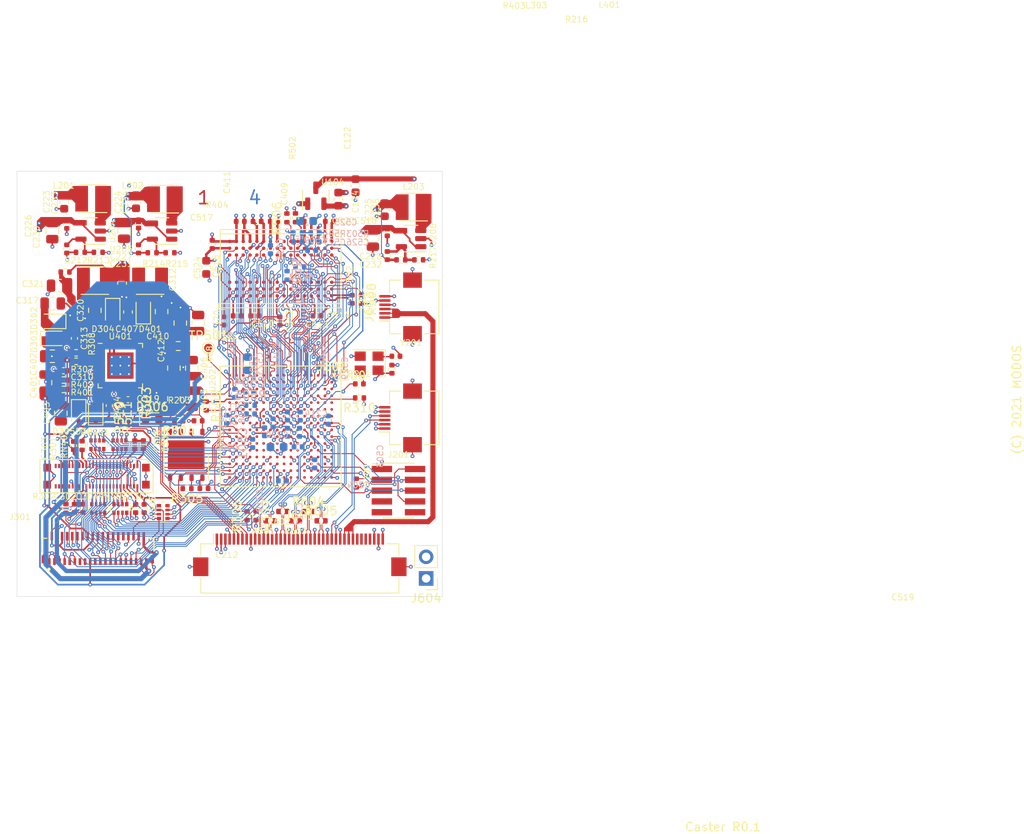
<source format=kicad_pcb>
(kicad_pcb (version 20210824) (generator pcbnew)
  (layers (0 "F.Cu" signal) (1 "In1.Cu" signal) (2 "In2.Cu" signal) (31 "B.Cu" signal) (34 "B.Paste" user) (35 "F.Paste" user) (36 "B.SilkS" user "B.Silkscreen") (37 "F.SilkS" user "F.Silkscreen") (38 "B.Mask" user) (39 "F.Mask" user) (44 "Edge.Cuts" user))
  (net 0 "")
  (net 1 "GND")
  (net 2 "+3V3")
  (net 3 "+1V35")
  (net 4 "+1V1")
  (net 5 "+2V5")
  (net 6 "VNEG")
  (net 7 "VCOM")
  (net 8 "VPOS")
  (net 9 "VGH")
  (net 10 "VGL")
  (net 11 "Net-(C310-Pad2)")
  (net 12 "Net-(C313-Pad1)")
  (net 13 "Net-(C313-Pad2)")
  (net 14 "Net-(C319-Pad1)")
  (net 15 "+DRAM_VREF")
  (net 16 "/fpga/FPGA_TMS")
  (net 17 "/fpga/FPGA_TCK")
  (net 18 "/fpga/FPGA_TDO")
  (net 20 "/fpga/FPGA_TDI")
  (net 22 "EPDC_GDOE")
  (net 23 "EPDC_GDCLK")
  (net 24 "EPDC_GDSP")
  (net 25 "Net-(J301-Pad31)")
  (net 26 "Net-(J301-Pad36)")
  (net 37 "EPDC_SDCE0")
  (net 42 "Net-(D306-Pad1)")
  (net 43 "Net-(R201-Pad2)")
  (net 44 "Net-(R202-Pad2)")
  (net 45 "/fpga/FPGA_DONE")
  (net 46 "/fpga/GCLK")
  (net 47 "FPGA_FCS")
  (net 48 "/fpga/CRESET")
  (net 49 "/fpga_ddr/DRAM_CKP")
  (net 50 "/fpga_ddr/DRAM_CKN")
  (net 51 "Net-(R502-Pad1)")
  (net 52 "EPDC_D8")
  (net 53 "EPDC_D1")
  (net 54 "EPDC_D0")
  (net 55 "EPDC_SDCLK")
  (net 56 "EPDC_D10")
  (net 57 "EPDC_D3")
  (net 58 "EPDC_D2")
  (net 59 "EPDC_D9")
  (net 60 "EPDC_D12")
  (net 61 "EPDC_D5")
  (net 62 "EPDC_D4")
  (net 63 "EPDC_D11")
  (net 64 "EPDC_D14")
  (net 65 "EPDC_D7")
  (net 66 "EPDC_D6")
  (net 67 "EPDC_D13")
  (net 68 "EPDC_SDLE")
  (net 69 "EPDC_SDOE")
  (net 70 "EPDC_D15")
  (net 73 "/fpga_ddr/DRAM_ADDR14")
  (net 74 "/fpga_ddr/DRAM_ADDR10")
  (net 75 "/fpga_ddr/DRAM_ADDR6")
  (net 76 "/fpga_ddr/DRAM_ADDR1")
  (net 77 "/fpga_ddr/DRAM_ADDR0")
  (net 78 "/fpga_ddr/DRAM_CSB")
  (net 79 "/fpga_ddr/DRAM_CASB")
  (net 80 "/fpga_ddr/DRAM_DATA7")
  (net 81 "/fpga_ddr/DRAM_DATA5")
  (net 82 "/fpga_ddr/DRAM_LDQSP")
  (net 83 "/fpga_ddr/DRAM_DATA1")
  (net 84 "/fpga_ddr/DRAM_ADDR13")
  (net 85 "/fpga_ddr/DRAM_ADDR9")
  (net 86 "/fpga_ddr/DRAM_ADDR5")
  (net 87 "/fpga_ddr/DRAM_ADDR2")
  (net 88 "/fpga_ddr/DRAM_BA0")
  (net 89 "/fpga_ddr/DRAM_RASB")
  (net 90 "/fpga_ddr/DRAM_WEB")
  (net 91 "/fpga_ddr/DRAM_DATA6")
  (net 92 "/fpga_ddr/DRAM_DATA4")
  (net 93 "/fpga_ddr/DRAM_LDQSN")
  (net 94 "/fpga_ddr/DRAM_DATA13")
  (net 95 "/fpga_ddr/DRAM_DATA12")
  (net 96 "Net-(R304-Pad1)")
  (net 97 "/fpga_ddr/DRAM_ADDR12")
  (net 98 "/fpga_ddr/DRAM_ADDR11")
  (net 99 "/fpga_ddr/DRAM_ADDR8")
  (net 100 "/fpga_ddr/DRAM_ADDR7")
  (net 101 "/fpga_ddr/DRAM_BA1")
  (net 102 "/fpga_ddr/DRAM_CKE")
  (net 103 "/fpga_ddr/DRAM_ODT")
  (net 104 "/fpga_ddr/DRAM_DATA3")
  (net 105 "/fpga_ddr/DRAM_DATA2")
  (net 106 "/fpga_ddr/DRAM_LDM")
  (net 107 "/fpga_ddr/DRAM_DATA14")
  (net 108 "/fpga_ddr/DRAM_DATA10")
  (net 109 "/fpga_ddr/DRAM_DATA8")
  (net 110 "Net-(R305-Pad1)")
  (net 111 "FPGA_PROG")
  (net 112 "FPGA_SUSP")
  (net 113 "Net-(R310-Pad2)")
  (net 114 "/fpga_ddr/FPGA_INIT")
  (net 115 "/fpga_ddr/DRAM_ADDR4")
  (net 116 "/fpga_ddr/DRAM_ADDR3")
  (net 117 "/fpga_ddr/DRAM_BA2")
  (net 118 "/fpga_ddr/DRAM_RST")
  (net 119 "/fpga_ddr/DRAM_DATA0")
  (net 120 "/fpga_ddr/DRAM_DATA15")
  (net 121 "/fpga_ddr/DRAM_DATA11")
  (net 122 "/fpga_ddr/DRAM_DATA9")
  (net 123 "/fpga_ddr/DRAM_UDQSN")
  (net 130 "/fpga_ddr/DRAM_UDM")
  (net 132 "/fpga_ddr/DRAM_UDQSP")
  (net 158 "Net-(R505-Pad1)")
  (net 160 "Net-(C403-Pad2)")
  (net 167 "Net-(C404-Pad1)")
  (net 168 "Net-(D304-Pad2)")
  (net 169 "/eink/ESDCLK")
  (net 170 "/eink/ED0")
  (net 171 "/eink/ED8")
  (net 172 "/eink/ED1")
  (net 173 "/eink/ED9")
  (net 174 "/eink/ED2")
  (net 175 "/eink/ED10")
  (net 176 "/eink/ED3")
  (net 177 "/eink/ED11")
  (net 178 "/eink/ED4")
  (net 179 "/eink/ED12")
  (net 180 "/eink/ED5")
  (net 181 "/eink/ED13")
  (net 182 "/eink/ED6")
  (net 183 "/eink/ED14")
  (net 184 "/eink/ED7")
  (net 185 "/eink/ED15")
  (net 186 "/eink/ESDLE")
  (net 187 "/eink/ESDOE")
  (net 188 "+5V")
  (net 189 "Net-(C230-Pad1)")
  (net 190 "Net-(C231-Pad1)")
  (net 191 "Net-(C232-Pad1)")
  (net 192 "Net-(L201-Pad1)")
  (net 193 "Net-(L202-Pad1)")
  (net 194 "Net-(L203-Pad1)")
  (net 195 "Net-(C317-Pad1)")
  (net 196 "Net-(C319-Pad2)")
  (net 197 "Net-(C320-Pad2)")
  (net 198 "Net-(C321-Pad2)")
  (net 199 "Net-(R307-Pad2)")
  (net 201 "Net-(C404-Pad2)")
  (net 202 "Net-(C410-Pad2)")
  (net 203 "Net-(C411-Pad2)")
  (net 205 "Net-(D401-Pad1)")
  (net 207 "Net-(R401-Pad2)")
  (net 208 "EPD_PWR_SCL")
  (net 209 "EPD_PWR_SDA")
  (net 213 "GNDPWR")
  (net 219 "FPGA_FMISO")
  (net 220 "FPGA_FMOSI")
  (net 229 "FPGA_FCCLK")
  (net 267 "Net-(R509-Pad2)")
  (net 272 "DSI_IN_D0P")
  (net 273 "DSI_IN_D0N")
  (net 274 "DSI_IN_D1P")
  (net 275 "DSI_IN_D1N")
  (net 276 "DSI_IN_CP")
  (net 277 "DSI_IN_CN")
  (net 278 "DSI_IN_D2P")
  (net 279 "DSI_IN_D2N")
  (net 280 "DSI_IN_D3P")
  (net 281 "DSI_IN_D3N")
  (net 282 "SYS_I2C_SDA")
  (net 283 "SYS_I2C_SCL")
  (net 284 "/fpga_vi/TL_LED")
  (footprint "Resistor_SMD:R_0402_1005Metric" (layer "F.Cu") (at 106.95 72.35)
    (fp_text reference "R307")
    (fp_text value "562K/1%")
  )
  (footprint "Resistor_SMD:R_Array_Convex_4x0402" (layer "F.Cu") (at 109.45 82.15 90)
    (fp_text reference "RN402")
    (fp_text value "33")
  )
  (footprint "Capacitor_SMD:C_0402_1005Metric" (layer "F.Cu") (at 107.750001 89.63 -90)
    (fp_text reference "C304")
    (fp_text value "220nF")
  )
  (footprint "Capacitor_SMD:C_0805_2012Metric" (layer "F.Cu") (at 103.35 74.85 -90)
    (fp_text reference "C401")
    (fp_text value "1uF/25V")
  )
  (footprint "Capacitor_SMD:C_0402_1005Metric" (layer "F.Cu") (at 121.29 79.34)
    (fp_text reference "R203")
    (fp_text value "100K")
  )
  (footprint "Resistor_SMD:R_0402_1005Metric" (layer "F.Cu") (at 106.95 71.35)
    (fp_text reference "R308")
    (fp_text value "27K/1%")
  )
  (footprint "Resistor_SMD:R_0402_1005Metric" (layer "F.Cu") (at 119.99 87.31 180)
    (fp_text reference "R305")
    (fp_text value "4.7K")
  )
  (footprint "Capacitor_SMD:C_0402_1005Metric" (layer "F.Cu") (at 114.2875 59.13125 -90)
    (fp_text reference "C231")
    (fp_text value "470nF")
  )
  (footprint "Diode_SMD:D_SOD-323" (layer "F.Cu") (at 109.25 78.35 90)
    (fp_text reference "D301")
    (fp_text value "B0530WS")
  )
  (footprint "Capacitor_SMD:C_0402_1005Metric" (layer "F.Cu") (at 125.900002 67.000001 180)
    (fp_text reference "C521")
    (fp_text value "220nF")
  )
  (footprint "Resistor_SMD:R_0402_1005Metric" (layer "F.Cu") (at 135.75 91.1)
    (fp_text reference "R605")
    (fp_text value "100")
  )
  (footprint "Capacitor_SMD:C_0402_1005Metric" (layer "F.Cu") (at 143.535 57.115 90)
    (fp_text reference "C228")
    (fp_text value "100nF")
  )
  (footprint "Capacitor_SMD:C_0603_1608Metric" (layer "F.Cu") (at 137.78 53.28 -90)
    (fp_text reference "C124")
    (fp_text value "10uF")
  )
  (footprint "Resistor_SMD:R_0402_1005Metric" (layer "F.Cu") (at 134.25 90)
    (fp_text reference "R604")
    (fp_text value "100")
  )
  (footprint "Capacitor_SMD:C_0402_1005Metric" (layer "F.Cu") (at 128.230001 55.900002)
    (fp_text reference "C518")
    (fp_text value "220nF")
  )
  (footprint "Connector_FFC-FPC:Hirose_FH12-40S-0.5SH_1x40-1MP_P0.50mm_Horizontal" (layer "F.Cu") (at 133.25 95.1)
    (fp_text reference "J601")
    (fp_text value "Conn_01x40_MountingPin")
  )
  (footprint "Resistor_SMD:R_0402_1005Metric" (layer "F.Cu") (at 109.55 59.53125 180)
    (fp_text reference "R213")
    (fp_text value "27K/1%")
  )
  (footprint "Capacitor_SMD:C_0402_1005Metric" (layer "F.Cu") (at 144.55 71.75 180)
    (fp_text reference "R202" hide)
    (fp_text value "10K")
  )
  (footprint "Capacitor_SMD:C_0402_1005Metric" (layer "F.Cu") (at 124.350002 67.600001 -90)
    (fp_text reference "C520")
    (fp_text value "220nF")
  )
  (footprint "Connector_PinHeader_1.27mm:PinHeader_2x05_P1.27mm_Vertical_SMD" (layer "F.Cu") (at 144.85 87.55)
    (fp_text reference "J201")
    (fp_text value "Conn_02x05_Odd_Even")
  )
  (footprint "Capacitor_SMD:C_0402_1005Metric" (layer "F.Cu") (at 144.08 73.27 -90)
    (fp_text reference "C209" hide)
    (fp_text value "470nF")
  )
  (footprint "Capacitor_SMD:C_0805_2012Metric" (layer "F.Cu") (at 104.199999 65.55)
    (fp_text reference "C317")
    (fp_text value "1uF/25V")
  )
  (footprint "Capacitor_SMD:C_0402_1005Metric" (layer "F.Cu") (at 127.950002 67.000001 180)
    (fp_text reference "C510")
    (fp_text value "220nF")
  )
  (footprint "Resistor_SMD:R_0402_1005Metric" (layer "F.Cu") (at 116.4 77.275 90)
    (fp_text reference "R303")
    (fp_text value "1K")
  )
  (footprint "Capacitor_SMD:C_0402_1005Metric" (layer "F.Cu") (at 130.900002 67.600001 -90)
    (fp_text reference "C512")
    (fp_text value "220nF")
  )
  (footprint "Capacitor_SMD:C_0805_2012Metric" (layer "F.Cu") (at 118.45 76.75 90)
    (fp_text reference "C405")
    (fp_text value "4.7uF/25V")
  )
  (footprint "Resistor_SMD:R_0402_1005Metric" (layer "F.Cu") (at 129.75 91.1)
    (fp_text reference "R601")
    (fp_text value "100")
  )
  (footprint "footprints:L_1212" (layer "F.Cu") (at 146.635 54.215 180)
    (fp_text reference "L203")
    (fp_text value "4.7uH")
  )
  (footprint "Capacitor_SMD:C_0402_1005Metric" (layer "F.Cu") (at 106.65 82.259999 90)
    (fp_text reference "C303")
    (fp_text value "220nF")
  )
  (footprint "Capacitor_SMD:C_0603_1608Metric" (layer "F.Cu") (at 139.8 51.7 90)
    (fp_text reference "C122")
    (fp_text value "10uF")
  )
  (footprint "Capacitor_SMD:C_0805_2012Metric" (layer "F.Cu") (at 105.15 78.45 90)
    (fp_text reference "C403")
    (fp_text value "1uF/25V")
  )
  (footprint "Resistor_SMD:R_0402_1005Metric" (layer "F.Cu") (at 122.25 77.6 -90)
    (fp_text reference "R509")
    (fp_text value "4.7K")
  )
  (footprint "Capacitor_SMD:C_0805_2012Metric" (layer "F.Cu") (at 120.55 76.75 90)
    (fp_text reference "C408")
    (fp_text value "4.7uF/25V")
  )
  (footprint "Capacitor_SMD:C_0402_1005Metric" (layer "F.Cu") (at 110.85 77.55 90)
    (fp_text reference "C404")
    (fp_text value "100nF")
  )
  (footprint "Capacitor_SMD:C_0402_1005Metric" (layer "F.Cu") (at 122.950002 58.600001 90)
    (fp_text reference "C516")
    (fp_text value "220nF")
  )
  (footprint "Resistor_SMD:R_Array_Convex_4x0402" (layer "F.Cu") (at 109.55 89.650001 90)
    (fp_text reference "RN404" hide)
    (fp_text value "33")
  )
  (footprint "Diode_SMD:D_SOD-323" (layer "F.Cu") (at 104.25 67.65 180)
    (fp_text reference "D302")
    (fp_text value "B0530WS")
  )
  (footprint "Oscillator:Oscillator_SMD_Abracon_ASE-4Pin_3.2x2.5mm" (layer "F.Cu") (at 141.4 72.57 180)
    (fp_text reference "Y201")
    (fp_text value "24MHz")
  )
  (footprint "Resistor_SMD:R_0402_1005Metric" (layer "F.Cu") (at 127.05 90.5 90)
    (fp_text reference "R306")
    (fp_text value "4.7K")
  )
  (footprint "Package_TO_SOT_SMD:TSOT-23-5" (layer "F.Cu") (at 108.65 57.03125 180)
    (fp_text reference "U204")
    (fp_text value "SY8008")
  )
  (footprint "Resistor_SMD:R_0402_1005Metric" (layer "F.Cu") (at 105.75 89.65 90)
    (fp_text reference "R302")
    (fp_text value "0")
  )
  (footprint "Capacitor_SMD:C_0805_2012Metric" (layer "F.Cu") (at 119.2 67.85 -90)
    (fp_text reference "C412")
    (fp_text value "4.7uF/25V")
  )
  (footprint "Capacitor_SMD:C_0805_2012Metric" (layer "F.Cu") (at 112.5875 56.98125 90)
    (fp_text reference "C224")
    (fp_text value "10uF")
  )
  (footprint "Resistor_SMD:R_0402_1005Metric" (layer "F.Cu") (at 139.88 86.66 90)
    (fp_text reference "R209")
    (fp_text value "4.7K")
  )
  (footprint "Capacitor_SMD:C_0805_2012Metric" (layer "F.Cu") (at 104.95 63.45)
    (fp_text reference "C321")
    (fp_text value "1uF")
  )
  (footprint "Capacitor_SMD:C_0402_1005Metric" (layer "F.Cu") (at 135.280002 67.000001)
    (fp_text reference "C513")
    (fp_text value "220nF")
  )
  (footprint "Capacitor_SMD:C_0805_2012Metric" (layer "F.Cu") (at 118.45 73.15 -90)
    (fp_text reference "C406")
    (fp_text value "4.7uF/25V")
  )
  (footprint "Resistor_SMD:R_0402_1005Metric" (layer "F.Cu") (at 132.74 55.47 90)
    (fp_text reference "R502")
    (fp_text value "240R 1%")
  )
  (footprint "Resistor_SMD:R_0402_1005Metric" (layer "F.Cu") (at 140.27 76.65 180)
    (fp_text reference "R310")
    (fp_text value "4.7K")
  )
  (footprint "Package_TO_SOT_SMD:SOT-23" (layer "F.Cu") (at 135.13 52.88 90)
    (fp_text reference "U104")
    (fp_text value "XC6206PxxxMR")
  )
  (footprint "Resistor_SMD:R_0402_1005Metric" (layer "F.Cu") (at 115.8875 59.58125 180)
    (fp_text reference "R214")
    (fp_text value "22.6K/1%")
  )
  (footprint "Capacitor_SMD:C_0805_2012Metric" (layer "F.Cu") (at 117 66.5 -90)
    (fp_text reference "C410")
    (fp_text value "4.7uF/25V")
  )
  (footprint "LED_SMD:LED_0603_1608Metric" (layer "F.Cu") (at 115.9 79.14)
    (fp_text reference "D306")
    (fp_text value "LED")
  )
  (footprint "Capacitor_SMD:C_0402_1005Metric" (layer "F.Cu") (at 105.85 59.13125 -90)
    (fp_text reference "C230")
    (fp_text value "470nF")
  )
  (footprint "Capacitor_SMD:C_0603_1608Metric" (layer "F.Cu") (at 122.250002 61.300001 -90)
    (fp_text reference "C524")
    (fp_text value "22uF")
  )
  (footprint "Package_BGA:BGA-256_14.0x14.0mm_Layout16x16_P0.8mm_Ball0.45mm_Pad0.32mm_NSMD" (layer "F.Cu") (at 131 80 -90)
    (fp_text reference "U200")
    (fp_text value "XC6SLX16-FTG256")
  )
  (footprint "Capacitor_SMD:C_0805_2012Metric" (layer "F.Cu") (at 121.3 67.85 -90)
    (fp_text reference "C411")
    (fp_text value "4.7uF/25V")
  )
  (footprint "footprints:L_1212" (layer "F.Cu") (at 115.65 62.85)
    (fp_text reference "L401")
    (fp_text value "4.7uH")
  )
  (footprint "Package_TO_SOT_SMD:TSOT-23-5" (layer "F.Cu") (at 146.335 57.915 180)
    (fp_text reference "U206")
    (fp_text value "SY8008")
  )
  (footprint "Capacitor_SMD:C_0402_1005Metric" (layer "F.Cu") (at 139.400003 65.050001 90)
    (fp_text reference "C511")
    (fp_text value "220nF")
  )
  (footprint "Capacitor_SMD:C_0805_2012Metric" (layer "F.Cu") (at 120.55 73.15 -90)
    (fp_text reference "C409")
    (fp_text value "4.7uF/25V")
  )
  (footprint "footprints:FCI_10064555-392120HLF" (layer "F.Cu") (at 109.5 94.5)
    (fp_text reference "J302")
    (fp_text value "10064555-392120HLF")
  )
  (footprint "Capacitor_SMD:C_0603_1608Metric" (layer "F.Cu") (at 113.9875 53.58125 90)
    (fp_text reference "C234")
    (fp_text value "10uF")
  )
  (footprint "Resistor_SMD:R_0402_1005Metric" (layer "F.Cu") (at 128.1 90.5 -90)
    (fp_text reference "R309")
    (fp_text value "4.7K")
  )
  (footprint "Capacitor_SMD:C_0402_1005Metric" (layer "F.Cu") (at 114.2875 56.18125 90)
    (fp_text reference "C227")
    (fp_text value "100nF")
  )
  (footprint "Connector_FFC-FPC:Hirose_FH12-6S-0.5SH_1x06-1MP_P0.50mm_Horizontal" (layer "F.Cu") (at 145.1 65.95 90)
    (fp_text reference "J602")
    (fp_text value "Conn_01x06_MountingPin")
  )
  (footprint "Capacitor_SMD:C_0805_2012Metric" (layer "F.Cu") (at 104.15 71.75)
    (fp_text reference "C402")
    (fp_text value "1uF/25V")
  )
  (footprint "Capacitor_SMD:C_0603_1608Metric" (layer "F.Cu") (at 112.35 63.15 90)
    (fp_text reference "C312")
    (fp_text value "10uF")
  )
  (footprint "Resistor_SMD:R_0402_1005Metric" (layer "F.Cu") (at 105.45 74.55)
    (fp_text reference "R402")
    (fp_text value "49.9K/1%")
  )
  (footprint "Package_DFN_QFN:QFN-32-1EP_5x5mm_P0.5mm_EP3.1x3.1mm_ThermalVias" (layer "F.Cu") (at 112.15 72.85)
    (fp_text reference "U401")
    (fp_text value "MAX17135")
  )
  (footprint "Capacitor_SMD:C_0805_2012Metric" (layer "F.Cu") (at 109.15 66.35 90)
    (fp_text reference "C320")
    (fp_text value "4.7uF/25V")
  )
  (footprint "Capacitor_SMD:C_0402_1005Metric" (layer "F.Cu") (at 105.85 56.23125 90)
    (fp_text reference "C226")
    (fp_text value "100nF")
  )
  (footprint "Resistor_SMD:R_Array_Convex_4x0402" (layer "F.Cu") (at 112.15 89.650001 90)
    (fp_text reference "RN403")
    (fp_text value "33")
  )
  (footprint "Package_SON:WSON-8-1EP_6x5mm_P1.27mm_EP3.4x4.3mm" (layer "F.Cu") (at 119.89 83.340002 -90)
    (fp_text reference "U202")
    (fp_text value "W25X16JVP")
  )
  (footprint "Resistor_SMD:R_0402_1005Metric" (layer "F.Cu") (at 132.75 91.1)
    (fp_text reference "R603")
    (fp_text value "100")
  )
  (footprint "Diode_SMD:D_SOD-323" (layer "F.Cu") (at 107.25 78.35 -90)
    (fp_text reference "D305")
    (fp_text value "B0530WS")
  )
  (footprint "Capacitor_SMD:C_0402_1005Metric" (layer "F.Cu") (at 106.75 69.65 -90)
    (fp_text reference "C313")
    (fp_text value "100nF")
  )
  (footprint "Resistor_SMD:R_0402_1005Metric" (layer "F.Cu") (at 147.235 60.415 180)
    (fp_text reference "R217")
    (fp_text value "27K/1%")
  )
  (footprint "Package_TO_SOT_SMD:TSOT-23-5" (layer "F.Cu") (at 117.05 57.03125 180)
    (fp_text reference "U205")
    (fp_text value "SY8008")
  )
  (footprint "Capacitor_SMD:C_0805_2012Metric" (layer "F.Cu") (at 104.15 57.03125 90)
    (fp_text reference "C223")
    (fp_text value "10uF")
  )
  (footprint "Capacitor_SMD:C_0402_1005Metric" (layer "F.Cu") (at 140.25 75)
    (fp_text reference "R201")
    (fp_text value "22")
  )
  (footprint "Capacitor_SMD:C_0402_1005Metric" (layer "F.Cu") (at 130.250002 55.9 180)
    (fp_text reference "C517")
    (fp_text value "220nF")
  )
  (footprint "Diode_SMD:D_SOD-323" (layer "F.Cu") (at 114.85 66.45 90)
    (fp_text reference "D401")
    (fp_text value "B0530WS")
  )
  (footprint "Capacitor_SMD:C_0402_1005Metric" (layer "F.Cu") (at 136.730002 55.9)
    (fp_text reference "C519")
    (fp_text value "220nF")
  )
  (footprint "Resistor_SMD:R_0603_1608Metric" (layer "F.Cu") (at 118.95 70.55 180)
    (fp_text reference "R404")
    (fp_text value "0.5R")
  )
  (footprint "Capacitor_SMD:C_0402_1005Metric" (layer "F.Cu") (at 105.45 73.45)
    (fp_text reference "C310")
    (fp_text value "100nF")
  )
  (footprint "Resistor_SMD:R_0402_1005Metric" (layer "F.Cu") (at 105.45 75.65)
    (fp_text reference "R401")
    (fp_text value "806K/1%")
  )
  (footprint "footprints:BGA-96_9.0x14.0mm_P0.8mm" (layer "F.Cu") (at 131.000002 61.450001 90)
    (fp_text reference "U502")
    (fp_text value "MT41K256M16HA")
  )
  (footprint "Resistor_SMD:R_0402_1005Metric" (layer "F.Cu") (at 131.25 90)
    (fp_text reference "R602")
    (fp_text value "100")
  )
  (footprint "Capacitor_SMD:C_0402_1005Metric" (layer "F.Cu") (at 106.75 89.629999 -90)
    (fp_text reference "C302")
    (fp_text value "220nF")
  )
  (footprint "Capacitor_SMD:C_0603_1608Metric" (layer "F.Cu") (at 113.05 66.55 -90)
    (fp_text reference "C407")
    (fp_text value "10uF")
  )
  (footprint "Capacitor_SMD:C_0402_1005Metric" (layer "F.Cu") (at 114.85 82.15 90)
    (fp_text reference "C307")
    (fp_text value "220nF")
  )
  (footprint "Resistor_SMD:R_0402_1005Metric" (layer "F.Cu") (at 111.8 78.95 -90)
    (fp_text reference "R511")
    (fp_text value "4.7K")
  )
  (footprint "Connector_PinHeader_2.54mm:PinHeader_1x02_P2.54mm_Vertical" (layer "F.Cu") (at 148.1 97.875 180)
    (fp_text reference "J604")
    (fp_text value "Conn_01x02")
  )
  (footprint "Resistor_SMD:R_0402_1005Metric" (layer "F.Cu") (at 140.51 65.06 -90)
    (fp_text reference "R508")
    (fp_text value "4.7K")
  )
  (footprint "Capacitor_SMD:C_0402_1005Metric" (layer "F.Cu") (at 114.95 89.650001 -90)
    (fp_text reference "C306")
    (fp_text value "220nF")
  )
  (footprint "Diode_SMD:D_SOD-323" (layer "F.Cu") (at 111.25 66.45 -90)
    (fp_text reference "D304")
    (fp_text value "B0530WS")
  )
  (footprint "Diode_SMD:D_SOD-323" (layer "F.Cu") (at 104.25 69.65)
    (fp_text reference "D303")
    (fp_text value "B0530WS")
  )
  (footprint "footprints:L_1212" (layer "F.Cu") (at 109.15 62.85 180)
    (fp_text reference "L303")
    (fp_text value "4.7uH")
  )
  (footprint "Resistor_SMD:R_0402_1005Metric" (layer "F.Cu") (at 131.73 55.48 90)
    (fp_text reference "R506")
    (fp_text value "4.7K")
  )
  (footprint "Capacitor_SMD:C_0603_1608Metric" (layer "F.Cu") (at 105.55 53.63125 90)
    (fp_text reference "C233")
    (fp_text value "10uF")
  )
  (footprint "Capacitor_SMD:C_0402_1005Metric" (layer "F.Cu") (at 134.24 55.89 180)
    (fp_text reference "C514")
    (fp_text value "220nF")
  )
  (footprint "TestPoint:TestPoint_Pad_D1.0mm" (layer "F.Cu") (at 122.5 70.77)
    (fp_text reference "TP501")
    (fp_text value "TestPoint")
  )
  (footprint "footprints:L_1212" (layer "F.Cu") (at 108.95 53.23125 180)
    (fp_text reference "L201")
    (fp_text value "4.7uH")
  )
  (footprint "Resistor_SMD:R_Array_Convex_4x0402" (layer "F.Cu") (at 117.19 90.07)
    (fp_text reference "RN306" hide)
    (fp_text value "33")
  )
  (footprint "Capacitor_SMD:C_0402_1005Metric" (layer "F.Cu") (at 113.85 82.15 90)
    (fp_text reference "C308")
    (fp_text value "220nF")
  )
  (footprint "Capacitor_SMD:C_0402_1005Metric" (layer "F.Cu") (at 143.535 59.915 -90)
    (fp_text reference "C232")
    (fp_text value "470nF")
  )
  (footprint "Capacitor_SMD:C_0402_1005Metric" (layer "F.Cu") (at 121.98 87.3 180)
    (fp_text reference "C212")
    (fp_text value "470nF")
  )
  (footprint "Capacitor_SMD:C_0402_1005Metric" (layer "F.Cu") (at 126.250002 55.9 180)
    (fp_text reference "C522")
    (fp_text value "220nF")
  )
  (footprint "Resistor_SMD:R_Array_Convex_4x0402" (layer "F.Cu") (at 112.050001 82.15 90)
    (fp_text reference "RN401")
    (fp_text value "33")
  )
  (footprint "Resistor_SMD:R_0402_1005Metric" (layer "F.Cu") (at 145.135 60.415 180)
    (fp_text reference "R216")
    (fp_text value "34.8K/1%")
  )
  (footprint "Capacitor_SMD:C_0402_1005Metric" (layer "F.Cu") (at 113.05 76.86 180)
    (fp_text reference "C319")
    (fp_text value "2.2nF")
  )
  (footprint "Capacitor_SMD:C_0805_2012Metric" (layer "F.Cu") (at 141.835 57.915 90)
    (fp_text reference "C225")
    (fp_text value "10uF")
  )
  (footprint "Resistor_SMD:R_0402_1005Metric" (layer "F.Cu") (at 107.45 59.53125 180)
    (fp_text reference "R212")
    (fp_text value "121K/1%")
  )
  (footprint "Capacitor_SMD:C_0402_1005Metric" (layer "F.Cu") (at 113.949999 89.65 -90)
    (fp_text reference "C305")
    (fp_text value "220nF")
  )
  (footprint "Resistor_SMD:R_0402_1005Metric" (layer "F.Cu") (at 117.9875 59.58125 180)
    (fp_text reference "R215")
    (fp_text value "27K/1%")
  )
  (footprint "Resistor_SMD:R_0402_1005Metric" (layer "F.Cu") (at 105.65 61.85)
    (fp_text reference "R403")
    (fp_text value "10R")
  )
  (footprint "Connector_FFC-FPC:Hirose_FH12-6S-0.5SH_1x06-1MP_P0.50mm_Horizontal" (layer "F.Cu") (at 145.100001 79 90)
    (fp_text reference "J603")
    (fp_text value "Conn_01x06_MountingPin")
  )
  (footprint "Resistor_SMD:R_0402_1005Metric" (layer "F.Cu") (at 107.650001 82.25 -90)
    (fp_text reference "R301")
    (fp_text value "10K")
  )
  (footprint "footprints:AXE550127" (layer "F.Cu") (at 109.35 85.85 180)
    (fp_text reference "J301")
    (fp_text value "AXE550127")
  )
  (footprint "Resistor_SMD:R_0402_1005Metric" (layer "F.Cu") (at 113.225 78.925 90)
    (fp_text reference "R510")
    (fp_text value "4.7K")
  )
  (footprint "Capacitor_SMD:C_0603_1608Metric" (layer "F.Cu") (at 143.235 54.515 90)
    (fp_text reference "C235")
    (fp_text value "10uF")
  )
  (footprint "Resistor_SMD:R_0402_1005Metric" (layer "F.Cu") (at 119.02 79.34 180)
    (fp_text reference "R304")
    (fp_text value "4.7K")
  )
  (footprint "footprints:L_1212" (layer "F.Cu") (at 117.3875 53.28125 180)
    (fp_text reference "L202")
    (fp_text value "4.7uH")
  )
  (footprint "Capacitor_SMD:C_0603_1608Metric" (layer "B.Cu") (at 130.575 82.42 180)
    (fp_text reference "C220")
    (fp_text value "22uF")
  )
  (footprint "Capacitor_SMD:C_0402_1005Metric" (layer "B.Cu") (at 131.79 78.78 -90)
    (fp_text reference "C211")
    (fp_text value "220nF")
  )
  (footprint "Capacitor_SMD:C_0402_1005Metric" (layer "B.Cu") (at 135.050002 58.300001 180)
    (fp_text reference "C526")
    (fp_text value "100nF")
  )
  (footprint "Capacitor_SMD:C_0402_1005Metric" (layer "B.Cu") (at 130.11 79.59 90)
    (fp_text reference "C215")
    (fp_text value "220nF")
  )
  (footprint "Capacitor_SMD:C_0402_1005Metric" (layer "B.Cu") (at 127.34 75.95 180)
    (fp_text reference "C504")
    (fp_text value "220nF")
  )
  (footprint "Capacitor_SMD:C_0402_1005Metric" (layer "B.Cu") (at 133.3 78.79 -90)
    (fp_text reference "C213")
    (fp_text value "220nF")
  )
  (footprint "Capacitor_SMD:C_0402_1005Metric" (layer "B.Cu") (at 127.46 78.53 180)
    (fp_text reference "C214")
    (fp_text value "220nF")
  )
  (footprint "Capacitor_SMD:C_0402_1005Metric" (layer "B.Cu") (at 133.22 80.69 -90)
    (fp_text reference "C217")
    (fp_text value "220nF")
  )
  (footprint "Capacitor_SMD:C_0402_1005Metric" (layer "B.Cu") (at 129.800002 59.200001 90)
    (fp_text reference "C515")
    (fp_text value "220nF")
  )
  (footprint "Capacitor_SMD:C_0402_1005Metric" (layer "B.Cu") (at 134.65 59.3)
    (fp_text reference "C509")
    (fp_text value "220nF")
  )
  (footprint "Capacitor_SMD:C_0402_1005Metric" (layer "B.Cu") (at 136.6 79.25 90)
    (fp_text reference "C201")
    (fp_text value "220nF")
  )
  (footprint "Capacitor_SMD:C_0603_1608Metric" (layer "B.Cu") (at 127.13 72.62 90)
    (fp_text reference "C523")
    (fp_text value "22uF")
  )
  (footprint "Resistor_SMD:R_0402_1005Metric" (layer "B.Cu") (at 131.75 62.25 90)
    (fp_text reference "R507")
    (fp_text value "4.7K")
  )
  (footprint "Capacitor_SMD:C_0402_1005Metric" (layer "B.Cu") (at 125.6 76.1 90)
    (fp_text reference "C508")
    (fp_text value "220nF")
  )
  (footprint "Capacitor_SMD:C_0603_1608Metric" (layer "B.Cu") (at 134.050002 55.850001 180)
    (fp_text reference "C525")
    (fp_text value "10uF")
  )
  (footprint "Capacitor_SMD:C_0402_1005Metric" (layer "B.Cu") (at 133.05 82.4)
    (fp_text reference "C203")
    (fp_text value "220nF")
  )
  (footprint "Resistor_SMD:R_0402_1005Metric" (layer "B.Cu") (at 133.000002 57.250001 180)
    (fp_text reference "R504")
    (fp_text value "1.5K/0.5%")
  )
  (footprint "Capacitor_SMD:C_0402_1005Metric" (layer "B.Cu") (at 124.65 79.16 90)
    (fp_text reference "C202")
    (fp_text value "220nF")
  )
  (footprint "Capacitor_SMD:C_0402_1005Metric" (layer "B.Cu") (at 131.21 86.4)
    (fp_text reference "C204")
    (fp_text value "220nF")
  )
  (footprint "Capacitor_SMD:C_0402_1005Metric" (layer "B.Cu") (at 135 84.4 90)
    (fp_text reference "C503")
    (fp_text value "220nF")
  )
  (footprint "Capacitor_SMD:C_0402_1005Metric" (layer "B.Cu") (at 131.8 80.69 -90)
    (fp_text reference "C210")
    (fp_text value "220nF")
  )
  (footprint "Capacitor_SMD:C_0402_1005Metric" (layer "B.Cu") (at 135.5 72.53 90)
    (fp_text reference "C502")
    (fp_text value "220nF")
  )
  (footprint "Resistor_SMD:R_0402_1005Metric" (layer "B.Cu") (at 135.050002 57.250001 180)
    (fp_text reference "R503")
    (fp_text value "1.5K/0.5%")
  )
  (footprint "Resistor_SMD:R_0402_1005Metric" (layer "B.Cu") (at 127.44 77.51 180)
    (fp_text reference "R505")
    (fp_text value "100R 1%")
  )
  (footprint "Capacitor_SMD:C_0402_1005Metric" (layer "B.Cu") (at 129.11 80.63 90)
    (fp_text reference "C219")
    (fp_text value "220nF")
  )
  (footprint "Capacitor_SMD:C_0402_1005Metric" (layer "B.Cu") (at 137.4 73.95 90)
    (fp_text reference "C529")
    (fp_text value "220nF")
  )
  (footprint "Resistor_SMD:R_0402_1005Metric" (layer "B.Cu") (at 133.25 61.25)
    (fp_text reference "R501")
    (fp_text value "470")
  )
  (footprint "Capacitor_SMD:C_0402_1005Metric" (layer "B.Cu") (at 133.000002 58.3 180)
    (fp_text reference "C527")
    (fp_text value "100nF")
  )
  (footprint "Capacitor_SMD:C_0402_1005Metric" (layer "B.Cu") (at 127.7 82 -90)
    (fp_text reference "C501")
    (fp_text value "220nF")
  )
  (gr_line (start 122 53.8) (end 122.4 53.8) (layer "F.Cu") (width 0.2))
  (gr_line (start 122 52.3) (end 122 53.8) (layer "F.Cu") (width 0.2))
  (gr_line (start 121.5 52.7) (end 122 52.3) (layer "F.Cu") (width 0.2))
  (gr_line (start 121.5 53.8) (end 122 53.8) (layer "F.Cu") (width 0.2))
  (gr_rect (start 111.375 70.8375) (end 111.425 71.35) (layer "F.Cu") (width 0.2) (fill none))
  (gr_line (start 128.2 52.7) (end 128.2 53.8) (layer "B.Cu") (width 0.2))
  (gr_line (start 127.9 52.2) (end 127.5 53.3) (layer "B.Cu") (width 0.2))
  (gr_line (start 127.5 53.3) (end 128.5 53.3) (layer "B.Cu") (width 0.2))
  (gr_line (start 100 100) (end 150 100) (layer "Edge.Cuts") (width 0.05))
  (gr_line (start 150 100) (end 150 50) (layer "Edge.Cuts") (width 0.05))
  (gr_line (start 100 50) (end 100 100) (layer "Edge.Cuts") (width 0.05))
  (gr_line (start 150 50) (end 100 50) (layer "Edge.Cuts") (width 0.05))
  (gr_text "(C) 2021 MODOS" (at 217.55 76.85 90) (layer "F.SilkS") (effects (font (size 1 1))))
  (gr_text "Caster R0.1" (at 183 127.0875) (layer "F.SilkS") (effects (font (size 1 1))))
  (via (at 113.1875 51.68125) (size 0.45) (drill 0.2) (layers "F.Cu" "B.Cu") (net 0))
  (segment (start 137.000002 58.250001) (end 137.000003 56.110001) (width 0.3) (layer "F.Cu") (net 1))
  (segment (start 131.032921 64.217082) (end 130.974935 64.217082) (width 0.11) (layer "F.Cu") (net 1))
  (segment (start 131.4 80.4) (end 131 80.8) (width 0.15) (layer "F.Cu") (net 1))
  (segment (start 129 93.25) (end 129 92.15) (width 0.11) (layer "F.Cu") (net 1))
  (segment (start 134.2 80.8) (end 134.2 81.6) (width 0.15) (layer "F.Cu") (net 1))
  (segment (start 147.4725 57.915) (end 148.4225 57.915) (width 0.2) (layer "F.Cu") (net 1))
  (segment (start 132.2 79.6) (end 132.2 79.607609) (width 0.15) (layer "F.Cu") (net 1))
  (segment (start 110.8175 57.03125) (end 110.8475 57.00125) (width 0.2) (layer "F.Cu") (net 1))
  (segment (start 129.000002 58.250001) (end 129.000002 56.190001) (width 0.3) (layer "F.Cu") (net 1))
  (segment (start 125.770002 55.900001) (end 125.770001 55.220001) (width 0.2) (layer "F.Cu") (net 1))
  (segment (start 113.95 90.13) (end 113.95 90.698745) (width 0.15) (layer "F.Cu") (net 1))
  (segment (start 128.200002 59.050001) (end 128.220002 59.050001) (width 0.3) (layer "F.Cu") (net 1))
  (segment (start 125.800001 55.930001) (end 125.770002 55.900001) (width 0.3) (layer "F.Cu") (net 1))
  (segment (start 125 93.25) (end 125 92.4295) (width 0.11) (layer "F.Cu") (net 1))
  (segment (start 139.8 52.475) (end 139.8 53.4) (width 0.15) (layer "F.Cu") (net 1))
  (segment (start 141.27 65.57) (end 141.4 65.7) (width 0.15) (layer "F.Cu") (net 1))
  (segment (start 135.400002 64.932843) (end 136.407159 65.94) (width 0.11) (layer "F.Cu") (net 1))
  (segment (start 125.420002 67.000001) (end 125.420002 65.01301) (width 0.2) (layer "F.Cu") (net 1))
  (segment (start 106.2 95.25) (end 106.45 95) (width 0.11) (layer "F.Cu") (net 1))
  (segment (start 106.55 86.65) (end 106.375 86.475001) (width 0.15) (layer "F.Cu") (net 1))
  (segment (start 104 63.45) (end 104 64.075) (width 0.11) (layer "F.Cu") (net 1))
  (segment (start 148.6425 58.135) (end 148.7325 58.225) (width 0.2) (layer "F.Cu") (net 1))
  (segment (start 148.4225 57.915) (end 148.6425 58.135) (width 0.2) (layer "F.Cu") (net 1))
  (segment (start 147.745 60.415) (end 148.4225 60.415) (width 0.1) (layer "F.Cu") (net 1))
  (segment (start 104.97 73.45) (end 104.5 73.45) (width 0.2) (layer "F.Cu") (net 1))
  (segment (start 115.2 97.5) (end 115.75 97.5) (width 0.11) (layer "F.Cu") (net 1))
  (segment (start 108.85 94.4) (end 108.6 94.4) (width 0.11) (layer "F.Cu") (net 1))
  (segment (start 103.8 95.2) (end 104.1 94.9) (width 0.11) (layer "F.Cu") (net 1))
  (segment (start 122.46 86.9105) (end 122.8705 86.5) (width 0.15) (layer "F.Cu") (net 1))
  (segment (start 135 93.25) (end 135 92.15) (width 0.15) (layer "F.Cu") (net 1))
  (segment (start 104.15 57.98125) (end 104.15 58.87375) (width 0.2) (layer "F.Cu") (net 1))
  (segment (start 109.7875 57.03125) (end 110.8175 57.03125) (width 0.2) (layer "F.Cu") (net 1))
  (segment (start 139.305 71.745) (end 139.3 71.75) (width 0.15) (layer "F.Cu") (net 1))
  (segment (start 113.85 81.05) (end 113.9 81) (width 0.2) (layer "F.Cu") (net 1))
  (segment (start 135.400002 58.250001) (end 135.400002 57.799998) (width 0.3) (layer "F.Cu") (net 1))
  (segment (start 115.15 85.88) (end 115.16 85.87) (width 0.11) (layer "F.Cu") (net 1))
  (segment (start 105 95.9) (end 105 95.3) (width 0.11) (layer "F.Cu") (net 1))
  (segment (start 135.760002 66.799998) (end 136.62 65.94) (width 0.2) (layer "F.Cu") (net 1))
  (segment (start 128.2 79.6) (end 127.8 80) (width 0.15) (layer "F.Cu") (net 1))
  (segment (start 108.6 94.4) (end 108.5 94.5) (width 0.11) (layer "F.Cu") (net 1))
  (segment (start 143.235 55.29) (end 142.2975 55.29) (width 0.2) (layer "F.Cu") (net 1))
  (segment (start 112.8 95.136696) (end 112.843348 95.093348) (width 0.11) (layer "F.Cu") (net 1))
  (segment (start 141.25 88.05) (end 141.25 88.2) (width 0.11) (layer "F.Cu") (net 1))
  (segment (start 148.7325 58.225) (end 148.7325 58.685) (width 0.2) (layer "F.Cu") (net 1))
  (segment (start 125.000002 58.250001) (end 125.800002 58.250001) (width 0.3) (layer "F.Cu") (net 1))
  (segment (start 148.4225 60.415) (end 148.4725 60.365) (width 0.1) (layer "F.Cu") (net 1))
  (segment (start 106.8 95.35) (end 106.45 95) (width 0.11) (layer "F.Cu") (net 1))
  (segment (start 125.8 81.2) (end 126.2 81.6) (width 0.11) (layer "F.Cu") (net 1))
  (segment (start 125.800002 58.250001) (end 125.800001 55.930001) (width 0.3) (layer "F.Cu") (net 1))
  (segment (start 127.5 94.4) (end 127.5 93.25) (width 0.11) (layer "F.Cu") (net 1))
  (segment (start 142 93.25) (end 142 92.15) (width 0.15) (layer "F.Cu") (net 1))
  (segment (start 129 74.8) (end 128.6 74.4) (width 0.11) (layer "F.Cu") (net 1))
  (segment (start 104.35 85.8) (end 104.35 85.65) (width 0.15) (layer "F.Cu") (net 1))
  (segment (start 144.08 72.789999) (end 144.72 72.79) (width 0.15) (layer "F.Cu") (net 1))
  (segment (start 112.5875 58.84125) (end 112.6075 58.86125) (width 0.2) (layer "F.Cu") (net 1))
  (segment (start 129.000002 58.250001) (end 129.000002 58.270001) (width 0.3) (layer "F.Cu") (net 1))
  (segment (start 142.5 93.25) (end 142.5 94.35) (width 0.15) (layer "F.Cu") (net 1))
  (segment (start 143.535 57.595) (end 143.535 58.6475) (width 0.2) (layer "F.Cu") (net 1))
  (segment (start 136.5 93.25) (end 136.5 92.15) (width 0.15) (layer "F.Cu") (net 1))
  (segment (start 105.85 56.71125) (end 105.85 57.38875) (width 0.2) (layer "F.Cu") (net 1))
  (segment (start 106.35 81.35) (end 104.85 81.35) (width 0.11) (layer "F.Cu") (net 1))
  (segment (start 129.000002 58.270001) (end 128.600002 58.670001) (width 0.3) (layer "F.Cu") (net 1))
  (segment (start 143.250001 77.75) (end 142.15 77.75) (width 0.11) (layer "F.Cu") (net 1))
  (segment (start 140.35 71.745) (end 139.305 71.745) (width 0.15) (layer "F.Cu") (net 1))
  (segment (start 105.35 84.313751) (end 104.7755 83.739251) (width 0.15) (layer "F.Cu") (net 1))
  (segment (start 127.4 83.6) (end 127 84) (width 0.15) (layer "F.Cu") (net 1))
  (segment (start 139.400002 64.570001) (end 137.080002 64.57) (width 0.2) (layer "F.Cu") (net 1))
  (segment (start 104.7 92.265159) (end 105.265159 91.7) (width 0.11) (layer "F.Cu") (net 1))
  (segment (start 113.9875 54.35625) (end 113.1625 54.35625) (width 0.2) (layer "F.Cu") (net 1))
  (segment (start 135.760002 67.000001) (end 135.760002 66.799998) (width 0.2) (layer "F.Cu") (net 1))
  (segment (start 130.6 79.6) (end 129.8 78.8) (width 0.15) (layer "F.Cu") (net 1))
  (segment (start 104.6725 54.40625) (end 104.6475 54.43125) (width 0.2) (layer "F.Cu") (net 1))
  (segment (start 128.1 91.01) (end 128.1 91.7) (width 0.11) (layer "F.Cu") (net 1))
  (segment (start 130.6 77.2) (end 131 77.6) (width 0.15) (layer "F.Cu") (net 1))
  (segment (start 129.8 80.4) (end 129.4 80.8) (width 0.15) (layer "F.Cu") (net 1))
  (segment (start 112.4 72.6) (end 112.15 72.85) (width 0.2) (layer "F.Cu") (net 1))
  (segment (start 137.78 52.505) (end 138.695 52.505) (width 0.6) (layer "F.Cu") (net 1))
  (segment (start 103.1 95.625) (end 103.1 95.1) (width 0.11) (layer "F.Cu") (net 1))
  (segment (start 104.65 91.7) (end 105.265159 91.7) (width 0.11) (layer "F.Cu") (net 1))
  (segment (start 138 93.25) (end 138 92.15) (width 0.15) (layer "F.Cu") (net 1))
  (segment (start 116.4 76.765) (end 116.4 76.05) (width 0.11) (layer "F.Cu") (net 1))
  (segment (start 109.5 92.9) (end 109.5 93.75) (width 0.11) (layer "F.Cu") (net 1))
  (segment (start 106.5 92.9) (end 106.5 93.834902) (width 0.11) (layer "F.Cu") (net 1))
  (segment (start 134.6 76.4) (end 135 76.8) (width 0.11) (layer "F.Cu") (net 1))
  (segment (start 125.420002 67.679998) (end 125.4 67.7) (width 0.11) (layer "F.Cu") (net 1))
  (segment (start 113.85 81.67) (end 113.85 81.05) (width 0.2) (layer "F.Cu") (net 1))
  (segment (start 127.470002 67.000001) (end 127.470002 65.603398) (width 0.2) (layer "F.Cu") (net 1))
  (segment (start 118.4975 59.58125) (end 119.1875 59.58125) (width 0.1) (layer "F.Cu") (net 1))
  (segment (start 114.5875 72.6) (end 112.4 72.6) (width 0.2) (layer "F.Cu") (net 1))
  (segment (start 131.23 68.1) (end 131.210001 68.080001) (width 0.15) (layer "F.Cu") (net 1))
  (segment (start 123.080003 58.250001) (end 122.950002 58.120001) (width 0.3) (layer "F.Cu") (net 1))
  (segment (start 127.024011 65.025991) (end 127.024011 65.157407) (width 0.11) (layer "F.Cu") (net 1))
  (segment (start 129.8 80.4) (end 130.6 79.6) (width 0.15) (layer "F.Cu") (net 1))
  (segment (start 107.349999 84.325) (end 106.974999 83.95) (width 0.15) (layer "F.Cu") (net 1))
  (segment (start 143.25 64.7) (end 144.35 64.7) (width 0.15) (layer "F.Cu") (net 1))
  (segment (start 125.8 78) (end 125.4 78.4) (width 0.15) (layer "F.Cu") (net 1))
  (segment (start 141.835 58.865) (end 141.835 59.8425) (width 0.2) (layer "F.Cu") (net 1))
  (segment (start 135.136461 57.799998) (end 135.400002 57.799998) (width 0.11) (layer "F.Cu") (net 1))
  (segment (start 126.2 78.4) (end 125.8 78) (width 0.15) (layer "F.Cu") (net 1))
  (segment (start 115.15 85.86) (end 115.16 85.87) (width 0.11) (layer "F.Cu") (net 1))
  (segment (start 114.6 95.9) (end 114.6 96.9) (width 0.11) (layer "F.Cu") (net 1))
  (segment (start 136.2 78.8) (end 135.8 79.2) (width 0.15) (layer "F.Cu") (net 1))
  (segment (start 125 86) (end 124.6 86.4) (width 0.11) (layer "F.Cu") (net 1))
  (segment (start 127.470002 65.603398) (end 127.024011 65.157407) (width 0.2) (layer "F.Cu") (net 1))
  (segment (start 124.6 86.4) (end 124.5 86.4) (width 0.11) (layer "F.Cu") (net 1))
  (segment (start 106.44 71.34) (end 105.85 70.75) (width 0.2) (layer "F.Cu") (net 1))
  (segment (start 144.9 96.5) (end 146.3 96.5) (width 0.11) (layer "F.Cu") (net 1))
  (segment (start 115.75 97.5) (end 116.1 97.15) (width 0.11) (layer "F.Cu") (net 1))
  (segment (start 133.5 93.25) (end 133.5 92.15) (width 0.15) (layer "F.Cu") (net 1))
  (segment (start 106.155948 83.780948) (end 106.424011 83.780948) (width 0.15) (layer "F.Cu") (net 1))
  (segment (start 131.400002 63.850001) (end 131.032921 64.217082) (width 0.11) (layer "F.Cu") (net 1))
  (segment (start 105.35 84.65) (end 105.35 84.313751) (width 0.15) (layer "F.Cu") (net 1))
  (segment (start 110.06 59.53125) (end 110.7375 59.53125) (width 0.11) (layer "F.Cu") (net 1))
  (segment (start 123.369999 68.080001) (end 123.3 68.15) (width 0.11) (layer "F.Cu") (net 1))
  (segment (start 112.55 84.006342) (end 112.576842 83.9795) (width 0.2) (layer "F.Cu") (net 1))
  (segment (start 124.350002 68.080001) (end 123.369999 68.080001) (width 0.11) (layer "F.Cu") (net 1))
  (segment (start 137.000003 56.110001) (end 137.210002 55.900002) (width 0.3) (layer "F.Cu") (net 1))
  (segment (start 117.359998 80.640002) (end 117.3 80.7) (width 0.15) (layer "F.Cu") (net 1))
  (segment (start 144.72 72.79) (end 144.74 72.77) (width 0.15) (layer "F.Cu") (net 1))
  (segment (start 133.800002 65.701883) (end 133.800002 64.650001) (width 0.11) (layer "F.Cu") (net 1))
  (segment (start 129.800002 55.930002) (end 129.770002 55.900001) (width 0.3) (layer "F.Cu") (net 1))
  (segment (start 106.55 84.175) (end 106.15 83.775) (width 0.15) (layer "F.Cu") (net 1))
  (segment (start 119.2575 57.03125) (end 119.2875 57.00125) (width 0.2) (layer "F.Cu") (net 1))
  (segment (start 131.7 68.1) (end 131.23 68.1) (width 0.15) (layer "F.Cu") (net 1))
  (segment (start 131.400003 59.050001) (end 131.010002 58.660001) (width 0.15) (layer "F.Cu") (net 1))
  (segment (start 104.4 95.2) (end 104.1 94.9) (width 0.11) (layer "F.Cu") (net 1))
  (segment (start 129.8 78.8) (end 129.4 78.4) (width 0.15) (layer "F.Cu") (net 1))
  (segment (start 107.35 84.650001) (end 107.349999 84.325) (width 0.15) (layer "F.Cu") (net 1))
  (segment (start 131.73 54.38) (end 131.7 54.35) (width 0.11) (layer "F.Cu") (net 1))
  (segment (start 135.400002 64.650001) (end 135.400002 64.932843) (width 0.11) (layer "F.Cu") (net 1))
  (segment (start 106.974999 83.95) (end 106.15 83.95) (width 0.15) (layer "F.Cu") (net 1))
  (segment (start 104 94.8) (end 104.1 94.9) (width 0.11) (layer "F.Cu") (net 1))
  (segment (start 105.85 57.38875) (end 105.8475 57.39125) (width 0.2) (layer "F.Cu") (net 1))
  (segment (start 113.85 81.67) (end 114.85 81.669999) (width 0.2) (layer "F.Cu") (net 1))
  (segment (start 142.2 78.25) (end 142.15 78.3) (width 0.11) (layer "F.Cu") (net 1))
  (segment (start 129.770002 55.900001) (end 129.770002 55.260001) (width 0.2) (layer "F.Cu") (net 1))
  (segment (start 134.18 53.8175) (end 133.105 53.8175) (width 0.6) (layer "F.Cu") (net 1))
  (segment (start 143 93.25) (end 143 92.15) (width 0.15) (layer "F.Cu") (net 1))
  (segment (start 143.25 65.7) (end 144.35 65.7) (width 0.15) (layer "F.Cu") (net 1))
  (segment (start 125.000002 58.250001) (end 123.080003 58.250001) (width 0.3) (layer "F.Cu") (net 1))
  (segment (start 104.35 85.8) (end 104.35 86.05) (width 0.15) (layer "F.Cu") (net 1))
  (segment (start 114.6 96.9) (end 115.2 97.5) (width 0.11) (layer "F.Cu") (net 1))
  (segment (start 122.950002 57.440001) (end 122.940002 57.430001) (width 0.2) (layer "F.Cu") (net 1))
  (segment (start 133.670002 55.900002) (end 133.670002 55.420001) (width 0.2) (layer "F.Cu") (net 1))
  (segment (start 137 72.9) (end 137.15 72.75) (width 0.11) (layer "F.Cu") (net 1))
  (segment (start 106.15 83.95) (end 106.15 83.775) (width 0.15) (layer "F.Cu") (net 1))
  (segment (start 118.51 80.61) (end 118.6 80.7) (width 0.15) (layer "F.Cu") (net 1))
  (segment (start 110.9 70.4125) (end 110.9 71.6) (width 0.2) (layer "F.Cu") (net 1))
  (segment (start 134.6 83.6) (end 134.2 84) (width 0.11) (layer "F.Cu") (net 1))
  (segment (start 112.8 95.9) (end 112.8 95.136696) (width 0.11) (layer "F.Cu") (net 1))
  (segment (start 140.78 77.38) (end 140.8 77.4) (width 0.11) (layer "F.Cu") (net 1))
  (segment (start 136.407159 65.94) (end 136.62 65.94) (width 0.11) (layer "F.Cu") (net 1))
  (segment (start 122.634923 62.459921) (end 122.634921 62.840969) (width 0.1) (layer "F.Cu") (net 1))
  (segment (start 105.55 54.40625) (end 104.6725 54.40625) (width 0.2) (layer "F.Cu") (net 1))
  (segment (start 103.4 94.8) (end 104 94.8) (width 0.11) (layer "F.Cu") (net 1))
  (segment (start 129.770002 55.260001) (end 129.760002 55.250001) (width 0.2) (layer "F.Cu") (net 1))
  (segment (start 112.55 84.65) (end 112.55 84.006342) (width 0.2) (layer "F.Cu") (net 1))
  (segment (start 137.210002 55.900002) (end 137.210002 55.230001) (width 0.2) (layer "F.Cu") (net 1))
  (segment (start 104.85 81.35) (end 104.75 81.45) (width 0.11) (layer "F.Cu") (net 1))
  (segment (start 115.15 84.85) (end 115.15 85.86) (width 0.11) (layer "F.Cu") (net 1))
  (segment (start 109.5 93.75) (end 108.85 94.4) (width 0.11) (layer "F.Cu") (net 1))
  (segment (start 125 74) (end 125 73.9995) (width 0.15) (layer "F.Cu") (net 1))
  (segment (start 132.74 54.96) (end 132.74 54.49) (width 0.11) (layer "F.Cu") (net 1))
  (segment (start 132.2 79.607609) (end 132.590706 79.998315) (width 0.15) (layer "F.Cu") (net 1))
  (segment (start 106.133097 90.726903) (end 106.133097 90.8745) (width 0.1) (layer "F.Cu") (net 1))
  (segment (start 122.46 87.3) (end 122.46 86.9105) (width 0.15) (layer "F.Cu") (net 1))
  (segment (start 138.695 52.505) (end 138.7 52.5) (width 0.6) (layer "F.Cu") (net 1))
  (segment (start 115.9 95.625) (end 115.9 96.35) (width 0.11) (layer "F.Cu") (net 1))
  (segment (start 115.9 96.35) (end 116.1 96.55) (width 0.11) (layer "F.Cu") (net 1))
  (segment (start 129.000002 56.190001) (end 128.710002 55.900001) (width 0.3) (layer "F.Cu") (net 1))
  (segment (start 128.710002 55.900001) (end 128.710002 55.250001) (width 0.2) (layer "F.Cu") (net 1))
  (segment (start 133.670002 55.420001) (end 133.920002 55.17) (width 0.2) (layer "F.Cu") (net 1))
  (segment (start 142.2975 55.29) (end 142.2825 55.305) (width 0.2) (layer "F.Cu") (net 1))
  (segment (start 128.600002 64.250001) (end 128.638699 64.250001) (width 0.11) (layer "F.Cu") (net 1))
  (segment (start 137 86) (end 137.6 86) (width 0.11) (layer "F.Cu") (net 1))
  (segment (start 113.1625 54.35625) (end 113.1175 54.40125) (width 0.2) (layer "F.Cu") (net 1))
  (segment (start 121.430002 81.8) (end 122.5 81.8) (width 0.15) (layer "F.Cu") (net 1))
  (segment (start 131.210001 68.080001) (end 130.900002 68.080001) (width 0.15) (layer "F.Cu") (net 1))
  (segment (start 103.1 95.1) (end 103.4 94.8) (width 0.11) (layer "F.Cu") (net 1))
  (segment (start 110.7375 59.53125) (end 110.7875 59.58125) (width 0.11) (layer "F.Cu") (net 1))
  (segment (start 114.2875 57.39125) (end 114.2775 57.40125) (width 0.2) (layer "F.Cu") (net 1))
  (segment (start 122.950002 58.120001) (end 122.950002 57.440001) (width 0.2) (layer "F.Cu") (net 1))
  (segment (start 131.4 82.803765) (end 130.998635 83.20513) (width 0.15) (layer "F.Cu") (net 1))
  (segment (start 122.250002 62.075) (end 122.634923 62.459921) (width 0.1) (layer "F.Cu") (net 1))
  (segment (start 131.4 82.8) (end 131.4 82.803765) (width 0.15) (layer "F.Cu") (net 1))
  (segment (start 104.4 95.9) (end 104.4 95.2) (width 0.11) (layer "F.Cu") (net 1))
  (segment (start 108.95 83.686696) (end 108.591476 83.328172) (width 0.15) (layer "F.Cu") (net 1))
  (segment (start 129.800002 58.250001) (end 129.800002 57.750001) (width 0.3) (layer "F.Cu") (net 1))
  (segment (start 104.1 92.9) (end 104.1 92.25) (width 0.11) (layer "F.Cu") (net 1))
  (segment (start 127.400001 59.050001) (end 127.430003 59.050001) (width 0.3) (layer "F.Cu") (net 1))
  (segment (start 137.080002 64.57) (end 137.000002 64.65) (width 0.2) (layer "F.Cu") (net 1))
  (segment (start 129.800002 59.050001) (end 129.800002 58.250001) (width 0.3) (layer "F.Cu") (net 1))
  (segment (start 135.400002 56.620001) (end 135.640002 56.380001) (width 0.3) (layer "F.Cu") (net 1))
  (segment (start 136.2 82) (end 136.6 82.4) (width 0.11) (layer "F.Cu") (net 1))
  (segment (start 114.95 90.705906) (end 114.954833 90.710739) (width 0.15) (layer "F.Cu") (net 1))
  (segment (start 141.835 59.8425) (end 141.8325 59.845) (width 0.2) (layer "F.Cu") (net 1))
  (segment (start 117.985 80.640002) (end 117.359998 80.640002) (width 0.15) (layer "F.Cu") (net 1))
  (segment (start 128.638699 64.250001) (end 128.639527 64.250829) (width 0.11) (layer "F.Cu") (net 1))
  (segment (start 105 95.3) (end 104.6 94.9) (width 0.11) (layer "F.Cu") (net 1))
  (segment (start 137.6 86) (end 137.65 86.05) (width 0.11) (layer "F.Cu") (net 1))
  (segment (start 104.35 85.65) (end 103.55 84.85) (width 0.15) (layer "F.Cu") (net 1))
  (segment (start 143.250001 78.25) (end 142.2 78.25) (width 0.11) (layer "F.Cu") (net 1))
  (segment (start 128.600829 64.250829) (end 128.639527 64.250829) (width 0.11) (layer "F.Cu") (net 1))
  (segment (start 113.1 92.9) (end 113.1 93.6) (width 0.11) (layer "F.Cu") (net 1))
  (segment (start 146.5 62.8) (end 146.5 61.5) (width 0.11) (layer "F.Cu") (net 1))
  (segment (start 142.9 87.55) (end 141.75 87.55) (width 0.11) (layer "F.Cu") (net 1))
  (segment (start 130.232921 64.217082) (end 130.974935 64.217082) (width 0.1) (layer "F.Cu") (net 1))
  (segment (start 125 73.9995) (end 124.5505 73.55) (width 0.15) (layer "F.Cu") (net 1))
  (segment (start 140.78 76.65) (end 140.78 77.38) (width 0.11) (layer "F.Cu") (net 1))
  (segment (start 106.5 93.834902) (end 106.631119 93.966021) (width 0.11) (layer "F.Cu") (net 1))
  (segment (start 132.74 54.49) (end 132.6 54.35) (width 0.11) (layer "F.Cu") (net 1))
  (segment (start 128.220002 59.050001) (end 128.600002 58.670001) (width 0.3) (layer "F.Cu") (net 1))
  (segment (start 132.2 74.8) (end 131.8 74.4) (width 0.11) (layer "F.Cu") (net 1))
  (segment (start 110.9 71.6) (end 112.15 72.85) (width 0.2) (layer "F.Cu") (net 1))
  (segment (start 140.51 65.57) (end 141.27 65.57) (width 0.15) (layer "F.Cu") (net 1))
  (segment (start 137.210002 55.230001) (end 137.220002 55.220001) (width 0.2) (layer "F.Cu") (net 1))
  (segment (start 106.55 87.05) (end 106.55 86.65) (width 0.15) (layer "F.Cu") (net 1))
  (segment (start 104.1 92.25) (end 104.65 91.7) (width 0.11) (layer "F.Cu") (net 1))
  (segment (start 128.710002 55.250001) (end 128.730002 55.230002) (width 0.2) (layer "F.Cu") (net 1))
  (segment (start 133.8 80.4) (end 134.2 80.8) (width 0.15) (layer "F.Cu") (net 1))
  (segment (start 106.8 95.9) (end 106.8 95.35) (width 0.11) (layer "F.Cu") (net 1))
  (segment (start 135.400002 57.799998) (end 135.400002 56.620001) (width 0.3) (layer "F.Cu") (net 1))
  (segment (start 129 85.2) (end 128.6 85.6) (width 0.11) (layer "F.Cu") (net 1))
  (segment (start 137 74) (end 137 72.9) (width 0.11) (layer "F.Cu") (net 1))
  (segment (start 130.5 93.25) (end 130.5 92.15) (width 0.11) (layer "F.Cu") (net 1))
  (segment (start 113.95 90.698745) (end 114.051253 90.799998) (width 0.15) (layer "F.Cu") (net 1))
  (segment (start 131.8 74.4) (end 131.8 73.5) (width 0.11) (layer "F.Cu") (net 1))
  (segment (start 128.200002 64.650001) (end 128.600002 64.250001) (width 0.11) (layer "F.Cu") (net 1))
  (segment (start 129.800002 64.650001) (end 130.232921 64.217082) (width 0.1) (layer "F.Cu") (net 1))
  (segment (start 127.4 82) (end 127 82.4) (width 0.15) (layer "F.Cu") (net 1))
  (segment (start 116.1 97.15) (end 116.1 96.55) (width 0.11) (layer "F.Cu") (net 1))
  (segment (start 106.65 81.65) (end 106.35 81.35) (width 0.11) (layer "F.Cu") (net 1))
  (segment (start 106.15 84.650001) (end 106.15 83.95) (width 0.15) (layer "F.Cu") (net 1))
  (segment (start 104.6 94.9) (end 104.1 94.9) (width 0.11) (layer "F.Cu") (net 1))
  (segment (start 127.430003 59.050001) (end 127.830002 58.650001) (width 0.3) (layer "F.Cu") (net 1))
  (segment (start 106.15 83.775) (end 106.155948 83.780948) (width 0.15) (layer "F.Cu") (net 1))
  (segment (start 106.2 95.9) (end 106.2 95.25) (width 0.11) (layer "F.Cu") (net 1))
  (segment (start 113.1 93.6) (end 112.8 93.9) (width 0.11) (layer "F.Cu") (net 1))
  (segment (start 106.65 81.779999) (end 106.65 81.65) (width 0.11) (layer "F.Cu") (net 1))
  (segment (start 141.75 87.55) (end 141.25 88.05) (width 0.11) (layer "F.Cu") (net 1))
  (segment (start 133.800002 56.030001) (end 133.670002 55.900002) (width 0.3) (layer "F.Cu") (net 1))
  (segment (start 104.35 86.05) (end 103.55 86.85) (width 0.15) (layer "F.Cu") (net 1))
  (segment (start 125.420002 67.000001) (end 125.420002 67.679998) (width 0.11) (layer "F.Cu") (net 1))
  (segment (start 142.9 86.28) (end 141.843899 86.28) (width 0.11) (layer "F.Cu") (net 1))
  (segment (start 104.15 58.87375) (end 104.1575 58.88125) (width 0.2) (layer "F.Cu") (net 1))
  (segment (start 129.4 80.8) (end 127.8 80.8) (width 0.15) (layer "F.Cu") (net 1))
  (segment (start 143.535 58.6475) (end 143.5725 58.685) (width 0.2) (layer "F.Cu") (net 1))
  (segment (start 125.800003 64.650001) (end 125.437907 65.012097) (width 0.11) (layer "F.Cu") (net 1))
  (segment (start 103.8 95.9) (end 103.8 95.2) (width 0.11) (layer "F.Cu") (net 1))
  (segment (start 114.95 90.13) (end 114.95 90.705906) (width 0.15) (layer "F.Cu") (net 1))
  (segment (start 132 93.25) (end 132 92.15) (width 0.11) (layer "F.Cu") (net 1))
  (segment (start 135.101049 57.764586) (end 135.136461 57.799998) (width 0.11) (layer "F.Cu") (net 1))
  (segment (start 146.500001 82.15) (end 146.5 83.5) (width 0.11) (layer "F.Cu") (net 1))
  (segment (start 131.4 78.8) (end 132.2 79.6) (width 0.15) (layer "F.Cu") (net 1))
  (segment (start 106.44 71.35) (end 106.44 71.34) (width 0.2) (layer "F.Cu") (net 1))
  (segment (start 137.000002 64.65) (end 136.600002 64.250001) (width 0.11) (layer "F.Cu") (net 1))
  (segment (start 134.209916 66.111797) (end 133.800002 65.701883) (width 0.11) (layer "F.Cu") (net 1))
  (segment (start 128.200001 63.850001) (end 128.600829 64.250829) (width 0.11) (layer "F.Cu") (net 1))
  (segment (start 125 92.4295) (end 124.7 92.1295) (width 0.11) (layer "F.Cu") (net 1))
  (segment (start 121.6 96.5) (end 120.3 96.5) (width 0.11) (layer "F.Cu") (net 1))
  (segment (start 108.95 84.650001) (end 108.95 83.686696) (width 0.15) (layer "F.Cu") (net 1))
  (segment (start 114.2875 56.66125) (end 114.2875 57.39125) (width 0.2) (layer "F.Cu") (net 1))
  (segment (start 146.500001 75.85) (end 146.5 74.6) (width 0.11) (layer "F.Cu") (net 1))
  (segment (start 119.89 83.340002) (end 121.430002 81.8) (width 0.15) (layer "F.Cu") (net 1))
  (segment (start 126.6 75.6) (end 126.2 76) (width 0.15) (layer "F.Cu") (net 1))
  (segment (start 146.5 69.1) (end 146.5 70.4) (width 0.11) (layer "F.Cu") (net 1))
  (segment (start 104 64.075) (end 103.6 64.475) (width 0.11) (layer "F.Cu") (net 1))
  (segment (start 115.15 86.85) (end 115.15 85.88) (width 0.11) (layer "F.Cu") (net 1))
  (segment (start 131.73 54.97) (end 131.73 54.38) (width 0.11) (layer "F.Cu") (net 1))
  (segment (start 129.800002 57.750001) (end 129.800002 55.930002) (width 0.3) (layer "F.Cu") (net 1))
  (segment (start 106.75 90.11) (end 106.133097 90.726903) (width 0.1) (layer "F.Cu") (net 1))
  (segment (start 127.400001 64.650001) (end 127.024011 65.025991) (width 0.11) (layer "F.Cu") (net 1))
  (segment (start 104.7 92.9) (end 104.7 92.265159) (width 0.11) (layer "F.Cu") (net 1))
  (segment (start 107.75 90.11) (end 106.897597 90.11) (width 0.1) (layer "F.Cu") (net 1))
  (segment (start 106.55 84.65) (end 106.55 84.175) (width 0.15) (layer "F.Cu") (net 1))
  (segment (start 104.5 73.45) (end 104.3 73.25) (width 0.2) (layer "F.Cu") (net 1))
  (segment (start 118.51 79.34) (end 118.51 80.61) (width 0.15) (layer "F.Cu") (net 1))
  (segment (start 118.1875 57.03125) (end 119.2575 57.03125) (width 0.2) (layer "F.Cu") (net 1))
  (segment (start 106.897597 90.11) (end 106.133097 90.8745) (width 0.1) (layer "F.Cu") (net 1))
  (segment (start 143.25 65.2) (end 142.2 65.2) (width 0.15) (layer "F.Cu") (net 1))
  (segment (start 125.437907 65.012097) (end 125.420915 65.012097) (width 0.11) (layer "F.Cu") (net 1))
  (segment (start 141.843899 86.28) (end 141.243602 86.880297) (width 0.11) (layer "F.Cu") (net 1))
  (segment (start 125.420002 65.01301) (end 125.420915 65.012097) (width 0.2) (layer "F.Cu") (net 1))
  (segment (start 132.2 85.2) (end 131.8 85.6) (width 0.11) (layer "F.Cu") (net 1))
  (segment (start 133.800002 58.250001) (end 133.800002 56.030001) (width 0.3) (layer "F.Cu") (net 1))
  (segment (start 112.5875 57.93125) (end 112.5875 58.84125) (width 0.2) (layer "F.Cu") (net 1))
  (via (at 117.3 80.7) (size 0.45) (drill 0.2) (layers "F.Cu" "B.Cu") (net 1))
  (via (at 122.5 81.8) (size 0.45) (drill 0.2) (layers "F.Cu" "B.Cu") (net 1))
  (via (at 125.4 78.4) (size 0.45) (drill 0.2) (layers "F.Cu" "B.Cu") (net 1))
  (via (at 133.105 53.8175) (size 0.45) (drill 0.2) (layers "F.Cu" "B.Cu") (net 1))
  (via (at 136.62 65.94) (size 0.45) (drill 0.2) (layers "F.Cu" "B.Cu") (net 1))
  (via (at 148.4725 60.365) (size 0.45) (drill 0.2) (layers "F.Cu" "B.Cu") (net 1))
  (via (at 144.74 72.77) (size 0.45) (drill 0.2) (layers "F.Cu" "B.Cu") (net 1))
  (via (at 142.5 94.35) (size 0.45) (drill 0.2) (layers "F.Cu" "B.Cu") (net 1))
  (via (at 106.45 95) (size 0.45) (drill 0.2) (layers "F.Cu" "B.Cu") (net 1))
  (via (at 134.209916 66.111797) (size 0.45) (drill 0.2) (layers "F.Cu" "B.Cu") (net 1))
  (via (at 106.133097 90.8745) (size 0.45) (drill 0.2) (layers "F.Cu" "B.Cu") (net 1))
  (via (at 106.375 86.475001) (size 0.45) (drill 0.2) (layers "F.Cu" "B.Cu") (net 1))
  (via (at 131.8 85.6) (size 0.45) (drill 0.2) (layers "F.Cu" "B.Cu") (net 1))
  (via (at 142.2825 55.305) (size 0.45) (drill 0.2) (layers "F.Cu" "B.Cu") (net 1))
  (via (at 133.5 92.15) (size 0.45) (drill 0.2) (layers "F.Cu" "B.Cu") (net 1))
  (via (at 130.974935 64.217082) (size 0.45) (drill 0.2) (layers "F.Cu" "B.Cu") (net 1))
  (via (at 129.4 78.4) (size 0.45) (drill 0.2) (layers "F.Cu" "B.Cu") (net 1))
  (via (at 137.65 86.05) (size 0.45) (drill 0.2) (layers "F.Cu" "B.Cu") (net 1))
  (via (at 125.770001 55.220001) (size 0.45) (drill 0.2) (layers "F.Cu" "B.Cu") (net 1))
  (via (at 139.3 71.75) (size 0.45) (drill 0.2) (layers "F.Cu" "B.Cu") (net 1))
  (via (at 127.024011 65.157407) (size 0.45) (drill 0.2) (layers "F.Cu" "B.Cu") (net 1))
  (via (at 133.920002 55.17) (size 0.45) (drill 0.2) (layers "F.Cu" "B.Cu") (net 1))
  (via (at 112.576842 83.9795) (size 0.45) (drill 0.2) (layers "F.Cu" "B.Cu") (net 1))
  (via (at 113.9 81) (size 0.45) (drill 0.2) (layers "F.Cu" "B.Cu") (net 1))
  (via (at 128.600002 58.670001) (size 0.45) (drill 0.2) (layers "F.Cu" "B.Cu") (net 1))
  (via (at 134.2 84) (size 0.45) (drill 0.2) (layers "F.Cu" "B.Cu") (net 1))
  (via (at 128.6 85.6) (size 0.45) (drill 0.2) (layers "F.Cu" "B.Cu") (net 1))
  (via (at 130.998635 83.20513) (size 0.45) (drill 0.2) (layers "F.Cu" "B.Cu") (net 1))
  (via (at 122.634921 62.840969) (size 0.45) (drill 0.2) (layers "F.Cu" "B.Cu") (net 1))
  (via (at 135.8 79.2) (size 0.45) (drill 0.2) (layers "F.Cu" "B.Cu") (net 1))
  (via (at 135 92.15) (size 0.45) (drill 0.2) (layers "F.Cu" "B.Cu") (net 1))
  (via (at 120.3 96.5) (size 0.45) (drill 0.2) (layers "F.Cu" "B.Cu") (net 1))
  (via (at 108.591476 83.328172) (size 0.45) (drill 0.2) (layers "F.Cu" "B.Cu") (net 1))
  (via (at 103.6 64.475) (size 0.45) (drill 0.2) (layers "F.Cu" "B.Cu") (net 1))
  (via (at 135.640002 56.380001) (size 0.45) (drill 0.2) (layers "F.Cu" "B.Cu") (net 1))
  (via (at 131.010002 58.660001) (size 0.45) (drill 0.2) (layers "F.Cu" "B.Cu") (net 1))
  (via (at 114.051253 90.799998) (size 0.45) (drill 0.2) (layers "F.Cu" "B.Cu") (net 1))
  (via (at 136.6 82.4) (size 0.45) (drill 0.2) (layers "F.Cu" "B.Cu") (net 1))
  (via (at 127.830002 58.650001) (size 0.45) (drill 0.2) (layers "F.Cu" "B.Cu") (net 1))
  (via (at 104.3 73.25) (size 0.45) (drill 0.2) (layers "F.Cu" "B.Cu") (net 1))
  (via (at 125.4 67.7) (size 0.45) (drill 0.2) (layers "F.Cu" "B.Cu") (net 1))
  (via (at 127 84) (size 0.45) (drill 0.2) (layers "F.Cu" "B.Cu") (net 1))
  (via (at 126.2 81.6) (size 0.45) (drill 0.2) (layers "F.Cu" "B.Cu") (net 1))
  (via (at 104.6475 54.43125) (size 0.45) (drill 0.2) (layers "F.Cu" "B.Cu") (net 1))
  (via (at 126.2 76) (size 0.45) (drill 0.2) (layers "F.Cu" "B.Cu") (net 1))
  (via (at 131.760002 56.970001) (size 0.45) (drill 0.2) (layers "F.Cu" "B.Cu") (net 1))
  (via (at 127.143756 71.063599) (size 0.45) (drill 0.2) (layers "F.Cu" "B.Cu") (net 1))
  (via (at 132.590706 79.998315) (size 0.45) (drill 0.2) (layers "F.Cu" "B.Cu") (net 1))
  (via (at 112.6075 58.86125) (size 0.45) (drill 0.2) (layers "F.Cu" "B.Cu") (net 1))
  (via (at 127.8 80) (size 0.45) (drill 0.2) (layers "F.Cu" "B.Cu") (net 1))
  (via (at 139.8 53.4) (size 0.45) (drill 0.2) (layers "F.Cu" "B.Cu") (net 1))
  (via (at 119.2875 57.00125) (size 0.45) (drill 0.2) (layers "F.Cu" "B.Cu") (net 1))
  (via (at 142.2 65.2) (size 0.45) (drill 0.2) (layers "F.Cu" "B.Cu") (net 1))
  (via (at 144.35 65.7) (size 0.45) (drill 0.2) (layers "F.Cu" "B.Cu") (net 1))
  (via (at 124.5505 73.55) (size 0.45) (drill 0.2) (layers "F.Cu" "B.Cu") (net 1))
  (via (at 104.1575 58.88125) (size 0.45) (drill 0.2) (layers "F.Cu" "B.Cu") (net 1))
  (via (at 125.420915 65.012097) (size 0.45) (drill 0.2) (layers "F.Cu" "B.Cu") (net 1))
  (via (at 105.85 70.75) (size 0.45) (drill 0.2) (layers "F.Cu" "B.Cu") (net 1))
  (via (at 138 92.15) (size 0.45) (drill 0.2) (layers "F.Cu" "B.Cu") (net 1))
  (via (at 105.8475 57.39125) (size 0.45) (drill 0.2) (layers "F.Cu" "B.Cu") (net 1))
  (via (at 128.730002 55.230002) (size 0.45) (drill 0.2) (layers "F.Cu" "B.Cu") (net 1))
  (via (at 106.424011 83.780948) (size 0.45) (drill 0.2) (layers "F.Cu" "B.Cu") (net 1))
  (via (at 137.220002 55.220001) (size 0.45) (drill 0.2) (layers "F.Cu" "B.Cu") (net 1))
  (via (at 110.8475 57.00125) (size 0.45) (drill 0.2) (layers "F.Cu" "B.Cu") (net 1))
  (via (at 104.35 85.8) (size 0.45) (drill 0.2) (layers "F.Cu" "B.Cu") (net 1))
  (via (at 131 80.8) (size 0.45) (drill 0.2) (layers "F.Cu" "B.Cu") (net 1))
  (via (at 112.8 93.9) (size 0.45) (drill 0.2) (layers "F.Cu" "B.Cu") (net 1))
  (via (at 116.1 96.55) (size 0.45) (drill 0.2) (layers "F.Cu" "B.Cu") (net 1))
  (via (at 136.600002 64.250001) (size 0.45) (drill 0.2) (layers "F.Cu" "B.Cu") (net 1))
  (via (at 146.5 61.5) (size 0.45) (drill 0.2) (layers "F.Cu" "B.Cu") (net 1))
  (via (at 104.7755 83.739251) (size 0.45) (drill 0.2) (layers "F.Cu" "B.Cu") (net 1))
  (via (at 105.265159 91.7) (size 0.45) (drill 0.2) (layers "F.Cu" "B.Cu") (net 1))
  (via (at 129 92.15) (size 0.45) (drill 0.2) (layers "F.Cu" "B.Cu") (net 1))
  (via (at 135 76.8) (size 0.45) (drill 0.2) (layers "F.Cu" "B.Cu") (net 1))
  (via (at 127 82.4) (size 0.45) (drill 0.2) (layers "F.Cu" "B.Cu") (net 1))
  (via (at 127.8 80.8) (size 0.45) (drill 0.2) (layers "F.Cu" "B.Cu") (net 1))
  (via (at 144.35 64.7) (size 0.45) (drill 0.2) (layers "F.Cu" "B.Cu") (net 1))
  (via (at 104.1 94.9) (size 0.45) (drill 0.2) (layers "F.Cu" "B.Cu") (net 1))
  (via (at 122.8705 86.5) (size 0.45) (drill 0.2) (layers "F.Cu" "B.Cu") (net 1))
  (via (at 114.954833 90.710739) (size 0.45) (drill 0.2) (layers "F.Cu" "B.Cu") (net 1))
  (via (at 137.15 72.75) (size 0.45) (drill 0.2) (layers "F.Cu" "B.Cu") (net 1))
  (via (at 123.3 68.15) (size 0.45) (drill 0.2) (layers "F.Cu" "B.Cu") (net 1))
  (via (at 141.25 88.2) (size 0.45) (drill 0.2) (layers "F.Cu" "B.Cu") (net 1))
  (via (at 108.5 94.5) (size 0.45) (drill 0.2) (layers "F.Cu" "B.Cu") (net 1))
  (via (at 128.6 74.4) (size 0.45) (drill 0.2) (layers "F.Cu" "B.Cu") (net 1))
  (via (at 131.7 68.1) (size 0.45) (drill 0.2) (layers "F.Cu" "B.Cu") (net 1))
  (via (at 134.859999 72.55) (size 0.45) (drill 0.2) (layers "F.Cu" "B.Cu") (net 1))
  (via (at 128.1 91.7) (size 0.45) (drill 0.2) (layers "F.Cu" "B.Cu") (net 1))
  (via (at 141.4 65.7) (size 0.45) (drill 0.2) (layers "F.Cu" "B.Cu") (net 1))
  (via (at 127.5 94.4) (size 0.45) (drill 0.2) (layers "F.Cu" "B.Cu") (net 1))
  (via (at 146.3 96.5) (size 0.45) (drill 0.2) (layers "F.Cu" "B.Cu") (net 1))
  (via (at 131.7 54.35) (size 0.45) (drill 0.2) (layers "F.Cu" "B.Cu") (net 1))
  (via (at 114.2775 57.40125) (size 0.45) (drill 0.2) (layers "F.Cu" "B.Cu") (net 1))
  (via (at 136.5 92.15) (size 0.45) (drill 0.2) (layers "F.Cu" "B.Cu") (net 1))
  (via (at 129.760002 55.250001) (size 0.45) (drill 0.2) (layers "F.Cu" "B.Cu") (net 1))
  (via (at 104.75 81.45) (size 0.45) (drill 0.2) (layers "F.Cu" "B.Cu") (net 1))
  (via (at 131.61402 61.1) (size 0.45) (drill 0.2) (layers "F.Cu" "B.Cu") (net 1))
  (via (at 146.5 83.5) (size 0.45) (drill 0.2) (layers "F.Cu" "B.Cu") (net 1))
  (via (at 141.8325 59.845) (size 0.45) (drill 0.2) (layers "F.Cu" "B.Cu") (net 1))
  (via (at 110.7875 59.58125) (size 0.45) (drill 0.2) (layers "F.Cu" "B.Cu") (net 1))
  (via (at 140.8 77.4) (size 0.45) (drill 0.2) (layers "F.Cu" "B.Cu") (net 1))
  (via (at 143.5725 58.685) (size 0.45) (drill 0.2) (layers "F.Cu" "B.Cu") (net 1))
  (via (at 112.843348 95.093348) (size 0.45) (drill 0.2) (layers "F.Cu" "B.Cu") (net 1))
  (via (at 132.6 54.35) (size 0.45) (drill 0.2) (layers "F.Cu" "B.Cu") (net 1))
  (via (at 124.7 92.1295) (size 0.45) (drill 0.2) (layers "F.Cu" "B.Cu") (net 1))
  (via (at 142 92.15) (size 0.45) (drill 0.2) (layers "F.Cu" "B.Cu") (net 1))
  (via (at 116.4 76.05) (size 0.45) (drill 0.2) (layers "F.Cu" "B.Cu") (net 1))
  (via (at 119.1875 59.58125) (size 0.45) (drill 0.2) (layers "F.Cu" "B.Cu") (net 1))
  (via (at 113.1175 54.40125) (size 0.45) (drill 0.2) (layers "F.Cu" "B.Cu") (net 1))
  (via (at 129.800002 57.750001) (size 0.45) (drill 0.2) (layers "F.Cu" "B.Cu") (net 1))
  (via (at 141.243602 86.880297) (size 0.45) (drill 0.2) (layers "F.Cu" "B.Cu") (net 1))
  (via (at 130.5 92.15) (size 0.45) (drill 0.2) (layers "F.Cu" "B.Cu") (net 1))
  (via (at 115.16 85.87) (size 0.45) (drill 0.2) (layers "F.Cu" "B.Cu") (net 1))
  (via (at 124.5 86.4) (size 0.45) (drill 0.2) (layers "F.Cu" "B.Cu") (net 1))
  (via (at 122.940002 57.430001) (size 0.45) (drill 0.2) (layers "F.Cu" "B.Cu") (net 1))
  (via (at 126.2 78.4) (size 0.45) (drill 0.2) (layers "F.Cu" "B.Cu") (net 1))
  (via (at 128.639527 64.250829) (size 0.45) (drill 0.2) (layers "F.Cu" "B.Cu") (net 1))
  (via (at 106.631119 93.966021) (size 0.45) (drill 0.2) (layers "F.Cu" "B.Cu") (net 1))
  (via (at 146.5 74.6) (size 0.45) (drill 0.2) (layers "F.Cu" "B.Cu") (net 1))
  (via (at 132 92.15) (size 0.45) (drill 0.2) (layers "F.Cu" "B.Cu") (net 1))
  (via (at 134.2 81.6) (size 0.45) (drill 0.2) (layers "F.Cu" "B.Cu") (net 1))
  (via (at 143 92.15) (size 0.45) (drill 0.2) (layers "F.Cu" "B.Cu") (net 1))
  (via (at 131.8 73.5) (size 0.45) (drill 0.2) (layers "F.Cu" "B.Cu") (net 1))
  (via (at 142.15 77.75) (size 0.45) (drill 0.2) (layers "F.Cu" "B.Cu") (net 1))
  (via (at 146.5 70.4) (size 0.45) (drill 0.2) (layers "F.Cu" "B.Cu") (net 1))
  (via (at 135.101049 57.764586) (size 0.45) (drill 0.2) (layers "F.Cu" "B.Cu") (net 1))
  (via (at 142.15 78.3) (size 0.45) (drill 0.2) (layers "F.Cu" "B.Cu") (net 1))
  (via (at 138.7 52.5) (size 0.45) (drill 0.2) (layers "F.Cu" "B.Cu") (net 1))
  (via (at 118.6 80.7) (size 0.45) (drill 0.2) (layers "F.Cu" "B.Cu") (net 1))
  (via (at 148.7325 58.685) (size 0.45) (drill 0.2) (layers "F.Cu" "B.Cu") (net 1))
  (via (at 131 77.6) (size 0.45) (drill 0.2) (layers "F.Cu" "B.Cu") (net 1))
  (segment (start 134.28 83.92) (end 134.2 84) (width 0.15) (layer "B.Cu") (net 1))
  (segment (start 135.359999 72.05) (end 134.859999 72.55) (width 0.11) (layer "B.Cu") (net 1))
  (segment (start 124.65 78.68) (end 125.12 78.68) (width 0.15) (layer "B.Cu") (net 1))
  (segment (start 125.85 75.62) (end 125.85 75.65) (width 0.15) (layer "B.Cu") (net 1))
  (segment (start 133.3 79.289021) (end 132.590706 79.998315) (width 0.15) (layer "B.Cu") (net 1))
  (segment (start 126.33 78.53) (end 126.2 78.4) (width 0.15) (layer "B.Cu") (net 1))
  (segment (start 127.62 82.4) (end 127.7 82.48) (width 0.15) (layer "B.Cu") (net 1))
  (segment (start 137.4 73) (end 137.15 72.75) (width 0.11) (layer "B.Cu") (net 1))
  (segment (start 131.75 61.74) (end 131.75 61.23598) (width 0.11) (layer "B.Cu") (net 1))
  (segment (start 131.69 86.4) (end 131.69 85.71) (width 0.15) (layer "B.Cu") (net 1))
  (segment (start 133.77 81.17) (end 134.2 81.6) (width 0.15) (layer "B.Cu") (net 1))
  (segment (start 131.69 85.71) (end 131.8 85.6) (width 0.15) (layer "B.Cu") (net 1))
  (segment (start 126.98 78.53) (end 126.33 78.53) (width 0.15) (layer "B.Cu") (net 1))
  (segment (start 130.58513 83.20513) (end 129.8 82.42) (width 0.15) (layer "B.Cu") (net 1))
  (segment (start 126.25 75.95) (end 126.2 76) (width 0.15) (layer "B.Cu") (net 1))
  (segment (start 129.800003 58.720001) (end 129.800002 57.750001) (width 0.15) (layer "B.Cu") (net 1))
  (segment (start 135.095482 59.265482) (end 135.095482 57.770153) (width 0.11) (layer "B.Cu") (net 1))
  (segment (start 131.79 79.26) (end 131.852391 79.26) (width 0.15) (layer "B.Cu") (net 1))
  (segment (start 131.852391 79.26) (end 132.590706 79.998315) (width 0.15) (layer "B.Cu") (net 1))
  (segment (start 131.8 81.17) (end 131.37 81.17) (width 0.15) (layer "B.Cu") (net 1))
  (segment (start 132.490002 57.250001) (end 132.040002 57.250001) (width 0.2) (layer "B.Cu") (net 1))
  (segment (start 137.4 73.47) (end 137.4 73) (width 0.11) (layer "B.Cu") (net 1))
  (segment (start 126.93 77.51) (end 126.29 77.51) (width 0.15) (layer "B.Cu") (net 1))
  (segment (start 133.3 79.27) (end 133.3 79.289021) (width 0.15) (layer "B.Cu") (net 1))
  (segment (start 126.98 77.56) (end 126.93 77.51) (width 0.15) (layer "B.Cu") (net 1))
  (segment (start 135.095482 57.770153) (end 135.101049 57.764586) (width 0.11) (layer "B.Cu") (net 1))
  (segment (start 126.29 77.51) (end 125.4 78.4) (width 0.15) (layer "B.Cu") (net 1))
  (segment (start 127.13 71.077355) (end 127.143756 71.063599) (width 0.15) (layer "B.Cu") (net 1))
  (segment (start 130.11 79.11) (end 129.4 78.4) (width 0.15) (layer "B.Cu") (net 1))
  (segment (start 130.998635 83.20513) (end 130.58513 83.20513) (width 0.15) (layer "B.Cu") (net 1))
  (segment (start 132.520002 57.280001) (end 132.490002 57.250001) (width 0.2) (layer "B.Cu") (net 1))
  (segment (start 131.75 61.23598) (end 131.61402 61.1) (width 0.11) (layer "B.Cu") (net 1))
  (segment (start 136.6 78.77) (end 136.23 78.77) (width 0.15) (layer "B.Cu") (net 1))
  (segment (start 132.520002 58.300001) (end 132.520002 57.280001) (width 0.2) (layer "B.Cu") (net 1))
  (segment (start 135.5 72.05) (end 135.359999 72.05) (width 0.11) (layer "B.Cu") (net 1))
  (segment (start 125.85 75.65) (end 126.2 76) (width 0.15) (layer "B.Cu") (net 1))
  (segment (start 129.11 80.15) (end 127.95 80.15) (width 0.15) (layer "B.Cu") (net 1))
  (segment (start 127.95 80.15) (end 127.8 80) (width 0.15) (layer "B.Cu") (net 1))
  (segment (start 135.13 59.3) (end 135.095482 59.265482) (width 0.11) (layer "B.Cu") (net 1))
  (segment (start 127 82.4) (end 127.62 82.4) (width 0.15) (layer "B.Cu") (net 1))
  (segment (start 133.53 82.4) (end 133.53 82.27) (width 0.15) (layer "B.Cu") (net 1))
  (segment (start 127.13 71.845) (end 127.13 71.077355) (width 0.15) (layer "B.Cu") (net 1))
  (segment (start 126.86 75.95) (end 126.25 75.95) (width 0.15) (layer "B.Cu") (net 1))
  (segment (start 131.37 81.17) (end 131 80.8) (width 0.15) (layer "B.Cu") (net 1))
  (segment (start 133.22 81.17) (end 133.77 81.17) (width 0.15) (layer "B.Cu") (net 1))
  (segment (start 125.12 78.68) (end 125.4 78.4) (width 0.15) (layer "B.Cu") (net 1))
  (segment (start 136.23 78.77) (end 135.8 79.2) (width 0.15) (layer "B.Cu") (net 1))
  (segment (start 132.040002 57.250001) (end 131.760002 56.970001) (width 0.2) (layer "B.Cu") (net 1))
  (segment (start 133.53 82.27) (end 134.2 81.6) (width 0.15) (layer "B.Cu") (net 1))
  (segment (start 135 83.92) (end 134.28 83.92) (width 0.15) (layer "B.Cu") (net 1))
  (segment (start 113.81 78.85) (end 113.81 78.79) (width 0.11) (layer "F.Cu") (net 2))
  (segment (start 127.05 91.01) (end 127.05 91.876272) (width 0.11) (layer "F.Cu") (net 2))
  (segment (start 105.925 53.23125) (end 105.55 52.85625) (width 0.2) (layer "F.Cu") (net 2))
  (segment (start 111.4 77.775) (end 111.4 76.2) (width 0.11) (layer "F.Cu") (net 2))
  (segment (start 134.6 85.2) (end 134.2 84.8) (width 0.11) (layer "F.Cu") (net 2))
  (segment (start 124.36 77.09) (end 122.89 77.09) (width 0.15) (layer "F.Cu") (net 2))
  (segment (start 125.8 83.6) (end 125.4 84) (width 0.11) (layer "F.Cu") (net 2))
  (segment (start 111.8 78.44) (end 111.8 78.175) (width 0.11) (layer "F.Cu") (net 2))
  (segment (start 104.6375 52.58125) (end 104.9125 52.85625) (width 0.2) (layer "F.Cu") (net 2))
  (segment (start 112.950002 85.725) (end 112.949999 87.05) (width 0.11) (layer "F.Cu") (net 2))
  (segment (start 113.375 89.745) (end 113.375 90.673252) (width 0.15) (layer "F.Cu") (net 2))
  (segment (start 132.2 83.6) (end 132.6 84) (width 0.15) (layer "F.Cu") (net 2))
  (segment (start 120.81 79.34) (end 120.21 79.34) (width 0.15) (layer "F.Cu") (net 2))
  (segment (start 113.95 89.17) (end 113.375 89.745) (width 0.15) (layer "F.Cu") (net 2))
  (segment (start 146.7 50.9) (end 136.1725 50.9) (width 0.6) (layer "F.Cu") (net 2))
  (segment (start 113.75 84.65) (end 113.75 84.925001) (width 0.11) (layer "F.Cu") (net 2))
  (segment (start 124.65 76.8) (end 124.36 77.09) (width 0.15) (layer "F.Cu") (net 2))
  (segment (start 143.250001 80.25) (end 142.2 80.25) (width 0.15) (layer "F.Cu") (net 2))
  (segment (start 125.8 79.6) (end 125.4 79.2) (width 0.15) (layer "F.Cu") (net 2))
  (segment (start 105.93 59.53125) (end 105.85 59.61125) (width 0.2) (layer "F.Cu") (net 2))
  (segment (start 142.9 85.01) (end 142.9 84.15) (width 0.15) (layer "F.Cu") (net 2))
  (segment (start 107.650001 81.74) (end 107.650001 81.549999) (width 0.2) (layer "F.Cu") (net 2))
  (segment (start 121.5 86.335002) (end 121.795 86.040002) (width 0.15) (layer "F.Cu") (net 2))
  (segment (start 111.4 75.2875) (end 111.4 76.2) (width 0.2) (layer "F.Cu") (net 2))
  (segment (start 125.4 76.8) (end 124.65 76.8) (width 0.15) (layer "F.Cu") (net 2))
  (segment (start 113.949999 88.32) (end 113.95 89.17) (width 0.15) (layer "F.Cu") (net 2))
  (segment (start 143.250001 79.75) (end 142.25 79.75) (width 0.15) (layer "F.Cu") (net 2))
  (segment (start 105.85 60.35) (end 105.9 60.4) (width 0.15) (layer "F.Cu") (net 2))
  (segment (start 120.21 79.34) (end 120.2 79.35) (width 0.15) (layer "F.Cu") (net 2))
  (segment (start 121.3795 86.65) (end 121.5 86.65) (width 0.15) (layer "F.Cu") (net 2))
  (segment (start 112.95 87.32) (end 113.949999 88.32) (width 0.15) (layer "F.Cu") (net 2))
  (segment (start 121.5 87.3) (end 121.5 86.65) (width 0.15) (layer "F.Cu") (net 2))
  (segment (start 105.55 52.85625) (end 104.8625 52.85625) (width 0.11) (layer "F.Cu") (net 2))
  (segment (start 107.650001 81.549999) (end 108.1 81.1) (width 0.2) (layer "F.Cu") (net 2))
  (segment (start 122.89 77.09) (end 123.04 77.09) (width 0.15) (layer "F.Cu") (net 2))
  (segment (start 122.89 77.09) (end 122.25 77.09) (width 0.15) (layer "F.Cu") (net 2))
  (segment (start 127.4 85.2) (end 127 85.6) (width 0.11) (layer "F.Cu") (net 2))
  (segment (start 105.85 59.61125) (end 105.85 60.35) (width 0.15) (layer "F.Cu") (net 2))
  (segment (start 112.949999 87.05) (end 112.95 87.32) (width 0.15) (layer "F.Cu") (net 2))
  (segment (start 121.25 86.5205) (end 121.3795 86.65) (width 0.15) (layer "F.Cu") (net 2))
  (segment (start 113.375 90.673252) (end 113.501751 90.800003) (width 0.15) (layer "F.Cu") (net 2))
  (segment (start 127.4 78.8) (end 127 79.2) (width 0.15) (layer "F.Cu") (net 2))
  (segment (start 104.9125 52.85625) (end 105.55 52.85625) (width 0.2) (layer "F.Cu") (net 2))
  (segment (start 111.32548 76.27452) (end 111.4 76.2) (width 0.11) (layer "F.Cu") (net 2))
  (segment (start 114.3 92.9) (end 114.3 93.8) (width 0.11) (layer "F.Cu") (net 2))
  (segment (start 107.6 53.23125) (end 105.925 53.23125) (width 0.2) (layer "F.Cu") (net 2))
  (segment (start 140.6 86.85) (end 140.28 87.17) (width 0.11) (layer "F.Cu") (net 2))
  (segment (start 127.4 81.2) (end 127 81.6) (width 0.15) (layer "F.Cu") (net 2))
  (segment (start 136.1725 50.9) (end 135.13 51.9425) (width 0.6) (layer "F.Cu") (net 2))
  (segment (start 104.8625 52.85625) (end 104.6375 53.08125) (width 0.11) (layer "F.Cu") (net 2))
  (segment (start 129.8 83.6) (end 129.4 84) (width 0.15) (layer "F.Cu") (net 2))
  (segment (start 142.25 79.75) (end 142.2 79.7) (width 0.15) (layer "F.Cu") (net 2))
  (segment (start 121.5 86.65) (end 121.5 86.335002) (width 0.15) (layer "F.Cu") (net 2))
  (segment (start 140.28 87.17) (end 139.88 87.17) (width 0.11) (layer "F.Cu") (net 2))
  (segment (start 113.81 78.85) (end 113.225 79.435) (width 0.11) (layer "F.Cu") (net 2))
  (segment (start 113.75 84.925001) (end 112.950002 85.725) (width 0.11) (layer "F.Cu") (net 2))
  (segment (start 127.05 91.876272) (end 127.284237 92.110509) (width 0.11) (layer "F.Cu") (net 2))
  (segment (start 130.6 85.2) (end 131 85.6) (width 0.11) (layer "F.Cu") (net 2))
  (segment (start 113.81 78.79) (end 114.55 78.05) (width 0.11) (layer "F.Cu") (net 2))
  (segment (start 125.8 76.4) (end 125.4 76.8) (width 0.15) (layer "F.Cu") (net 2))
  (segment (start 106.94 59.53125) (end 105.93 59.53125) (width 0.2) (layer "F.Cu") (net 2))
  (segment (start 111.8 78.175) (end 111.4 77.775) (width 0.11) (layer "F.Cu") (net 2))
  (via (at 113.501751 90.800003) (size 0.45) (drill 0.2) (layers "F.Cu" "B.Cu") (net 2))
  (via (at 142.2 80.25) (size 0.45) (drill 0.2) (layers "F.Cu" "B.Cu") (net 2))
  (via (at 125.4 79.2) (size 0.45) (drill 0.2) (layers "F.Cu" "B.Cu") (net 2))
  (via (at 125.4 84) (size 0.45) (drill 0.2) (layers "F.Cu" "B.Cu") (net 2))
  (via (at 123.04 77.09) (size 0.45) (drill 0.2) (layers "F.Cu" "B.Cu") (net 2))
  (via (at 114.3 93.8) (size 0.45) (drill 0.2) (layers "F.Cu" "B.Cu") (net 2))
  (via (at 142.9 84.15) (size 0.45) (drill 0.2) (layers "F.Cu" "B.Cu") (net 2))
  (via (at 127 79.2) (size 0.45) (drill 0.2) (layers "F.Cu" "B.Cu") (net 2))
  (via (at 140.6 86.85) (size 0.45) (drill 0.2) (layers "F.Cu" "B.Cu") (net 2))
  (via (at 105.9 60.4) (size 0.45) (drill 0.2) (layers "F.Cu" "B.Cu") (net 2))
  (via (at 108.1 81.1) (size 0.45) (drill 0.2) (layers "F.Cu" "B.Cu") (net 2))
  (via (at 104.6375 53.08125) (size 0.45) (drill 0.2) (layers "F.Cu" "B.Cu") (net 2))
  (via (at 127.284237 92.110509) (size 0.45) (drill 0.2) (layers "F.Cu" "B.Cu") (net 2))
  (via (at 114.55 78.05) (size 0.45) (drill 0.2) (layers "F.Cu" "B.Cu") (net 2))
  (via (at 120.2 79.35) (size 0.45) (drill 0.2) (layers "F.Cu" "B.Cu") (net 2))
  (via (at 121.25 86.5205) (size 0.45) (drill 0.2) (layers "F.Cu" "B.Cu") (net 2))
  (via (at 127 81.6) (size 0.45) (drill 0.2) (layers "F.Cu" "B.Cu") (net 2))
  (via (at 111.4 76.2) (size 0.45) (drill 0.2) (layers "F.Cu" "B.Cu") (net 2))
  (via (at 134.2 84.8) (size 0.45) (drill 0.2) (layers "F.Cu" "B.Cu") (net 2))
  (via (at 131 85.6) (size 0.45) (drill 0.2) (layers "F.Cu" "B.Cu") (net 2))
  (via (at 146.7 50.9) (size 0.45) (drill 0.2) (layers "F.Cu" "B.Cu") (net 2))
  (via (at 132.6 84) (size 0.45) (drill 0.2) (layers "F.Cu" "B.Cu") (net 2))
  (via (at 104.6375 52.58125) (size 0.45) (drill 0.2) (layers "F.Cu" "B.Cu") (net 2))
  (via (at 142.2 79.7) (size 0.45) (drill 0.2) (layers "F.Cu" "B.Cu") (net 2))
  (via (at 129.4 84) (size 0.45) (drill 0.2) (layers "F.Cu" "B.Cu") (net 2))
  (via (at 127 85.6) (size 0.45) (drill 0.2) (layers "F.Cu" "B.Cu") (net 2))
  (segment (start 124.96 79.64) (end 124.65 79.64) (width 0.15) (layer "B.Cu") (net 2))
  (segment (start 130.73 85.87) (end 131 85.6) (width 0.15) (layer "B.Cu") (net 2))
  (segment (start 127.08 81.52) (end 127 81.6) (width 0.15) (layer "B.Cu") (net 2))
  (segment (start 135 84.88) (end 134.28 84.88) (width 0.15) (layer "B.Cu") (net 2))
  (segment (start 125.4 79.2) (end 124.96 79.64) (width 0.15) (layer "B.Cu") (net 2))
  (segment (start 127.7 81.52) (end 127.08 81.52) (width 0.15) (layer "B.Cu") (net 2))
  (segment (start 134.28 84.88) (end 134.2 84.8) (width 0.15) (layer "B.Cu") (net 2))
  (segment (start 130.73 86.4) (end 130.73 85.87) (width 0.15) (layer "B.Cu") (net 2))
  (segment (start 136.697956 65.150002) (end 136.597672 65.049718) (width 0.2) (layer "F.Cu") (net 3))
  (segment (start 138.819513 64.869512) (end 137.680491 64.869512) (width 0.2) (layer "F.Cu") (net 3))
  (segment (start 132.600002 64.937393) (end 132.178348 65.359047) (width 0.11) (layer "F.Cu") (net 3))
  (segment (start 136.300002 64.650001) (end 136.300002 64.752048) (width 0.11) (layer "F.Cu") (net 3))
  (segment (start 126.730002 56.810001) (end 126.730001 55.900001) (width 0.3) (layer "F.Cu") (net 3))
  (segment (start 123.135002 60.525) (end 123.230002 60.430002) (width 0.2) (layer "F.Cu") (net 3))
  (segment (start 126.600002 64.650001) (end 127.000002 64.250001) (width 0.11) (layer "F.Cu") (net 3))
  (segment (start 130.730002 55.900002) (end 130.730002 55.260001) (width 0.2) (layer "F.Cu") (net 3))
  (segment (start 126.730001 55.900001) (end 126.730002 55.220001) (width 0.2) (layer "F.Cu") (net 3))
  (segment (start 135 74.4) (end 135 73.5) (width 0.11) (layer "F.Cu") (net 3))
  (segment (start 134.900002 55.900001) (end 135.570002 55.230001) (width 0.2) (layer "F.Cu") (net 3))
  (segment (start 130.600003 56.030001) (end 130.730002 55.900002) (width 0.3) (layer "F.Cu") (net 3))
  (segment (start 130.600002 63.850001) (end 130.600002 63.839998) (width 0.11) (layer "F.Cu") (net 3))
  (segment (start 130.6 74.8) (end 130.2 74.4) (width 0.11) (layer "F.Cu") (net 3))
  (segment (start 124.350002 65.300001) (end 124.350003 67.120001) (width 0.2) (layer "F.Cu") (net 3))
  (segment (start 127.400002 57.480001) (end 126.730002 56.810001) (width 0.3) (layer "F.Cu") (net 3))
  (segment (start 130.600002 63.839998) (end 131 63.44) (width 0.11) (layer "F.Cu") (net 3))
  (segment (start 134.600002 58.250001) (end 134.600002 55.930001) (width 0.3) (layer "F.Cu") (net 3))
  (segment (start 135.000001 66.800001) (end 135.000001 65.734304) (width 0.2) (layer "F.Cu") (net 3))
  (segment (start 143.235 53.9025) (end 142.6725 54.465) (width 0.13) (layer "F.Cu") (net 3))
  (segment (start 128.200002 56.350001) (end 127.750003 55.900001) (width 0.3) (layer "F.Cu") (net 3))
  (segment (start 122.250002 59.78) (end 122.250002 60.525001) (width 0.3) (layer "F.Cu") (net 3))
  (segment (start 134.700002 64.650001) (end 134.700002 65.093303) (width 0.11) (layer "F.Cu") (net 3))
  (segment (start 136.250002 55.260001) (end 136.310002 55.200001) (width 0.2) (layer "F.Cu") (net 3))
  (segment (start 139.400002 65.530001) (end 139.400002 65.450001) (width 0.2) (layer "F.Cu") (net 3))
  (segment (start 127.750002 55.240001) (end 127.740002 55.230001) (width 0.2) (layer "F.Cu") (net 3))
  (segment (start 130.600003 58.250001) (end 130.600003 56.030001) (width 0.3) (layer "F.Cu") (net 3))
  (segment (start 127.4 74.8) (end 127.8 75.2) (width 0.11) (layer "F.Cu") (net 3))
  (segment (start 126.600002 58.250002) (end 126.600002 56.940001) (width 0.3) (layer "F.Cu") (net 3))
  (segment (start 136.250002 55.900001) (end 136.250002 55.260001) (width 0.2) (layer "F.Cu") (net 3))
  (segment (start 125.000002 64.650001) (end 124.350002 65.300001) (width 0.2) (layer "F.Cu") (net 3))
  (segment (start 127.400002 63.850001) (end 127.024011 64.225992) (width 0.11) (layer "F.Cu") (net 3))
  (segment (start 143.235 53.74) (end 143.235 53.9025) (width 0.13) (layer "F.Cu") (net 3))
  (segment (start 128.200001 58.250001) (end 128.200002 56.350001) (width 0.3) (layer "F.Cu") (net 3))
  (segment (start 131.820002 57.760001) (end 131.820002 58.670001) (width 0.11) (layer "F.Cu") (net 3))
  (segment (start 122.250002 59.78) (end 122.950003 59.080001) (width 0.3) (layer "F.Cu") (net 3))
  (segment (start 135.000001 65.734304) (end 134.529501 65.263804) (width 0.2) (layer "F.Cu") (net 3))
  (segment (start 134.600002 55.930001) (end 134.630002 55.900001) (width 0.3) (layer "F.Cu") (net 3))
  (segment (start 136.300002 64.752048) (end 136.597672 65.049718) (width 0.11) (layer "F.Cu") (net 3))
  (segment (start 125.800002 63.850001) (end 125.400002 64.250001) (width 0.11) (layer "F.Cu") (net 3))
  (segment (start 136.200002 55.950001) (end 136.250002 55.900001) (width 0.3) (layer "F.Cu") (net 3))
  (segment (start 129.8 76.4) (end 129.41 76.01) (width 0.11) (layer "F.Cu") (net 3))
  (segment (start 132.600002 64.250001) (end 132.600002 64.937393) (width 0.11) (layer "F.Cu") (net 3))
  (segment (start 126.600002 56.940001) (end 126.730002 56.810001) (width 0.3) (layer "F.Cu") (net 3))
  (segment (start 136.200002 57.3) (end 136.200002 55.950001) (width 0.3) (layer "F.Cu") (net 3))
  (segment (start 145.285 54.215) (end 143.71 54.215) (width 0.2) (layer "F.Cu") (net 3))
  (segment (start 137.680491 64.869512) (end 137.400002 65.150002) (width 0.2) (layer "F.Cu") (net 3))
  (segment (start 144.625 60.415) (end 143.555 60.415) (width 0.3) (layer "F.Cu") (net 3))
  (segment (start 136.200003 58.250001) (end 136.200002 57.3) (width 0.3) (layer "F.Cu") (net 3))
  (segment (start 143.555 60.415) (end 143.535 60.395) (width 0.3) (layer "F.Cu") (net 3))
  (segment (start 131.820002 58.670001) (end 132.200002 59.050001) (width 0.11) (layer "F.Cu") (net 3))
  (segment (start 122.250002 60.525001) (end 123.135002 60.525) (width 0.2) (layer "F.Cu") (net 3))
  (segment (start 128.430002 67) (end 128.430002 65.246383) (width 0.2) (layer "F.Cu") (net 3))
  (segment (start 125.000002 64.650001) (end 125.400002 64.250001) (width 0.11) (layer "F.Cu") (net 3))
  (segment (start 134.630002 55.900001) (end 134.900002 55.900001) (width 0.2) (layer "F.Cu") (net 3))
  (segment (start 129.000002 64.650001) (end 128.6345 65.015503) (width 0.11) (layer "F.Cu") (net 3))
  (segment (start 129.800002 59.850001) (end 129.800002 60.450001) (width 0.11) (layer "F.Cu") (net 3))
  (segment (start 137.400002 65.150002) (end 136.697956 65.150002) (width 0.2) (layer "F.Cu") (net 3))
  (segment (start 139.400002 65.450001) (end 138.819513 64.869512) (width 0.2) (layer "F.Cu") (net 3))
  (segment (start 143.395 60.395) (end 142.85 59.85) (width 0.11) (layer "F.Cu") (net 3))
  (segment (start 142.135 54.465) (end 142.6725 54.465) (width 0.3) (layer "F.Cu") (net 3))
  (segment (start 143.535 60.395) (end 143.395 60.395) (width 0.11) (layer "F.Cu") (net 3))
  (segment (start 127.024011 64.225992) (end 127.024011 64.250001) (width 0.11) (layer "F.Cu") (net 3))
  (segment (start 142.1 54.5) (end 142.135 54.465) (width 0.3) (layer "F.Cu") (net 3))
  (segment (start 127.400002 58.250001) (end 127.400002 57.480001) (width 0.3) (layer "F.Cu") (net 3))
  (segment (start 134.800002 67) (end 135.000001 66.800001) (width 0.2) (layer "F.Cu") (net 3))
  (segment (start 126.380002 64.870001) (end 126.380002 67) (width 0.2) (layer "F.Cu") (net 3))
  (segment (start 126.600002 64.650001) (end 126.380002 64.870001) (width 0.2) (layer "F.Cu") (net 3))
  (segment (start 127.750003 55.900001) (end 127.750002 55.240001) (width 0.2) (layer "F.Cu") (net 3))
  (segment (start 134.700002 65.093303) (end 134.529501 65.263804) (width 0.11) (layer "F.Cu") (net 3))
  (segment (start 143.71 54.215) (end 143.235 53.74) (width 0.2) (layer "F.Cu") (net 3))
  (segment (start 128.430002 65.246383) (end 128.6345 65.041885) (width 0.2) (layer "F.Cu") (net 3))
  (segment (start 122.980001 59.050001) (end 122.950003 59.080001) (width 0.3) (layer "F.Cu") (net 3))
  (segment (start 128.6345 65.015503) (end 128.6345 65.041885) (width 0.11) (layer "F.Cu") (net 3))
  (segment (start 132.2 76.4) (end 132.59 76.79) (width 0.11) (layer "F.Cu") (net 3))
  (segment (start 132.200001 63.850001) (end 132.600002 64.250001) (width 0.11) (layer "F.Cu") (net 3))
  (segment (start 127.000002 64.250001) (end 127.024011 64.250001) (width 0.11) (layer "F.Cu") (net 3))
  (segment (start 125.000002 59.050001) (end 122.980001 59.050001) (width 0.3) (layer "F.Cu") (net 3))
  (segment (start 130.730002 55.260001) (end 130.760002 55.230001) (width 0.2) (layer "F.Cu") (net 3))
  (segment (start 134.6 74.8) (end 135 74.4) (width 0.11) (layer "F.Cu") (net 3))
  (via (at 135.570002 55.230001) (size 0.45) (drill 0.2) (layers "F.Cu" "B.Cu") (net 3))
  (via (at 130.760002 55.230001) (size 0.45) (drill 0.2) (layers "F.Cu" "B.Cu") (net 3))
  (via (at 131.820002 57.760001) (size 0.45) (drill 0.2) (layers "F.Cu" "B.Cu") (net 3))
  (via (at 123.230002 60.430002) (size 0.45) (drill 0.2) (layers "F.Cu" "B.Cu") (net 3))
  (via (at 136.597672 65.049718) (size 0.45) (drill 0.2) (layers "F.Cu" "B.Cu") (net 3))
  (via (at 125.400002 64.250001) (size 0.45) (drill 0.2) (layers "F.Cu" "B.Cu") (net 3))
  (via (at 134.529501 65.263804) (size 0.45) (drill 0.2) (layers "F.Cu" "B.Cu") (net 3))
  (via (at 132.59 76.79) (size 0.45) (drill 0.2) (layers "F.Cu" "B.Cu") (net 3))
  (via (at 142.6725 54.465) (size 0.45) (drill 0.2) (layers "F.Cu" "B.Cu") (net 3))
  (via (at 131 63.44) (size 0.45) (drill 0.2) (layers "F.Cu" "B.Cu") (net 3))
  (via (at 129.41 76.01) (size 0.45) (drill 0.2) (layers "F.Cu" "B.Cu") (net 3))
  (via (at 127.024011 64.250001) (size 0.45) (drill 0.2) (layers "F.Cu" "B.Cu") (net 3))
  (via (at 127.8 75.2) (size 0.45) (drill 0.2) (layers "F.Cu" "B.Cu") (net 3))
  (via (at 128.6345 65.041885) (size 0.45) (drill 0.2) (layers "F.Cu" "B.Cu") (net 3))
  (via (at 142.85 59.85) (size 0.45) (drill 0.2) (layers "F.Cu" "B.Cu") (net 3))
  (via (at 130.2 74.4) (size 0.45) (drill 0.2) (layers "F.Cu" "B.Cu") (net 3))
  (via (at 132.178348 65.359047) (size 0.45) (drill 0.2) (layers "F.Cu" "B.Cu") (net 3))
  (via (at 129.800002 60.450001) (size 0.45) (drill 0.2) (layers "F.Cu" "B.Cu") (net 3))
  (via (at 136.310002 55.200001) (size 0.45) (drill 0.2) (layers "F.Cu" "B.Cu") (net 3))
  (via (at 127.740002 55.230001) (size 0.45) (drill 0.2) (layers "F.Cu" "B.Cu") (net 3))
  (via (at 136.200002 57.3) (size 0.45) (drill 0.2) (layers "F.Cu" "B.Cu") (net 3))
  (via (at 135 73.5) (size 0.45) (drill 0.2) (layers "F.Cu" "B.Cu") (net 3))
  (via (at 126.730002 55.220001) (size 0.45) (drill 0.2) (layers "F.Cu" "B.Cu") (net 3))
  (via (at 142.1 54.5) (size 0.45) (drill 0.2) (layers "F.Cu" "B.Cu") (net 3))
  (segment (start 129.800002 59.680001) (end 129.800002 60.450001) (width 0.15) (layer "B.Cu") (net 3))
  (segment (start 135.530002 58.3) (end 135.530003 57.280001) (width 0.2) (layer "B.Cu") (net 3))
  (segment (start 127.8 75.93) (end 127.82 75.95) (width 0.15) (layer "B.Cu") (net 3))
  (segment (start 127.6 75) (end 127.8 75.2) (width 0.15) (layer "B.Cu") (net 3))
  (segment (start 127.13 73.395) (end 127.13 73.63) (width 0.15) (layer "B.Cu") (net 3))
  (segment (start 135.5 73.01) (end 135.49 73.01) (width 0.15) (layer "B.Cu") (net 3))
  (segment (start 127.13 73.63) (end 127.6 74.1) (width 0.15) (layer "B.Cu") (net 3))
  (segment (start 135.560003 57.250001) (end 136.150003 57.250001) (width 0.2) (layer "B.Cu") (net 3))
  (segment (start 127.6 74.1) (end 127.6 75) (width 0.15) (layer "B.Cu") (net 3))
  (segment (start 136.150003 57.250001) (end 136.200002 57.3) (width 0.2) (layer "B.Cu") (net 3))
  (segment (start 134.825003 55.850001) (end 134.950002 55.850001) (width 0.2) (layer "B.Cu") (net 3))
  (segment (start 135.49 73.01) (end 135 73.5) (width 0.15) (layer "B.Cu") (net 3))
  (segment (start 142.85 54.6425) (end 142.6725 54.465) (width 0.11) (layer "B.Cu") (net 3))
  (segment (start 134.950002 55.850001) (end 135.570002 55.230001) (width 0.2) (layer "B.Cu") (net 3))
  (segment (start 127.8 75.2) (end 127.8 75.93) (width 0.15) (layer "B.Cu") (net 3))
  (segment (start 142.85 59.85) (end 142.85 54.6425) (width 0.11) (layer "B.Cu") (net 3))
  (segment (start 135.530003 57.280001) (end 135.560003 57.250001) (width 0.2) (layer "B.Cu") (net 3))
  (segment (start 113.4575 59.61125) (end 113.4375 59.63125) (width 0.15) (layer "F.Cu") (net 4))
  (segment (start 130.6 78.8) (end 131 79.2) (width 0.15) (layer "F.Cu") (net 4))
  (segment (start 131.4 79.6) (end 131 79.2) (width 0.15) (layer "F.Cu") (net 4))
  (segment (start 114.4625 53.28125) (end 113.9875 52.80625) (width 0.2) (layer "F.Cu") (net 4))
  (segment (start 113.4625 52.80625) (end 113.0375 53.23125) (width 0.11) (layer "F.Cu") (net 4))
  (segment (start 114.3175 59.58125) (end 114.2875 59.61125) (width 0.2) (layer "F.Cu") (net 4))
  (segment (start 116.0375 53.28125) (end 114.4625 53.28125) (width 0.2) (layer "F.Cu") (net 4))
  (segment (start 131.4 79.6) (end 131 80) (width 0.15) (layer "F.Cu") (net 4))
  (segment (start 114.2875 59.61125) (end 113.4575 59.61125) (width 0.15) (layer "F.Cu") (net 4))
  (segment (start 113.1625 52.80625) (end 113.9875 52.80625) (width 0.2) (layer "F.Cu") (net 4))
  (segment (start 131.4 81.2) (end 131 81.6) (width 0.15) (layer "F.Cu") (net 4))
  (segment (start 132.2 80.4) (end 132.6 80.8) (width 0.15) (layer "F.Cu") (net 4))
  (segment (start 129.8 81.2) (end 130.2 80.8) (width 0.15) (layer "F.Cu") (net 4))
  (segment (start 115.3775 59.58125) (end 114.3175 59.58125) (width 0.2) (layer "F.Cu") (net 4))
  (segment (start 129.8 79.6) (end 129.4 79.2) (width 0.15) (layer "F.Cu") (net 4))
  (segment (start 113.0375 52.68125) (end 113.1625 52.80625) (width 0.2) (layer "F.Cu") (net 4))
  (segment (start 113.9875 52.80625) (end 113.4625 52.80625) (width 0.11) (layer "F.Cu") (net 4))
  (segment (start 132.2 78.8) (end 132.6 78.4) (width 0.15) (layer "F.Cu") (net 4))
  (segment (start 130.6 80.4) (end 130.2 80.8) (width 0.15) (layer "F.Cu") (net 4))
  (via (at 129.4 79.2) (size 0.45) (drill 0.2) (layers "F.Cu" "B.Cu") (net 4))
  (via (at 132.6 78.4) (size 0.45) (drill 0.2) (layers "F.Cu" "B.Cu") (net 4))
  (via (at 132.6 80.8) (size 0.45) (drill 0.2) (layers "F.Cu" "B.Cu") (net 4))
  (via (at 130.2 80.8) (size 0.45) (drill 0.2) (layers "F.Cu" "B.Cu") (net 4))
  (via (at 131 80) (size 0.45) (drill 0.2) (layers "F.Cu" "B.Cu") (net 4))
  (via (at 113.0375 53.23125) (size 0.45) (drill 0.2) (layers "F.Cu" "B.Cu") (net 4))
  (via (at 131 81.6) (size 0.45) (drill 0.2) (layers "F.Cu" "B.Cu") (net 4))
  (via (at 113.0375 52.68125) (size 0.45) (drill 0.2) (layers "F.Cu" "B.Cu") (net 4))
  (via (at 131 79.2) (size 0.45) (drill 0.2) (layers "F.Cu" "B.Cu") (net 4))
  (via (at 113.4375 59.63125) (size 0.45) (drill 0.2) (layers "F.Cu" "B.Cu") (net 4))
  (segment (start 129.89 81.11) (end 130.2 80.8) (width 0.15) (layer "B.Cu") (net 4))
  (segment (start 133.19 80.21) (end 132.6 80.8) (width 0.15) (layer "B.Cu") (net 4))
  (segment (start 130.11 80.07) (end 130.93 80.07) (width 0.15) (layer "B.Cu") (net 4))
  (segment (start 130.2 80.8) (end 130.2 80.16) (width 0.15) (layer "B.Cu") (net 4))
  (segment (start 130.93 80.07) (end 131 80) (width 0.15) (layer "B.Cu") (net 4))
  (segment (start 129.11 81.11) (end 129.89 81.11) (width 0.15) (layer "B.Cu") (net 4))
  (segment (start 133.3 78.31) (end 132.69 78.31) (width 0.15) (layer "B.Cu") (net 4))
  (segment (start 131.59 80) (end 131.8 80.21) (width 0.15) (layer "B.Cu") (net 4))
  (segment (start 130.2 80.16) (end 130.11 80.07) (width 0.15) (layer "B.Cu") (net 4))
  (segment (start 112.6125 54.93125) (end 113.4375 55.75625) (width 0.15) (layer "B.Cu") (net 4))
  (segment (start 133.22 80.21) (end 133.19 80.21) (width 0.15) (layer "B.Cu") (net 4))
  (segment (start 129.4 79.2) (end 129.4 79.36) (width 0.15) (layer "B.Cu") (net 4))
  (segment (start 131.8 80.21) (end 132.01 80.21) (width 0.15) (layer "B.Cu") (net 4))
  (segment (start 132.01 80.21) (end 132.6 80.8) (width 0.15) (layer "B.Cu") (net 4))
  (segment (start 129.4 79.36) (end 130.11 80.07) (width 0.15) (layer "B.Cu") (net 4))
  (segment (start 113.0375 52.68125) (end 112.6125 53.10625) (width 0.15) (layer "B.Cu") (net 4))
  (segment (start 113.4375 55.75625) (end 113.4375 59.63125) (width 0.15) (layer "B.Cu") (net 4))
  (segment (start 131 80) (end 131.59 80) (width 0.15) (layer "B.Cu") (net 4))
  (segment (start 131.35 81.95) (end 131 81.6) (width 0.15) (layer "B.Cu") (net 4))
  (segment (start 112.6125 53.10625) (end 112.6125 54.93125) (width 0.15) (layer "B.Cu") (net 4))
  (segment (start 132.69 78.31) (end 132.6 78.4) (width 0.15) (layer "B.Cu") (net 4))
  (segment (start 131.35 82.42) (end 131.35 81.95) (width 0.15) (layer "B.Cu") (net 4))
  (segment (start 144.08 73.75) (end 142.805 73.75) (width 0.15) (layer "F.Cu") (net 5))
  (segment (start 129 80.4) (end 128.6 80) (width 0.15) (layer "F.Cu") (net 5))
  (segment (start 142.805 73.75) (end 142.45 73.395) (width 0.15) (layer "F.Cu") (net 5))
  (segment (start 136.2 83.6) (end 136.6 84) (width 0.11) (layer "F.Cu") (net 5))
  (segment (start 130.6 81.2) (end 130.2 81.6) (width 0.15) (layer "F.Cu") (net 5))
  (segment (start 137.735 54.1) (end 137.78 54.055) (width 0.6) (layer "F.Cu") (net 5))
  (segment (start 136.08 53.8175) (end 136.3625 54.1) (width 0.6) (layer "F.Cu") (net 5))
  (segment (start 131.4 78) (end 131 78.4) (width 0.15) (layer "F.Cu") (net 5))
  (segment (start 133.8 77.2) (end 134.2 77.6) (width 0.15) (layer "F.Cu") (net 5))
  (segment (start 142.8 73.75) (end 142.1 74.45) (width 0.15) (layer "F.Cu") (net 5))
  (segment (start 137.78 54.055) (end 138.655 54.055) (width 0.6) (layer "F.Cu") (net 5))
  (segment (start 144.25 70.75) (end 145.03 71.53) (width 0.15) (layer "F.Cu") (net 5))
  (segment (start 133 82) (end 132.6 81.6) (width 0.15) (layer "F.Cu") (net 5))
  (segment (start 138.655 54.055) (end 138.7 54.1) (width 0.6) (layer "F.Cu") (net 5))
  (segment (start 136.2 76.4) (end 136.6 76) (width 0.11) (layer "F.Cu") (net 5))
  (segment (start 135 81.6) (end 135 82.3) (width 0.15) (layer "F.Cu") (net 5))
  (segment (start 134.6 78.8) (end 135 79.2) (width 0.11) (layer "F.Cu") (net 5))
  (segment (start 135 82.3) (end 135 82.4) (width 0.15) (layer "F.Cu") (net 5))
  (segment (start 136.2 80.4) (end 135.8 80) (width 0.11) (layer "F.Cu") (net 5))
  (segment (start 128.6 80) (end 128.6 79.2) (width 0.15) (layer "F.Cu") (net 5))
  (segment (start 145.03 71.53) (end 145.03 71.75) (width 0.15) (layer "F.Cu") (net 5))
  (segment (start 134.6 81.2) (end 135 81.6) (width 0.15) (layer "F.Cu") (net 5))
  (segment (start 132.2 81.2) (end 132.6 81.6) (width 0.15) (layer "F.Cu") (net 5))
  (segment (start 128.6 78.4) (end 128.6 79.2) (width 0.15) (layer "F.Cu") (net 5))
  (segment (start 129 78) (end 128.6 78.4) (width 0.15) (layer "F.Cu") (net 5))
  (segment (start 136.3625 54.1) (end 137.735 54.1) (width 0.6) (layer "F.Cu") (net 5))
  (segment (start 144.08 73.75) (end 142.8 73.75) (width 0.15) (layer "F.Cu") (net 5))
  (segment (start 132.6 79.2) (end 133 79.6) (width 0.15) (layer "F.Cu") (net 5))
  (via (at 142.1 74.45) (size 0.45) (drill 0.2) (layers "F.Cu" "B.Cu") (net 5))
  (via (at 131 78.4) (size 0.45) (drill 0.2) (layers "F.Cu" "B.Cu") (net 5))
  (via (at 144.25 70.75) (size 0.45) (drill 0.2) (layers "F.Cu" "B.Cu") (net 5))
  (via (at 135 82.4) (size 0.45) (drill 0.2) (layers "F.Cu" "B.Cu") (net 5))
  (via (at 136.6 76) (size 0.45) (drill 0.2) (layers "F.Cu" "B.Cu") (net 5))
  (via (at 134.2 77.6) (size 0.45) (drill 0.2) (layers "F.Cu" "B.Cu") (net 5))
  (via (at 138.7 54.1) (size 0.45) (drill 0.2) (layers "F.Cu" "B.Cu") (net 5))
  (via (at 135.8 80) (size 0.45) (drill 0.2) (layers "F.Cu" "B.Cu") (net 5))
  (via (at 136.6 84) (size 0.45) (drill 0.2) (layers "F.Cu" "B.Cu") (net 5))
  (via (at 132.6 81.6) (size 0.45) (drill 0.2) (layers "F.Cu" "B.Cu") (net 5))
  (via (at 130.2 81.6) (size 0.45) (drill 0.2) (layers "F.Cu" "B.Cu") (net 5))
  (via (at 128.6 79.2) (size 0.45) (drill 0.2) (layers "F.Cu" "B.Cu") (net 5))
  (via (at 135 79.2) (size 0.45) (drill 0.2) (layers "F.Cu" "B.Cu") (net 5))
  (via (at 132.6 79.2) (size 0.45) (drill 0.2) (layers "F.Cu" "B.Cu") (net 5))
  (segment (start 132.57 81.63) (end 132.6 81.6) (width 0.15) (layer "B.Cu") (net 5))
  (segment (start 127.94 78.54) (end 128.6 79.2) (width 0.15) (layer "B.Cu") (net 5))
  (segment (start 131 78.4) (end 131.69 78.4) (width 0.15) (layer "B.Cu") (net 5))
  (segment (start 136.07 79.73) (end 135.8 80) (width 0.15) (layer "B.Cu") (net 5))
  (segment (start 131.79 78.3) (end 131.79 78.39) (width 0.15) (layer "B.Cu") (net 5))
  (segment (start 131.69 78.4) (end 131.79 78.3) (width 0.15) (layer "B.Cu") (net 5))
  (segment (start 132.57 82.4) (end 132.57 81.63) (width 0.15) (layer "B.Cu") (net 5))
  (segment (start 131.79 78.39) (end 132.6 79.2) (width 0.15) (layer "B.Cu") (net 5))
  (segment (start 127.94 78.53) (end 127.94 78.54) (width 0.15) (layer "B.Cu") (net 5))
  (segment (start 136.6 79.73) (end 136.07 79.73) (width 0.15) (layer "B.Cu") (net 5))
  (segment (start 117 72.6) (end 115.5 71.1) (width 0.15) (layer "F.Cu") (net 6))
  (segment (start 118.45 74.1) (end 117.25 74.1) (width 0.15) (layer "F.Cu") (net 6))
  (segment (start 115.2 96.7) (end 115.5 97) (width 0.3) (layer "F.Cu") (net 6))
  (segment (start 107.75 84.65) (end 107.75 84.336782) (width 0.2) (layer "F.Cu") (net 6))
  (segment (start 106.65 83.236782) (end 106.649999 82.739999) (width 0.2) (layer "F.Cu") (net 6))
  (segment (start 107.75 84.336782) (end 106.65 83.236782) (width 0.2) (layer "F.Cu") (net 6))
  (segment (start 106.2 82.3) (end 105.9 82) (width 0.2) (layer "F.Cu") (net 6))
  (segment (start 115.5 71.1) (end 114.5875 71.1) (width 0.15) (layer "F.Cu") (net 6))
  (segment (start 117 73.85) (end 117 72.6) (width 0.15) (layer "F.Cu") (net 6))
  (segment (start 106.65 82.739999) (end 106.639999 82.739999) (width 0.2) (layer "F.Cu") (net 6))
  (segment (start 120.55 74.1) (end 118.45 74.1) (width 0.15) (layer "F.Cu") (net 6))
  (segment (start 106.639999 82.739999) (end 106.2 82.3) (width 0.2) (layer "F.Cu") (net 6))
  (segment (start 115.2 95.9) (end 115.2 96.7) (width 0.3) (layer "F.Cu") (net 6))
  (segment (start 105.9 82) (end 105.9 81.9) (width 0.2) (layer "F.Cu") (net 6))
  (segment (start 117.25 74.1) (end 117 73.85) (width 0.15) (layer "F.Cu") (net 6))
  (via (at 105.9 81.9) (size 0.45) (drill 0.2) (layers "F.Cu" "B.Cu") (net 6))
  (via (at 115.5 97) (size 0.45) (drill 0.2) (layers "F.Cu" "B.Cu") (net 6))
  (via (at 121.7 74.1) (size 0.45) (drill 0.2) (layers "F.Cu" "B.Cu") (net 6))
  (segment (start 103.4 90.7) (end 103.4 96.2) (width 0.6) (layer "B.Cu") (net 6))
  (segment (start 105.7 88.4) (end 103.4 90.7) (width 0.6) (layer "B.Cu") (net 6))
  (segment (start 107.95049 79.14951) (end 118.65049 79.14951) (width 0.5) (layer "B.Cu") (net 6))
  (segment (start 105.9 81.9) (end 105.9 81.2) (width 0.5) (layer "B.Cu") (net 6))
  (segment (start 105.9 81.9) (end 105.7 82.1) (width 0.6) (layer "B.Cu") (net 6))
  (segment (start 105.1 97.9) (end 114.6 97.9) (width 0.6) (layer "B.Cu") (net 6))
  (segment (start 114.6 97.9) (end 115.5 97) (width 0.6) (layer "B.Cu") (net 6))
  (segment (start 118.65049 79.14951) (end 120.9 76.9) (width 0.5) (layer "B.Cu") (net 6))
  (segment (start 105.7 82.1) (end 105.7 88.4) (width 0.6) (layer "B.Cu") (net 6))
  (segment (start 103.4 96.2) (end 105.1 97.9) (width 0.6) (layer "B.Cu") (net 6))
  (segment (start 120.9 76.9) (end 120.9 74.9) (width 0.5) (layer "B.Cu") (net 6))
  (segment (start 105.9 81.2) (end 107.95049 79.14951) (width 0.5) (layer "B.Cu") (net 6))
  (segment (start 120.9 74.9) (end 121.7 74.1) (width 0.5) (layer "B.Cu") (net 6))
  (segment (start 112.95 84.200001) (end 112.95 84.650001) (width 0.2) (layer "F.Cu") (net 7))
  (segment (start 106.75 88.55) (end 106.75 89.149999) (width 0.2) (layer "F.Cu") (net 7))
  (segment (start 107.85 94.5) (end 108.9 93.45) (width 0.2) (layer "F.Cu") (net 7))
  (segment (start 113.001343 83.795805) (end 113.001343 84.147475) (width 0.2) (layer "F.Cu") (net 7))
  (segment (start 108.9 93.45) (end 108.9 92.9) (width 0.2) (layer "F.Cu") (net 7))
  (segment (start 106.75 89.149999) (end 106.707625 89.149999) (width 0.11) (layer "F.Cu") (net 7))
  (segment (start 105.035638 89.635638) (end 104.3 88.9) (width 0.2) (layer "F.Cu") (net 7))
  (segment (start 107.75 87.55) (end 106.75 88.55) (width 0.2) (layer "F.Cu") (net 7))
  (segment (start 111.988995 86.145986) (end 112.95 85.184981) (width 0.15) (layer "F.Cu") (net 7))
  (segment (start 115.6 78.2) (end 115.6 72.675001) (width 0.2) (layer "F.Cu") (net 7))
  (segment (start 105.3 93.7) (end 105.3 92.9) (width 0.2) (layer "F.Cu") (net 7))
  (segment (start 112.949409 84.19941) (end 112.95 84.200001) (width 0.2) (layer "F.Cu") (net 7))
  (segment (start 106.221986 89.635638) (end 105.035638 89.635638) (width 0.2) (layer "F.Cu") (net 7))
  (segment (start 115.024999 72.1) (end 114.5875 72.1) (width 0.2) (layer "F.Cu") (net 7))
  (segment (start 108.980128 85.915147) (end 109.210967 86.145986) (width 0.15) (layer "F.Cu") (net 7))
  (segment (start 107.75 87.05) (end 107.75 86.299667) (width 0.15) (layer "F.Cu") (net 7))
  (segment (start 113.001343 84.147475) (end 112.949409 84.19941) (width 0.2) (layer "F.Cu") (net 7))
  (segment (start 105 94) (end 105.5 94.5) (width 0.2) (layer "F.Cu") (net 7))
  (segment (start 112.994641 83.765358) (end 112.994641 83.789103) (width 0.2) (layer "F.Cu") (net 7))
  (segment (start 107.75 86.299667) (end 108.13452 85.915147) (width 0.15) (layer "F.Cu") (net 7))
  (segment (start 106.707625 89.149999) (end 106.221986 89.635638) (width 0.11) (layer "F.Cu") (net 7))
  (segment (start 109.210967 86.145986) (end 111.988995 86.145986) (width 0.15) (layer "F.Cu") (net 7))
  (segment (start 105.5 94.5) (end 107.85 94.5) (width 0.2) (layer "F.Cu") (net 7))
  (segment (start 115.6 72.675001) (end 115.024999 72.1) (width 0.2) (layer "F.Cu") (net 7))
  (segment (start 105 94) (end 105.3 93.7) (width 0.2) (layer "F.Cu") (net 7))
  (segment (start 112.95 85.184981) (end 112.95 84.650001) (width 0.15) (layer "F.Cu") (net 7))
  (segment (start 112.994641 83.789103) (end 113.001343 83.795805) (width 0.2) (layer "F.Cu") (net 7))
  (segment (start 108.13452 85.915147) (end 108.980128 85.915147) (width 0.15) (layer "F.Cu") (net 7))
  (segment (start 113.85 82.909999) (end 112.994641 83.765358) (width 0.2) (layer "F.Cu") (net 7))
  (segment (start 113.85 82.630001) (end 113.85 82.909999) (width 0.2) (layer "F.Cu") (net 7))
  (segment (start 104.1 94) (end 105 94) (width 0.2) (layer "F.Cu") (net 7))
  (segment (start 107.75 87.05) (end 107.75 87.55) (width 0.2) (layer "F.Cu") (net 7))
  (via (at 115.6 78.2) (size 0.45) (drill 0.2) (layers "F.Cu" "B.Cu") (net 7))
  (via (at 106.221986 89.635638) (size 0.45) (drill 0.2) (layers "F.Cu" "B.Cu") (net 7))
  (via (at 104.3 88.9) (size 0.45) (drill 0.2) (layers "F.Cu" "B.Cu") (net 7))
  (via (at 104.1 94) (size 0.45) (drill 0.2) (layers "F.Cu" "B.Cu") (net 7))
  (segment (start 115.2 78.6) (end 107.7 78.6) (width 0.2) (layer "B.Cu") (net 7))
  (segment (start 105.264362 89.635638) (end 104.2 90.7) (width 0.2) (layer "B.Cu") (net 7))
  (segment (start 107.7 78.6) (end 105.2 81.1) (width 0.2) (layer "B.Cu") (net 7))
  (segment (start 105.2 81.1) (end 105.2 88) (width 0.2) (layer "B.Cu") (net 7))
  (segment (start 104.1 90.8) (end 104.1 94) (width 0.2) (layer "B.Cu") (net 7))
  (segment (start 105.2 88) (end 104.3 88.9) (width 0.2) (layer "B.Cu") (net 7))
  (segment (start 106.221986 89.635638) (end 105.264362 89.635638) (width 0.2) (layer "B.Cu") (net 7))
  (segment (start 115.6 78.2) (end 115.2 78.6) (width 0.2) (layer "B.Cu") (net 7))
  (segment (start 104.2 90.7) (end 104.1 90.8) (width 0.2) (layer "B.Cu") (net 7))
  (segment (start 108.15 87.05) (end 108.15 87.75) (width 0.2) (layer "F.Cu") (net 8))
  (segment (start 114.9 92.9) (end 114.9 94.1) (width 0.3) (layer "F.Cu") (net 8))
  (segment (start 116.45 74.75) (end 117.5 75.8) (width 0.15) (layer "F.Cu") (net 8))
  (segment (start 116.45 72.75) (end 116.45 74.75) (width 0.15) (layer "F.Cu") (net 8))
  (segment (start 115.3 71.6) (end 116.45 72.75) (width 0.15) (layer "F.Cu") (net 8))
  (segment (start 114.9 94.1) (end 115.6 94.8) (width 0.3) (layer "F.Cu") (net 8))
  (segment (start 117.5 75.8) (end 118.45 75.8) (width 0.15) (layer "F.Cu") (net 8))
  (segment (start 118.45 75.8) (end 120.55 75.8) (width 0.15) (layer "F.Cu") (net 8))
  (segment (start 107.750001 89.15) (end 107.720361 89.15) (width 0.11) (layer "F.Cu") (net 8))
  (segment (start 115.6 94.8) (end 116.4 94.8) (width 0.3) (layer "F.Cu") (net 8))
  (segment (start 107.720361 89.15) (end 107.240362 89.629999) (width 0.11) (layer "F.Cu") (net 8))
  (segment (start 114.5875 71.6) (end 115.3 71.6) (width 0.15) (layer "F.Cu") (net 8))
  (segment (start 108.15 87.75) (end 107.750001 88.149999) (width 0.2) (layer "F.Cu") (net 8))
  (segment (start 107.750001 88.149999) (end 107.750001 89.15) (width 0.2) (layer "F.Cu") (net 8))
  (via (at 116.4 94.8) (size 0.45) (drill 0.2) (layers "F.Cu" "B.Cu") (net 8))
  (via (at 107.240362 89.629999) (size 0.45) (drill 0.2) (layers "F.Cu" "B.Cu") (net 8))
  (via (at 121.7 75.8) (size 0.45) (drill 0.2) (layers "F.Cu" "B.Cu") (net 8))
  (segment (start 107 87.9) (end 107 81.2) (width 0.5) (layer "B.Cu") (net 8))
  (segment (start 105.8 97) (end 114.3 97) (width 0.5) (layer "B.Cu") (net 8))
  (segment (start 104.690659 90.98477) (end 104.690659 95.890659) (width 0.5) (layer "B.Cu") (net 8))
  (segment (start 107.240362 88.140362) (end 107 87.9) (width 0.5) (layer "B.Cu") (net 8))
  (segment (start 106.570361 90.3) (end 105.375429 90.3) (width 0.5) (layer "B.Cu") (net 8))
  (segment (start 121.7 77.037518) (end 121.7 75.8) (width 0.5) (layer "B.Cu") (net 8))
  (segment (start 107 81.2) (end 108.4 79.8) (width 0.5) (layer "B.Cu") (net 8))
  (segment (start 114.3 97) (end 116.4 94.9) (width 0.5) (layer "B.Cu") (net 8))
  (segment (start 107.240362 89.629999) (end 106.570361 90.3) (width 0.5) (layer "B.Cu") (net 8))
  (segment (start 108.4 79.8) (end 118.937518 79.8) (width 0.5) (layer "B.Cu") (net 8))
  (segment (start 104.690659 95.890659) (end 105.8 97) (width 0.5) (layer "B.Cu") (net 8))
  (segment (start 116.4 94.9) (end 116.4 94.8) (width 0.5) (layer "B.Cu") (net 8))
  (segment (start 118.937518 79.8) (end 121.7 77.037518) (width 0.5) (layer "B.Cu") (net 8))
  (segment (start 105.375429 90.3) (end 104.690659 90.98477) (width 0.5) (layer "B.Cu") (net 8))
  (segment (start 107.240362 89.629999) (end 107.240362 88.140362) (width 0.5) (layer "B.Cu") (net 8))
  (segment (start 114.150001 87.05) (end 114.15 87.71) (width 0.15) (layer "F.Cu") (net 9))
  (segment (start 105.45 71.75) (end 105.9 72.2) (width 0.2) (layer "F.Cu") (net 9))
  (segment (start 119.2 89.409932) (end 118.190068 88.4) (width 0.2) (layer "F.Cu") (net 9))
  (segment (start 115.06 88.4) (end 114.95 88.51) (width 0.2) (layer "F.Cu") (net 9))
  (segment (start 118.190068 88.4) (end 115.06 88.4) (width 0.2) (layer "F.Cu") (net 9))
  (segment (start 117.3 93) (end 119.2 91.1) (width 0.2) (layer "F.Cu") (net 9))
  (segment (start 114.15 87.05) (end 114.15 87.71) (width 0.2) (layer "F.Cu") (net 9))
  (segment (start 114.95 88.51) (end 114.95 89.170001) (width 0.2) (layer "F.Cu") (net 9))
  (segment (start 105.1 71.75) (end 105.45 71.75) (width 0.2) (layer "F.Cu") (net 9))
  (segment (start 108.6 98.6) (end 108.6 95.9) (width 0.2) (layer "F.Cu") (net 9))
  (segment (start 117.3 94.6) (end 117.3 93) (width 0.2) (layer "F.Cu") (net 9))
  (segment (start 119.2 91.1) (end 119.2 89.409932) (width 0.2) (layer "F.Cu") (net 9))
  (segment (start 114.15 87.71) (end 114.95 88.51) (width 0.2) (layer "F.Cu") (net 9))
  (via (at 105.9 72.2) (size 0.45) (drill 0.2) (layers "F.Cu" "B.Cu") (net 9))
  (via (at 117.3 94.6) (size 0.45) (drill 0.2) (layers "F.Cu" "B.Cu") (net 9))
  (via (at 108.6 98.6) (size 0.45) (drill 0.2) (layers "F.Cu" "B.Cu") (net 9))
  (segment (start 103.8 86.4) (end 103.8 89.3) (width 0.2) (layer "B.Cu") (net 9))
  (segment (start 102.7 96.5) (end 104.8 98.6) (width 0.2) (layer "B.Cu") (net 9))
  (segment (start 105.9 72.2) (end 105.9 77.3) (width 0.2) (layer "B.Cu") (net 9))
  (segment (start 103.8 79.4) (end 103.8 86.4) (width 0.2) (layer "B.Cu") (net 9))
  (segment (start 105.9 77.3) (end 104.1 79.1) (width 0.2) (layer "B.Cu") (net 9))
  (segment (start 108.6 98.6) (end 115 98.6) (width 0.2) (layer "B.Cu") (net 9))
  (segment (start 117.2 96.4) (end 117.3 96.3) (width 0.2) (layer "B.Cu") (net 9))
  (segment (start 117.3 96.3) (end 117.3 94.6) (width 0.2) (layer "B.Cu") (net 9))
  (segment (start 103 90.1) (end 102.7 90.4) (width 0.2) (layer "B.Cu") (net 9))
  (segment (start 115 98.6) (end 117.2 96.4) (width 0.2) (layer "B.Cu") (net 9))
  (segment (start 103.8 89.3) (end 103 90.1) (width 0.2) (layer "B.Cu") (net 9))
  (segment (start 104.1 79.1) (end 103.8 79.4) (width 0.2) (layer "B.Cu") (net 9))
  (segment (start 108.4 98.6) (end 108.6 98.6) (width 0.2) (layer "B.Cu") (net 9))
  (segment (start 104.8 98.6) (end 108.4 98.6) (width 0.2) (layer "B.Cu") (net 9))
  (segment (start 102.7 90.4) (end 102.7 96.5) (width 0.2) (layer "B.Cu") (net 9))
  (segment (start 106.9 80) (end 106 80.9) (width 0.2) (layer "F.Cu") (net 10))
  (segment (start 111.85 80) (end 106.9 80) (width 0.2) (layer "F.Cu") (net 10))
  (segment (start 106.3 92) (end 103.599833 89.299833) (width 0.2) (layer "F.Cu") (net 10))
  (segment (start 114.85 83.25) (end 114.85 82.63) (width 0.2) (layer "F.Cu") (net 10))
  (segment (start 103.35 75.8) (end 103.35 76.65) (width 0.2) (layer "F.Cu") (net 10))
  (segment (start 114.825489 80.525489) (end 112.375489 80.525489) (width 0.2) (layer "F.Cu") (net 10))
  (segment (start 108.1 75.1) (end 106.8 76.4) (width 0.2) (layer "F.Cu") (net 10))
  (segment (start 103.35 76.65) (end 103.3 76.7) (width 0.2) (layer "F.Cu") (net 10))
  (segment (start 115.67048 81.80952) (end 115.67048 81.37048) (width 0.2) (layer "F.Cu") (net 10))
  (segment (start 108.65 75.1) (end 108.1 75.1) (width 0.2) (layer "F.Cu") (net 10))
  (segment (start 103.599833 89.299833) (end 103.199833 89.299833) (width 0.2) (layer "F.Cu") (net 10))
  (segment (start 109.7125 73.6) (end 108.65 73.6) (width 0.2) (layer "F.Cu") (net 10))
  (segment (start 112.375489 80.525489) (end 111.85 80) (width 0.2) (layer "F.Cu") (net 10))
  (segment (start 105 76.4) (end 104.94 76.34) (width 0.2) (layer "F.Cu") (net 10))
  (segment (start 106 80.9) (end 103.3 80.9) (width 0.2) (layer "F.Cu") (net 10))
  (segment (start 106.8 76.4) (end 105 76.4) (width 0.2) (layer "F.Cu") (net 10))
  (segment (start 108.3 92.55) (end 107.75 92) (width 0.2) (layer "F.Cu") (net 10))
  (segment (start 115.67048 81.37048) (end 114.825489 80.525489) (width 0.2) (layer "F.Cu") (net 10))
  (segment (start 114.15 83.95) (end 114.85 83.25) (width 0.2) (layer "F.Cu") (net 10))
  (segment (start 114.85 82.63) (end 115.67048 81.80952) (width 0.2) (layer "F.Cu") (net 10))
  (segment (start 104.94 76.34) (end 104.94 75.65) (width 0.2) (layer "F.Cu") (net 10))
  (segment (start 108.75 77.3) (end 108.55 77.1) (width 0.2) (layer "F.Cu") (net 10))
  (segment (start 108.3 92.9) (end 108.3 92.55) (width 0.2) (layer "F.Cu") (net 10))
  (segment (start 107.75 92) (end 106.3 92) (width 0.2) (layer "F.Cu") (net 10))
  (segment (start 109.25 77.3) (end 108.75 77.3) (width 0.2) (layer "F.Cu") (net 10))
  (segment (start 114.15 84.65) (end 114.15 83.95) (width 0.2) (layer "F.Cu") (net 10))
  (via (at 108.65 75.1) (size 0.45) (drill 0.2) (layers "F.Cu" "B.Cu") (net 10))
  (via (at 103.3 80.9) (size 0.45) (drill 0.2) (layers "F.Cu" "B.Cu") (net 10))
  (via (at 108.65 73.6) (size 0.45) (drill 0.2) (layers "F.Cu" "B.Cu") (net 10))
  (via (at 103.199833 89.299833) (size 0.45) (drill 0.2) (layers "F.Cu" "B.Cu") (net 10))
  (via (at 108.55 77.1) (size 0.45) (drill 0.2) (layers "F.Cu" "B.Cu") (net 10))
  (via (at 103.3 76.7) (size 0.45) (drill 0.2) (layers "F.Cu" "B.Cu") (net 10))
  (segment (start 108.65 73.6) (end 108.65 75.1) (width 0.2) (layer "B.Cu") (net 10))
  (segment (start 108.55 75.2) (end 108.65 75.1) (width 0.2) (layer "B.Cu") (net 10))
  (segment (start 103.3 89.199666) (end 103.199833 89.299833) (width 0.2) (layer "B.Cu") (net 10))
  (segment (start 103.3 80.9) (end 103.3 89.199666) (width 0.2) (layer "B.Cu") (net 10))
  (segment (start 108.55 77.1) (end 108.55 75.2) (width 0.2) (layer "B.Cu") (net 10))
  (segment (start 103.3 76.7) (end 103.3 80.9) (width 0.2) (layer "B.Cu") (net 10))
  (segment (start 105.93 73.45) (end 105.93 73.56) (width 0.2) (layer "F.Cu") (net 11))
  (segment (start 109.7125 74.1) (end 107.05 74.1) (width 0.2) (layer "F.Cu") (net 11))
  (segment (start 105.93 73.56) (end 104.94 74.55) (width 0.2) (layer "F.Cu") (net 11))
  (segment (start 107.05 74.1) (end 106.4 73.45) (width 0.2) (layer "F.Cu") (net 11))
  (segment (start 106.4 73.45) (end 105.93 73.45) (width 0.2) (layer "F.Cu") (net 11))
  (segment (start 106.75 69.17) (end 105.78 69.17) (width 0.2) (layer "F.Cu") (net 12))
  (segment (start 105.78 69.17) (end 105.3 69.65) (width 0.2) (layer "F.Cu") (net 12))
  (segment (start 105.3 69.65) (end 105.3 67.65) (width 0.2) (layer "F.Cu") (net 12))
  (segment (start 109.7125 71.1) (end 109.15 71.1) (width 0.2) (layer "F.Cu") (net 13))
  (segment (start 109.15 71.1) (end 108.18 70.13) (width 0.2) (layer "F.Cu") (net 13))
  (segment (start 108.18 70.13) (end 106.75 70.13) (width 0.2) (layer "F.Cu") (net 13))
  (segment (start 113.4 76.82) (end 113.53 76.95) (width 0.2) (layer "F.Cu") (net 14))
  (segment (start 113.4 75.2875) (end 113.4 76.82) (width 0.2) (layer "F.Cu") (net 14))
  (segment (start 125.9 67.85) (end 127.35 67.85) (width 0.15) (layer "F.Cu") (net 15))
  (segment (start 130.900002 67.120001) (end 130.517366 66.737365) (width 0.15) (layer "F.Cu") (net 15))
  (segment (start 127.62452 67.57548) (end 128.62452 67.57548) (width 0.15) (layer "F.Cu") (net 15))
  (segment (start 127.4 76.4) (end 127 76.8) (width 0.11) (layer "F.Cu") (net 15))
  (segment (start 127 76.8) (end 126.99 76.8) (width 0.11) (layer "F.Cu") (net 15))
  (segment (start 123.75 70) (end 125.9 67.85) (width 0.15) (layer "F.Cu") (net 15))
  (segment (start 129.079999 67.120001) (end 130.900002 67.120001) (width 0.15) (layer "F.Cu") (net 15))
  (segment (start 127.35 67.85) (end 127.62452 67.57548) (width 0.15) (layer "F.Cu") (net 15))
  (segment (start 137 75.6) (end 137.4 75.2) (width 0.11) (layer "F.Cu") (net 15))
  (segment (start 128.62452 67.57548) (end 129.079999 67.120001) (width 0.15) (layer "F.Cu") (net 15))
  (segment (start 123.75 70.75) (end 123.75 70) (width 0.15) (layer "F.Cu") (net 15))
  (segment (start 133.800002 59.050001) (end 133.400002 59.450001) (width 0.11) (layer "F.Cu") (net 15))
  (segment (start 130.600002 64.650001) (end 130.600002 65.142093) (width 0.11) (layer "F.Cu") (net 15))
  (segment (start 130.517366 66.737365) (end 130.517366 65.224729) (width 0.15) (layer "F.Cu") (net 15))
  (segment (start 130.600002 65.142093) (end 130.517366 65.224729) (width 0.11) (layer "F.Cu") (net 15))
  (via (at 133.400002 59.450001) (size 0.45) (drill 0.2) (layers "F.Cu" "B.Cu") (net 15))
  (via (at 137.4 75.2) (size 0.45) (drill 0.2) (layers "F.Cu" "B.Cu") (net 15))
  (via (at 126.99 76.8) (size 0.45) (drill 0.2) (layers "F.Cu" "B.Cu") (net 15))
  (via (at 123.75 70.75) (size 0.45) (drill 0.2) (layers "F.Cu" "B.Cu") (net 15))
  (via (at 130.517366 65.224729) (size 0.45) (drill 0.2) (layers "F.Cu" "B.Cu") (net 15))
  (segment (start 126.77 76.58) (end 126.99 76.8) (width 0.15) (layer "B.Cu") (net 15))
  (segment (start 131.41 63.21) (end 131.23452 63.03452) (width 0.11) (layer "B.Cu") (net 15))
  (segment (start 124.95 76.2) (end 124.95 72.55) (width 0.15) (layer "B.Cu") (net 15))
  (segment (start 125.1 76.35) (end 124.95 76.2) (width 0.15) (layer "B.Cu") (net 15))
  (segment (start 137.4 74.43) (end 137.4 75.2) (width 0.15) (layer "B.Cu") (net 15))
  (segment (start 134.540002 57.250001) (end 133.510002 57.250001) (width 0.2) (layer "B.Cu") (net 15))
  (segment (start 138.6 70.8) (end 140.65 68.75) (width 0.15) (layer "B.Cu") (net 15))
  (segment (start 137.4 74.43) (end 136.98 74.43) (width 0.15) (layer "B.Cu") (net 15))
  (segment (start 140.65 60.7) (end 138.6 58.65) (width 0.15) (layer "B.Cu") (net 15))
  (segment (start 123.8 71.05) (end 123.75 71) (width 0.15) (layer "B.Cu") (net 15))
  (segment (start 125.85 76.58) (end 125.33 76.58) (width 0.15) (layer "B.Cu") (net 15))
  (segment (start 136.55 58.65) (end 135.929999 59.270001) (width 0.15) (layer "B.Cu") (net 15))
  (segment (start 131.41 64.332095) (end 131.41 63.21) (width 0.11) (layer "B.Cu") (net 15))
  (segment (start 140.65 68.75) (end 140.65 60.7) (width 0.15) (layer "B.Cu") (net 15))
  (segment (start 138.3 70.8) (end 138.6 70.8) (width 0.15) (layer "B.Cu") (net 15))
  (segment (start 134.100002 59.270001) (end 133.580002 59.270001) (width 0.11) (layer "B.Cu") (net 15))
  (segment (start 136.6 72.5) (end 138.3 70.8) (width 0.15) (layer "B.Cu") (net 15))
  (segment (start 124.95 72.55) (end 124.95 72.2) (width 0.15) (layer "B.Cu") (net 15))
  (segment (start 138.6 58.65) (end 136.55 58.65) (width 0.15) (layer "B.Cu") (net 15))
  (segment (start 131.23452 60.88548) (end 131.41 60.71) (width 0.11) (layer "B.Cu") (net 15))
  (segment (start 133.480002 58.300001) (end 133.480002 57.280001) (width 0.2) (layer "B.Cu") (net 15))
  (segment (start 134.570002 58.300001) (end 134.570002 58.450001) (width 0.2) (layer "B.Cu") (net 15))
  (segment (start 131.23452 63.03452) (end 131.23452 60.88548) (width 0.11) (layer "B.Cu") (net 15))
  (segment (start 135.25 59.95) (end 134.55 59.95) (width 0.11) (layer "B.Cu") (net 15))
  (segment (start 131.41 59.896819) (end 131.856819 59.45) (width 0.11) (layer "B.Cu") (net 15))
  (segment (start 136.98 74.43) (end 136.6 74.05) (width 0.15) (layer "B.Cu") (net 15))
  (segment (start 134.55 59.95) (end 134.17 59.57) (width 0.11) (layer "B.Cu") (net 15))
  (segment (start 131.856819 59.45) (end 133.400002 59.450001) (width 0.11) (layer "B.Cu") (net 15))
  (segment (start 133.480002 57.280001) (end 133.510002 57.250001) (width 0.2) (layer "B.Cu") (net 15))
  (segment (start 124.95 72.2) (end 123.8 71.05) (width 0.15) (layer "B.Cu") (net 15))
  (segment (start 134.100002 58.920001) (end 133.480002 58.300001) (width 0.2) (layer "B.Cu") (net 15))
  (segment (start 133.580002 59.270001) (end 133.400002 59.450001) (width 0.11) (layer "B.Cu") (net 15))
  (segment (start 134.570002 58.450001) (end 134.100002 58.920001) (width 0.2) (layer "B.Cu") (net 15))
  (segment (start 131.41 60.71) (end 131.41 59.896819) (width 0.11) (layer "B.Cu") (net 15))
  (segment (start 125.33 76.58) (end 125.1 76.35) (width 0.15) (layer "B.Cu") (net 15))
  (segment (start 134.17 59.57) (end 134.17 59.3) (width 0.11) (layer "B.Cu") (net 15))
  (segment (start 135.929999 59.270001) (end 135.25 59.95) (width 0.11) (layer "B.Cu") (net 15))
  (segment (start 125.85 76.58) (end 126.77 76.58) (width 0.15) (layer "B.Cu") (net 15))
  (segment (start 123.75 71) (end 123.75 70.75) (width 0.15) (layer "B.Cu") (net 15))
  (segment (start 130.517366 65.224729) (end 131.41 64.332095) (width 0.11) (layer "B.Cu") (net 15))
  (segment (start 136.6 74.05) (end 136.6 72.5) (width 0.15) (layer "B.Cu") (net 15))
  (segment (start 134.100001 59.270001) (end 134.100002 58.920001) (width 0.2) (layer "B.Cu") (net 15))
  (segment (start 144.4 85.5) (end 144.89 85.01) (width 0.11) (layer "F.Cu") (net 16))
  (segment (start 144.89 85.01) (end 146.8 85.01) (width 0.11) (layer "F.Cu") (net 16))
  (segment (start 144.4 86.8) (end 144.4 85.5) (width 0.11) (layer "F.Cu") (net 16))
  (segment (start 137.3 85.5) (end 140.4 85.5) (width 0.11) (layer "F.Cu") (net 16))
  (segment (start 137 85.2) (end 137.3 85.5) (width 0.11) (layer "F.Cu") (net 16))
  (via (at 140.4 85.5) (size 0.45) (drill 0.2) (layers "F.Cu" "B.Cu") (net 16))
  (via (at 144.4 86.8) (size 0.45) (drill 0.2) (layers "F.Cu" "B.Cu") (net 16))
  (segment (start 144.4 86.8) (end 141.7 86.8) (width 0.11) (layer "B.Cu") (net 16))
  (segment (start 141.7 86.8) (end 140.4 85.5) (width 0.11) (layer "B.Cu") (net 16))
  (segment (start 145.32 86.28) (end 146.8 86.28) (width 0.11) (layer "F.Cu") (net 17))
  (segment (start 141.168348 85.618348) (end 141.168348 85.731652) (width 0.11) (layer "F.Cu") (net 17))
  (segment (start 140.35 84.8) (end 141.168348 85.618348) (width 0.11) (layer "F.Cu") (net 17))
  (segment (start 135.4 84.4) (end 135.8 84.8) (width 0.11) (layer "F.Cu") (net 17))
  (segment (start 135.8 84.8) (end 140.35 84.8) (width 0.11) (layer "F.Cu") (net 17))
  (segment (start 145.2 86.4) (end 145.32 86.28) (width 0.11) (layer "F.Cu") (net 17))
  (segment (start 139.88 86.15) (end 140.75 86.15) (width 0.11) (layer "F.Cu") (net 17))
  (segment (start 140.75 86.15) (end 141.168348 85.731652) (width 0.11) (layer "F.Cu") (net 17))
  (via (at 141.168348 85.731652) (size 0.45) (drill 0.2) (layers "F.Cu" "B.Cu") (net 17))
  (via (at 145.2 86.4) (size 0.45) (drill 0.2) (layers "F.Cu" "B.Cu") (net 17))
  (segment (start 141.836696 86.4) (end 141.168348 85.731652) (width 0.11) (layer "B.Cu") (net 17))
  (segment (start 145.2 86.4) (end 141.836696 86.4) (width 0.11) (layer "B.Cu") (net 17))
  (segment (start 133.315489 86.200692) (end 133.804405 86.689608) (width 0.11) (layer "F.Cu") (net 18))
  (segment (start 145.25 87.55) (end 146.8 87.55) (width 0.11) (layer "F.Cu") (net 18))
  (segment (start 137.739608 86.689608) (end 138.189608 86.689608) (width 0.11) (layer "F.Cu") (net 18))
  (segment (start 140.8 87.8) (end 141.1 87.5) (width 0.11) (layer "F.Cu") (net 18))
  (segment (start 145.2 87.5) (end 145.25 87.55) (width 0.11) (layer "F.Cu") (net 18))
  (segment (start 133.8 84.4) (end 133.315489 84.884511) (width 0.11) (layer "F.Cu") (net 18))
  (segment (start 133.315489 84.884511) (end 133.315489 86.200692) (width 0.11) (layer "F.Cu") (net 18))
  (segment (start 138.189608 86.689608) (end 139.3 87.8) (width 0.11) (layer "F.Cu") (net 18))
  (segment (start 139.3 87.8) (end 140.8 87.8) (width 0.11) (layer "F.Cu") (net 18))
  (segment (start 133.804405 86.689608) (end 137.739608 86.689608) (width 0.11) (layer "F.Cu") (net 18))
  (via (at 141.1 87.5) (size 0.45) (drill 0.2) (layers "F.Cu" "B.Cu") (net 18))
  (via (at 145.2 87.5) (size 0.45) (drill 0.2) (layers "F.Cu" "B.Cu") (net 18))
  (segment (start 145.2 87.5) (end 141.1 87.5) (width 0.11) (layer "B.Cu") (net 18))
  (segment (start 135.8 83.2) (end 139.55 83.2) (width 0.11) (layer "F.Cu") (net 20))
  (segment (start 135.4 82.8) (end 135.8 83.2) (width 0.11) (layer "F.Cu") (net 20))
  (segment (start 145.495 88.82) (end 144.8 88.125) (width 0.11) (layer "F.Cu") (net 20))
  (segment (start 144.8 88.125) (end 144.8 86) (width 0.11) (layer "F.Cu") (net 20))
  (segment (start 139.55 83.2) (end 141 84.65) (width 0.11) (layer "F.Cu") (net 20))
  (segment (start 146.8 88.82) (end 145.495 88.82) (width 0.11) (layer "F.Cu") (net 20))
  (via (at 141 84.65) (size 0.45) (drill 0.2) (layers "F.Cu" "B.Cu") (net 20))
  (via (at 144.8 86) (size 0.45) (drill 0.2) (layers "F.Cu" "B.Cu") (net 20))
  (segment (start 141.25 84.65) (end 141 84.65) (width 0.11) (layer "B.Cu") (net 20))
  (segment (start 142.6 86) (end 141.25 84.65) (width 0.11) (layer "B.Cu") (net 20))
  (segment (start 144.8 86) (end 142.6 86) (width 0.11) (layer "B.Cu") (net 20))
  (segment (start 113.75 87.05) (end 113.75 86.35) (width 0.11) (layer "F.Cu") (net 22))
  (segment (start 130.6 87.064832) (end 130.565757 87.099075) (width 0.11) (layer "F.Cu") (net 22))
  (segment (start 107.1 93.9) (end 107.1 92.9) (width 0.11) (layer "F.Cu") (net 22))
  (segment (start 113.75 86.35) (end 113.9 86.2) (width 0.11) (layer "F.Cu") (net 22))
  (segment (start 107.2 94) (end 107.1 93.9) (width 0.11) (layer "F.Cu") (net 22))
  (segment (start 130.6 86) (end 130.6 87.064832) (width 0.11) (layer "F.Cu") (net 22))
  (via (at 130.565757 87.099075) (size 0.45) (drill 0.2) (layers "F.Cu" "B.Cu") (net 22))
  (via (at 107.2 94) (size 0.45) (drill 0.2) (layers "F.Cu" "B.Cu") (net 22))
  (via (at 113.9 86.2) (size 0.45) (drill 0.2) (layers "F.Cu" "B.Cu") (net 22))
  (segment (start 116.255848 93.679501) (end 119.727911 93.679501) (width 0.11) (layer "B.Cu") (net 22))
  (segment (start 108.223522 87.023522) (end 107.90034 86.70034) (width 0.11) (layer "B.Cu") (net 22))
  (segment (start 112.674317 84.778023) (end 113.309511 85.413218) (width 0.11) (layer "B.Cu") (net 22))
  (segment (start 108.219022 89.745642) (end 108.223522 89.741143) (width 0.11) (layer "B.Cu") (net 22))
  (segment (start 109.513218 84.690489) (end 112.158547 84.690489) (width 0.11) (layer "B.Cu") (net 22))
  (segment (start 106.920489 91.216392) (end 106.931619 91.205262) (width 0.11) (layer "B.Cu") (net 22))
  (segment (start 119.727911 93.679501) (end 122.226434 91.180979) (width 0.11) (layer "B.Cu") (net 22))
  (segment (start 126.483853 91.180979) (end 130.565757 87.099075) (width 0.11) (layer "B.Cu") (net 22))
  (segment (start 112.246081 84.778023) (end 112.674317 84.778023) (width 0.11) (layer "B.Cu") (net 22))
  (segment (start 107.90034 86.177612) (end 108.142805 85.935147) (width 0.11) (layer "B.Cu") (net 22))
  (segment (start 108.268559 85.935147) (end 109.513218 84.690489) (width 0.11) (layer "B.Cu") (net 22))
  (segment (start 107.2 94) (end 107.2 94.296306) (width 0.11) (layer "B.Cu") (net 22))
  (segment (start 122.226434 91.180979) (end 126.483853 91.180979) (width 0.11) (layer "B.Cu") (net 22))
  (segment (start 113.863303 86.2) (end 113.9 86.2) (width 0.11) (layer "B.Cu") (net 22))
  (segment (start 112.158547 84.690489) (end 112.246081 84.778023) (width 0.11) (layer "B.Cu") (net 22))
  (segment (start 107.2 94) (end 106.920489 93.720489) (width 0.11) (layer "B.Cu") (net 22))
  (segment (start 108.680162 95.776468) (end 114.15888 95.776468) (width 0.11) (layer "B.Cu") (net 22))
  (segment (start 107.90034 86.70034) (end 107.90034 86.177612) (width 0.11) (layer "B.Cu") (net 22))
  (segment (start 108.142805 85.935147) (end 108.268559 85.935147) (width 0.11) (layer "B.Cu") (net 22))
  (segment (start 107.2 94.296306) (end 108.680162 95.776468) (width 0.11) (layer "B.Cu") (net 22))
  (segment (start 113.309511 85.413218) (end 113.309511 85.646208) (width 0.11) (layer "B.Cu") (net 22))
  (segment (start 108.223522 89.741143) (end 108.223522 87.023522) (width 0.11) (layer "B.Cu") (net 22))
  (segment (start 106.931619 91.205262) (end 106.93162 91.160968) (width 0.11) (layer "B.Cu") (net 22))
  (segment (start 114.15888 95.776468) (end 116.255848 93.679501) (width 0.11) (layer "B.Cu") (net 22))
  (segment (start 113.309511 85.646208) (end 113.863303 86.2) (width 0.11) (layer "B.Cu") (net 22))
  (segment (start 106.920489 93.720489) (end 106.920489 91.216392) (width 0.11) (layer "B.Cu") (net 22))
  (segment (start 106.93162 91.160968) (end 108.219022 89.873566) (width 0.11) (layer "B.Cu") (net 22))
  (segment (start 108.219022 89.873566) (end 108.219022 89.745642) (width 0.11) (layer "B.Cu") (net 22))
  (segment (start 113.35 84.096048) (end 113.425843 84.020205) (width 0.11) (layer "F.Cu") (net 23))
  (segment (start 132.2 86) (end 132.2 86.538224) (width 0.11) (layer "F.Cu") (net 23))
  (segment (start 105.6 95.9) (end 105.6 95) (width 0.11) (layer "F.Cu") (net 23))
  (segment (start 113.35 84.65) (end 113.35 84.096048) (width 0.11) (layer "F.Cu") (net 23))
  (segment (start 132.2 86.538224) (end 131.188186 87.550038) (width 0.11) (layer "F.Cu") (net 23))
  (via (at 113.425843 84.020205) (size 0.45) (drill 0.2) (layers "F.Cu" "B.Cu") (net 23))
  (via (at 131.188186 87.550038) (size 0.45) (drill 0.2) (layers "F.Cu" "B.Cu") (net 23))
  (via (at 105.6 95) (size 0.45) (drill 0.2) (layers "F.Cu" "B.Cu") (net 23))
  (segment (start 122.4 91.6) (end 127.4 91.6) (width 0.11) (layer "B.Cu") (net 23))
  (segment (start 107.8 89.7) (end 106.512598 90.987402) (width 0.11) (layer "B.Cu") (net 23))
  (segment (start 106.512598 90.987402) (end 106.512598 91.031696) (width 0.11) (layer "B.Cu") (net 23))
  (segment (start 112.419646 84.359001) (end 112.332112 84.271467) (width 0.11) (layer "B.Cu") (net 23))
  (segment (start 105.6 91.944294) (end 105.6 95) (width 0.11) (layer "B.Cu") (net 23))
  (segment (start 107.09549 96.49549) (end 114.033794 96.49549) (width 0.11) (layer "B.Cu") (net 23))
  (segment (start 107.8 89.572064) (end 107.8 89.7) (width 0.11) (layer "B.Cu") (net 23))
  (segment (start 112.741898 84.351141) (end 112.734038 84.359001) (width 0.11) (layer "B.Cu") (net 23))
  (segment (start 107.80451 88.632446) (end 107.80451 89.567554) (width 0.11) (layer "B.Cu") (net 23))
  (segment (start 112.734038 84.359001) (end 112.419646 84.359001) (width 0.11) (layer "B.Cu") (net 23))
  (segment (start 112.332112 84.271467) (end 108.858847 84.271467) (width 0.11) (layer "B.Cu") (net 23))
  (segment (start 107.644873 88.472809) (end 107.80451 88.632446) (width 0.11) (layer "B.Cu") (net 23))
  (segment (start 114.033794 96.49549) (end 116.429284 94.1) (width 0.11) (layer "B.Cu") (net 23))
  (segment (start 106.512598 91.031696) (end 105.6 91.944294) (width 0.11) (layer "B.Cu") (net 23))
  (segment (start 107.422353 87.750289) (end 107.644873 87.972809) (width 0.11) (layer "B.Cu") (net 23))
  (segment (start 119.9 94.1) (end 122.4 91.6) (width 0.11) (layer "B.Cu") (net 23))
  (segment (start 129.620978 89.117246) (end 131.188186 87.550038) (width 0.11) (layer "B.Cu") (net 23))
  (segment (start 105.6 95) (end 107.09549 96.49549) (width 0.11) (layer "B.Cu") (net 23))
  (segment (start 107.644873 87.972809) (end 107.644873 88.472809) (width 0.11) (layer "B.Cu") (net 23))
  (segment (start 108.858847 84.271467) (end 107.422353 85.707961) (width 0.11) (layer "B.Cu") (net 23))
  (segment (start 113.094907 84.351141) (end 112.741898 84.351141) (width 0.11) (layer "B.Cu") (net 23))
  (segment (start 113.425843 84.020205) (end 113.094907 84.351141) (width 0.11) (layer "B.Cu") (net 23))
  (segment (start 107.80451 89.567554) (end 107.8 89.572064) (width 0.11) (layer "B.Cu") (net 23))
  (segment (start 129.620978 89.379022) (end 129.620978 89.117246) (width 0.11) (layer "B.Cu") (net 23))
  (segment (start 127.4 91.6) (end 129.620978 89.379022) (width 0.11) (layer "B.Cu") (net 23))
  (segment (start 107.422353 85.707961) (end 107.422353 87.750289) (width 0.11) (layer "B.Cu") (net 23))
  (segment (start 116.429284 94.1) (end 119.9 94.1) (width 0.11) (layer "B.Cu") (net 23))
  (segment (start 105.9 93.9) (end 105.9 92.9) (width 0.11) (layer "F.Cu") (net 24))
  (segment (start 131.4 86) (end 131.4 86.801528) (width 0.11) (layer "F.Cu") (net 24))
  (segment (start 131.4 86.801528) (end 130.550764 87.650764) (width 0.11) (layer "F.Cu") (net 24))
  (segment (start 105.92828 85.42828) (end 108.238731 85.42828) (width 0.11) (layer "F.Cu") (net 24))
  (segment (start 105.75 85.25) (end 105.92828 85.42828) (width 0.11) (layer "F.Cu") (net 24))
  (segment (start 105.75 84.65) (end 105.75 85.25) (width 0.11) (layer "F.Cu") (net 24))
  (segment (start 113.35 86.05) (end 113.8 85.6) (width 0.11) (layer "F.Cu") (net 24))
  (segment (start 113.35 87.05) (end 113.35 86.05) (width 0.11) (layer "F.Cu") (net 24))
  (segment (start 106 94) (end 105.9 93.9) (width 0.11) (layer "F.Cu") (net 24))
  (via (at 113.8 85.6) (size 0.45) (drill 0.2) (layers "F.Cu" "B.Cu") (net 24))
  (via (at 106 94) (size 0.45) (drill 0.2) (layers "F.Cu" "B.Cu") (net 24))
  (via (at 130.550764 87.650764) (size 0.45) (drill 0.2) (layers "F.Cu" "B.Cu") (net 24))
  (via (at 108.238731 85.42828) (size 0.45) (drill 0.2) (layers "F.Cu" "B.Cu") (net 24))
  (segment (start 126.909511 91.390489) (end 130.550764 87.749236) (width 0.11) (layer "B.Cu") (net 24))
  (segment (start 106 94) (end 106.1 94) (width 0.11) (layer "B.Cu") (net 24))
  (segment (start 109.186033 84.480978) (end 108.238731 85.42828) (width 0.11) (layer "B.Cu") (net 24))
  (segment (start 108.056022 85.725636) (end 108.074364 85.725636) (width 0.11) (layer "B.Cu") (net 24))
  (segment (start 116.342631 93.889012) (end 119.814694 93.889012) (width 0.11) (layer "B.Cu") (net 24))
  (segment (start 112.245329 84.480978) (end 109.186033 84.480978) (width 0.11) (layer "B.Cu") (net 24))
  (segment (start 106.722109 91.118479) (end 106.722109 91.074185) (width 0.11) (layer "B.Cu") (net 24))
  (segment (start 107.690829 86.090829) (end 108.056022 85.725636) (width 0.11) (layer "B.Cu") (net 24))
  (segment (start 114.031642 96.2) (end 116.342631 93.889012) (width 0.11) (layer "B.Cu") (net 24))
  (segment (start 108.014021 89.654337) (end 108.014021 87.617727) (width 0.11) (layer "B.Cu") (net 24))
  (segment (start 108.009511 89.658846) (end 108.014021 89.654337) (width 0.11) (layer "B.Cu") (net 24))
  (segment (start 106 94) (end 106.150554 93.849446) (width 0.11) (layer "B.Cu") (net 24))
  (segment (start 106.722109 91.074185) (end 108.009511 89.786783) (width 0.11) (layer "B.Cu") (net 24))
  (segment (start 122.313217 91.390489) (end 126.909511 91.390489) (width 0.11) (layer "B.Cu") (net 24))
  (segment (start 130.550764 87.749236) (end 130.550764 87.650764) (width 0.11) (layer "B.Cu") (net 24))
  (segment (start 106.150554 93.849446) (end 106.150554 91.690034) (width 0.11) (layer "B.Cu") (net 24))
  (segment (start 107.690829 87.294535) (end 107.690829 86.090829) (width 0.11) (layer "B.Cu") (net 24))
  (segment (start 112.332863 84.568512) (end 112.245329 84.480978) (width 0.11) (layer "B.Cu") (net 24))
  (segment (start 112.768512 84.568512) (end 112.332863 84.568512) (width 0.11) (layer "B.Cu") (net 24))
  (segment (start 108.074364 85.725636) (end 108.238731 85.561269) (width 0.11) (layer "B.Cu") (net 24))
  (segment (start 108.3 96.2) (end 114.031642 96.2) (width 0.11) (layer "B.Cu") (net 24))
  (segment (start 119.814694 93.889012) (end 122.313217 91.390489) (width 0.11) (layer "B.Cu") (net 24))
  (segment (start 108.009511 89.786783) (end 108.009511 89.658846) (width 0.11) (layer "B.Cu") (net 24))
  (segment (start 108.014021 87.617727) (end 107.690829 87.294535) (width 0.11) (layer "B.Cu") (net 24))
  (segment (start 106.1 94) (end 108.3 96.2) (width 0.11) (layer "B.Cu") (net 24))
  (segment (start 113.8 85.6) (end 112.768512 84.568512) (width 0.11) (layer "B.Cu") (net 24))
  (segment (start 108.238731 85.561269) (end 108.238731 85.42828) (width 0.11) (layer "B.Cu") (net 24))
  (segment (start 106.150554 91.690034) (end 106.722109 91.118479) (width 0.11) (layer "B.Cu") (net 24))
  (segment (start 107.65 83.650336) (end 107.65 82.759999) (width 0.2) (layer "F.Cu") (net 25))
  (segment (start 108.15 84.65) (end 108.15 84.150336) (width 0.2) (layer "F.Cu") (net 25))
  (segment (start 108.15 84.150336) (end 107.65 83.650336) (width 0.2) (layer "F.Cu") (net 25))
  (segment (start 105.75 88.95) (end 107.35 87.35) (width 0.11) (layer "F.Cu") (net 26))
  (segment (start 105.75 89.14) (end 105.75 88.95) (width 0.11) (layer "F.Cu") (net 26))
  (segment (start 107.35 87.35) (end 107.35 87.05) (width 0.11) (layer "F.Cu") (net 26))
  (segment (start 105.75 90.16) (end 105.75 91.05) (width 0.11) (layer "F.Cu") (net 37))
  (segment (start 105.75 90.16) (end 105.75 90.15) (width 0.11) (layer "F.Cu") (net 37))
  (segment (start 108.9 86.4) (end 108.9 87) (width 0.1) (layer "F.Cu") (net 37))
  (segment (start 105.75 91.05) (end 106.1 91.4) (width 0.11) (layer "F.Cu") (net 37))
  (segment (start 112.15 95.05) (end 112.2 95.1) (width 0.11) (layer "F.Cu") (net 37))
  (segment (start 112.2 95.1) (end 112.2 95.9) (width 0.11) (layer "F.Cu") (net 37))
  (segment (start 130.6 84.4) (end 130.2 84.8) (width 0.11) (layer "F.Cu") (net 37))
  (segment (start 106.1 91.4) (end 106.2 91.5) (width 0.11) (layer "F.Cu") (net 37))
  (segment (start 106.2 91.5) (end 107.3 91.5) (width 0.11) (layer "F.Cu") (net 37))
  (segment (start 108.9 87) (end 108.95 87.05) (width 0.1) (layer "F.Cu") (net 37))
  (via (at 130.2 84.8) (size 0.45) (drill 0.2) (layers "F.Cu" "B.Cu") (net 37))
  (via (at 108.9 86.4) (size 0.45) (drill 0.2) (layers "F.Cu" "B.Cu") (net 37))
  (via (at 112.15 95.05) (size 0.45) (drill 0.2) (layers "F.Cu" "B.Cu") (net 37))
  (via (at 107.3 91.5) (size 0.45) (drill 0.2) (layers "F.Cu" "B.Cu") (net 37))
  (segment (start 107.6 90.788882) (end 107.6 91.2) (width 0.11) (layer "B.Cu") (net 37))
  (segment (start 112.15 95.05) (end 112.35 95.05) (width 0.11) (layer "B.Cu") (net 37))
  (segment (start 107.6 94.4) (end 107.6 91.2) (width 0.11) (layer "B.Cu") (net 37))
  (segment (start 108.428533 89.960349) (end 107.6 90.788882) (width 0.11) (layer "B.Cu") (net 37))
  (segment (start 122.028533 90.871467) (end 126.328533 90.871467) (width 0.11) (layer "B.Cu") (net 37))
  (segment (start 130.186257 87.013743) (end 130.186257 84.813743) (width 0.11) (layer "B.Cu") (net 37))
  (segment (start 130.186257 84.813743) (end 130.2 84.8) (width 0.11) (layer "B.Cu") (net 37))
  (segment (start 108.9 89.4) (end 108.428533 89.871467) (width 0.11) (layer "B.Cu") (net 37))
  (segment (start 108.9 86.4) (end 108.9 89.4) (width 0.11) (layer "B.Cu") (net 37))
  (segment (start 111.7 95.5) (end 108.7 95.5) (width 0.11) (layer "B.Cu") (net 37))
  (segment (start 108.428533 89.871467) (end 108.428533 89.960349) (width 0.11) (layer "B.Cu") (net 37))
  (segment (start 114.5 92.9) (end 120 92.9) (width 0.11) (layer "B.Cu") (net 37))
  (segment (start 126.328533 90.871467) (end 130.186257 87.013743) (width 0.11) (layer "B.Cu") (net 37))
  (segment (start 112.15 95.05) (end 111.7 95.5) (width 0.11) (layer "B.Cu") (net 37))
  (segment (start 112.35 95.05) (end 114.5 92.9) (width 0.11) (layer "B.Cu") (net 37))
  (segment (start 107.3 91.5) (end 107.6 91.2) (width 0.11) (layer "B.Cu") (net 37))
  (segment (start 108.7 95.5) (end 107.6 94.4) (width 0.11) (layer "B.Cu") (net 37))
  (segment (start 120 92.9) (end 122.028533 90.871467) (width 0.11) (layer "B.Cu") (net 37))
  (segment (start 116.4 78.175) (end 116.4 77.785) (width 0.11) (layer "F.Cu") (net 42))
  (segment (start 115.95 78.625) (end 116.4 78.175) (width 0.11) (layer "F.Cu") (net 42))
  (segment (start 115.1125 79.14) (end 115.6275 78.625) (width 0.11) (layer "F.Cu") (net 42))
  (segment (start 115.6275 78.625) (end 115.95 78.625) (width 0.11) (layer "F.Cu") (net 42))
  (segment (start 140.35 73.395) (end 140.35 73.95) (width 0.11) (layer "F.Cu") (net 43))
  (segment (start 140.73 74.33) (end 140.73 75) (width 0.11) (layer "F.Cu") (net 43))
  (segment (start 140.35 73.95) (end 140.73 74.33) (width 0.11) (layer "F.Cu") (net 43))
  (segment (start 143.995 71.795) (end 144.09 71.7) (width 0.15) (layer "F.Cu") (net 44))
  (segment (start 142.46 71.795) (end 143.995 71.795) (width 0.15) (layer "F.Cu") (net 44))
  (segment (start 126.6 83.6) (end 126.2 83.2) (width 0.11) (layer "F.Cu") (net 45))
  (segment (start 116.5205 81.85) (end 116.6875 81.683) (width 0.11) (layer "F.Cu") (net 45))
  (segment (start 116.6875 81.683) (end 116.6875 79.14) (width 0.11) (layer "F.Cu") (net 45))
  (via (at 126.2 83.2) (size 0.45) (drill 0.2) (layers "F.Cu" "B.Cu") (net 45))
  (via (at 116.5205 81.85) (size 0.45) (drill 0.2) (layers "F.Cu" "B.Cu") (net 45))
  (segment (start 117.212833 82.542333) (end 125.542333 82.542333) (width 0.11) (layer "B.Cu") (net 45))
  (segment (start 116.5205 81.85) (end 117.212833 82.542333) (width 0.11) (layer "B.Cu") (net 45))
  (segment (start 125.542333 82.542333) (end 126.2 83.2) (width 0.11) (layer "B.Cu") (net 45))
  (segment (start 138.35 75.8) (end 139.15 75) (width 0.11) (layer "F.Cu") (net 46))
  (segment (start 139.15 75) (end 139.77 75) (width 0.11) (layer "F.Cu") (net 46))
  (segment (start 134.2 79.2) (end 133.8 79.6) (width 0.11) (layer "F.Cu") (net 46))
  (segment (start 138.35 75.9) (end 138.35 75.8) (width 0.11) (layer "F.Cu") (net 46))
  (via (at 138.35 75.9) (size 0.45) (drill 0.2) (layers "F.Cu" "B.Cu") (net 46))
  (via (at 134.2 79.2) (size 0.45) (drill 0.2) (layers "F.Cu" "B.Cu") (net 46))
  (segment (start 137.5 75.9) (end 134.2 79.2) (width 0.11) (layer "B.Cu") (net 46))
  (segment (start 138.35 75.9) (end 137.5 75.9) (width 0.11) (layer "B.Cu") (net 46))
  (segment (start 121.77 78.97) (end 121.45 78.65) (width 0.11) (layer "F.Cu") (net 47))
  (segment (start 122.2 76.2) (end 121.45 76.95) (width 0.1) (layer "F.Cu") (net 47))
  (segment (start 121.45 78.65) (end 118.25 78.65) (width 0.11) (layer "F.Cu") (net 47))
  (segment (start 121.77 79.34) (end 121.77 78.97) (width 0.11) (layer "F.Cu") (net 47))
  (segment (start 116.9 80) (end 116.9 86.7) (width 0.11) (layer "F.Cu") (net 47))
  (segment (start 122.086697 88.95) (end 125.5 92.363303) (width 0.11) (layer "F.Cu") (net 47))
  (segment (start 121.795 80.640002) (end 121.795 79.365) (width 0.11) (layer "F.Cu") (net 47))
  (segment (start 116.9 86.7) (end 119.15 88.95) (width 0.11) (layer "F.Cu") (net 47))
  (segment (start 121.795 79.365) (end 121.77 79.34) (width 0.11) (layer "F.Cu") (net 47))
  (segment (start 124.4 76.2) (end 122.2 76.2) (width 0.1) (layer "F.Cu") (net 47))
  (segment (start 121.45 76.95) (end 121.45 78.65) (width 0.1) (layer "F.Cu") (net 47))
  (segment (start 118.25 78.65) (end 116.9 80) (width 0.11) (layer "F.Cu") (net 47))
  (segment (start 125.5 92.363303) (end 125.5 93.25) (width 0.11) (layer "F.Cu") (net 47))
  (segment (start 125 75.6) (end 124.4 76.2) (width 0.1) (layer "F.Cu") (net 47))
  (segment (start 119.15 88.95) (end 122.086697 88.95) (width 0.11) (layer "F.Cu") (net 47))
  (segment (start 133.950978 68.799022) (end 133.950978 68.368814) (width 0.1) (layer "F.Cu") (net 49))
  (segment (start 133.632643 68.05048) (end 133.35 68.050481) (width 0.1) (layer "F.Cu") (net 49))
  (segment (start 133.69952 69.60048) (end 132.682645 69.600481) (width 0.1) (layer "F.Cu") (net 49))
  (segment (start 133.8 74.8) (end 134.110489 74.489511) (width 0.1) (layer "F.Cu") (net 49))
  (segment (start 133.950978 68.368814) (end 133.632643 68.05048) (width 0.1) (layer "F.Cu") (net 49))
  (segment (start 133.040124 66.294427) (end 133.040124 65.91544) (width 0.1) (layer "F.Cu") (net 49))
  (segment (start 133.950978 71.07874) (end 133.950978 69.851938) (width 0.1) (layer "F.Cu") (net 49))
  (segment (start 132.55 67.682164) (end 133.181287 67.050876) (width 0.1) (layer "F.Cu") (net 49))
  (segment (start 132.54952 69.467356) (end 132.54952 69.3) (width 0.1) (layer "F.Cu") (net 49))
  (segment (start 132.69952 69.15) (end 133.6 69.15) (width 0.1) (layer "F.Cu") (net 49))
  (segment (start 131.400002 59.850001) (end 131.400002 59.910502) (width 0.1) (layer "F.Cu") (net 49))
  (segment (start 133.35 68.050481) (end 132.682645 68.050481) (width 0.1) (layer "F.Cu") (net 49))
  (segment (start 132.682645 68.050481) (end 132.55 67.917836) (width 0.1) (layer "F.Cu") (net 49))
  (segment (start 132.54952 69.3) (end 132.69952 69.15) (width 0.1) (layer "F.Cu") (net 49))
  (segment (start 132.682645 69.600481) (end 132.54952 69.467356) (width 0.1) (layer "F.Cu") (net 49))
  (segment (start 133.181287 67.050876) (end 133.181286 66.435588) (width 0.1) (layer "F.Cu") (net 49))
  (segment (start 134.110489 71.238251) (end 133.950978 71.07874) (width 0.1) (layer "F.Cu") (net 49))
  (segment (start 132.55 67.917836) (end 132.55 67.682164) (width 0.1) (layer "F.Cu") (net 49))
  (segment (start 131.400002 59.910502) (end 131.7895 60.3) (width 0.1) (layer "F.Cu") (net 49))
  (segment (start 133.181286 66.435588) (end 133.040124 66.294427) (width 0.1) (layer "F.Cu") (net 49))
  (segment (start 133.950978 69.851938) (end 133.69952 69.60048) (width 0.1) (layer "F.Cu") (net 49))
  (segment (start 134.110489 74.489511) (end 134.110489 71.238251) (width 0.1) (layer "F.Cu") (net 49))
  (segment (start 133.6 69.15) (end 133.950978 68.799022) (width 0.1) (layer "F.Cu") (net 49))
  (via (at 133.040124 65.91544) (size 0.45) (drill 0.2) (layers "F.Cu" "B.Cu") (net 49))
  (via (at 131.7895 60.3) (size 0.45) (drill 0.2) (layers "F.Cu" "B.Cu") (net 49))
  (segment (start 134.06403 63.440298) (end 134.064031 62.064031) (width 0.1) (layer "B.Cu") (net 49))
  (segment (start 132.752379 65.627695) (end 132.752379 64.751949) (width 0.1) (layer "B.Cu") (net 49))
  (segment (start 131.7895 60.3) (end 132.81 60.3) (width 0.1) (layer "B.Cu") (net 49))
  (segment (start 132.81 60.3) (end 133.76 61.25) (width 0.1) (layer "B.Cu") (net 49))
  (segment (start 134.064031 62.064031) (end 133.76 61.76) (width 0.1) (layer "B.Cu") (net 49))
  (segment (start 133.040124 65.91544) (end 132.752379 65.627695) (width 0.1) (layer "B.Cu") (net 49))
  (segment (start 133.76 61.76) (end 133.76 61.25) (width 0.1) (layer "B.Cu") (net 49))
  (segment (start 132.752379 64.751949) (end 134.06403 63.440298) (width 0.1) (layer "B.Cu") (net 49))
  (segment (start 133.7 73) (end 133.8 73) (width 0.1) (layer "F.Cu") (net 50))
  (segment (start 132.35 69.55) (end 132.35 69.2) (width 0.1) (layer "F.Cu") (net 50))
  (segment (start 132.981767 66.968233) (end 132.981767 66.518233) (width 0.1) (layer "F.Cu") (net 50))
  (segment (start 133.55 68.25) (end 132.6 68.25) (width 0.1) (layer "F.Cu") (net 50))
  (segment (start 133.910969 73.510969) (end 133.8 73.4) (width 0.1) (layer "F.Cu") (net 50))
  (segment (start 132.6 68.25) (end 132.35 68) (width 0.1) (layer "F.Cu") (net 50))
  (segment (start 132.6 68.95) (end 133.517836 68.95) (width 0.1) (layer "F.Cu") (net 50))
  (segment (start 133.8 73.4) (end 133.7 73.4) (width 0.1) (layer "F.Cu") (net 50))
  (segment (start 133.751459 68.451459) (end 133.55 68.25) (width 0.1) (layer "F.Cu") (net 50))
  (segment (start 132.35 67.6) (end 132.981767 66.968233) (width 0.1) (layer "F.Cu") (net 50))
  (segment (start 133.60952 73.09048) (end 133.7 73) (width 0.1) (layer "F.Cu") (net 50))
  (segment (start 133.751459 68.716377) (end 133.751459 68.451459) (width 0.1) (layer "F.Cu") (net 50))
  (segment (start 133.8 74) (end 133.910969 73.889031) (width 0.1) (layer "F.Cu") (net 50))
  (segment (start 132.6 69.8) (end 132.35 69.55) (width 0.1) (layer "F.Cu") (net 50))
  (segment (start 133.910969 73.889031) (end 133.910969 73.510969) (width 0.1) (layer "F.Cu") (net 50))
  (segment (start 132.981767 66.518233) (end 132.603504 66.139971) (width 0.1) (layer "F.Cu") (net 50))
  (segment (start 133.751459 71.161385) (end 133.751459 69.934583) (width 0.1) (layer "F.Cu") (net 50))
  (segment (start 133.8 73) (end 133.910969 72.889031) (width 0.1) (layer "F.Cu") (net 50))
  (segment (start 133.910969 72.889031) (end 133.910969 71.320895) (width 0.1) (layer "F.Cu") (net 50))
  (segment (start 133.751459 69.934583) (end 133.616876 69.8) (width 0.1) (layer "F.Cu") (net 50))
  (segment (start 133.7 73.4) (end 133.60952 73.30952) (width 0.1) (layer "F.Cu") (net 50))
  (segment (start 132.35 68) (end 132.35 67.6) (width 0.1) (layer "F.Cu") (net 50))
  (segment (start 132.603504 66.139971) (end 132.538587 66.139971) (width 0.1) (layer "F.Cu") (net 50))
  (segment (start 133.910969 71.320895) (end 133.751459 71.161385) (width 0.1) (layer "F.Cu") (net 50))
  (segment (start 133.517836 68.95) (end 133.751459 68.716377) (width 0.1) (layer "F.Cu") (net 50))
  (segment (start 132.35 69.2) (end 132.6 68.95) (width 0.1) (layer "F.Cu") (net 50))
  (segment (start 132.101577 60.752285) (end 132.200002 60.65386) (width 0.1) (layer "F.Cu") (net 50))
  (segment (start 132.200002 60.65386) (end 132.200002 59.850001) (width 0.1) (layer "F.Cu") (net 50))
  (segment (start 133.616876 69.8) (end 132.6 69.8) (width 0.1) (layer "F.Cu") (net 50))
  (segment (start 133.60952 73.30952) (end 133.60952 73.09048) (width 0.1) (layer "F.Cu") (net 50))
  (via (at 132.538587 66.139971) (size 0.45) (drill 0.2) (layers "F.Cu" "B.Cu") (net 50))
  (via (at 132.101577 60.752285) (size 0.45) (drill 0.2) (layers "F.Cu" "B.Cu") (net 50))
  (segment (start 133.864511 62.164511) (end 133.6 61.9) (width 0.1) (layer "B.Cu") (net 50))
  (segment (start 132.727356 60.49952) (end 132.95 60.722164) (width 0.1) (layer "B.Cu") (net 50))
  (segment (start 132.538587 66.139971) (end 132.552859 66.125699) (width 0.1) (layer "B.Cu") (net 50))
  (segment (start 132.74 61.69) (end 132.74 61.25) (width 0.1) (layer "B.Cu") (net 50))
  (segment (start 132.95 60.722164) (end 132.95 61.04) (width 0.1) (layer "B.Cu") (net 50))
  (segment (start 132.95 61.04) (end 132.74 61.25) (width 0.1) (layer "B.Cu") (net 50))
  (segment (start 132.552859 64.669305) (end 133.864511 63.357653) (width 0.1) (layer "B.Cu") (net 50))
  (segment (start 132.101577 60.598423) (end 132.20048 60.49952) (width 0.1) (layer "B.Cu") (net 50))
  (segment (start 133.864511 63.357653) (end 133.864511 62.164511) (width 0.1) (layer "B.Cu") (net 50))
  (segment (start 132.101577 60.752285) (end 132.101577 60.598423) (width 0.1) (layer "B.Cu") (net 50))
  (segment (start 132.95 61.9) (end 132.74 61.69) (width 0.1) (layer "B.Cu") (net 50))
  (segment (start 132.552859 66.125699) (end 132.552859 64.669305) (width 0.1) (layer "B.Cu") (net 50))
  (segment (start 133.6 61.9) (end 132.95 61.9) (width 0.1) (layer "B.Cu") (net 50))
  (segment (start 132.20048 60.49952) (end 132.727356 60.49952) (width 0.1) (layer "B.Cu") (net 50))
  (segment (start 133.000001 59.050001) (end 133.400001 58.650001) (width 0.15) (layer "F.Cu") (net 51))
  (segment (start 133.400001 58.650001) (end 133.400002 56.590002) (width 0.15) (layer "F.Cu") (net 51))
  (segment (start 133.400002 56.590002) (end 132.710002 55.900001) (width 0.15) (layer "F.Cu") (net 51))
  (segment (start 127.4 86) (end 127 86.4) (width 0.11) (layer "F.Cu") (net 52))
  (segment (start 112.9 90.73822) (end 112.952332 90.790552) (width 0.11) (layer "F.Cu") (net 52))
  (segment (start 112.9 90.150001) (end 112.9 90.73822) (width 0.11) (layer "F.Cu") (net 52))
  (via (at 127 86.4) (size 0.45) (drill 0.2) (layers "F.Cu" "B.Cu") (net 52))
  (via (at 112.952332 90.790552) (size 0.45) (drill 0.2) (layers "F.Cu" "B.Cu") (net 52))
  (segment (start 113.344412 91.179501) (end 113.341281 91.179501) (width 0.11) (layer "B.Cu") (net 52))
  (segment (start 127 86.6) (end 124.5 89.1) (width 0.11) (layer "B.Cu") (net 52))
  (segment (start 113.659085 91.179503) (end 113.344415 91.179503) (width 0.11) (layer "B.Cu") (net 52))
  (segment (start 113.344415 91.179503) (end 113.344412 91.179501) (width 0.11) (layer "B.Cu") (net 52))
  (segment (start 119.246444 91.179501) (end 113.659087 91.179501) (width 0.11) (layer "B.Cu") (net 52))
  (segment (start 121.325945 89.1) (end 119.246444 91.179501) (width 0.11) (layer "B.Cu") (net 52))
  (segment (start 113.659087 91.179501) (end 113.659085 91.179503) (width 0.11) (layer "B.Cu") (net 52))
  (segment (start 127 86.4) (end 127 86.6) (width 0.11) (layer "B.Cu") (net 52))
  (segment (start 124.5 89.1) (end 121.325945 89.1) (width 0.11) (layer "B.Cu") (net 52))
  (segment (start 113.341281 91.179501) (end 112.952332 90.790552) (width 0.11) (layer "B.Cu") (net 52))
  (segment (start 112.300001 80.970001) (end 112.29 80.96) (width 0.11) (layer "F.Cu") (net 53))
  (segment (start 125 82.8) (end 124.7 82.8) (width 0.11) (layer "F.Cu") (net 53))
  (segment (start 124.7 82.8) (end 124.3 83.2) (width 0.11) (layer "F.Cu") (net 53))
  (segment (start 112.300001 81.65) (end 112.300001 80.970001) (width 0.11) (layer "F.Cu") (net 53))
  (via (at 112.29 80.96) (size 0.45) (drill 0.2) (layers "F.Cu" "B.Cu") (net 53))
  (via (at 124.3 83.2) (size 0.45) (drill 0.2) (layers "F.Cu" "B.Cu") (net 53))
  (segment (start 115.491185 82.033423) (end 112.453423 82.033423) (width 0.11) (layer "B.Cu") (net 53))
  (segment (start 112.29 81.87) (end 112.29 80.96) (width 0.11) (layer "B.Cu") (net 53))
  (segment (start 124.3 83.2) (end 116.657763 83.2) (width 0.11) (layer "B.Cu") (net 53))
  (segment (start 116.657763 83.2) (end 115.491185 82.033423) (width 0.11) (layer "B.Cu") (net 53))
  (segment (start 112.453423 82.033423) (end 112.29 81.87) (width 0.11) (layer "B.Cu") (net 53))
  (segment (start 125.4 83.2) (end 125.8 82.8) (width 0.11) (layer "F.Cu") (net 54))
  (segment (start 112.9 80.95) (end 112.800001 81.049999) (width 0.11) (layer "F.Cu") (net 54))
  (segment (start 112.800001 81.049999) (end 112.800001 81.65) (width 0.11) (layer "F.Cu") (net 54))
  (via (at 125.4 83.2) (size 0.45) (drill 0.2) (layers "F.Cu" "B.Cu") (net 54))
  (via (at 112.9 80.95) (size 0.45) (drill 0.2) (layers "F.Cu" "B.Cu") (net 54))
  (segment (start 112.9 81.6) (end 113.123912 81.823912) (width 0.11) (layer "B.Cu") (net 54))
  (segment (start 113.123912 81.823912) (end 115.623912 81.823912) (width 0.11) (layer "B.Cu") (net 54))
  (segment (start 115.623912 81.823912) (end 116.6 82.8) (width 0.11) (layer "B.Cu") (net 54))
  (segment (start 112.9 80.95) (end 112.9 81.6) (width 0.11) (layer "B.Cu") (net 54))
  (segment (start 125 82.8) (end 125.4 83.2) (width 0.11) (layer "B.Cu") (net 54))
  (segment (start 116.6 82.8) (end 125 82.8) (width 0.11) (layer "B.Cu") (net 54))
  (segment (start 127.4 84.4) (end 127 84.8) (width 0.11) (layer "F.Cu") (net 55))
  (segment (start 118.38 90.82) (end 118.5 90.7) (width 0.11) (layer "F.Cu") (net 55))
  (segment (start 117.69 90.82) (end 118.38 90.82) (width 0.11) (layer "F.Cu") (net 55))
  (via (at 127 84.8) (size 0.45) (drill 0.2) (layers "F.Cu" "B.Cu") (net 55))
  (via (at 118.5 90.7) (size 0.45) (drill 0.2) (layers "F.Cu" "B.Cu") (net 55))
  (segment (start 126.6 86.6) (end 124.4 88.8) (width 0.11) (layer "B.Cu") (net 55))
  (segment (start 126.6 85.2) (end 126.6 86.6) (width 0.11) (layer "B.Cu") (net 55))
  (segment (start 120.4 88.8) (end 118.5 90.7) (width 0.11) (layer "B.Cu") (net 55))
  (segment (start 127 84.8) (end 126.6 85.2) (width 0.11) (layer "B.Cu") (net 55))
  (segment (start 124.4 88.8) (end 120.4 88.8) (width 0.11) (layer "B.Cu") (net 55))
  (segment (start 111.9 90.150001) (end 111.9 91.046217) (width 0.11) (layer "F.Cu") (net 56))
  (segment (start 111.9 91.046217) (end 111.887413 91.058804) (width 0.11) (layer "F.Cu") (net 56))
  (segment (start 127.8 85.6) (end 128.2 85.2) (width 0.11) (layer "F.Cu") (net 56))
  (via (at 127.8 85.6) (size 0.45) (drill 0.2) (layers "F.Cu" "B.Cu") (net 56))
  (via (at 111.887413 91.058804) (size 0.45) (drill 0.2) (layers "F.Cu" "B.Cu") (net 56))
  (segment (start 119.420012 91.598523) (end 112.427132 91.598523) (width 0.11) (layer "B.Cu") (net 56))
  (segment (start 112.427132 91.598523) (end 111.887413 91.058804) (width 0.11) (layer "B.Cu") (net 56))
  (segment (start 127.8 85.6) (end 127.8 86.626607) (width 0.11) (layer "B.Cu") (net 56))
  (segment (start 121.466088 89.552445) (end 119.420012 91.598523) (width 0.11) (layer "B.Cu") (net 56))
  (segment (start 127.8 86.626607) (end 124.874162 89.552445) (width 0.11) (layer "B.Cu") (net 56))
  (segment (start 124.874162 89.552445) (end 121.466088 89.552445) (width 0.11) (layer "B.Cu") (net 56))
  (segment (start 124.106962 84.4) (end 124.00859 84.301628) (width 0.11) (layer "F.Cu") (net 57))
  (segment (start 125 84.4) (end 124.106962 84.4) (width 0.11) (layer "F.Cu") (net 57))
  (segment (start 111.300001 81.65) (end 111.3 80.95) (width 0.11) (layer "F.Cu") (net 57))
  (via (at 124.00859 84.301628) (size 0.45) (drill 0.2) (layers "F.Cu" "B.Cu") (net 57))
  (via (at 111.3 80.95) (size 0.45) (drill 0.2) (layers "F.Cu" "B.Cu") (net 57))
  (segment (start 111.3 81.665649) (end 112.086796 82.452445) (width 0.11) (layer "B.Cu") (net 57))
  (segment (start 115.31762 82.452445) (end 117.166803 84.301628) (width 0.11) (layer "B.Cu") (net 57))
  (segment (start 117.166803 84.301628) (end 124.00859 84.301628) (width 0.11) (layer "B.Cu") (net 57))
  (segment (start 111.3 80.95) (end 111.3 81.665649) (width 0.11) (layer "B.Cu") (net 57))
  (segment (start 112.086796 82.452445) (end 115.31762 82.452445) (width 0.11) (layer "B.Cu") (net 57))
  (segment (start 111.800001 81.65) (end 111.800001 80.609999) (width 0.11) (layer "F.Cu") (net 58))
  (segment (start 111.800001 80.609999) (end 111.81 80.6) (width 0.11) (layer "F.Cu") (net 58))
  (segment (start 125 83.6) (end 123.8295 83.6) (width 0.11) (layer "F.Cu") (net 58))
  (via (at 123.8295 83.6) (size 0.45) (drill 0.2) (layers "F.Cu" "B.Cu") (net 58))
  (via (at 111.81 80.6) (size 0.45) (drill 0.2) (layers "F.Cu" "B.Cu") (net 58))
  (segment (start 111.81 81.87) (end 112.182934 82.242934) (width 0.11) (layer "B.Cu") (net 58))
  (segment (start 116.761469 83.6) (end 123.8295 83.6) (width 0.11) (layer "B.Cu") (net 58))
  (segment (start 112.182934 82.242934) (end 115.404403 82.242934) (width 0.11) (layer "B.Cu") (net 58))
  (segment (start 115.404403 82.242934) (end 116.761469 83.6) (width 0.11) (layer "B.Cu") (net 58))
  (segment (start 111.81 80.6) (end 111.81 81.87) (width 0.11) (layer "B.Cu") (net 58))
  (segment (start 112.4 90.920193) (end 112.425053 90.945246) (width 0.11) (layer "F.Cu") (net 59))
  (segment (start 127.8 84.8) (end 128.2 84.4) (width 0.11) (layer "F.Cu") (net 59))
  (segment (start 112.4 90.150001) (end 112.4 90.920193) (width 0.11) (layer "F.Cu") (net 59))
  (via (at 127.8 84.8) (size 0.45) (drill 0.2) (layers "F.Cu" "B.Cu") (net 59))
  (via (at 112.425053 90.945246) (size 0.45) (drill 0.2) (layers "F.Cu" "B.Cu") (net 59))
  (segment (start 127.4 85.2) (end 127.4 86.6) (width 0.11) (layer "B.Cu") (net 59))
  (segment (start 127.8 84.8) (end 127.4 85.2) (width 0.11) (layer "B.Cu") (net 59))
  (segment (start 124.657066 89.342934) (end 121.379305 89.342934) (width 0.11) (layer "B.Cu") (net 59))
  (segment (start 127.4 86.6) (end 124.657066 89.342934) (width 0.11) (layer "B.Cu") (net 59))
  (segment (start 112.868819 91.389012) (end 112.425053 90.945246) (width 0.11) (layer "B.Cu") (net 59))
  (segment (start 121.379305 89.342934) (end 119.333227 91.389012) (width 0.11) (layer "B.Cu") (net 59))
  (segment (start 119.333227 91.389012) (end 112.868819 91.389012) (width 0.11) (layer "B.Cu") (net 59))
  (segment (start 110.3 90.150001) (end 110.3 90.6) (width 0.11) (layer "F.Cu") (net 60))
  (segment (start 128.6 84.8) (end 129 84.4) (width 0.11) (layer "F.Cu") (net 60))
  (segment (start 110.3 90.6) (end 110.9 91.2) (width 0.11) (layer "F.Cu") (net 60))
  (via (at 110.9 91.2) (size 0.45) (drill 0.2) (layers "F.Cu" "B.Cu") (net 60))
  (via (at 128.6 84.8) (size 0.45) (drill 0.2) (layers "F.Cu" "B.Cu") (net 60))
  (segment (start 121.639654 89.971467) (end 119.593575 92.017547) (width 0.11) (layer "B.Cu") (net 60))
  (segment (start 119.593575 92.017547) (end 111.617547 92.017547) (width 0.11) (layer "B.Cu") (net 60))
  (segment (start 128.2 85.2) (end 128.2 86.3) (width 0.11) (layer "B.Cu") (net 60))
  (segment (start 128.6 84.8) (end 128.2 85.2) (width 0.11) (layer "B.Cu") (net 60))
  (segment (start 128.5 86.6) (end 128.5 87) (width 0.11) (layer "B.Cu") (net 60))
  (segment (start 128.5 87) (end 125.528533 89.971467) (width 0.11) (layer "B.Cu") (net 60))
  (segment (start 110.9 91.3) (end 110.9 91.2) (width 0.11) (layer "B.Cu") (net 60))
  (segment (start 125.528533 89.971467) (end 121.639654 89.971467) (width 0.11) (layer "B.Cu") (net 60))
  (segment (start 111.617547 92.017547) (end 110.9 91.3) (width 0.11) (layer "B.Cu") (net 60))
  (segment (start 128.2 86.3) (end 128.5 86.6) (width 0.11) (layer "B.Cu") (net 60))
  (segment (start 109.7 81.65) (end 109.7 80.96) (width 0.11) (layer "F.Cu") (net 61))
  (segment (start 109.7 80.96) (end 109.74 80.92) (width 0.11) (layer "F.Cu") (net 61))
  (segment (start 125 85.2) (end 123.7 85.2) (width 0.11) (layer "F.Cu") (net 61))
  (via (at 123.7 85.2) (size 0.45) (drill 0.2) (layers "F.Cu" "B.Cu") (net 61))
  (via (at 109.74 80.92) (size 0.45) (drill 0.2) (layers "F.Cu" "B.Cu") (net 61))
  (segment (start 115.144055 82.871467) (end 117.472588 85.2) (width 0.11) (layer "B.Cu") (net 61))
  (segment (start 117.472588 85.2) (end 123.7 85.2) (width 0.11) (layer "B.Cu") (net 61))
  (segment (start 111.691467 82.871467) (end 115.144055 82.871467) (width 0.11) (layer "B.Cu") (net 61))
  (segment (start 109.74 80.92) (end 111.691467 82.871467) (width 0.11) (layer "B.Cu") (net 61))
  (segment (start 125.3795 84.8205) (end 124.189491 84.8205) (width 0.11) (layer "F.Cu") (net 62))
  (segment (start 110.2 81.65) (end 110.2 80.59) (width 0.11) (layer "F.Cu") (net 62))
  (segment (start 125.8 84.4) (end 125.3795 84.8205) (width 0.11) (layer "F.Cu") (net 62))
  (segment (start 110.2 80.59) (end 110.19 80.58) (width 0.11) (layer "F.Cu") (net 62))
  (via (at 110.19 80.58) (size 0.45) (drill 0.2) (layers "F.Cu" "B.Cu") (net 62))
  (via (at 124.189491 84.8205) (size 0.45) (drill 0.2) (layers "F.Cu" "B.Cu") (net 62))
  (segment (start 117.389382 84.8205) (end 124.189491 84.8205) (width 0.11) (layer "B.Cu") (net 62))
  (segment (start 110.19 80.951955) (end 111.900001 82.661956) (width 0.11) (layer "B.Cu") (net 62))
  (segment (start 115.230838 82.661956) (end 117.389382 84.8205) (width 0.11) (layer "B.Cu") (net 62))
  (segment (start 111.900001 82.661956) (end 115.230838 82.661956) (width 0.11) (layer "B.Cu") (net 62))
  (segment (start 110.19 80.58) (end 110.19 80.951955) (width 0.11) (layer "B.Cu") (net 62))
  (segment (start 111.4 90.150001) (end 111.4 91.263304) (width 0.11) (layer "F.Cu") (net 63))
  (segment (start 111.4 91.263304) (end 111.718348 91.581652) (width 0.11) (layer "F.Cu") (net 63))
  (segment (start 128.2 86.763304) (end 127.981652 86.981652) (width 0.11) (layer "F.Cu") (net 63))
  (segment (start 128.2 86) (end 128.2 86.763304) (width 0.11) (layer "F.Cu") (net 63))
  (via (at 127.981652 86.981652) (size 0.45) (drill 0.2) (layers "F.Cu" "B.Cu") (net 63))
  (via (at 111.718348 91.581652) (size 0.45) (drill 0.2) (layers "F.Cu" "B.Cu") (net 63))
  (segment (start 119.506792 91.808036) (end 111.944732 91.808036) (width 0.11) (layer "B.Cu") (net 63))
  (segment (start 127.981652 87.018348) (end 125.238044 89.761956) (width 0.11) (layer "B.Cu") (net 63))
  (segment (start 127.981652 86.981652) (end 127.981652 87.018348) (width 0.11) (layer "B.Cu") (net 63))
  (segment (start 125.238044 89.761956) (end 121.552871 89.761956) (width 0.11) (layer "B.Cu") (net 63))
  (segment (start 111.944732 91.808036) (end 111.718348 91.581652) (width 0.11) (layer "B.Cu") (net 63))
  (segment (start 121.552871 89.761956) (end 119.506792 91.808036) (width 0.11) (layer "B.Cu") (net 63))
  (segment (start 109.3 90.75527) (end 110.319714 91.774986) (width 0.11) (layer "F.Cu") (net 64))
  (segment (start 109.3 90.150001) (end 109.3 90.75527) (width 0.11) (layer "F.Cu") (net 64))
  (segment (start 129.4 85.6) (end 129.8 85.2) (width 0.11) (layer "F.Cu") (net 64))
  (via (at 110.319714 91.774986) (size 0.45) (drill 0.2) (layers "F.Cu" "B.Cu") (net 64))
  (via (at 129.4 85.6) (size 0.45) (drill 0.2) (layers "F.Cu" "B.Cu") (net 64))
  (segment (start 110.981297 92.436569) (end 110.319714 91.774986) (width 0.11) (layer "B.Cu") (net 64))
  (segment (start 129.4 87) (end 126.009511 90.390489) (width 0.11) (layer "B.Cu") (net 64))
  (segment (start 121.813218 90.390489) (end 119.767141 92.436569) (width 0.11) (layer "B.Cu") (net 64))
  (segment (start 129.4 85.6) (end 129.4 87) (width 0.11) (layer "B.Cu") (net 64))
  (segment (start 126.009511 90.390489) (end 121.813218 90.390489) (width 0.11) (layer "B.Cu") (net 64))
  (segment (start 119.767141 92.436569) (end 110.981297 92.436569) (width 0.11) (layer "B.Cu") (net 64))
  (segment (start 125.8 86) (end 124.931054 86.868946) (width 0.11) (layer "F.Cu") (net 65))
  (segment (start 108.7 81.65) (end 108.7 80.89) (width 0.11) (layer "F.Cu") (net 65))
  (segment (start 124.931054 86.868946) (end 123.784406 86.868946) (width 0.11) (layer "F.Cu") (net 65))
  (via (at 108.7 80.89) (size 0.45) (drill 0.2) (layers "F.Cu" "B.Cu") (net 65))
  (via (at 123.784406 86.868946) (size 0.45) (drill 0.2) (layers "F.Cu" "B.Cu") (net 65))
  (segment (start 110.040489 83.390489) (end 112.013217 83.390489) (width 0.11) (layer "B.Cu") (net 65))
  (segment (start 118.52 86.9) (end 123.753352 86.9) (width 0.11) (layer "B.Cu") (net 65))
  (segment (start 112.013217 83.390489) (end 112.103706 83.3) (width 0.11) (layer "B.Cu") (net 65))
  (segment (start 112.103706 83.3) (end 114.92 83.3) (width 0.11) (layer "B.Cu") (net 65))
  (segment (start 108.7 82.05) (end 110.040489 83.390489) (width 0.11) (layer "B.Cu") (net 65))
  (segment (start 114.92 83.3) (end 118.52 86.9) (width 0.11) (layer "B.Cu") (net 65))
  (segment (start 108.7 80.89) (end 108.7 82.05) (width 0.11) (layer "B.Cu") (net 65))
  (segment (start 123.753352 86.9) (end 123.784406 86.868946) (width 0.11) (layer "B.Cu") (net 65))
  (segment (start 109.2 81.65) (end 109.2 80.58) (width 0.11) (layer "F.Cu") (net 66))
  (segment (start 125.4 85.6) (end 124.2 85.6) (width 0.11) (layer "F.Cu") (net 66))
  (segment (start 125.8 85.2) (end 125.4 85.6) (width 0.11) (layer "F.Cu") (net 66))
  (segment (start 109.2 80.58) (end 109.17 80.55) (width 0.11) (layer "F.Cu") (net 66))
  (via (at 109.17 80.55) (size 0.45) (drill 0.2) (layers "F.Cu" "B.Cu") (net 66))
  (via (at 124.2 85.6) (size 0.45) (drill 0.2) (layers "F.Cu" "B.Cu") (net 66))
  (segment (start 117.576294 85.6) (end 124.2 85.6) (width 0.11) (layer "B.Cu") (net 66))
  (segment (start 115.057272 83.080978) (end 117.576294 85.6) (width 0.11) (layer "B.Cu") (net 66))
  (segment (start 109.17 82.19) (end 110.060978 83.080978) (width 0.11) (layer "B.Cu") (net 66))
  (segment (start 109.17 80.55) (end 109.17 82.19) (width 0.11) (layer "B.Cu") (net 66))
  (segment (start 110.060978 83.080978) (end 115.057272 83.080978) (width 0.11) (layer "B.Cu") (net 66))
  (segment (start 128.9 86.7) (end 128.9 86.1) (width 0.11) (layer "F.Cu") (net 67))
  (segment (start 109.8 90.150001) (end 109.8 90.7) (width 0.11) (layer "F.Cu") (net 67))
  (segment (start 128.9 86.1) (end 129 86) (width 0.11) (layer "F.Cu") (net 67))
  (segment (start 109.8 90.7) (end 110.3 91.2) (width 0.11) (layer "F.Cu") (net 67))
  (via (at 110.3 91.2) (size 0.45) (drill 0.2) (layers "F.Cu" "B.Cu") (net 67))
  (via (at 128.9 86.7) (size 0.45) (drill 0.2) (layers "F.Cu" "B.Cu") (net 67))
  (segment (start 128.9 87.2) (end 128.9 86.7) (width 0.11) (layer "B.Cu") (net 67))
  (segment (start 111.327058 92.227058) (end 119.680358 92.227058) (width 0.11) (layer "B.Cu") (net 67))
  (segment (start 119.680358 92.227058) (end 121.726436 90.180978) (width 0.11) (layer "B.Cu") (net 67))
  (segment (start 125.919022 90.180978) (end 128.9 87.2) (width 0.11) (layer "B.Cu") (net 67))
  (segment (start 110.3 91.2) (end 111.327058 92.227058) (width 0.11) (layer "B.Cu") (net 67))
  (segment (start 121.726436 90.180978) (end 125.919022 90.180978) (width 0.11) (layer "B.Cu") (net 67))
  (segment (start 118.28 90.32) (end 118.5 90.1) (width 0.11) (layer "F.Cu") (net 68))
  (segment (start 126.2 86.4) (end 126.6 86) (width 0.11) (layer "F.Cu") (net 68))
  (segment (start 117.69 90.32) (end 118.28 90.32) (width 0.11) (layer "F.Cu") (net 68))
  (via (at 118.5 90.1) (size 0.45) (drill 0.2) (layers "F.Cu" "B.Cu") (net 68))
  (via (at 126.2 86.4) (size 0.45) (drill 0.2) (layers "F.Cu" "B.Cu") (net 68))
  (segment (start 118.703706 90.1) (end 118.5 90.1) (width 0.11) (layer "B.Cu") (net 68))
  (segment (start 120.403706 88.4) (end 118.703706 90.1) (width 0.11) (layer "B.Cu") (net 68))
  (segment (start 126.2 86.4) (end 125.9 86.7) (width 0.11) (layer "B.Cu") (net 68))
  (segment (start 125.7 86.7) (end 124 88.4) (width 0.11) (layer "B.Cu") (net 68))
  (segment (start 125.9 86.7) (end 125.7 86.7) (width 0.11) (layer "B.Cu") (net 68))
  (segment (start 124 88.4) (end 120.403706 88.4) (width 0.11) (layer "B.Cu") (net 68))
  (segment (start 126.6 85.2) (end 126.2 85.6) (width 0.11) (layer "F.Cu") (net 69))
  (segment (start 117.69 89.82) (end 118.18 89.82) (width 0.11) (layer "F.Cu") (net 69))
  (segment (start 118.18 89.82) (end 118.5 89.5) (width 0.11) (layer "F.Cu") (net 69))
  (via (at 118.5 89.5) (size 0.45) (drill 0.2) (layers "F.Cu" "B.Cu") (net 69))
  (via (at 126.2 85.6) (size 0.45) (drill 0.2) (layers "F.Cu" "B.Cu") (net 69))
  (segment (start 124.257196 87.779501) (end 120.220499 87.779501) (width 0.11) (layer "B.Cu") (net 69))
  (segment (start 126.2 85.6) (end 126.2 85.836697) (width 0.11) (layer "B.Cu") (net 69))
  (segment (start 120.220499 87.779501) (end 118.5 89.5) (width 0.11) (layer "B.Cu") (net 69))
  (segment (start 126.2 85.836697) (end 124.257196 87.779501) (width 0.11) (layer "B.Cu") (net 69))
  (segment (start 129.8 86.7) (end 129.8 86) (width 0.11) (layer "F.Cu") (net 70))
  (segment (start 108.8 90.791967) (end 109.708033 91.7) (width 0.11) (layer "F.Cu") (net 70))
  (segment (start 108.8 90.150001) (end 108.8 90.791967) (width 0.11) (layer "F.Cu") (net 70))
  (via (at 109.708033 91.7) (size 0.45) (drill 0.2) (layers "F.Cu" "B.Cu") (net 70))
  (via (at 129.8 86.7) (size 0.45) (drill 0.2) (layers "F.Cu" "B.Cu") (net 70))
  (segment (start 121.923608 90.6) (end 119.871264 92.652344) (width 0.11) (layer "B.Cu") (net 70))
  (segment (start 126.3 90.6) (end 121.923608 90.6) (width 0.11) (layer "B.Cu") (net 70))
  (segment (start 129.8 87.1) (end 126.3 90.6) (width 0.11) (layer "B.Cu") (net 70))
  (segment (start 110.660377 92.652344) (end 109.708033 91.7) (width 0.11) (layer "B.Cu") (net 70))
  (segment (start 119.871264 92.652344) (end 110.660377 92.652344) (width 0.11) (layer "B.Cu") (net 70))
  (segment (start 129.8 86.7) (end 129.8 87.1) (width 0.11) (layer "B.Cu") (net 70))
  (segment (start 137.000002 59.850001) (end 137.39672 60.246719) (width 0.1) (layer "F.Cu") (net 73))
  (segment (start 133 77.2) (end 133.4 76.8) (width 0.1) (layer "F.Cu") (net 73))
  (segment (start 137.39672 60.246719) (end 137.495968 60.246719) (width 0.1) (layer "F.Cu") (net 73))
  (via (at 137.495968 60.246719) (size 0.45) (drill 0.2) (layers "F.Cu" "B.Cu") (net 73))
  (via (at 133.4 76.8) (size 0.45) (drill 0.2) (layers "F.Cu" "B.Cu") (net 73))
  (segment (start 134.016475 72.300398) (end 134.016477 72.234286) (width 0.1) (layer "B.Cu") (net 73))
  (segment (start 133.881488 71.301401) (end 133.881488 70.825872) (width 0.1) (layer "B.Cu") (net 73))
  (segment (start 133.881488 70.825872) (end 134.217736 70.489625) (width 0.1) (layer "B.Cu") (net 73))
  (segment (start 134.01648 71.659588) (end 134.019511 71.656557) (width 0.1) (layer "B.Cu") (net 73))
  (segment (start 134.217736 70.489625) (end 134.287735 70.489625) (width 0.1) (layer "B.Cu") (net 73))
  (segment (start 134.019511 72.303438) (end 134.016477 72.300404) (width 0.1) (layer "B.Cu") (net 73))
  (segment (start 134.016477 71.824871) (end 134.016475 71.824869) (width 0.1) (layer "B.Cu") (net 73))
  (segment (start 134.287735 70.489625) (end 137.875988 66.901372) (width 0.1) (layer "B.Cu") (net 73))
  (segment (start 134.016477 72.300404) (end 134.016477 72.3004) (width 0.1) (layer "B.Cu") (net 73))
  (segment (start 134.016477 72.234286) (end 134.016477 71.824871) (width 0.1) (layer "B.Cu") (net 73))
  (segment (start 137.875988 66.901372) (end 137.875988 61.952235) (width 0.1) (layer "B.Cu") (net 73))
  (segment (start 134.019511 74.28264) (end 134.019511 72.303438) (width 0.1) (layer "B.Cu") (net 73))
  (segment (start 137.875988 61.952235) (end 137.885988 61.942236) (width 0.1) (layer "B.Cu") (net 73))
  (segment (start 134.016477 71.758757) (end 134.016477 71.659595) (width 0.1) (layer "B.Cu") (net 73))
  (segment (start 134.016477 71.659595) (end 134.01648 71.659592) (width 0.1) (layer "B.Cu") (net 73))
  (segment (start 134.019511 71.656557) (end 134.019511 71.439425) (width 0.1) (layer "B.Cu") (net 73))
  (segment (start 133.8 74.502152) (end 134.019511 74.28264) (width 0.1) (layer "B.Cu") (net 73))
  (segment (start 137.885988 61.942236) (end 137.885988 61.362182) (width 0.1) (layer "B.Cu") (net 73))
  (segment (start 137.888163 61.360007) (end 137.888163 60.638914) (width 0.1) (layer "B.Cu") (net 73))
  (segment (start 133.4 76.8) (end 133.8 76.4) (width 0.1) (layer "B.Cu") (net 73))
  (segment (start 134.016477 72.3004) (end 134.016475 72.300398) (width 0.1) (layer "B.Cu") (net 73))
  (segment (start 133.8 76.4) (end 133.8 74.502152) (width 0.1) (layer "B.Cu") (net 73))
  (segment (start 134.01648 71.659592) (end 134.01648 71.659588) (width 0.1) (layer "B.Cu") (net 73))
  (segment (start 134.016475 71.824869) (end 134.016477 71.758757) (width 0.1) (layer "B.Cu") (net 73))
  (segment (start 137.888163 60.638914) (end 137.495968 60.246719) (width 0.1) (layer "B.Cu") (net 73))
  (segment (start 137.885988 61.362182) (end 137.888163 61.360007) (width 0.1) (layer "B.Cu") (net 73))
  (segment (start 134.019511 71.439425) (end 133.881488 71.301401) (width 0.1) (layer "B.Cu") (net 73))
  (segment (start 134.7 61.05) (end 134.200001 61.05) (width 0.1) (layer "F.Cu") (net 74))
  (segment (start 134.200001 61.05) (end 133.000002 59.850001) (width 0.1) (layer "F.Cu") (net 74))
  (segment (start 132.2 78) (end 131.800002 77.6) (width 0.1) (layer "F.Cu") (net 74))
  (via (at 134.7 61.05) (size 0.45) (drill 0.2) (layers "F.Cu" "B.Cu") (net 74))
  (via (at 131.800002 77.6) (size 0.45) (drill 0.2) (layers "F.Cu" "B.Cu") (net 74))
  (segment (start 133.63 64.57) (end 133.63 67.47) (width 0.1) (layer "B.Cu") (net 74))
  (segment (start 131.38 72.42) (end 131.38 77.179998) (width 0.1) (layer "B.Cu") (net 74))
  (segment (start 134.474578 62.492816) (end 134.492012 62.510251) (width 0.1) (layer "B.Cu") (net 74))
  (segment (start 132.01 71.79) (end 131.38 72.42) (width 0.1) (layer "B.Cu") (net 74))
  (segment (start 134.492012 62.510251) (end 134.492012 63.707988) (width 0.1) (layer "B.Cu") (net 74))
  (segment (start 134.492012 63.707988) (end 133.63 64.57) (width 0.1) (layer "B.Cu") (net 74))
  (segment (start 132.01 69.09) (end 132.01 71.79) (width 0.1) (layer "B.Cu") (net 74))
  (segment (start 133.63 67.47) (end 132.01 69.09) (width 0.1) (layer "B.Cu") (net 74))
  (segment (start 134.7 61.05) (end 134.474578 61.275422) (width 0.1) (layer "B.Cu") (net 74))
  (segment (start 131.38 77.179998) (end 131.800002 77.6) (width 0.1) (layer "B.Cu") (net 74))
  (segment (start 134.474578 61.275422) (end 134.474578 62.492816) (width 0.1) (layer "B.Cu") (net 74))
  (segment (start 136.200002 59.050001) (end 136.600002 59.450001) (width 0.1) (layer "F.Cu") (net 75))
  (segment (start 131.4 75.6) (end 131.8 75.2) (width 0.1) (layer "F.Cu") (net 75))
  (via (at 136.600002 59.450001) (size 0.45) (drill 0.2) (layers "F.Cu" "B.Cu") (net 75))
  (via (at 131.8 75.2) (size 0.45) (drill 0.2) (layers "F.Cu" "B.Cu") (net 75))
  (segment (start 134.1 65.75) (end 134.2 65.65) (width 0.1) (layer "B.Cu") (net 75))
  (segment (start 135 62.75) (end 134.8 62.75) (width 0.1) (layer "B.Cu") (net 75))
  (segment (start 134.15 65.05) (end 134.25 64.95) (width 0.1) (layer "B.Cu") (net 75))
  (segment (start 136.067425 61.032575) (end 136.067425 59.982578) (width 0.1) (layer "B.Cu") (net 75))
  (segment (start 135.849812 61.250188) (end 136.067425 61.032575) (width 0.1) (layer "B.Cu") (net 75))
  (segment (start 131.8 74.1) (end 132.601467 73.298533) (width 0.1) (layer "B.Cu") (net 75))
  (segment (start 133.829511 65.120489) (end 133.9 65.05) (width 0.1) (layer "B.Cu") (net 75))
  (segment (start 134.2 65.65) (end 134.2 65.5) (width 0.1) (layer "B.Cu") (net 75))
  (segment (start 132.601467 68.898533) (end 133.829511 67.670489) (width 0.1) (layer "B.Cu") (net 75))
  (segment (start 134.691523 62.641523) (end 134.691523 61.758852) (width 0.1) (layer "B.Cu") (net 75))
  (segment (start 133.829511 67.670489) (end 133.829511 65.870489) (width 0.1) (layer "B.Cu") (net 75))
  (segment (start 134.691523 61.758852) (end 135.200188 61.250188) (width 0.1) (layer "B.Cu") (net 75))
  (segment (start 134.2 65.5) (end 134.1 65.4) (width 0.1) (layer "B.Cu") (net 75))
  (segment (start 132.601467 73.298533) (end 132.601467 68.898533) (width 0.1) (layer "B.Cu") (net 75))
  (segment (start 134.78 63.8) (end 134.95 63.8) (width 0.1) (layer "B.Cu") (net 75))
  (segment (start 133.9 65.4) (end 133.829511 65.329511) (width 0.1) (layer "B.Cu") (net 75))
  (segment (start 131.8 75.2) (end 131.8 74.1) (width 0.1) (layer "B.Cu") (net 75))
  (segment (start 134.09 64.64) (end 134.09 64.49) (width 0.1) (layer "B.Cu") (net 75))
  (segment (start 133.9 65.05) (end 134.15 65.05) (width 0.1) (layer "B.Cu") (net 75))
  (segment (start 135.200188 61.250188) (end 135.849812 61.250188) (width 0.1) (layer "B.Cu") (net 75))
  (segment (start 134.25 64.8) (end 134.09 64.64) (width 0.1) (layer "B.Cu") (net 75))
  (segment (start 133.829511 65.870489) (end 133.95 65.75) (width 0.1) (layer "B.Cu") (net 75))
  (segment (start 134.95 63.8) (end 135.15 63.6) (width 0.1) (layer "B.Cu") (net 75))
  (segment (start 134.1 65.4) (end 133.9 65.4) (width 0.1) (layer "B.Cu") (net 75))
  (segment (start 134.25 64.95) (end 134.25 64.8) (width 0.1) (layer "B.Cu") (net 75))
  (segment (start 135.15 63.6) (end 135.15 62.9) (width 0.1) (layer "B.Cu") (net 75))
  (segment (start 134.09 64.49) (end 134.78 63.8) (width 0.1) (layer "B.Cu") (net 75))
  (segment (start 135.15 62.9) (end 135 62.75) (width 0.1) (layer "B.Cu") (net 75))
  (segment (start 136.067425 59.982578) (end 136.600002 59.450001) (width 0.1) (layer "B.Cu") (net 75))
  (segment (start 134.8 62.75) (end 134.691523 62.641523) (width 0.1) (layer "B.Cu") (net 75))
  (segment (start 133.829511 65.329511) (end 133.829511 65.120489) (width 0.1) (layer "B.Cu") (net 75))
  (segment (start 133.95 65.75) (end 134.1 65.75) (width 0.1) (layer "B.Cu") (net 75))
  (segment (start 135.6 60.049999) (end 135.400002 59.850001) (width 0.1) (layer "F.Cu") (net 76))
  (segment (start 135.6 60.4) (end 135.6 60.049999) (width 0.1) (layer "F.Cu") (net 76))
  (segment (start 129.8 78) (end 130.2 77.6) (width 0.1) (layer "F.Cu") (net 76))
  (via (at 135.6 60.4) (size 0.45) (drill 0.2) (layers "F.Cu" "B.Cu") (net 76))
  (via (at 130.2 77.6) (size 0.45) (drill 0.2) (layers "F.Cu" "B.Cu") (net 76))
  (segment (start 134.275067 60.854331) (end 134.275067 62.476282) (width 0.1) (layer "B.Cu") (net 76))
  (segment (start 131.180489 72.337359) (end 131.180489 76.671662) (width 0.1) (layer "B.Cu") (net 76))
  (segment (start 131.500489 72.017359) (end 131.180489 72.337359) (width 0.1) (layer "B.Cu") (net 76))
  (segment (start 134.292501 63.525348) (end 133.430489 64.38736) (width 0.1) (layer "B.Cu") (net 76))
  (segment (start 131.180489 76.671662) (end 130.252151 77.6) (width 0.1) (layer "B.Cu") (net 76))
  (segment (start 130.252151 77.6) (end 130.2 77.6) (width 0.1) (layer "B.Cu") (net 76))
  (segment (start 133.430489 64.38736) (end 133.430489 67.369511) (width 0.1) (layer "B.Cu") (net 76))
  (segment (start 134.729398 60.4) (end 134.275067 60.854331) (width 0.1) (layer "B.Cu") (net 76))
  (segment (start 131.500489 69.299511) (end 131.500489 72.017359) (width 0.1) (layer "B.Cu") (net 76))
  (segment (start 134.292501 62.59289) (end 134.292501 63.525348) (width 0.1) (layer "B.Cu") (net 76))
  (segment (start 135.6 60.4) (end 134.729398 60.4) (width 0.1) (layer "B.Cu") (net 76))
  (segment (start 133.430489 67.369511) (end 131.500489 69.299511) (width 0.1) (layer "B.Cu") (net 76))
  (segment (start 134.275064 62.575451) (end 134.292501 62.59289) (width 0.1) (layer "B.Cu") (net 76))
  (segment (start 134.275067 62.476282) (end 134.275064 62.575451) (width 0.1) (layer "B.Cu") (net 76))
  (segment (start 134.600002 62.550002) (end 134.35 62.3) (width 0.1) (layer "F.Cu") (net 77))
  (segment (start 133.51 62.3) (end 133.49 62.32) (width 0.1) (layer "F.Cu") (net 77))
  (segment (start 129.8 77.2) (end 130.2 76.8) (width 0.1) (layer "F.Cu") (net 77))
  (segment (start 134.35 62.3) (end 133.51 62.3) (width 0.1) (layer "F.Cu") (net 77))
  (segment (start 134.600002 63.050001) (end 134.600002 62.550002) (width 0.1) (layer "F.Cu") (net 77))
  (via (at 133.49 62.32) (size 0.45) (drill 0.2) (layers "F.Cu" "B.Cu") (net 77))
  (via (at 130.2 76.8) (size 0.45) (drill 0.2) (layers "F.Cu" "B.Cu") (net 77))
  (segment (start 130.252152 76.8) (end 130.781466 76.270686) (width 0.1) (layer "B.Cu") (net 77))
  (segment (start 131.05 66.75) (end 130.8 66.5) (width 0.1) (layer "B.Cu") (net 77))
  (segment (start 130.781466 76.270686) (end 130.781466 68.518534) (width 0.1) (layer "B.Cu") (net 77))
  (segment (start 130.2 76.8) (end 130.252152 76.8) (width 0.1) (layer "B.Cu") (net 77))
  (segment (start 130.781466 68.518534) (end 131.05 68.25) (width 0.1) (layer "B.Cu") (net 77))
  (segment (start 133.51 63.43) (end 133.51 62.34) (width 0.1) (layer "B.Cu") (net 77))
  (segment (start 131.05 68.25) (end 131.05 66.75) (width 0.1) (layer "B.Cu") (net 77))
  (segment (start 133.51 62.34) (end 133.49 62.32) (width 0.1) (layer "B.Cu") (net 77))
  (segment (start 130.8 66.5) (end 130.8 66.14) (width 0.1) (layer "B.Cu") (net 77))
  (segment (start 130.8 66.14) (end 133.51 63.43) (width 0.1) (layer "B.Cu") (net 77))
  (segment (start 133.000002 63.850001) (end 132.6 63.45) (width 0.1) (layer "F.Cu") (net 78))
  (via (at 132.6 63.45) (size 0.45) (drill 0.2) (layers "F.Cu" "B.Cu") (net 78))
  (segment (start 131.91 62.76) (end 131.75 62.76) (width 0.1) (layer "B.Cu") (net 78))
  (segment (start 132.6 63.45) (end 131.91 62.76) (width 0.1) (layer "B.Cu") (net 78))
  (segment (start 132.947849 61.86) (end 134.6 61.86) (width 0.1) (layer "F.Cu") (net 79))
  (segment (start 131.4 77.2) (end 131.8 76.8) (width 0.1) (layer "F.Cu") (net 79))
  (segment (start 132.200002 63.050001) (end 132.200002 62.607847) (width 0.1) (layer "F.Cu") (net 79))
  (segment (start 132.200002 62.607847) (end 132.947849 61.86) (width 0.1) (layer "F.Cu") (net 79))
  (segment (start 134.6 61.86) (end 135.08 62.34) (width 0.1) (layer "F.Cu") (net 79))
  (via (at 131.8 76.8) (size 0.45) (drill 0.2) (layers "F.Cu" "B.Cu") (net 79))
  (via (at 135.08 62.34) (size 0.45) (drill 0.2) (layers "F.Cu" "B.Cu") (net 79))
  (segment (start 132.400489 75.489511) (end 132.400489 74.14736) (width 0.1) (layer "B.Cu") (net 79))
  (segment (start 135.400489 62.660489) (end 135.08 62.34) (width 0.1) (layer "B.Cu") (net 79))
  (segment (start 135.400489 67.267734) (end 135.400489 62.660489) (width 0.1) (layer "B.Cu") (net 79))
  (segment (start 132.19 76.41) (end 132.19 75.7) (width 0.1) (layer "B.Cu") (net 79))
  (segment (start 132.19 75.7) (end 132.400489 75.489511) (width 0.1) (layer "B.Cu") (net 79))
  (segment (start 131.8 76.8) (end 132.19 76.41) (width 0.1) (layer "B.Cu") (net 79))
  (segment (start 133.070489 69.597734) (end 135.400489 67.267734) (width 0.1) (layer "B.Cu") (net 79))
  (segment (start 133.070489 73.47736) (end 133.070489 69.597734) (width 0.1) (layer "B.Cu") (net 79))
  (segment (start 132.400489 74.14736) (end 133.070489 73.47736) (width 0.1) (layer "B.Cu") (net 79))
  (segment (start 132.2 71.24) (end 132.2 71.7) (width 0.1) (layer "F.Cu") (net 80))
  (segment (start 132.05 71.85) (end 131.85 71.85) (width 0.1) (layer "F.Cu") (net 80))
  (segment (start 132.2 71.7) (end 132.05 71.85) (width 0.1) (layer "F.Cu") (net 80))
  (segment (start 129.203527 67.86019) (end 129.203527 68.875676) (width 0.1) (layer "F.Cu") (net 80))
  (segment (start 131.7 72.15) (end 131.85 72.3) (width 0.1) (layer "F.Cu") (net 80))
  (segment (start 131.85 72.3) (end 132.1 72.3) (width 0.1) (layer "F.Cu") (net 80))
  (segment (start 132.1 72.3) (end 132.2 72.4) (width 0.1) (layer "F.Cu") (net 80))
  (segment (start 132.2 72.4) (end 132.2 74) (width 0.1) (layer "F.Cu") (net 80))
  (segment (start 131.85 71.85) (end 131.7 72) (width 0.1) (layer "F.Cu") (net 80))
  (segment (start 130.41 69.45) (end 132.2 71.24) (width 0.1) (layer "F.Cu") (net 80))
  (segment (start 130.600002 60.519998) (end 130.600002 59.850001) (width 0.1) (layer "F.Cu") (net 80))
  (segment (start 130.33 60.79) (end 130.600002 60.519998) (width 0.1) (layer "F.Cu") (net 80))
  (segment (start 131.7 72) (end 131.7 72.15) (width 0.1) (layer "F.Cu") (net 80))
  (segment (start 129.313717 67.75) (end 129.203527 67.86019) (width 0.1) (layer "F.Cu") (net 80))
  (segment (start 129.777851 69.45) (end 130.41 69.45) (width 0.1) (layer "F.Cu") (net 80))
  (segment (start 129.203527 68.875676) (end 129.777851 69.45) (width 0.1) (layer "F.Cu") (net 80))
  (via (at 130.33 60.79) (size 0.45) (drill 0.2) (layers "F.Cu" "B.Cu") (net 80))
  (via (at 129.313717 67.75) (size 0.45) (drill 0.2) (layers "F.Cu" "B.Cu") (net 80))
  (segment (start 129.45 67.613717) (end 129.45 61.67) (width 0.1) (layer "B.Cu") (net 80))
  (segment (start 129.313717 67.75) (end 129.45 67.613717) (width 0.1) (layer "B.Cu") (net 80))
  (segment (start 129.45 61.67) (end 130.33 60.79) (width 0.1) (layer "B.Cu") (net 80))
  (segment (start 130.203599 68.884032) (end 130.189668 68.870101) (width 0.1) (layer "F.Cu") (net 81))
  (segment (start 131.03 59.479999) (end 130.600002 59.050001) (width 0.1) (layer "F.Cu") (net 81))
  (segment (start 130.520902 68.884032) (end 130.203599 68.884032) (width 0.1) (layer "F.Cu") (net 81))
  (segment (start 133 74) (end 133 71.36313) (width 0.1) (layer "F.Cu") (net 81))
  (segment (start 133 71.36313) (end 130.520902 68.884032) (width 0.1) (layer "F.Cu") (net 81))
  (segment (start 131.03 60.53) (end 131.03 59.479999) (width 0.1) (layer "F.Cu") (net 81))
  (via (at 131.03 60.53) (size 0.45) (drill 0.2) (layers "F.Cu" "B.Cu") (net 81))
  (via (at 130.189668 68.870101) (size 0.45) (drill 0.2) (layers "F.Cu" "B.Cu") (net 81))
  (segment (start 129.887736 68.504367) (end 129.887736 62.681889) (width 0.1) (layer "B.Cu") (net 81))
  (segment (start 129.887736 62.681889) (end 131.03 61.539625) (width 0.1) (layer "B.Cu") (net 81))
  (segment (start 131.03 61.539625) (end 131.03 60.53) (width 0.1) (layer "B.Cu") (net 81))
  (segment (start 130.189668 68.870101) (end 130.189668 68.806299) (width 0.1) (layer "B.Cu") (net 81))
  (segment (start 130.189668 68.806299) (end 129.887736 68.504367) (width 0.1) (layer "B.Cu") (net 81))
  (segment (start 129.000002 61.253296) (end 128.873165 61.126459) (width 0.1) (layer "F.Cu") (net 82))
  (segment (start 129.184113 69.794113) (end 129.184113 69.385887) (width 0.1) (layer "F.Cu") (net 82))
  (segment (start 130.140729 70.348953) (end 129.738953 70.348953) (width 0.1) (layer "F.Cu") (net 82))
  (segment (start 129.738953 70.348953) (end 129.184113 69.794113) (width 0.1) (layer "F.Cu") (net 82))
  (segment (start 131.4 74.8) (end 131 74.4) (width 0.1) (layer "F.Cu") (net 82))
  (segment (start 129.000002 63.050001) (end 129.000002 61.253296) (width 0.1) (layer "F.Cu") (net 82))
  (segment (start 131 74.4) (end 131 71.208224) (width 0.1) (layer "F.Cu") (net 82))
  (segment (start 131 71.208224) (end 130.140729 70.348953) (width 0.1) (layer "F.Cu") (net 82))
  (via (at 128.873165 61.126459) (size 0.45) (drill 0.2) (layers "F.Cu" "B.Cu") (net 82))
  (via (at 129.184113 69.385887) (size 0.45) (drill 0.2) (layers "F.Cu" "B.Cu") (net 82))
  (segment (start 129.014028 61.267322) (end 128.873165 61.126459) (width 0.1) (layer "B.Cu") (net 82))
  (segment (start 129.014028 65.455972) (end 129.014028 61.267322) (width 0.1) (layer "B.Cu") (net 82))
  (segment (start 128.73596 67.88596) (end 128.6 67.75) (width 0.1) (layer "B.Cu") (net 82))
  (segment (start 129.184113 69.385887) (end 128.742227 68.944001) (width 0.1) (layer "B.Cu") (net 82))
  (segment (start 128.742227 68.944001) (end 128.742227 67.939763) (width 0.1) (layer "B.Cu") (net 82))
  (segment (start 128.6 67.75) (end 128.6 65.87) (width 0.1) (layer "B.Cu") (net 82))
  (segment (start 128.6 65.87) (end 129.014028 65.455972) (width 0.1) (layer "B.Cu") (net 82))
  (segment (start 128.742227 67.939763) (end 128.73596 67.933495) (width 0.1) (layer "B.Cu") (net 82))
  (segment (start 128.73596 67.933495) (end 128.73596 67.88596) (width 0.1) (layer "B.Cu") (net 82))
  (segment (start 129.8 74) (end 129.8 73.65) (width 0.1) (layer "F.Cu") (net 83))
  (segment (start 129.9 72.4) (end 129.8 72.3) (width 0.1) (layer "F.Cu") (net 83))
  (segment (start 130.2 72.8) (end 130.3 72.7) (width 0.1) (layer "F.Cu") (net 83))
  (segment (start 129.8 72.9) (end 129.9 72.8) (width 0.1) (layer "F.Cu") (net 83))
  (segment (start 130.3 73.25) (end 130.2 73.15) (width 0.1) (layer "F.Cu") (net 83))
  (segment (start 129.95 73.5) (end 130.2 73.5) (width 0.1) (layer "F.Cu") (net 83))
  (segment (start 129.8 71.4) (end 130.09 71.11) (width 0.1) (layer "F.Cu") (net 83))
  (segment (start 130.2 72.4) (end 129.9 72.4) (width 0.1) (layer "F.Cu") (net 83))
  (segment (start 129.8 72.3) (end 129.8 71.4) (width 0.1) (layer "F.Cu") (net 83))
  (segment (start 129.8 73.05) (end 129.8 72.9) (width 0.1) (layer "F.Cu") (net 83))
  (segment (start 130.3 72.7) (end 130.3 72.5) (width 0.1) (layer "F.Cu") (net 83))
  (segment (start 130.2 73.15) (end 129.9 73.15) (width 0.1) (layer "F.Cu") (net 83))
  (segment (start 130.3 73.4) (end 130.3 73.25) (width 0.1) (layer "F.Cu") (net 83))
  (segment (start 129.9 73.15) (end 129.8 73.05) (width 0.1) (layer "F.Cu") (net 83))
  (segment (start 129.8 73.65) (end 129.95 73.5) (width 0.1) (layer "F.Cu") (net 83))
  (segment (start 129.24 60.089999) (end 129.000002 59.850001) (width 0.1) (layer "F.Cu") (net 83))
  (segment (start 130.2 73.5) (end 130.3 73.4) (width 0.1) (layer "F.Cu") (net 83))
  (segment (start 130.3 72.5) (end 130.2 72.4) (width 0.1) (layer "F.Cu") (net 83))
  (segment (start 129.24 60.56) (end 129.24 60.089999) (width 0.1) (layer "F.Cu") (net 83))
  (segment (start 129.9 72.8) (end 130.2 72.8) (width 0.1) (layer "F.Cu") (net 83))
  (via (at 129.24 60.56) (size 0.45) (drill 0.2) (layers "F.Cu" "B.Cu") (net 83))
  (via (at 130.09 71.11) (size 0.45) (drill 0.2) (layers "F.Cu" "B.Cu") (net 83))
  (segment (start 129.24 60.56) (end 128.91 60.56) (width 0.1) (layer "B.Cu") (net 83))
  (segment (start 130.09 70.821398) (end 130.09 71.11) (width 0.1) (layer "B.Cu") (net 83))
  (segment (start 128.542716 69.274114) (end 130.09 70.821398) (width 0.1) (layer "B.Cu") (net 83))
  (segment (start 128.435 61.035) (end 128.435 61.957678) (width 0.1) (layer "B.Cu") (net 83))
  (segment (start 128.91 60.56) (end 128.435 61.035) (width 0.1) (layer "B.Cu") (net 83))
  (segment (start 128.26 67.739687) (end 128.542716 68.022403) (width 0.1) (layer "B.Cu") (net 83))
  (segment (start 128.604499 62.127177) (end 128.604499 63.565501) (width 0.1) (layer "B.Cu") (net 83))
  (segment (start 128.542716 68.022403) (end 128.542716 69.274114) (width 0.1) (layer "B.Cu") (net 83))
  (segment (start 128.435 61.957678) (end 128.604499 62.127177) (width 0.1) (layer "B.Cu") (net 83))
  (segment (start 128.26 63.91) (end 128.26 67.739687) (width 0.1) (layer "B.Cu") (net 83))
  (segment (start 128.604499 63.565501) (end 128.26 63.91) (width 0.1) (layer "B.Cu") (net 83))
  (segment (start 137.000002 63.050001) (end 138.561775 63.050001) (width 0.1) (layer "F.Cu") (net 84))
  (segment (start 138.761774 62.850002) (end 139.375502 62.850002) (width 0.1) (layer "F.Cu") (net 84))
  (segment (start 139.375502 62.850002) (end 139.4855 62.96) (width 0.1) (layer "F.Cu") (net 84))
  (segment (start 138.561775 63.050001) (end 138.761774 62.850002) (width 0.1) (layer "F.Cu") (net 84))
  (segment (start 133 78) (end 133.4 77.6) (width 0.1) (layer "F.Cu") (net 84))
  (via (at 133.4 77.6) (size 0.45) (drill 0.2) (layers "F.Cu" "B.Cu") (net 84))
  (via (at 139.4855 62.96) (size 0.45) (drill 0.2) (layers "F.Cu" "B.Cu") (net 84))
  (segment (start 136.2 71.504303) (end 139.45 68.254303) (width 0.1) (layer "B.Cu") (net 84))
  (segment (start 136.2 74.8) (end 136.2 71.504303) (width 0.1) (layer "B.Cu") (net 84))
  (segment (start 133.4 77.6) (end 136.2 74.8) (width 0.1) (layer "B.Cu") (net 84))
  (segment (start 139.45 68.254303) (end 139.45 62.9955) (width 0.1) (layer "B.Cu") (net 84))
  (segment (start 139.45 62.9955) (end 139.4855 62.96) (width 0.1) (layer "B.Cu") (net 84))
  (segment (start 136.8 62.45) (end 137.2 62.45) (width 0.1) (layer "F.Cu") (net 85))
  (segment (start 137.45 62.7) (end 137.95 62.7) (width 0.1) (layer "F.Cu") (net 85))
  (segment (start 137.2 62.45) (end 137.45 62.7) (width 0.1) (layer "F.Cu") (net 85))
  (segment (start 138.014501 62.635499) (end 138.694125 62.635499) (width 0.1) (layer "F.Cu") (net 85))
  (segment (start 137.95 62.7) (end 138.014501 62.635499) (width 0.1) (layer "F.Cu") (net 85))
  (segment (start 139.249624 62.08) (end 139.87 62.08) (width 0.1) (layer "F.Cu") (net 85))
  (segment (start 137 74.8) (end 138.43 73.37) (width 0.1) (layer "F.Cu") (net 85))
  (segment (start 136.200002 63.05) (end 136.8 62.45) (width 0.1) (layer "F.Cu") (net 85))
  (segment (start 138.43 73.37) (end 138.43 70.14) (width 0.1) (layer "F.Cu") (net 85))
  (segment (start 138.694125 62.635499) (end 139.249624 62.08) (width 0.1) (layer "F.Cu") (net 85))
  (via (at 139.87 62.08) (size 0.45) (drill 0.2) (layers "F.Cu" "B.Cu") (net 85))
  (via (at 138.43 70.14) (size 0.45) (drill 0.2) (layers "F.Cu" "B.Cu") (net 85))
  (segment (start 138.43 70.14) (end 140.29 68.28) (width 0.1) (layer "B.Cu") (net 85))
  (segment (start 140.29 62.5) (end 139.87 62.08) (width 0.1) (layer "B.Cu") (net 85))
  (segment (start 140.29 68.28) (end 140.29 62.5) (width 0.1) (layer "B.Cu") (net 85))
  (segment (start 135.400002 63.850001) (end 135.024812 64.225191) (width 0.1) (layer "F.Cu") (net 86))
  (segment (start 131.4 76.4) (end 131.8 76) (width 0.1) (layer "F.Cu") (net 86))
  (segment (start 135.024812 64.225191) (end 135.024812 64.244812) (width 0.1) (layer "F.Cu") (net 86))
  (via (at 131.8 76) (size 0.45) (drill 0.2) (layers "F.Cu" "B.Cu") (net 86))
  (via (at 135.024812 64.244812) (size 0.45) (drill 0.2) (layers "F.Cu" "B.Cu") (net 86))
  (segment (start 134.55 65.8) (end 134.65 65.7) (width 0.1) (layer "B.Cu") (net 86))
  (segment (start 132.180978 75.348662) (end 132.180978 74.06472) (width 0.1) (layer "B.Cu") (net 86))
  (segment (start 134.645025 66.05) (end 134.55 65.954975) (width 0.1) (layer "B.Cu") (net 86))
  (segment (start 134.95 66.35) (end 134.95 66.15) (width 0.1) (layer "B.Cu") (net 86))
  (segment (start 134.95 65) (end 134.8 64.85) (width 0.1) (layer "B.Cu") (net 86))
  (segment (start 132.180978 74.06472) (end 132.860978 73.38472) (width 0.1) (layer "B.Cu") (net 86))
  (segment (start 134.705188 64.244812) (end 135.024812 64.244812) (width 0.1) (layer "B.Cu") (net 86))
  (segment (start 132.860978 68.982057) (end 133.943036 67.9) (width 0.1) (layer "B.Cu") (net 86))
  (segment (start 134.486059 67.9) (end 134.6 67.786059) (width 0.1) (layer "B.Cu") (net 86))
  (segment (start 134.15 66.6) (end 134.25 66.5) (width 0.1) (layer "B.Cu") (net 86))
  (segment (start 134.85 65.7) (end 134.95 65.6) (width 0.1) (layer "B.Cu") (net 86))
  (segment (start 134.85 66.05) (end 134.645025 66.05) (width 0.1) (layer "B.Cu") (net 86))
  (segment (start 134.95 66.893035) (end 134.856965 66.8) (width 0.1) (layer "B.Cu") (net 86))
  (segment (start 131.8 76) (end 131.8 75.72964) (width 0.1) (layer "B.Cu") (net 86))
  (segment (start 134.95 67.05) (end 134.95 66.893035) (width 0.1) (layer "B.Cu") (net 86))
  (segment (start 134.15 67.15) (end 134.85 67.15) (width 0.1) (layer "B.Cu") (net 86))
  (segment (start 134.45 64.5) (end 134.705188 64.244812) (width 0.1) (layer "B.Cu") (net 86))
  (segment (start 134.2 66.8) (end 134.15 66.75) (width 0.1) (layer "B.Cu") (net 86))
  (segment (start 134.15 66.75) (end 134.15 66.6) (width 0.1) (layer "B.Cu") (net 86))
  (segment (start 134.15 67.55) (end 134.05 67.45) (width 0.1) (layer "B.Cu") (net 86))
  (segment (start 134.55 64.85) (end 134.45 64.75) (width 0.1) (layer "B.Cu") (net 86))
  (segment (start 134.65 65.7) (end 134.85 65.7) (width 0.1) (layer "B.Cu") (net 86))
  (segment (start 133.943036 67.9) (end 134.486059 67.9) (width 0.1) (layer "B.Cu") (net 86))
  (segment (start 134.6 67.65) (end 134.5 67.55) (width 0.1) (layer "B.Cu") (net 86))
  (segment (start 134.856965 66.8) (end 134.2 66.8) (width 0.1) (layer "B.Cu") (net 86))
  (segment (start 132.860978 73.38472) (end 132.860978 68.982057) (width 0.1) (layer "B.Cu") (net 86))
  (segment (start 134.55 65.954975) (end 134.55 65.8) (width 0.1) (layer "B.Cu") (net 86))
  (segment (start 134.95 66.15) (end 134.85 66.05) (width 0.1) (layer "B.Cu") (net 86))
  (segment (start 134.25 66.5) (end 134.8 66.5) (width 0.1) (layer "B.Cu") (net 86))
  (segment (start 134.85 67.15) (end 134.95 67.05) (width 0.1) (layer "B.Cu") (net 86))
  (segment (start 134.6 67.786059) (end 134.6 67.65) (width 0.1) (layer "B.Cu") (net 86))
  (segment (start 131.8 75.72964) (end 132.180978 75.348662) (width 0.1) (layer "B.Cu") (net 86))
  (segment (start 134.45 64.75) (end 134.45 64.5) (width 0.1) (layer "B.Cu") (net 86))
  (segment (start 134.8 64.85) (end 134.55 64.85) (width 0.1) (layer "B.Cu") (net 86))
  (segment (start 134.8 66.5) (end 134.95 66.35) (width 0.1) (layer "B.Cu") (net 86))
  (segment (start 134.05 67.25) (end 134.15 67.15) (width 0.1) (layer "B.Cu") (net 86))
  (segment (start 134.95 65.6) (end 134.95 65) (width 0.1) (layer "B.Cu") (net 86))
  (segment (start 134.5 67.55) (end 134.15 67.55) (width 0.1) (layer "B.Cu") (net 86))
  (segment (start 134.05 67.45) (end 134.05 67.25) (width 0.1) (layer "B.Cu") (net 86))
  (segment (start 134.6 69.8) (end 134.7 69.7) (width 0.1) (layer "F.Cu") (net 87))
  (segment (start 134.93 70.33) (end 134.73 70.33) (width 0.1) (layer "F.Cu") (net 87))
  (segment (start 134.7 69.35) (end 134.6 69.25) (width 0.1) (layer "F.Cu") (net 87))
  (segment (start 135.5 68.85) (end 135.5 68.7) (width 0.1) (layer "F.Cu") (net 87))
  (segment (start 134.6 67.85) (end 134.78 67.67) (width 0.1) (layer "F.Cu") (net 87))
  (segment (start 134.73 70.33) (end 134.6 70.2) (width 0.1) (layer "F.Cu") (net 87))
  (segment (start 135.041032 71.441032) (end 135.041032 70.441032) (width 0.1) (layer "F.Cu") (net 87))
  (segment (start 134.6 70.2) (end 134.6 69.8) (width 0.1) (layer "F.Cu") (net 87))
  (segment (start 134.6 69.05) (end 134.7 68.95) (width 0.1) (layer "F.Cu") (net 87))
  (segment (start 134.78 67.67) (end 135.87 67.67) (width 0.1) (layer "F.Cu") (net 87))
  (segment (start 134.7 69.7) (end 135.45 69.7) (width 0.1) (layer "F.Cu") (net 87))
  (segment (start 135.400002 62.638769) (end 135.964546 62.074225) (width 0.1) (layer "F.Cu") (net 87))
  (segment (start 135.29 71.69) (end 135.041032 71.441032) (width 0.1) (layer "F.Cu") (net 87))
  (segment (start 135.55 69.45) (end 135.45 69.35) (width 0.1) (layer "F.Cu") (net 87))
  (segment (start 135.4 68.6) (end 134.7 68.6) (width 0.1) (layer "F.Cu") (net 87))
  (segment (start 135.29 72.68036) (end 135.29 71.69) (width 0.1) (layer "F.Cu") (net 87))
  (segment (start 134.7 68.95) (end 135.4 68.95) (width 0.1) (layer "F.Cu") (net 87))
  (segment (start 135.55 69.6) (end 135.55 69.45) (width 0.1) (layer "F.Cu") (net 87))
  (segment (start 135.041032 70.441032) (end 134.93 70.33) (width 0.1) (layer "F.Cu") (net 87))
  (segment (start 135.45 69.7) (end 135.55 69.6) (width 0.1) (layer "F.Cu") (net 87))
  (segment (start 135.4 68.95) (end 135.5 68.85) (width 0.1) (layer "F.Cu") (net 87))
  (segment (start 135.400002 63.050001) (end 135.400002 62.638769) (width 0.1) (layer "F.Cu") (net 87))
  (segment (start 134.6 74) (end 134.6 73.37036) (width 0.1) (layer "F.Cu") (net 87))
  (segment (start 135.45 69.35) (end 134.7 69.35) (width 0.1) (layer "F.Cu") (net 87))
  (segment (start 134.7 68.6) (end 134.6 68.5) (width 0.1) (layer "F.Cu") (net 87))
  (segment (start 134.6 69.25) (end 134.6 69.05) (width 0.1) (layer "F.Cu") (net 87))
  (segment (start 135.5 68.7) (end 135.4 68.6) (width 0.1) (layer "F.Cu") (net 87))
  (segment (start 134.6 73.37036) (end 135.29 72.68036) (width 0.1) (layer "F.Cu") (net 87))
  (segment (start 134.6 68.5) (end 134.6 67.85) (width 0.1) (layer "F.Cu") (net 87))
  (via (at 135.964546 62.074225) (size 0.45) (drill 0.2) (layers "F.Cu" "B.Cu") (net 87))
  (via (at 135.87 67.67) (size 0.45) (drill 0.2) (layers "F.Cu" "B.Cu") (net 87))
  (segment (start 135.87 67.67) (end 135.87 62.168771) (width 0.1) (layer "B.Cu") (net 87))
  (segment (start 135.87 62.168771) (end 135.964546 62.074225) (width 0.1) (layer "B.Cu") (net 87))
  (segment (start 137.08 74.4) (end 137.61 73.87) (width 0.1) (layer "F.Cu") (net 88))
  (segment (start 135.4 75.6) (end 135.8 75.2) (width 0.1) (layer "F.Cu") (net 88))
  (segment (start 134.35 70.405489) (end 134.35 66.726679) (width 0.1) (layer "F.Cu") (net 88))
  (segment (start 134.870002 71.842341) (end 134.841512 71.813851) (width 0.1) (layer "F.Cu") (net 88))
  (segment (start 134.2 64.95) (end 134.2 64.249998) (width 0.1) (layer "F.Cu") (net 88))
  (segment (start 134.61 66.466679) (end 134.61 65.93) (width 0.1) (layer "F.Cu") (net 88))
  (segment (start 134.2 64.249998) (end 133.800002 63.850001) (width 0.1) (layer "F.Cu") (net 88))
  (segment (start 137.61 73.87) (end 137.61 69.45) (width 0.1) (layer "F.Cu") (net 88))
  (segment (start 136.63 74.91) (end 136.63 74.67) (width 0.1) (layer "F.Cu") (net 88))
  (segment (start 134.155001 65.475001) (end 134.155001 64.994999) (width 0.1) (layer "F.Cu") (net 88))
  (segment (start 134.841512 71.813851) (end 134.841512 70.897001) (width 0.1) (layer "F.Cu") (net 88))
  (segment (start 137.61 69.45) (end 137.31 69.15) (width 0.1) (layer "F.Cu") (net 88))
  (segment (start 134.35 66.726679) (end 134.61 66.466679) (width 0.1) (layer "F.Cu") (net 88))
  (segment (start 134.61 65.93) (end 134.155001 65.475001) (width 0.1) (layer "F.Cu") (net 88))
  (segment (start 134.841512 70.897001) (end 134.35 70.405489) (width 0.1) (layer "F.Cu") (net 88))
  (segment (start 135.8 75.2) (end 136.34 75.2) (width 0.1) (layer "F.Cu") (net 88))
  (segment (start 136.63 74.67) (end 136.9 74.4) (width 0.1) (layer "F.Cu") (net 88))
  (segment (start 136.34 75.2) (end 136.63 74.91) (width 0.1) (layer "F.Cu") (net 88))
  (segment (start 134.155001 64.994999) (end 134.2 64.95) (width 0.1) (layer "F.Cu") (net 88))
  (segment (start 136.9 74.4) (end 137.08 74.4) (width 0.1) (layer "F.Cu") (net 88))
  (via (at 137.31 69.15) (size 0.45) (drill 0.2) (layers "F.Cu" "B.Cu") (net 88))
  (via (at 134.870002 71.842341) (size 0.45) (drill 0.2) (layers "F.Cu" "B.Cu") (net 88))
  (segment (start 135.02 71.692343) (end 135.02 71.44) (width 0.1) (layer "B.Cu") (net 88))
  (segment (start 134.870002 71.842341) (end 135.02 71.692343) (width 0.1) (layer "B.Cu") (net 88))
  (segment (start 135.02 71.44) (end 137.31 69.15) (width 0.1) (layer "B.Cu") (net 88))
  (segment (start 130.21 78.39) (end 130.2 78.39) (width 0.1) (layer "F.Cu") (net 89))
  (segment (start 131.8 63.449999) (end 131.400002 63.050001) (width 0.1) (layer "F.Cu") (net 89))
  (segment (start 131.29 65.36) (end 131.8 64.85) (width 0.1) (layer "F.Cu") (net 89))
  (segment (start 131.8 64.85) (end 131.8 63.449999) (width 0.1) (layer "F.Cu") (net 89))
  (segment (start 130.6 78) (end 130.21 78.39) (width 0.1) (layer "F.Cu") (net 89))
  (segment (start 131.29 66.19) (end 131.29 65.36) (width 0.1) (layer "F.Cu") (net 89))
  (via (at 130.2 78.39) (size 0.45) (drill 0.2) (layers "F.Cu" "B.Cu") (net 89))
  (via (at 131.29 66.19) (size 0.45) (drill 0.2) (layers "F.Cu" "B.Cu") (net 89))
  (segment (start 130.13 78.39) (end 129.71 77.97) (width 0.1) (layer "B.Cu") (net 89))
  (segment (start 132.1 66.45) (end 131.84 66.19) (width 0.1) (layer "B.Cu") (net 89))
  (segment (start 129.71 77.37) (end 129.88 77.2) (width 0.1) (layer "B.Cu") (net 89))
  (segment (start 131.01 69.34) (end 132.1 68.25) (width 0.1) (layer "B.Cu") (net 89))
  (segment (start 131.84 66.19) (end 131.29 66.19) (width 0.1) (layer "B.Cu") (net 89))
  (segment (start 132.1 68.25) (end 132.1 66.45) (width 0.1) (layer "B.Cu") (net 89))
  (segment (start 131.01 72.225697) (end 131.01 69.34) (width 0.1) (layer "B.Cu") (net 89))
  (segment (start 129.71 77.97) (end 129.71 77.37) (width 0.1) (layer "B.Cu") (net 89))
  (segment (start 130.980978 76.559022) (end 130.980978 72.254718) (width 0.1) (layer "B.Cu") (net 89))
  (segment (start 130.34 77.2) (end 130.980978 76.559022) (width 0.1) (layer "B.Cu") (net 89))
  (segment (start 130.980978 72.254718) (end 131.01 72.225697) (width 0.1) (layer "B.Cu") (net 89))
  (segment (start 130.2 78.39) (end 130.13 78.39) (width 0.1) (layer "B.Cu") (net 89))
  (segment (start 129.88 77.2) (end 130.34 77.2) (width 0.1) (layer "B.Cu") (net 89))
  (segment (start 135.4 70.248224) (end 135.449112 70.199112) (width 0.1) (layer "F.Cu") (net 90))
  (segment (start 133.8 69.35) (end 133.8 69.25) (width 0.1) (layer "F.Cu") (net 90))
  (segment (start 133.55 66.3) (end 133.45 66.2) (width 0.1) (layer "F.Cu") (net 90))
  (segment (start 134.150489 69.600489) (end 134.15 69.6) (width 0.1) (layer "F.Cu") (net 90))
  (segment (start 133.4 63.55) (end 133.000002 63.150002) (width 0.1) (layer "F.Cu") (net 90))
  (segment (start 133.4 65) (end 133.4 63.55) (width 0.1) (layer "F.Cu") (net 90))
  (segment (start 135.56 70.71) (end 135.4 70.55) (width 0.1) (layer "F.Cu") (net 90))
  (segment (start 135.3 73.15) (end 135.3 72.952524) (width 0.1) (layer "F.Cu") (net 90))
  (segment (start 133.595482 65.595482) (end 133.5 65.5) (width 0.1) (layer "F.Cu") (net 90))
  (segment (start 132.65 65.5) (end 132.552859 65.402859) (width 0.1) (layer "F.Cu") (net 90))
  (segment (start 134.150489 67.12264) (end 134.038924 67.011076) (width 0.1) (layer "F.Cu") (net 90))
  (segment (start 132.552859 65.27377) (end 132.688315 65.138314) (width 0.1) (layer "F.Cu") (net 90))
  (segment (start 134.05 67.75) (end 133.2 67.75) (width 0.1) (layer "F.Cu") (net 90))
  (segment (start 133.000002 63.150002) (end 133.000002 63.050001) (width 0.1) (layer "F.Cu") (net 90))
  (segment (start 134.150489 67.299511) (end 134.150489 67.12264) (width 0.1) (layer "F.Cu") (net 90))
  (segment (start 133.595482 65.854518) (end 133.595482 65.595482) (width 0.1) (layer "F.Cu") (net 90))
  (segment (start 133.45 66.2) (end 133.45 66) (width 0.1) (layer "F.Cu") (net 90))
  (segment (start 134.15 69.5) (end 134.1 69.45) (width 0.1) (layer "F.Cu") (net 90))
  (segment (start 133.835745 66.3) (end 133.55 66.3) (width 0.1) (layer "F.Cu") (net 90))
  (segment (start 134.1 69.45) (end 133.9 69.45) (width 0.1) (layer "F.Cu") (net 90))
  (segment (start 133.1 67.5) (end 133.2 67.4) (width 0.1) (layer "F.Cu") (net 90))
  (segment (start 134.05 67.4) (end 134.150489 67.299511) (width 0.1) (layer "F.Cu") (net 90))
  (segment (start 135.56 71.66) (end 135.3 71.4) (width 0.1) (layer "F.Cu") (net 90))
  (segment (start 135.56 72.692524) (end 135.56 71.66) (width 0.1) (layer "F.Cu") (net 90))
  (segment (start 133.45 66.9) (end 133.45 66.75) (width 0.1) (layer "F.Cu") (net 90))
  (segment (start 135.4 74) (end 135.56 73.84) (width 0.1) (layer "F.Cu") (net 90))
  (segment (start 133.45 66.75) (end 133.55 66.65) (width 0.1) (layer "F.Cu") (net 90))
  (segment (start 134.1 69.15) (end 134.150489 69.099511) (width 0.1) (layer "F.Cu") (net 90))
  (segment (start 135.3 71.4) (end 135.3 71.15) (width 0.1) (layer "F.Cu") (net 90))
  (segment (start 133.95 66.65) (end 134 66.6) (width 0.1) (layer "F.Cu") (net 90))
  (segment (start 133.45 66) (end 133.595482 65.854518) (width 0.1) (layer "F.Cu") (net 90))
  (segment (start 134.150489 70.735603) (end 134.150489 69.600489) (width 0.1) (layer "F.Cu") (net 90))
  (segment (start 132.688315 65.138314) (end 133.261686 65.138314) (width 0.1) (layer "F.Cu") (net 90))
  (segment (start 133.261686 65.138314) (end 133.4 65) (width 0.1) (layer "F.Cu") (net 90))
  (segment (start 133.55 66.65) (end 133.95 66.65) (width 0.1) (layer "F.Cu") (net 90))
  (segment (start 135.56 70.89) (end 135.56 70.71) (width 0.1) (layer "F.Cu") (net 90))
  (segment (start 134.038924 67.011076) (end 133.561076 67.011076) (width 0.1) (layer "F.Cu") (net 90))
  (segment (start 135.56 73.41) (end 135.3 73.15) (width 0.1) (layer "F.Cu") (net 90))
  (segment (start 134.15 69.6) (end 134.15 69.5) (width 0.1) (layer "F.Cu") (net 90))
  (segment (start 134.150489 69.099511) (end 134.150489 67.850489) (width 0.1) (layer "F.Cu") (net 90))
  (segment (start 133.561076 67.011076) (end 133.45 66.9) (width 0.1) (layer "F.Cu") (net 90))
  (segment (start 133.8 69.25) (end 133.9 69.15) (width 0.1) (layer "F.Cu") (net 90))
  (segment (start 134 66.464255) (end 133.835745 66.3) (width 0.1) (layer "F.Cu") (net 90))
  (segment (start 133.1 67.65) (end 133.1 67.5) (width 0.1) (layer "F.Cu") (net 90))
  (segment (start 133.9 69.15) (end 134.1 69.15) (width 0.1) (layer "F.Cu") (net 90))
  (segment (start 132.552859 65.402859) (end 132.552859 65.27377) (width 0.1) (layer "F.Cu") (net 90))
  (segment (start 133.2 67.4) (end 134.05 67.4) (width 0.1) (layer "F.Cu") (net 90))
  (segment (start 135.3 71.15) (end 135.56 70.89) (width 0.1) (layer "F.Cu") (net 90))
  (segment (start 133.2 67.75) (end 133.1 67.65) (width 0.1) (layer "F.Cu") (net 90))
  (segment (start 135.4 70.55) (end 135.4 70.248224) (width 0.1) (layer "F.Cu") (net 90))
  (segment (start 134.150489 67.850489) (end 134.05 67.75) (width 0.1) (layer "F.Cu") (net 90))
  (segment (start 135.56 73.84) (end 135.56 73.41) (width 0.1) (layer "F.Cu") (net 90))
  (segment (start 134.467011 71.052125) (end 134.150489 70.735603) (width 0.1) (layer "F.Cu") (net 90))
  (segment (start 133.5 65.5) (end 132.65 65.5) (width 0.1) (layer "F.Cu") (net 90))
  (segment (start 134 66.6) (end 134 66.464255) (width 0.1) (layer "F.Cu") (net 90))
  (segment (start 133.9 69.45) (end 133.8 69.35) (width 0.1) (layer "F.Cu") (net 90))
  (segment (start 135.3 72.952524) (end 135.56 72.692524) (width 0.1) (layer "F.Cu") (net 90))
  (via (at 134.467011 71.052125) (size 0.45) (drill 0.2) (layers "F.Cu" "B.Cu") (net 90))
  (via (at 135.449112 70.199112) (size 0.45) (drill 0.2) (layers "F.Cu" "B.Cu") (net 90))
  (segment (start 134.596099 71.052125) (end 134.824112 70.824112) (width 0.1) (layer "B.Cu") (net 90))
  (segment (start 134.925888 70.474112) (end 135.174112 70.474112) (width 0.1) (layer "B.Cu") (net 90))
  (segment (start 134.467011 71.052125) (end 134.596099 71.052125) (width 0.1) (layer "B.Cu") (net 90))
  (segment (start 134.824112 70.824112) (end 134.824112 70.575888) (width 0.1) (layer "B.Cu") (net 90))
  (segment (start 135.174112 70.474112) (end 135.449112 70.199112) (width 0.1) (layer "B.Cu") (net 90))
  (segment (start 134.824112 70.575888) (end 134.925888 70.474112) (width 0.1) (layer "B.Cu") (net 90))
  (segment (start 129.800002 63.850001) (end 130.2 63.450003) (width 0.1) (layer "F.Cu") (net 91))
  (segment (start 129.578038 68.714932) (end 129.815157 68.952051) (width 0.1) (layer "F.Cu") (net 91))
  (segment (start 129.815157 69.02523) (end 130.040416 69.250489) (width 0.1) (layer "F.Cu") (net 91))
  (segment (start 130.2 62.15) (end 129.95 61.9) (width 0.1) (layer "F.Cu") (net 91))
  (segment (start 129.815157 68.952051) (end 129.815157 69.02523) (width 0.1) (layer "F.Cu") (net 91))
  (segment (start 130.49264 69.250489) (end 132.56 71.317849) (width 0.1) (layer "F.Cu") (net 91))
  (segment (start 130.040416 69.250489) (end 130.49264 69.250489) (width 0.1) (layer "F.Cu") (net 91))
  (segment (start 132.56 75.24) (end 132.2 75.6) (width 0.1) (layer "F.Cu") (net 91))
  (segment (start 130.2 63.450003) (end 130.2 62.15) (width 0.1) (layer "F.Cu") (net 91))
  (segment (start 132.56 71.317849) (end 132.56 75.24) (width 0.1) (layer "F.Cu") (net 91))
  (via (at 129.95 61.9) (size 0.45) (drill 0.2) (layers "F.Cu" "B.Cu") (net 91))
  (via (at 129.578038 68.714932) (size 0.45) (drill 0.2) (layers "F.Cu" "B.Cu") (net 91))
  (segment (start 129.688216 62.599246) (end 129.75 62.537461) (width 0.1) (layer "B.Cu") (net 91))
  (segment (start 129.688217 68.604753) (end 129.688216 62.599246) (width 0.1) (layer "B.Cu") (net 91))
  (segment (start 129.578038 68.714932) (end 129.688217 68.604753) (width 0.1) (layer "B.Cu") (net 91))
  (segment (start 129.75 62.537461) (end 129.75 62.1) (width 0.1) (layer "B.Cu") (net 91))
  (segment (start 129.75 62.1) (end 129.95 61.9) (width 0.1) (layer "B.Cu") (net 91))
  (segment (start 132.385 70.115) (end 132.485 70.115) (width 0.1) (layer "F.Cu") (net 92))
  (segment (start 131.315479 68.684521) (end 131.484521 68.684521) (width 0.1) (layer "F.Cu") (net 92))
  (segment (start 130.600002 62.4996) (end 130.811846 62.287756) (width 0.1) (layer "F.Cu") (net 92))
  (segment (start 131.484521 68.684521) (end 131.65 68.85) (width 0.1) (layer "F.Cu") (net 92))
  (segment (start 132.135 69.865) (end 132.05 69.95) (width 0.1) (layer "F.Cu") (net 92))
  (segment (start 133.41 71.04) (end 133.41 74.39) (width 0.1) (layer "F.Cu") (net 92))
  (segment (start 131.6 69.65) (end 131.75 69.65) (width 0.1) (layer "F.Cu") (net 92))
  (segment (start 132.485 70.115) (end 133.41 71.04) (width 0.1) (layer "F.Cu") (net 92))
  (segment (start 130.533712 68.684521) (end 130.684521 68.684521) (width 0.1) (layer "F.Cu") (net 92))
  (segment (start 131.65 69.05) (end 131.4 69.3) (width 0.1) (layer "F.Cu") (net 92))
  (segment (start 131.65 68.85) (end 131.65 69.05) (width 0.1) (layer "F.Cu") (net 92))
  (segment (start 131.945 69.575) (end 132.135 69.765) (width 0.1) (layer "F.Cu") (net 92))
  (segment (start 132.05 70.05) (end 132.2 70.2) (width 0.1) (layer "F.Cu") (net 92))
  (segment (start 130.684521 68.684521) (end 130.9 68.9) (width 0.1) (layer "F.Cu") (net 92))
  (segment (start 131.4 69.3) (end 131.4 69.45) (width 0.1) (layer "F.Cu") (net 92))
  (segment (start 130.265482 68.416291) (end 130.533712 68.684521) (width 0.1) (layer "F.Cu") (net 92))
  (segment (start 132.2 70.2) (end 132.3 70.2) (width 0.1) (layer "F.Cu") (net 92))
  (segment (start 130.600002 63.050001) (end 130.600002 62.4996) (width 0.1) (layer "F.Cu") (net 92))
  (segment (start 132.05 69.95) (end 132.05 70.05) (width 0.1) (layer "F.Cu") (net 92))
  (segment (start 131.4 69.45) (end 131.6 69.65) (width 0.1) (layer "F.Cu") (net 92))
  (segment (start 130.265482 68.164561) (end 130.265482 68.416291) (width 0.1) (layer "F.Cu") (net 92))
  (segment (start 130.9 68.9) (end 131.1 68.9) (width 0.1) (layer "F.Cu") (net 92))
  (segment (start 130.264734 68.163813) (end 130.265482 68.164561) (width 0.1) (layer "F.Cu") (net 92))
  (segment (start 132.135 69.765) (end 132.135 69.865) (width 0.1) (layer "F.Cu") (net 92))
  (segment (start 131.75 69.65) (end 131.825 69.575) (width 0.1) (layer "F.Cu") (net 92))
  (segment (start 133.41 74.39) (end 133 74.8) (width 0.1) (layer "F.Cu") (net 92))
  (segment (start 131.1 68.9) (end 131.315479 68.684521) (width 0.1) (layer "F.Cu") (net 92))
  (segment (start 131.825 69.575) (end 131.945 69.575) (width 0.1) (layer "F.Cu") (net 92))
  (segment (start 132.3 70.2) (end 132.385 70.115) (width 0.1) (layer "F.Cu") (net 92))
  (via (at 130.264734 68.163813) (size 0.45) (drill 0.2) (layers "F.Cu" "B.Cu") (net 92))
  (via (at 130.811846 62.287756) (size 0.45) (drill 0.2) (layers "F.Cu" "B.Cu") (net 92))
  (segment (start 130.139022 62.96058) (end 130.139022 68.038101) (width 0.1) (layer "B.Cu") (net 92))
  (segment (start 130.139022 68.038101) (end 130.264734 68.163813) (width 0.1) (layer "B.Cu") (net 92))
  (segment (start 130.811846 62.287756) (end 130.139022 62.96058) (width 0.1) (layer "B.Cu") (net 92))
  (segment (start 131.25 72.75) (end 131.19952 72.69952) (width 0.1) (layer "F.Cu") (net 93))
  (segment (start 131.19952 73.20048) (end 131.3 73.1) (width 0.1) (layer "F.Cu") (net 93))
  (segment (start 131.75 72.85) (end 131.65 72.75) (width 0.1) (layer "F.Cu") (net 93))
  (segment (start 129.800002 63.050001) (end 129.4 62.649999) (width 0.1) (layer "F.Cu") (net 93))
  (segment (start 130.223372 70.149433) (end 130.058084 70.149434) (width 0.1) (layer "F.Cu") (net 93))
  (segment (start 130.058084 70.149434) (end 129.83 69.92135) (width 0.1) (layer "F.Cu") (net 93))
  (segment (start 131.3 73.1) (end 131.65 73.1) (width 0.1) (layer "F.Cu") (net 93))
  (segment (start 129.4 62.649999) (end 129.4 62.55) (width 0.1) (layer "F.Cu") (net 93))
  (segment (start 131.65 72.75) (end 131.25 72.75) (width 0.1) (layer "F.Cu") (net 93))
  (segment (start 131.75 73) (end 131.75 72.85) (width 0.1) (layer "F.Cu") (net 93))
  (segment (start 131.65 73.1) (end 131.75 73) (width 0.1) (layer "F.Cu") (net 93))
  (segment (start 131.082643 71.008704) (end 130.223372 70.149433) (width 0.1) (layer "F.Cu") (net 93))
  (segment (start 129.4 61.190376) (end 129.445188 61.145188) (width 0.1) (layer "F.Cu") (net 93))
  (segment (start 129.83 69.92135) (end 129.83 69.9) (width 0.1) (layer "F.Cu") (net 93))
  (segment (start 131.19952 73.79952) (end 131.19952 73.20048) (width 0.1) (layer "F.Cu") (net 93))
  (segment (start 131.19952 72.69952) (end 131.199519 71.125579) (width 0.1) (layer "F.Cu") (net 93))
  (segment (start 131.199519 71.125579) (end 131.082643 71.008704) (width 0.1) (layer "F.Cu") (net 93))
  (segment (start 129.4 62.55) (end 129.4 61.190376) (width 0.1) (layer "F.Cu") (net 93))
  (segment (start 131.4 74) (end 131.19952 73.79952) (width 0.1) (layer "F.Cu") (net 93))
  (via (at 129.83 69.9) (size 0.45) (drill 0.2) (layers "F.Cu" "B.Cu") (net 93))
  (via (at 129.445188 61.145188) (size 0.45) (drill 0.2) (layers "F.Cu" "B.Cu") (net 93))
  (segment (start 128.951082 65.801082) (end 128.79952 65.952644) (width 0.1) (layer "B.Cu") (net 93))
  (segment (start 129.211376 69.011376) (end 129.339242 69.011376) (width 0.1) (layer "B.Cu") (net 93))
  (segment (start 128.95 67.915923) (end 128.95 68.75) (width 0.1) (layer "B.Cu") (net 93))
  (segment (start 129.445188 61.145188) (end 129.213548 61.376828) (width 0.1) (layer "B.Cu") (net 93))
  (segment (start 129.213548 65.538615) (end 128.951082 65.801082) (width 0.1) (layer "B.Cu") (net 93))
  (segment (start 128.79952 65.952644) (end 128.79952 67.64952) (width 0.1) (layer "B.Cu") (net 93))
  (segment (start 129.213548 62.1) (end 129.213548 65.538615) (width 0.1) (layer "B.Cu") (net 93))
  (segment (start 129.213548 61.376828) (end 129.213548 62.1) (width 0.1) (layer "B.Cu") (net 93))
  (segment (start 128.939206 67.789206) (end 128.939206 67.905129) (width 0.1) (layer "B.Cu") (net 93))
  (segment (start 128.95 68.75) (end 129.211376 69.011376) (width 0.1) (layer "B.Cu") (net 93))
  (segment (start 128.939206 67.905129) (end 128.95 67.915923) (width 0.1) (layer "B.Cu") (net 93))
  (segment (start 129.83 69.502134) (end 129.83 69.9) (width 0.1) (layer "B.Cu") (net 93))
  (segment (start 129.339242 69.011376) (end 129.83 69.502134) (width 0.1) (layer "B.Cu") (net 93))
  (segment (start 128.79952 67.64952) (end 128.939206 67.789206) (width 0.1) (layer "B.Cu") (net 93))
  (segment (start 126.6 71.540375) (end 126.6 74) (width 0.1) (layer "F.Cu") (net 94))
  (segment (start 125.919001 70.859376) (end 126.6 71.540375) (width 0.1) (layer "F.Cu") (net 94))
  (segment (start 125.000002 63.850001) (end 123.9755 62.825499) (width 0.1) (layer "F.Cu") (net 94))
  (segment (start 124.35 70.15) (end 125.343236 70.15) (width 0.1) (layer "F.Cu") (net 94))
  (segment (start 125.343236 70.15) (end 125.919001 70.725765) (width 0.1) (layer "F.Cu") (net 94))
  (segment (start 123.9755 62.825499) (end 123.9755 61.7895) (width 0.1) (layer "F.Cu") (net 94))
  (segment (start 125.919001 70.725765) (end 125.919001 70.859376) (width 0.1) (layer "F.Cu") (net 94))
  (via (at 124.35 70.15) (size 0.45) (drill 0.2) (layers "F.Cu" "B.Cu") (net 94))
  (via (at 123.9755 61.7895) (size 0.45) (drill 0.2) (layers "F.Cu" "B.Cu") (net 94))
  (segment (start 124.088195 69.888195) (end 124.088195 61.902195) (width 0.1) (layer "B.Cu") (net 94))
  (segment (start 124.35 70.15) (end 124.088195 69.888195) (width 0.1) (layer "B.Cu") (net 94))
  (segment (start 124.088195 61.902195) (end 123.9755 61.7895) (width 0.1) (layer "B.Cu") (net 94))
  (segment (start 124.7245 60.125503) (end 124.7245 60.374888) (width 0.1) (layer "F.Cu") (net 95))
  (segment (start 125.276692 70.576692) (end 126.2 71.5) (width 0.1) (layer "F.Cu") (net 95))
  (segment (start 126.2 71.5) (end 126.2 74.4) (width 0.1) (layer "F.Cu") (net 95))
  (segment (start 125.1245 70.576692) (end 125.276692 70.576692) (width 0.1) (layer "F.Cu") (net 95))
  (segment (start 125.000002 59.850001) (end 124.7245 60.125503) (width 0.1) (layer "F.Cu") (net 95))
  (segment (start 126.2 74.4) (end 126.6 74.8) (width 0.1) (layer "F.Cu") (net 95))
  (via (at 124.7245 60.374888) (size 0.45) (drill 0.2) (layers "F.Cu" "B.Cu") (net 95))
  (via (at 125.1245 70.576692) (size 0.45) (drill 0.2) (layers "F.Cu" "B.Cu") (net 95))
  (segment (start 125.1245 69.632349) (end 124.58 69.087849) (width 0.1) (layer "B.Cu") (net 95))
  (segment (start 125.1245 70.576692) (end 125.1245 69.632349) (width 0.1) (layer "B.Cu") (net 95))
  (segment (start 124.58 69.087849) (end 124.58 60.519388) (width 0.1) (layer "B.Cu") (net 95))
  (segment (start 124.58 60.519388) (end 124.7245 60.374888) (width 0.1) (layer "B.Cu") (net 95))
  (segment (start 119.255 79.615) (end 119.53 79.34) (width 0.11) (layer "F.Cu") (net 96))
  (segment (start 119.255 80.640002) (end 119.255 79.615) (width 0.11) (layer "F.Cu") (net 96))
  (segment (start 135.504883 61.204883) (end 134.600002 60.300002) (width 0.1) (layer "F.Cu") (net 97))
  (segment (start 134.600002 60.300002) (end 134.600002 59.850001) (width 0.1) (layer "F.Cu") (net 97))
  (segment (start 133 75.6) (end 133.02 75.6) (width 0.1) (layer "F.Cu") (net 97))
  (segment (start 133.02 75.6) (end 133.41 75.21) (width 0.1) (layer "F.Cu") (net 97))
  (segment (start 137.513662 61.204883) (end 135.504883 61.204883) (width 0.1) (layer "F.Cu") (net 97))
  (via (at 133.41 75.21) (size 0.45) (drill 0.2) (layers "F.Cu" "B.Cu") (net 97))
  (via (at 137.513662 61.204883) (size 0.45) (drill 0.2) (layers "F.Cu" "B.Cu") (net 97))
  (segment (start 137.669511 66.684793) (end 137.669511 61.360732) (width 0.1) (layer "B.Cu") (net 97))
  (segment (start 133.681978 70.743231) (end 133.82 70.605209) (width 0.1) (layer "B.Cu") (net 97))
  (segment (start 133.82 70.605209) (end 133.82 70.534304) (width 0.1) (layer "B.Cu") (net 97))
  (segment (start 133.51 75.11) (end 133.51 74.51) (width 0.1) (layer "B.Cu") (net 97))
  (segment (start 133.681978 72.248057) (end 133.681978 70.743231) (width 0.1) (layer "B.Cu") (net 97))
  (segment (start 133.82 70.534304) (end 137.669511 66.684793) (width 0.1) (layer "B.Cu") (net 97))
  (segment (start 133.41 75.21) (end 133.51 75.11) (width 0.1) (layer "B.Cu") (net 97))
  (segment (start 137.669511 61.360732) (end 137.513662 61.204883) (width 0.1) (layer "B.Cu") (net 97))
  (segment (start 133.82 74.2) (end 133.82 72.386079) (width 0.1) (layer "B.Cu") (net 97))
  (segment (start 133.82 72.386079) (end 133.681978 72.248057) (width 0.1) (layer "B.Cu") (net 97))
  (segment (start 133.51 74.51) (end 133.82 74.2) (width 0.1) (layer "B.Cu") (net 97))
  (segment (start 137.334501 60.614876) (end 137.115124 60.395499) (width 0.1) (layer "F.Cu") (net 98))
  (segment (start 137.334501 60.701658) (end 137.334501 60.614876) (width 0.1) (layer "F.Cu") (net 98))
  (segment (start 136.482844 59.850001) (end 136.200002 59.850001) (width 0.1) (layer "F.Cu") (net 98))
  (segment (start 133.8 75.6) (end 134.2 75.2) (width 0.1) (layer "F.Cu") (net 98))
  (segment (start 138.32 60.88) (end 138.250489 60.810489) (width 0.1) (layer "F.Cu") (net 98))
  (segment (start 137.115124 60.395499) (end 137.028342 60.395499) (width 0.1) (layer "F.Cu") (net 98))
  (segment (start 138.250489 60.810489) (end 137.443332 60.810489) (width 0.1) (layer "F.Cu") (net 98))
  (segment (start 137.028342 60.395499) (end 136.482844 59.850001) (width 0.1) (layer "F.Cu") (net 98))
  (segment (start 137.443332 60.810489) (end 137.334501 60.701658) (width 0.1) (layer "F.Cu") (net 98))
  (via (at 134.2 75.2) (size 0.45) (drill 0.2) (layers "F.Cu" "B.Cu") (net 98))
  (via (at 138.32 60.88) (size 0.45) (drill 0.2) (layers "F.Cu" "B.Cu") (net 98))
  (segment (start 134.23179 75.16821) (end 134.23179 72.233567) (width 0.1) (layer "B.Cu") (net 98))
  (segment (start 134.080999 70.908513) (end 134.300376 70.689136) (width 0.1) (layer "B.Cu") (net 98))
  (segment (start 134.23179 71.369552) (end 134.080999 71.218761) (width 0.1) (layer "B.Cu") (net 98))
  (segment (start 134.080999 71.218761) (end 134.080999 70.908513) (width 0.1) (layer "B.Cu") (net 98))
  (segment (start 134.215988 71.742235) (end 134.23179 71.726434) (width 0.1) (layer "B.Cu") (net 98))
  (segment (start 134.2 75.2) (end 134.23179 75.16821) (width 0.1) (layer "B.Cu") (net 98))
  (segment (start 138.085499 62.024876) (end 138.32 61.790375) (width 0.1) (layer "B.Cu") (net 98))
  (segment (start 134.23179 71.726434) (end 134.23179 71.369552) (width 0.1) (layer "B.Cu") (net 98))
  (segment (start 134.370376 70.689136) (end 138.085499 66.974013) (width 0.1) (layer "B.Cu") (net 98))
  (segment (start 134.23179 72.233567) (end 134.215988 72.217764) (width 0.1) (layer "B.Cu") (net 98))
  (segment (start 134.300376 70.689136) (end 134.370376 70.689136) (width 0.1) (layer "B.Cu") (net 98))
  (segment (start 138.32 61.790375) (end 138.32 60.88) (width 0.1) (layer "B.Cu") (net 98))
  (segment (start 134.215988 72.217764) (end 134.215988 71.742235) (width 0.1) (layer "B.Cu") (net 98))
  (segment (start 138.085499 66.974013) (end 138.085499 62.024876) (width 0.1) (layer "B.Cu") (net 98))
  (segment (start 136.2 74.8) (end 136.6 74.4) (width 0.1) (layer "F.Cu") (net 99))
  (segment (start 137.94 59.27) (end 137.720001 59.050001) (width 0.1) (layer "F.Cu") (net 99))
  (segment (start 136.6 74.4) (end 136.6 69.330375) (width 0.1) (layer "F.Cu") (net 99))
  (segment (start 137.154876 68.775499) (end 137.484501 68.775499) (width 0.1) (layer "F.Cu") (net 99))
  (segment (start 139.41 66.85) (end 139.88 66.85) (width 0.1) (layer "F.Cu") (net 99))
  (segment (start 136.6 69.330375) (end 137.154876 68.775499) (width 0.1) (layer "F.Cu") (net 99))
  (segment (start 137.720001 59.050001) (end 137.000002 59.050001) (width 0.1) (layer "F.Cu") (net 99))
  (segment (start 137.484501 68.775499) (end 139.41 66.85) (width 0.1) (layer "F.Cu") (net 99))
  (via (at 137.94 59.27) (size 0.45) (drill 0.2) (layers "F.Cu" "B.Cu") (net 99))
  (via (at 139.88 66.85) (size 0.45) (drill 0.2) (layers "F.Cu" "B.Cu") (net 99))
  (segment (start 139.88 62.619625) (end 139.88 66.85) (width 0.1) (layer "B.Cu") (net 99))
  (segment (start 137.94 59.27) (end 139.495499 60.825499) (width 0.1) (layer "B.Cu") (net 99))
  (segment (start 139.495499 62.235124) (end 139.88 62.619625) (width 0.1) (layer "B.Cu") (net 99))
  (segment (start 139.495499 60.825499) (end 139.495499 62.235124) (width 0.1) (layer "B.Cu") (net 99))
  (segment (start 138.834428 63.350001) (end 138.946831 63.237598) (width 0.1) (layer "F.Cu") (net 100))
  (segment (start 136.200003 63.850001) (end 136.600004 63.45) (width 0.1) (layer "F.Cu") (net 100))
  (segment (start 134.6 75.6) (end 135 75.2) (width 0.1) (layer "F.Cu") (net 100))
  (segment (start 138.300002 63.45) (end 138.400001 63.350001) (width 0.1) (layer "F.Cu") (net 100))
  (segment (start 138.400001 63.350001) (end 138.834428 63.350001) (width 0.1) (layer "F.Cu") (net 100))
  (segment (start 136.600004 63.45) (end 138.300002 63.45) (width 0.1) (layer "F.Cu") (net 100))
  (via (at 138.946831 63.237598) (size 0.45) (drill 0.2) (layers "F.Cu" "B.Cu") (net 100))
  (via (at 135 75.2) (size 0.45) (drill 0.2) (layers "F.Cu" "B.Cu") (net 100))
  (segment (start 139 64.8) (end 138.938081 64.861919) (width 0.1) (layer "B.Cu") (net 100))
  (segment (start 138.938081 65.038081) (end 139 65.1) (width 0.1) (layer "B.Cu") (net 100))
  (segment (start 139.2 65.7) (end 139.25 65.75) (width 0.1) (layer "B.Cu") (net 100))
  (segment (start 138.946831 63.237598) (end 138.946831 63.246831) (width 0.1) (layer "B.Cu") (net 100))
  (segment (start 139.113062 68.056938) (end 135.989511 71.180489) (width 0.1) (layer "B.Cu") (net 100))
  (segment (start 138.938081 65.461919) (end 138.938081 65.638081) (width 0.1) (layer "B.Cu") (net 100))
  (segment (start 138.938081 64.861919) (end 138.938081 65.038081) (width 0.1) (layer "B.Cu") (net 100))
  (segment (start 139.15 64.15) (end 139.05 64.15) (width 0.1) (layer "B.Cu") (net 100))
  (segment (start 139 65.4) (end 138.938081 65.461919) (width 0.1) (layer "B.Cu") (net 100))
  (segment (start 135.989511 74.210489) (end 135 75.2) (width 0.1) (layer "B.Cu") (net 100))
  (segment (start 139.2 64.8) (end 139 64.8) (width 0.1) (layer "B.Cu") (net 100))
  (segment (start 139.25 65.95) (end 139.113062 66.086938) (width 0.1) (layer "B.Cu") (net 100))
  (segment (start 138.938081 65.638081) (end 139 65.7) (width 0.1) (layer "B.Cu") (net 100))
  (segment (start 139 65.1) (end 139.2 65.1) (width 0.1) (layer "B.Cu") (net 100))
  (segment (start 139.25 65.75) (end 139.25 65.95) (width 0.1) (layer "B.Cu") (net 100))
  (segment (start 139.25048 65.34952) (end 139.2 65.4) (width 0.1) (layer "B.Cu") (net 100))
  (segment (start 139.2 64.5) (end 139.25 64.55) (width 0.1) (layer "B.Cu") (net 100))
  (segment (start 135.989511 71.180489) (end 135.989511 74.210489) (width 0.1) (layer "B.Cu") (net 100))
  (segment (start 139.25 64.05) (end 139.15 64.15) (width 0.1) (layer "B.Cu") (net 100))
  (segment (start 139.25 64.75) (end 139.2 64.8) (width 0.1) (layer "B.Cu") (net 100))
  (segment (start 139.113062 66.086938) (end 139.113062 68.056938) (width 0.1) (layer "B.Cu") (net 100))
  (segment (start 138.938081 64.438081) (end 139 64.5) (width 0.1) (layer "B.Cu") (net 100))
  (segment (start 139.25048 65.15048) (end 139.25048 65.34952) (width 0.1) (layer "B.Cu") (net 100))
  (segment (start 139.05 64.15) (end 138.938081 64.261919) (width 0.1) (layer "B.Cu") (net 100))
  (segment (start 139.25 63.55) (end 139.25 64.05) (width 0.1) (layer "B.Cu") (net 100))
  (segment (start 138.938081 64.261919) (end 138.938081 64.438081) (width 0.1) (layer "B.Cu") (net 100))
  (segment (start 139.2 65.4) (end 139 65.4) (width 0.1) (layer "B.Cu") (net 100))
  (segment (start 138.946831 63.246831) (end 139.25 63.55) (width 0.1) (layer "B.Cu") (net 100))
  (segment (start 139 64.5) (end 139.2 64.5) (width 0.1) (layer "B.Cu") (net 100))
  (segment (start 139 65.7) (end 139.2 65.7) (width 0.1) (layer "B.Cu") (net 100))
  (segment (start 139.25 64.55) (end 139.25 64.75) (width 0.1) (layer "B.Cu") (net 100))
  (segment (start 139.2 65.1) (end 139.25048 65.15048) (width 0.1) (layer "B.Cu") (net 100))
  (segment (start 136.025124 68.044501) (end 136.244501 67.825124) (width 0.1) (layer "F.Cu") (net 101))
  (segment (start 136.015124 68.044501) (end 136.025124 68.044501) (width 0.1) (layer "F.Cu") (net 101))
  (segment (start 136.244501 67.825124) (end 136.244501 67.575499) (width 0.1) (layer "F.Cu") (net 101))
  (segment (start 135.844501 74.355499) (end 135.844501 68.215124) (width 0.1) (layer "F.Cu") (net 101))
  (segment (start 135.55 60.9) (end 134.99 60.34) (width 0.1) (layer "F.Cu") (net 101))
  (segment (start 136.81 60.9) (end 135.55 60.9) (width 0.1) (layer "F.Cu") (net 101))
  (segment (start 136.76 67.06) (end 136.76 66.99) (width 0.1) (layer "F.Cu") (net 101))
  (segment (start 135.844501 68.215124) (end 136.015124 68.044501) (width 0.1) (layer "F.Cu") (net 101))
  (segment (start 136.244501 67.575499) (end 136.76 67.06) (width 0.1) (layer "F.Cu") (net 101))
  (segment (start 136.76 66.99) (end 136.71 66.94) (width 0.1) (layer "F.Cu") (net 101))
  (segment (start 134.99 59.439999) (end 134.600002 59.050001) (width 0.1) (layer "F.Cu") (net 101))
  (segment (start 134.99 60.34) (end 134.99 59.439999) (width 0.1) (layer "F.Cu") (net 101))
  (segment (start 136.94 60.77) (end 136.81 60.9) (width 0.1) (layer "F.Cu") (net 101))
  (segment (start 135.4 74.8) (end 135.844501 74.355499) (width 0.1) (layer "F.Cu") (net 101))
  (via (at 136.71 66.94) (size 0.45) (drill 0.2) (layers "F.Cu" "B.Cu") (net 101))
  (via (at 136.94 60.77) (size 0.45) (drill 0.2) (layers "F.Cu" "B.Cu") (net 101))
  (segment (start 137.468827 62.03265) (end 136.94 61.503823) (width 0.1) (layer "B.Cu") (net 101))
  (segment (start 136.94 61.503823) (end 136.94 60.77) (width 0.1) (layer "B.Cu") (net 101))
  (segment (start 137.468827 63.281173) (end 137.468827 62.03265) (width 0.1) (layer "B.Cu") (net 101))
  (segment (start 137.1 63.65) (end 137.468827 63.281173) (width 0.1) (layer "B.Cu") (net 101))
  (segment (start 137.1 66.55) (end 137.1 63.65) (width 0.1) (layer "B.Cu") (net 101))
  (segment (start 136.71 66.94) (end 137.1 66.55) (width 0.1) (layer "B.Cu") (net 101))
  (segment (start 132.61 60.05) (end 132.61 58.659999) (width 0.1) (layer "F.Cu") (net 102))
  (segment (start 134.945 61.505) (end 134.065 61.505) (width 0.1) (layer "F.Cu") (net 102))
  (segment (start 132.61 58.659999) (end 132.200002 58.250001) (width 0.1) (layer "F.Cu") (net 102))
  (segment (start 132.200002 58.250001) (end 132.200002 56.460002) (width 0.1) (layer "F.Cu") (net 102))
  (segment (start 134.065 61.505) (end 132.61 60.05) (width 0.1) (layer "F.Cu") (net 102))
  (segment (start 133 76.4) (end 132.6 76) (width 0.1) (layer "F.Cu") (net 102))
  (segment (start 132.200002 56.460002) (end 131.73 55.99) (width 0.1) (layer "F.Cu") (net 102))
  (segment (start 135.23 61.79) (end 134.945 61.505) (width 0.1) (layer "F.Cu") (net 102))
  (via (at 135.23 61.79) (size 0.45) (drill 0.2) (layers "F.Cu" "B.Cu") (net 102))
  (via (at 132.6 76) (size 0.45) (drill 0.2) (layers "F.Cu" "B.Cu") (net 102))
  (segment (start 132.6 74.26) (end 132.6 76) (width 0.1) (layer "B.Cu") (net 102))
  (segment (start 135.6 62.16) (end 135.6 67.41) (width 0.1) (layer "B.Cu") (net 102))
  (segment (start 135.23 61.79) (end 135.6 62.16) (width 0.1) (layer "B.Cu") (net 102))
  (segment (start 135.6 67.41) (end 133.27 69.74) (width 0.1) (layer "B.Cu") (net 102))
  (segment (start 133.27 69.74) (end 133.27 73.59) (width 0.1) (layer "B.Cu") (net 102))
  (segment (start 133.27 73.59) (end 132.6 74.26) (width 0.1) (layer "B.Cu") (net 102))
  (segment (start 132 66.6) (end 132 66.06) (width 0.1) (layer "F.Cu") (net 103))
  (segment (start 132.200002 64.799998) (end 132.200002 64.650001) (width 0.1) (layer "F.Cu") (net 103))
  (segment (start 130.194521 67.344521) (end 130.45 67.6) (width 0.1) (layer "F.Cu") (net 103))
  (segment (start 128.723319 67.8) (end 129.178798 67.344521) (width 0.1) (layer "F.Cu") (net 103))
  (segment (start 126.820682 68.581477) (end 127.208523 68.581477) (width 0.1) (layer "F.Cu") (net 103))
  (segment (start 132 66.06) (end 131.72 65.78) (width 0.1) (layer "F.Cu") (net 103))
  (segment (start 127.208523 68.581477) (end 127.99 67.8) (width 0.1) (layer "F.Cu") (net 103))
  (segment (start 129.178798 67.344521) (end 130.194521 67.344521) (width 0.1) (layer "F.Cu") (net 103))
  (segment (start 131.72 67.33) (end 131.72 66.88) (width 0.1) (layer "F.Cu") (net 103))
  (segment (start 130.45 67.6) (end 131.45 67.6) (width 0.1) (layer "F.Cu") (net 103))
  (segment (start 131.72 65.28) (end 132.200002 64.799998) (width 0.1) (layer "F.Cu") (net 103))
  (segment (start 131.72 65.78) (end 131.72 65.28) (width 0.1) (layer "F.Cu") (net 103))
  (segment (start 128.61 76.81) (end 128.6 76.81) (width 0.1) (layer "F.Cu") (net 103))
  (segment (start 129 77.2) (end 128.61 76.81) (width 0.1) (layer "F.Cu") (net 103))
  (segment (start 131.45 67.6) (end 131.72 67.33) (width 0.1) (layer "F.Cu") (net 103))
  (segment (start 127.99 67.8) (end 128.723319 67.8) (width 0.1) (layer "F.Cu") (net 103))
  (segment (start 131.72 66.88) (end 132 66.6) (width 0.1) (layer "F.Cu") (net 103))
  (via (at 128.6 76.81) (size 0.45) (drill 0.2) (layers "F.Cu" "B.Cu") (net 103))
  (via (at 126.820682 68.581477) (size 0.45) (drill 0.2) (layers "F.Cu" "B.Cu") (net 103))
  (segment (start 129.01 76.4) (end 128.6 76.81) (width 0.1) (layer "B.Cu") (net 103))
  (segment (start 126.963094 68.983094) (end 128.99 71.01) (width 0.1) (layer "B.Cu") (net 103))
  (segment (start 128.99 71.01) (end 128.99 74.2) (width 0.1) (layer "B.Cu") (net 103))
  (segment (start 126.963094 68.644177) (end 126.963094 68.983094) (width 0.1) (layer "B.Cu") (net 103))
  (segment (start 129.01 74.22) (end 129.01 76.4) (width 0.1) (layer "B.Cu") (net 103))
  (segment (start 128.99 74.2) (end 129.01 74.22) (width 0.1) (layer "B.Cu") (net 103))
  (segment (start 126.900394 68.581477) (end 126.963094 68.644177) (width 0.1) (layer "B.Cu") (net 103))
  (segment (start 126.820682 68.581477) (end 126.900394 68.581477) (width 0.1) (layer "B.Cu") (net 103))
  (segment (start 128.454501 68.568797) (end 128.454501 68.463813) (width 0.1) (layer "F.Cu") (net 104))
  (segment (start 128.454501 68.898341) (end 128.464149 68.888693) (width 0.1) (layer "F.Cu") (net 104))
  (segment (start 128.464149 68.888693) (end 128.464149 68.578445) (width 0.1) (layer "F.Cu") (net 104))
  (segment (start 130.6 71.090375) (end 130.058089 70.548464) (width 0.1) (layer "F.Cu") (net 104))
  (segment (start 129.587671 70.548464) (end 128.454501 69.415294) (width 0.1) (layer "F.Cu") (net 104))
  (segment (start 128.464149 68.578445) (end 128.454501 68.568797) (width 0.1) (layer "F.Cu") (net 104))
  (segment (start 128.454501 69.415294) (end 128.454501 68.898341) (width 0.1) (layer "F.Cu") (net 104))
  (segment (start 128.60831 59.441693) (end 128.60831 60.322686) (width 0.1) (layer "F.Cu") (net 104))
  (segment (start 129.000002 59.050001) (end 128.60831 59.441693) (width 0.1) (layer "F.Cu") (net 104))
  (segment (start 130.058089 70.548464) (end 129.587671 70.548464) (width 0.1) (layer "F.Cu") (net 104))
  (segment (start 128.454501 68.463813) (end 128.168215 68.177527) (width 0.1) (layer "F.Cu") (net 104))
  (segment (start 130.6 74) (end 130.6 71.090375) (width 0.1) (layer "F.Cu") (net 104))
  (via (at 128.168215 68.177527) (size 0.45) (drill 0.2) (layers "F.Cu" "B.Cu") (net 104))
  (via (at 128.60831 60.322686) (size 0.45) (drill 0.2) (layers "F.Cu" "B.Cu") (net 104))
  (segment (start 128.404988 62.209818) (end 128.404988 62.520066) (width 0.1) (layer "B.Cu") (net 104))
  (segment (start 128.030489 68.039801) (end 128.168215 68.177527) (width 0.1) (layer "B.Cu") (net 104))
  (segment (start 128.039511 63.328338) (end 128.039511 67.582641) (width 0.1) (layer "B.Cu") (net 104))
  (segment (start 128.229001 60.701995) (end 128.229001 62.033831) (width 0.1) (layer "B.Cu") (net 104))
  (segment (start 128.030489 67.591663) (end 128.030489 68.039801) (width 0.1) (layer "B.Cu") (net 104))
  (segment (start 128.229001 62.033831) (end 128.404988 62.209818) (width 0.1) (layer "B.Cu") (net 104))
  (segment (start 128.039511 67.582641) (end 128.030489 67.591663) (width 0.1) (layer "B.Cu") (net 104))
  (segment (start 128.348829 62.576225) (end 128.348829 63.01902) (width 0.1) (layer "B.Cu") (net 104))
  (segment (start 128.348829 63.01902) (end 128.039511 63.328338) (width 0.1) (layer "B.Cu") (net 104))
  (segment (start 128.404988 62.520066) (end 128.348829 62.576225) (width 0.1) (layer "B.Cu") (net 104))
  (segment (start 128.60831 60.322686) (end 128.229001 60.701995) (width 0.1) (layer "B.Cu") (net 104))
  (segment (start 128.650491 62.457447) (end 128.404988 62.211944) (width 0.1) (layer "F.Cu") (net 105))
  (segment (start 128.404988 62.211944) (end 128.404988 62.209818) (width 0.1) (layer "F.Cu") (net 105))
  (segment (start 128.181143 61.985973) (end 128.119668 61.985973) (width 0.1) (layer "F.Cu") (net 105))
  (segment (start 130.6 75.6) (end 130.19 75.19) (width 0.1) (layer "F.Cu") (net 105))
  (segment (start 128.404988 62.209818) (end 128.181143 61.985973) (width 0.1) (layer "F.Cu") (net 105))
  (segment (start 130.19 75.19) (end 130.17 75.19) (width 0.1) (layer "F.Cu") (net 105))
  (segment (start 129.000002 63.850001) (end 128.650491 63.50049) (width 0.1) (layer "F.Cu") (net 105))
  (segment (start 128.650491 63.50049) (end 128.650491 62.457447) (width 0.1) (layer "F.Cu") (net 105))
  (segment (start 128.119668 61.985973) (end 127.8545 61.720805) (width 0.1) (layer "F.Cu") (net 105))
  (via (at 127.8545 61.720805) (size 0.45) (drill 0.2) (layers "F.Cu" "B.Cu") (net 105))
  (via (at 130.17 75.19) (size 0.45) (drill 0.2) (layers "F.Cu" "B.Cu") (net 105))
  (segment (start 127.594205 68.261072) (end 127.530489 68.197356) (width 0.1) (layer "B.Cu") (net 105))
  (segment (start 127.530489 68.197356) (end 127.530489 65.54736) (width 0.1) (layer "B.Cu") (net 105))
  (segment (start 127.8545 61.905875) (end 127.8545 61.720805) (width 0.1) (layer "B.Cu") (net 105))
  (segment (start 127.640489 65.43736) (end 127.640489 62.345892) (width 0.1) (layer "B.Cu") (net 105))
  (segment (start 127.530489 65.54736) (end 127.640489 65.43736) (width 0.1) (layer "B.Cu") (net 105))
  (segment (start 127.640489 62.345892) (end 127.657751 62.32863) (width 0.1) (layer "B.Cu") (net 105))
  (segment (start 127.657751 62.102624) (end 127.8545 61.905875) (width 0.1) (layer "B.Cu") (net 105))
  (segment (start 127.594205 68.767751) (end 127.594205 68.261072) (width 0.1) (layer "B.Cu") (net 105))
  (segment (start 130.17 74.98) (end 129.695499 74.505499) (width 0.1) (layer "B.Cu") (net 105))
  (segment (start 127.657751 62.32863) (end 127.657751 62.102624) (width 0.1) (layer "B.Cu") (net 105))
  (segment (start 129.695499 70.869045) (end 127.594205 68.767751) (width 0.1) (layer "B.Cu") (net 105))
  (segment (start 129.695499 74.505499) (end 129.695499 70.869045) (width 0.1) (layer "B.Cu") (net 105))
  (segment (start 130.17 75.19) (end 130.17 74.98) (width 0.1) (layer "B.Cu") (net 105))
  (segment (start 127.9 60.150002) (end 128.200001 59.850001) (width 0.1) (layer "F.Cu") (net 106))
  (segment (start 127.9 60.45) (end 127.9 60.150002) (width 0.1) (layer "F.Cu") (net 106))
  (segment (start 130.6 76.4) (end 130.2 76) (width 0.1) (layer "F.Cu") (net 106))
  (segment (start 130.2 76) (end 130.2 75.98) (width 0.1) (layer "F.Cu") (net 106))
  (via (at 130.2 75.98) (size 0.45) (drill 0.2) (layers "F.Cu" "B.Cu") (net 106))
  (via (at 127.9 60.45) (size 0.45) (drill 0.2) (layers "F.Cu" "B.Cu") (net 106))
  (segment (start 127.394685 68.850382) (end 129.49 70.945697) (width 0.1) (layer "B.Cu") (net 106))
  (segment (start 127.394685 68.343703) (end 127.394685 68.850382) (width 0.1) (layer "B.Cu") (net 106))
  (segment (start 127.45824 61.34176) (end 127.45824 62.24599) (width 0.1) (layer "B.Cu") (net 106))
  (segment (start 130.1 75.98) (end 130.2 75.98) (width 0.1) (layer "B.Cu") (net 106))
  (segment (start 127.398512 62.305718) (end 127.398512 65.397173) (width 0.1) (layer "B.Cu") (net 106))
  (segment (start 127.9 60.45) (end 127.9 60.9) (width 0.1) (layer "B.Cu") (net 106))
  (segment (start 127.45824 62.24599) (end 127.398512 62.305718) (width 0.1) (layer "B.Cu") (net 106))
  (segment (start 129.77 75.65) (end 130.1 75.98) (width 0.1) (layer "B.Cu") (net 106))
  (segment (start 127.9 60.9) (end 127.45824 61.34176) (width 0.1) (layer "B.Cu") (net 106))
  (segment (start 127.398512 65.397173) (end 127.330969 65.464717) (width 0.1) (layer "B.Cu") (net 106))
  (segment (start 127.330969 65.464717) (end 127.330969 68.279987) (width 0.1) (layer "B.Cu") (net 106))
  (segment (start 127.330969 68.279987) (end 127.394685 68.343703) (width 0.1) (layer "B.Cu") (net 106))
  (segment (start 129.77 74.96) (end 129.77 75.65) (width 0.1) (layer "B.Cu") (net 106))
  (segment (start 129.49 74.68) (end 129.77 74.96) (width 0.1) (layer "B.Cu") (net 106))
  (segment (start 129.49 70.945697) (end 129.49 74.68) (width 0.1) (layer "B.Cu") (net 106))
  (segment (start 125.450491 59.399512) (end 125.800002 59.050001) (width 0.1) (layer "F.Cu") (net 107))
  (segment (start 125.4 72.05) (end 125.4 74.25) (width 0.1) (layer "F.Cu") (net 107))
  (segment (start 125.8 74.65) (end 125.8 74.8) (width 0.1) (layer "F.Cu") (net 107))
  (segment (start 124.610488 59.399512) (end 125.450491 59.399512) (width 0.1) (layer "F.Cu") (net 107))
  (segment (start 125.4 74.25) (end 125.8 74.65) (width 0.1) (layer "F.Cu") (net 107))
  (segment (start 125 71.65) (end 125.4 72.05) (width 0.1) (layer "F.Cu") (net 107))
  (segment (start 124.47 59.54) (end 124.610488 59.399512) (width 0.1) (layer "F.Cu") (net 107))
  (via (at 124.47 59.54) (size 0.45) (drill 0.2) (layers "F.Cu" "B.Cu") (net 107))
  (via (at 125 71.65) (size 0.45) (drill 0.2) (layers "F.Cu" "B.Cu") (net 107))
  (segment (start 125 71.65) (end 124.75 71.4) (width 0.1) (layer "B.Cu") (net 107))
  (segment (start 124.35 59.66) (end 124.47 59.54) (width 0.1) (layer "B.Cu") (net 107))
  (segment (start 124.35 69.26) (end 124.35 59.66) (width 0.1) (layer "B.Cu") (net 107))
  (segment (start 124.75 71.4) (end 124.75 69.66) (width 0.1) (layer "B.Cu") (net 107))
  (segment (start 124.75 69.66) (end 124.35 69.26) (width 0.1) (layer "B.Cu") (net 107))
  (segment (start 127.8 70.951641) (end 127.469189 70.62083) (width 0.1) (layer "F.Cu") (net 108))
  (segment (start 128.2 74.8) (end 127.8 74.4) (width 0.1) (layer "F.Cu") (net 108))
  (segment (start 127.8 74.4) (end 127.8 70.951641) (width 0.1) (layer "F.Cu") (net 108))
  (segment (start 127.000003 59.450001) (end 126.600002 59.050001) (width 0.1) (layer "F.Cu") (net 108))
  (via (at 127.469189 70.62083) (size 0.45) (drill 0.2) (layers "F.Cu" "B.Cu") (net 108))
  (via (at 127.000003 59.450001) (size 0.45) (drill 0.2) (layers "F.Cu" "B.Cu") (net 108))
  (segment (start 126.500978 69.076029) (end 126.500978 69.255281) (width 0.1) (layer "B.Cu") (net 108))
  (segment (start 126.658285 69.809926) (end 127.469189 70.62083) (width 0.1) (layer "B.Cu") (net 108))
  (segment (start 126.240402 68.815454) (end 126.500978 69.076029) (width 0.1) (layer "B.Cu") (net 108))
  (segment (start 127.000003 60.210372) (end 126.815499 60.394876) (width 0.1) (layer "B.Cu") (net 108))
  (segment (start 127.000003 59.450001) (end 127.000003 60.210372) (width 0.1) (layer "B.Cu") (net 108))
  (segment (start 126.240489 67.392641) (end 126.240402 67.392728) (width 0.1) (layer "B.Cu") (net 108))
  (segment (start 126.240402 67.392728) (end 126.240402 68.815454) (width 0.1) (layer "B.Cu") (net 108))
  (segment (start 126.815499 61.372349) (end 126.240489 61.947359) (width 0.1) (layer "B.Cu") (net 108))
  (segment (start 126.240489 61.947359) (end 126.240489 67.392641) (width 0.1) (layer "B.Cu") (net 108))
  (segment (start 126.500978 69.255281) (end 126.658285 69.412588) (width 0.1) (layer "B.Cu") (net 108))
  (segment (start 126.815499 60.394876) (end 126.815499 61.372349) (width 0.1) (layer "B.Cu") (net 108))
  (segment (start 126.658285 69.412588) (end 126.658285 69.809926) (width 0.1) (layer "B.Cu") (net 108))
  (segment (start 127.19 60.56) (end 127.19 60.060003) (width 0.1) (layer "F.Cu") (net 109))
  (segment (start 127.19 60.060003) (end 127.400002 59.850001) (width 0.1) (layer "F.Cu") (net 109))
  (segment (start 129 75.6) (end 128.6 75.2) (width 0.1) (layer "F.Cu") (net 109))
  (via (at 127.19 60.56) (size 0.45) (drill 0.2) (layers "F.Cu" "B.Cu") (net 109))
  (via (at 128.6 75.2) (size 0.45) (drill 0.2) (layers "F.Cu" "B.Cu") (net 109))
  (segment (start 127.930489 70.40264) (end 126.770489 69.24264) (width 0.1) (layer "B.Cu") (net 109))
  (segment (start 127.930489 74.530489) (end 127.930489 70.40264) (width 0.1) (layer "B.Cu") (net 109))
  (segment (start 127.19 61.31) (end 127.19 60.56) (width 0.1) (layer "B.Cu") (net 109))
  (segment (start 128.6 75.2) (end 127.930489 74.530489) (width 0.1) (layer "B.Cu") (net 109))
  (segment (start 126.770489 69.24264) (end 126.770489 69.063389) (width 0.1) (layer "B.Cu") (net 109))
  (segment (start 126.44 68.7329) (end 126.44 62.06) (width 0.1) (layer "B.Cu") (net 109))
  (segment (start 126.44 62.06) (end 127.19 61.31) (width 0.1) (layer "B.Cu") (net 109))
  (segment (start 126.770489 69.063389) (end 126.44 68.7329) (width 0.1) (layer "B.Cu") (net 109))
  (segment (start 120.5 86.74) (end 120.5 87.31) (width 0.11) (layer "F.Cu") (net 110))
  (segment (start 120.525 86.715) (end 120.5 86.74) (width 0.11) (layer "F.Cu") (net 110))
  (segment (start 120.525 86.040002) (end 120.525 86.715) (width 0.11) (layer "F.Cu") (net 110))
  (segment (start 127.6 90.54) (end 127.05 89.99) (width 0.11) (layer "F.Cu") (net 111))
  (segment (start 123.25 84.7) (end 123.25 87.4) (width 0.11) (layer "F.Cu") (net 111))
  (segment (start 123.974999 82.1295) (end 123.4 82.704499) (width 0.11) (layer "F.Cu") (net 111))
  (segment (start 123.4 82.704499) (end 123.4 84.55) (width 0.11) (layer "F.Cu") (net 111))
  (segment (start 128 93.25) (end 128 92.3) (width 0.11) (layer "F.Cu") (net 111))
  (segment (start 124.55 75.25) (end 125 74.8) (width 0.11) (layer "F.Cu") (net 111))
  (segment (start 124.45 75.25) (end 124.55 75.25) (width 0.11) (layer "F.Cu") (net 111))
  (segment (start 127.05 89.99) (end 125.84 89.99) (width 0.11) (layer "F.Cu") (net 111))
  (segment (start 125.84 89.99) (end 123.25 87.4) (width 0.11) (layer "F.Cu") (net 111))
  (segment (start 123.4 84.55) (end 123.25 84.7) (width 0.11) (layer "F.Cu") (net 111))
  (segment (start 127.6 91.9) (end 127.6 90.54) (width 0.11) (layer "F.Cu") (net 111))
  (segment (start 128 92.3) (end 127.6 91.9) (width 0.11) (layer "F.Cu") (net 111))
  (via (at 123.974999 82.1295) (size 0.45) (drill 0.2) (layers "F.Cu" "B.Cu") (net 111))
  (via (at 124.45 75.25) (size 0.45) (drill 0.2) (layers "F.Cu" "B.Cu") (net 111))
  (segment (start 123.85 82.004501) (end 123.85 75.85) (width 0.11) (layer "B.Cu") (net 111))
  (segment (start 123.974999 82.1295) (end 123.85 82.004501) (width 0.11) (layer "B.Cu") (net 111))
  (segment (start 123.85 75.85) (end 124.45 75.25) (width 0.11) (layer "B.Cu") (net 111))
  (segment (start 128.57452 90.46452) (end 128.1 89.99) (width 0.11) (layer "F.Cu") (net 112))
  (segment (start 127.4 89.2) (end 126 89.2) (width 0.11) (layer "F.Cu") (net 112))
  (segment (start 128.57452 92.12548) (end 128.57452 90.46452) (width 0.11) (layer "F.Cu") (net 112))
  (segment (start 128.1 89.99) (end 128.1 89.9) (width 0.11) (layer "F.Cu") (net 112))
  (segment (start 128.5 92.2) (end 128.57452 92.12548) (width 0.11) (layer "F.Cu") (net 112))
  (segment (start 126.2 84.8) (end 126.6 84.4) (width 0.11) (layer "F.Cu") (net 112))
  (segment (start 124.2 87.4) (end 124.1 87.4) (width 0.11) (layer "F.Cu") (net 112))
  (segment (start 128.5 93.25) (end 128.5 92.2) (width 0.11) (layer "F.Cu") (net 112))
  (segment (start 127.55 89.35) (end 127.4 89.2) (width 0.11) (layer "F.Cu") (net 112))
  (segment (start 128.1 89.9) (end 127.55 89.35) (width 0.11) (layer "F.Cu") (net 112))
  (segment (start 126 89.2) (end 124.2 87.4) (width 0.11) (layer "F.Cu") (net 112))
  (via (at 124.1 87.4) (size 0.45) (drill 0.2) (layers "F.Cu" "B.Cu") (net 112))
  (via (at 126.2 84.8) (size 0.45) (drill 0.2) (layers "F.Cu" "B.Cu") (net 112))
  (segment (start 125.65 85.3) (end 126.15 84.8) (width 0.11) (layer "B.Cu") (net 112))
  (segment (start 125.65 85.85) (end 125.65 85.3) (width 0.11) (layer "B.Cu") (net 112))
  (segment (start 124.1 87.4) (end 125.65 85.85) (width 0.11) (layer "B.Cu") (net 112))
  (segment (start 126.15 84.8) (end 126.2 84.8) (width 0.11) (layer "B.Cu") (net 112))
  (segment (start 135.8 76.8) (end 139.61 76.8) (width 0.11) (layer "F.Cu") (net 113))
  (segment (start 135.4 76.4) (end 135.8 76.8) (width 0.11) (layer "F.Cu") (net 113))
  (segment (start 139.61 76.8) (end 139.76 76.65) (width 0.11) (layer "F.Cu") (net 113))
  (segment (start 124.75 74.4) (end 122.5 72.15) (width 0.1) (layer "F.Cu") (net 114))
  (segment (start 125.2 74.4) (end 124.75 74.4) (width 0.1) (layer "F.Cu") (net 114))
  (segment (start 125.4 75.2) (end 125.4 74.6) (width 0.1) (layer "F.Cu") (net 114))
  (segment (start 122.5 72.15) (end 122.5 70.77) (width 0.1) (layer "F.Cu") (net 114))
  (segment (start 125.8 75.6) (end 125.4 75.2) (width 0.1) (layer "F.Cu") (net 114))
  (segment (start 125.4 74.6) (end 125.2 74.4) (width 0.1) (layer "F.Cu") (net 114))
  (segment (start 135.825001 59.474999) (end 135.825001 60.095361) (width 0.1) (layer "F.Cu") (net 115))
  (segment (start 132.6 77.6) (end 132.6 77.66) (width 0.1) (layer "F.Cu") (net 115))
  (segment (start 135.400002 59.050001) (end 135.825001 59.474999) (width 0.1) (layer "F.Cu") (net 115))
  (segment (start 135.974511 60.244871) (end 135.974511 60.274511) (width 0.1) (layer "F.Cu") (net 115))
  (segment (start 132.2 77.2) (end 132.6 77.6) (width 0.1) (layer "F.Cu") (net 115))
  (segment (start 135.974511 60.274511) (end 136.09765 60.39765) (width 0.1) (layer "F.Cu") (net 115))
  (segment (start 135.825001 60.095361) (end 135.974511 60.244871) (width 0.1) (layer "F.Cu") (net 115))
  (segment (start 136.09765 60.39765) (end 136.475283 60.39765) (width 0.1) (layer "F.Cu") (net 115))
  (via (at 136.475283 60.39765) (size 0.45) (drill 0.2) (layers "F.Cu" "B.Cu") (net 115))
  (via (at 132.6 77.66) (size 0.45) (drill 0.2) (layers "F.Cu" "B.Cu") (net 115))
  (segment (start 136.475283 62.154342) (end 136.475283 60.39765) (width 0.1) (layer "B.Cu") (net 115))
  (segment (start 136.214501 67.454876) (end 136.214501 62.415124) (width 0.1) (layer "B.Cu") (net 115))
  (segment (start 133.469511 70.600114) (end 136.244501 67.825124) (width 0.1) (layer "B.Cu") (net 115))
  (segment (start 132.974501 74.257651) (end 133.469511 73.762641) (width 0.1) (layer "B.Cu") (net 115))
  (segment (start 132.974501 75.914876) (end 132.974501 74.257651) (width 0.1) (layer "B.Cu") (net 115))
  (segment (start 136.214501 62.415124) (end 136.475283 62.154342) (width 0.1) (layer "B.Cu") (net 115))
  (segment (start 133 77.26) (end 133 75.940375) (width 0.1) (layer "B.Cu") (net 115))
  (segment (start 133.469511 73.762641) (end 133.469511 70.600114) (width 0.1) (layer "B.Cu") (net 115))
  (segment (start 132.6 77.66) (end 133 77.26) (width 0.1) (layer "B.Cu") (net 115))
  (segment (start 133 75.940375) (end 132.974501 75.914876) (width 0.1) (layer "B.Cu") (net 115))
  (segment (start 136.244501 67.825124) (end 136.244501 67.484876) (width 0.1) (layer "B.Cu") (net 115))
  (segment (start 136.244501 67.484876) (end 136.214501 67.454876) (width 0.1) (layer "B.Cu") (net 115))
  (segment (start 134.4 63.85) (end 134 63.45) (width 0.1) (layer "F.Cu") (net 116))
  (segment (start 129 76.4) (end 129.38 76.78) (width 0.1) (layer "F.Cu") (net 116))
  (segment (start 132.94854 62.413669) (end 133.392436 62.857564) (width 0.1) (layer "F.Cu") (net 116))
  (segment (start 133.392436 62.857564) (end 133.392436 63.172436) (width 0.1) (layer "F.Cu") (net 116))
  (segment (start 134.600002 63.850001) (end 134.4 63.85) (width 0.1) (layer "F.Cu") (net 116))
  (segment (start 129.38 76.78) (end 129.45 76.78) (width 0.1) (layer "F.Cu") (net 116))
  (segment (start 133.67 63.45) (end 134 63.45) (width 0.1) (layer "F.Cu") (net 116))
  (segment (start 133.392436 63.172436) (end 133.67 63.45) (width 0.1) (layer "F.Cu") (net 116))
  (via (at 132.94854 62.413669) (size 0.45) (drill 0.2) (layers "F.Cu" "B.Cu") (net 116))
  (via (at 129.45 76.78) (size 0.45) (drill 0.2) (layers "F.Cu" "B.Cu") (net 116))
  (segment (start 130.600489 65.979136) (end 132.993737 63.585888) (width 0.1) (layer "B.Cu") (net 116))
  (segment (start 129.87 76.36) (end 130.41 76.36) (width 0.1) (layer "B.Cu") (net 116))
  (segment (start 130.85 68.15) (end 130.85 66.999022) (width 0.1) (layer "B.Cu") (net 116))
  (segment (start 130.581956 68.418044) (end 130.85 68.15) (width 0.1) (layer "B.Cu") (net 116))
  (segment (start 130.581956 76.188044) (end 130.581956 68.418044) (width 0.1) (layer "B.Cu") (net 116))
  (segment (start 132.993737 63.585888) (end 132.993737 62.458866) (width 0.1) (layer "B.Cu") (net 116))
  (segment (start 130.41 76.36) (end 130.581956 76.188044) (width 0.1) (layer "B.Cu") (net 116))
  (segment (start 129.45 76.78) (end 129.87 76.36) (width 0.1) (layer "B.Cu") (net 116))
  (segment (start 130.85 66.999022) (end 130.600489 66.749511) (width 0.1) (layer "B.Cu") (net 116))
  (segment (start 130.600489 66.749511) (end 130.600489 65.979136) (width 0.1) (layer "B.Cu") (net 116))
  (segment (start 132.993737 62.458866) (end 132.94854 62.413669) (width 0.1) (layer "B.Cu") (net 116))
  (segment (start 135.8 63.26) (end 135.61 63.45) (width 0.1) (layer "F.Cu") (net 117))
  (segment (start 136.2 69.448225) (end 137.406207 68.242018) (width 0.1) (layer "F.Cu") (net 117))
  (segment (start 135.61 63.45) (end 134.35 63.45) (width 0.1) (layer "F.Cu") (net 117))
  (segment (start 135.8 62.829625) (end 135.8 63.26) (width 0.1) (layer "F.Cu") (net 117))
  (segment (start 136.579625 62.05) (end 135.8 62.829625) (width 0.1) (layer "F.Cu") (net 117))
  (segment (start 138.65 62.05) (end 136.579625 62.05) (width 0.1) (layer "F.Cu") (net 117))
  (segment (start 133.950001 63.050001) (end 133.800002 63.050001) (width 0.1) (layer "F.Cu") (net 117))
  (segment (start 136.2 74) (end 136.2 69.448225) (width 0.1) (layer "F.Cu") (net 117))
  (segment (start 134.35 63.45) (end 133.950001 63.050001) (width 0.1) (layer "F.Cu") (net 117))
  (via (at 137.406207 68.242018) (size 0.45) (drill 0.2) (layers "F.Cu" "B.Cu") (net 117))
  (via (at 138.65 62.05) (size 0.45) (drill 0.2) (layers "F.Cu" "B.Cu") (net 117))
  (segment (start 138.7 62.8) (end 138.33 63.17) (width 0.1) (layer "B.Cu") (net 117))
  (segment (start 138.65 62.05) (end 138.7 62.1) (width 0.1) (layer "B.Cu") (net 117))
  (segment (start 138.33 67.318225) (end 137.406207 68.242018) (width 0.1) (layer "B.Cu") (net 117))
  (segment (start 138.33 63.17) (end 138.33 67.318225) (width 0.1) (layer "B.Cu") (net 117))
  (segment (start 138.7 62.1) (end 138.7 62.8) (width 0.1) (layer "B.Cu") (net 117))
  (segment (start 139.961009 63.761009) (end 138.738561 63.761009) (width 0.1) (layer "F.Cu") (net 118))
  (segment (start 140.51 64.31) (end 139.961009 63.761009) (width 0.1) (layer "F.Cu") (net 118))
  (segment (start 133.8 76.4) (end 134.2 76) (width 0.1) (layer "F.Cu") (net 118))
  (segment (start 137.000002 63.850001) (end 138.649569 63.850001) (width 0.1) (layer "F.Cu") (net 118))
  (segment (start 138.649569 63.850001) (end 138.738561 63.761009) (width 0.1) (layer "F.Cu") (net 118))
  (segment (start 140.51 64.55) (end 140.51 64.31) (width 0.1) (layer "F.Cu") (net 118))
  (via (at 134.2 76) (size 0.45) (drill 0.2) (layers "F.Cu" "B.Cu") (net 118))
  (via (at 138.738561 63.761009) (size 0.45) (drill 0.2) (layers "F.Cu" "B.Cu") (net 118))
  (segment (start 134.2 76) (end 134.574511 75.625489) (width 0.1) (layer "B.Cu") (net 118))
  (segment (start 136.811076 68.688924) (end 137.488924 68.688924) (width 0.1) (layer "B.Cu") (net 118))
  (segment (start 137.488924 68.688924) (end 138.738561 67.439287) (width 0.1) (layer "B.Cu") (net 118))
  (segment (start 134.485499 71.692349) (end 135.988924 70.188924) (width 0.1) (layer "B.Cu") (net 118))
  (segment (start 138.738561 67.439287) (end 138.738561 63.761009) (width 0.1) (layer "B.Cu") (net 118))
  (segment (start 134.574511 75.044871) (end 134.485499 74.955859) (width 0.1) (layer "B.Cu") (net 118))
  (segment (start 135.988924 70.188924) (end 135.988924 69.511076) (width 0.1) (layer "B.Cu") (net 118))
  (segment (start 135.988924 69.511076) (end 136.811076 68.688924) (width 0.1) (layer "B.Cu") (net 118))
  (segment (start 134.485499 74.955859) (end 134.485499 71.692349) (width 0.1) (layer "B.Cu") (net 118))
  (segment (start 134.574511 75.625489) (end 134.574511 75.044871) (width 0.1) (layer "B.Cu") (net 118))
  (segment (start 129.325 71.625) (end 129.525 71.625) (width 0.1) (layer "F.Cu") (net 119))
  (segment (start 128.200002 62.534457) (end 128.030487 62.364942) (width 0.1) (layer "F.Cu") (net 119))
  (segment (start 129.2 71.5) (end 129.325 71.625) (width 0.1) (layer "F.Cu") (net 119))
  (segment (start 129.525 71.625) (end 129.6 71.7) (width 0.1) (layer "F.Cu") (net 119))
  (segment (start 128.8 70.677836) (end 128.972164 70.85) (width 0.1) (layer "F.Cu") (net 119))
  (segment (start 128.089648 68.733569) (end 127.55 69.273217) (width 0.1) (layer "F.Cu") (net 119))
  (segment (start 127.99 69.46) (end 128.14 69.46) (width 0.1) (layer "F.Cu") (net 119))
  (segment (start 129.3 71.95) (end 129.19952 72.05048) (width 0.1) (layer "F.Cu") (net 119))
  (segment (start 128.765 70.085) (end 128.94 70.26) (width 0.1) (layer "F.Cu") (net 119))
  (segment (start 127.85 69.6) (end 127.99 69.46) (width 0.1) (layer "F.Cu") (net 119))
  (segment (start 129.55 71.95) (end 129.3 71.95) (width 0.1) (layer "F.Cu") (net 119))
  (segment (start 129.19952 72.24952) (end 129.4 72.45) (width 0.1) (layer "F.Cu") (net 119))
  (segment (start 129.4 72.45) (end 129.4 74.4) (width 0.1) (layer "F.Cu") (net 119))
  (segment (start 129.6 71) (end 129.4 71.2) (width 0.1) (layer "F.Cu") (net 119))
  (segment (start 127.55 69.273217) (end 127.55 69.427836) (width 0.1) (layer "F.Cu") (net 119))
  (segment (start 127.722164 69.6) (end 127.85 69.6) (width 0.1) (layer "F.Cu") (net 119))
  (segment (start 129.6 71.7) (end 129.6 71.9) (width 0.1) (layer "F.Cu") (net 119))
  (segment (start 127.55 69.427836) (end 127.722164 69.6) (width 0.1) (layer "F.Cu") (net 119))
  (segment (start 128.14 69.46) (end 128.3 69.62) (width 0.1) (layer "F.Cu") (net 119))
  (segment (start 128.200002 63.050001) (end 128.200002 62.534457) (width 0.1) (layer "F.Cu") (net 119))
  (segment (start 128.2 69.9) (end 128.2 70.077836) (width 0.1) (layer "F.Cu") (net 119))
  (segment (start 129.3 71.2) (end 129.2 71.3) (width 0.1) (layer "F.Cu") (net 119))
  (segment (start 129.6 70.85) (end 129.6 71) (width 0.1) (layer "F.Cu") (net 119))
  (segment (start 129.6 71.9) (end 129.55 71.95) (width 0.1) (layer "F.Cu") (net 119))
  (segment (start 128.972164 70.85) (end 129.1 70.85) (width 0.1) (layer "F.Cu") (net 119))
  (segment (start 129.4 71.2) (end 129.3 71.2) (width 0.1) (layer "F.Cu") (net 119))
  (segment (start 129.19952 72.05048) (end 129.19952 72.24952) (width 0.1) (layer "F.Cu") (net 119))
  (segment (start 129.4 74.4) (end 129.8 74.8) (width 0.1) (layer "F.Cu") (net 119))
  (segment (start 128.94 70.26) (end 128.94 70.41) (width 0.1) (layer "F.Cu") (net 119))
  (segment (start 128.8 70.55) (end 128.8 70.677836) (width 0.1) (layer "F.Cu") (net 119))
  (segment (start 128.3 69.8) (end 128.2 69.9) (width 0.1) (layer "F.Cu") (net 119))
  (segment (start 128.615 70.085) (end 128.765 70.085) (width 0.1) (layer "F.Cu") (net 119))
  (segment (start 128.5 70.2) (end 128.615 70.085) (width 0.1) (layer "F.Cu") (net 119))
  (segment (start 128.2 70.077836) (end 128.322164 70.2) (width 0.1) (layer "F.Cu") (net 119))
  (segment (start 128.94 70.41) (end 128.8 70.55) (width 0.1) (layer "F.Cu") (net 119))
  (segment (start 129.41 70.66) (end 129.6 70.85) (width 0.1) (layer "F.Cu") (net 119))
  (segment (start 129.29 70.66) (end 129.41 70.66) (width 0.1) (layer "F.Cu") (net 119))
  (segment (start 128.3 69.62) (end 128.3 69.8) (width 0.1) (layer "F.Cu") (net 119))
  (segment (start 129.2 71.3) (end 129.2 71.5) (width 0.1) (layer "F.Cu") (net 119))
  (segment (start 128.322164 70.2) (end 128.5 70.2) (width 0.1) (layer "F.Cu") (net 119))
  (segment (start 129.1 70.85) (end 129.29 70.66) (width 0.1) (layer "F.Cu") (net 119))
  (via (at 128.089648 68.733569) (size 0.45) (drill 0.2) (layers "F.Cu" "B.Cu") (net 119))
  (via (at 128.030487 62.364942) (size 0.45) (drill 0.2) (layers "F.Cu" "B.Cu") (net 119))
  (segment (start 127.793716 68.437637) (end 128.089648 68.733569) (width 0.1) (layer "B.Cu") (net 119))
  (segment (start 127.84 67.5) (end 127.768043 67.571957) (width 0.1) (layer "B.Cu") (net 119))
  (segment (start 127.768043 67.571957) (end 127.768043 68.152758) (width 0.1) (layer "B.Cu") (net 119))
  (segment (start 128.030487 62.364942) (end 127.84 62.555429) (width 0.1) (layer "B.Cu") (net 119))
  (segment (start 127.84 62.555429) (end 127.84 67.5) (width 0.1) (layer "B.Cu") (net 119))
  (segment (start 127.768043 68.152758) (end 127.793716 68.178431) (width 0.1) (layer "B.Cu") (net 119))
  (segment (start 127.793716 68.178431) (end 127.793716 68.437637) (width 0.1) (layer "B.Cu") (net 119))
  (segment (start 124.93 70.95) (end 125.8 71.82) (width 0.1) (layer "F.Cu") (net 120))
  (segment (start 125.8 71.82) (end 125.8 74) (width 0.1) (layer "F.Cu") (net 120))
  (segment (start 124.35 70.95) (end 124.93 70.95) (width 0.1) (layer "F.Cu") (net 120))
  (segment (start 123.85 61.09) (end 125.000002 62.240002) (width 0.1) (layer "F.Cu") (net 120))
  (segment (start 125.000002 62.240002) (end 125.000002 63.050001) (width 0.1) (layer "F.Cu") (net 120))
  (via (at 124.35 70.95) (size 0.45) (drill 0.2) (layers "F.Cu" "B.Cu") (net 120))
  (via (at 123.85 61.09) (size 0.45) (drill 0.2) (layers "F.Cu" "B.Cu") (net 120))
  (segment (start 123.713694 62.057319) (end 123.600999 61.944624) (width 0.1) (layer "B.Cu") (net 120))
  (segment (start 123.600999 61.339001) (end 123.85 61.09) (width 0.1) (layer "B.Cu") (net 120))
  (segment (start 124.35 70.95) (end 124.35 70.82036) (width 0.1) (layer "B.Cu") (net 120))
  (segment (start 124.35 70.82036) (end 123.713694 70.184054) (width 0.1) (layer "B.Cu") (net 120))
  (segment (start 123.600999 61.944624) (end 123.600999 61.339001) (width 0.1) (layer "B.Cu") (net 120))
  (segment (start 123.713694 70.184054) (end 123.713694 62.057319) (width 0.1) (layer "B.Cu") (net 120))
  (segment (start 127.032253 69.552628) (end 126.261294 69.552628) (width 0.1) (layer "F.Cu") (net 121))
  (segment (start 126.949513 63.50049) (end 126.949513 62.679513) (width 0.1) (layer "F.Cu") (net 121))
  (segment (start 126.600002 63.850001) (end 126.949513 63.50049) (width 0.1) (layer "F.Cu") (net 121))
  (segment (start 126.369552 62.099552) (end 126.369552 61.288673) (width 0.1) (layer "F.Cu") (net 121))
  (segment (start 126.949513 62.679513) (end 126.369552 62.099552) (width 0.1) (layer "F.Cu") (net 121))
  (segment (start 128.2 74) (end 128.2 70.720375) (width 0.1) (layer "F.Cu") (net 121))
  (segment (start 128.2 70.720375) (end 127.032253 69.552628) (width 0.1) (layer "F.Cu") (net 121))
  (via (at 126.369552 61.288673) (size 0.45) (drill 0.2) (layers "F.Cu" "B.Cu") (net 121))
  (via (at 126.261294 69.552628) (size 0.45) (drill 0.2) (layers "F.Cu" "B.Cu") (net 121))
  (segment (start 126.040978 67.31) (end 126.040978 61.864718) (width 0.1) (layer "B.Cu") (net 121))
  (segment (start 126.040978 61.864718) (end 126.369552 61.536144) (width 0.1) (layer "B.Cu") (net 121))
  (segment (start 126.261294 69.118496) (end 126.040891 68.898094) (width 0.1) (layer "B.Cu") (net 121))
  (segment (start 126.261294 69.552628) (end 126.261294 69.118496) (width 0.1) (layer "B.Cu") (net 121))
  (segment (start 126.040891 68.898094) (end 126.040891 67.310087) (width 0.1) (layer "B.Cu") (net 121))
  (segment (start 126.369552 61.536144) (end 126.369552 61.288673) (width 0.1) (layer "B.Cu") (net 121))
  (segment (start 126.040891 67.310087) (end 126.040978 67.31) (width 0.1) (layer "B.Cu") (net 121))
  (segment (start 129 71.16) (end 126.881148 69.041148) (width 0.1) (layer "F.Cu") (net 122))
  (segment (start 126.600002 63.050001) (end 125.755788 62.205787) (width 0.1) (layer "F.Cu") (net 122))
  (segment (start 125.755788 62.205787) (end 125.755788 61.621988) (width 0.1) (layer "F.Cu") (net 122))
  (segment (start 126.881148 69.041148) (end 125.69479 69.041148) (width 0.1) (layer "F.Cu") (net 122))
  (segment (start 129 74) (end 129 71.16) (width 0.1) (layer "F.Cu") (net 122))
  (via (at 125.755788 61.621988) (size 0.45) (drill 0.2) (layers "F.Cu" "B.Cu") (net 122))
  (via (at 125.69479 69.041148) (size 0.45) (drill 0.2) (layers "F.Cu" "B.Cu") (net 122))
  (segment (start 125.755788 61.621988) (end 125.841467 61.707667) (width 0.1) (layer "B.Cu") (net 122))
  (segment (start 125.84138 67.227447) (end 125.84138 68.894558) (width 0.1) (layer "B.Cu") (net 122))
  (segment (start 125.841467 61.707667) (end 125.841467 67.22736) (width 0.1) (layer "B.Cu") (net 122))
  (segment (start 125.841467 67.22736) (end 125.84138 67.227447) (width 0.1) (layer "B.Cu") (net 122))
  (segment (start 125.84138 68.894558) (end 125.69479 69.041148) (width 0.1) (layer "B.Cu") (net 122))
  (segment (start 125.908572 60.98959) (end 125.800002 60.88102) (width 0.1) (layer "F.Cu") (net 123))
  (segment (start 125.800002 60.88102) (end 125.800002 59.850001) (width 0.1) (layer "F.Cu") (net 123))
  (segment (start 127.4 74) (end 127 74.4) (width 0.1) (layer "F.Cu") (net 123))
  (via (at 127 74.4) (size 0.45) (drill 0.2) (layers "F.Cu" "B.Cu") (net 123))
  (via (at 125.908572 60.98959) (size 0.45) (drill 0.2) (layers "F.Cu" "B.Cu") (net 123))
  (segment (start 125.7 69.617836) (end 124.99952 68.917356) (width 0.1) (layer "B.Cu") (net 123))
  (segment (start 127 74.4) (end 126.695 74.705) (width 0.1) (layer "B.Cu") (net 123))
  (segment (start 125.908572 60.958572) (end 125.908572 60.98959) (width 0.1) (layer "B.Cu") (net 123))
  (segment (start 124.99952 61.332644) (end 125.582164 60.75) (width 0.1) (layer "B.Cu") (net 123))
  (segment (start 126.695 74.705) (end 126.086422 74.705) (width 0.1) (layer "B.Cu") (net 123))
  (segment (start 125.7 74.318578) (end 125.7 69.617836) (width 0.1) (layer "B.Cu") (net 123))
  (segment (start 125.582164 60.75) (end 125.7 60.75) (width 0.1) (layer "B.Cu") (net 123))
  (segment (start 124.99952 68.917356) (end 124.99952 61.332644) (width 0.1) (layer "B.Cu") (net 123))
  (segment (start 126.086422 74.705) (end 125.7 74.318578) (width 0.1) (layer "B.Cu") (net 123))
  (segment (start 125.7 60.75) (end 125.908572 60.958572) (width 0.1) (layer "B.Cu") (net 123))
  (segment (start 127.400002 63.050001) (end 127.400002 62.407129) (width 0.1) (layer "F.Cu") (net 130))
  (segment (start 129.4 75.2) (end 129.39 75.2) (width 0.1) (layer "F.Cu") (net 130))
  (segment (start 129.8 75.6) (end 129.4 75.2) (width 0.1) (layer "F.Cu") (net 130))
  (segment (start 127.400002 62.407129) (end 127.083739 62.090866) (width 0.1) (layer "F.Cu") (net 130))
  (via (at 127.083739 62.090866) (size 0.45) (drill 0.2) (layers "F.Cu" "B.Cu") (net 130))
  (via (at 129.39 75.2) (size 0.45) (drill 0.2) (layers "F.Cu" "B.Cu") (net 130))
  (segment (start 127.195183 68.426353) (end 126.649511 67.880681) (width 0.1) (layer "B.Cu") (net 130))
  (segment (start 126.649511 62.525094) (end 127.083739 62.090866) (width 0.1) (layer "B.Cu") (net 130))
  (segment (start 129.209511 70.94736) (end 127.195183 68.933032) (width 0.1) (layer "B.Cu") (net 130))
  (segment (start 129.209511 75.019511) (end 129.209511 70.94736) (width 0.1) (layer "B.Cu") (net 130))
  (segment (start 126.649511 67.880681) (end 126.649511 62.525094) (width 0.1) (layer "B.Cu") (net 130))
  (segment (start 129.39 75.2) (end 129.209511 75.019511) (width 0.1) (layer "B.Cu") (net 130))
  (segment (start 127.195183 68.933032) (end 127.195183 68.426353) (width 0.1) (layer "B.Cu") (net 130))
  (segment (start 127 75.2) (end 127 75.21) (width 0.1) (layer "F.Cu") (net 132))
  (segment (start 126.24 60.210003) (end 126.600002 59.850001) (width 0.1) (layer "F.Cu") (net 132))
  (segment (start 126.24 60.55) (end 126.24 60.210003) (width 0.1) (layer "F.Cu") (net 132))
  (segment (start 127.4 75.6) (end 127 75.2) (width 0.1) (layer "F.Cu") (net 132))
  (via (at 126.24 60.55) (size 0.45) (drill 0.2) (layers "F.Cu" "B.Cu") (net 132))
  (via (at 127 75.21) (size 0.45) (drill 0.2) (layers "F.Cu" "B.Cu") (net 132))
  (segment (start 126.695 74.905) (end 126.003578 74.905) (width 0.1) (layer "B.Cu") (net 132))
  (segment (start 125.5 74.401422) (end 125.5 69.7) (width 0.1) (layer "B.Cu") (net 132))
  (segment (start 126.003578 74.905) (end 125.5 74.401422) (width 0.1) (layer "B.Cu") (net 132))
  (segment (start 125.5 69.7) (end 124.8 69) (width 0.1) (layer "B.Cu") (net 132))
  (segment (start 124.8 69) (end 124.8 61.25) (width 0.1) (layer "B.Cu") (net 132))
  (segment (start 124.8 61.25) (end 125.5 60.55) (width 0.1) (layer "B.Cu") (net 132))
  (segment (start 127 75.21) (end 126.695 74.905) (width 0.1) (layer "B.Cu") (net 132))
  (segment (start 125.5 60.55) (end 126.24 60.55) (width 0.1) (layer "B.Cu") (net 132))
  (segment (start 128.2 76.4) (end 127.81 76.79) (width 0.11) (layer "F.Cu") (net 158))
  (via (at 127.81 76.79) (size 0.45) (drill 0.2) (layers "F.Cu" "B.Cu") (net 158))
  (segment (start 127.95 77.51) (end 127.95 76.93) (width 0.15) (layer "B.Cu") (net 158))
  (segment (start 127.95 76.93) (end 127.81 76.79) (width 0.15) (layer "B.Cu") (net 158))
  (segment (start 110.4 76.05) (end 110.4 75.2875) (width 0.2) (layer "F.Cu") (net 160))
  (segment (start 107.9 76.4) (end 110.05 76.4) (width 0.2) (layer "F.Cu") (net 160))
  (segment (start 107.25 77.05) (end 107.9 76.4) (width 0.2) (layer "F.Cu") (net 160))
  (segment (start 107.05 77.5) (end 107.25 77.3) (width 0.5) (layer "F.Cu") (net 160))
  (segment (start 107.25 77.3) (end 107.25 77.05) (width 0.2) (layer "F.Cu") (net 160))
  (segment (start 105.15 77.5) (end 107.05 77.5) (width 0.5) (layer "F.Cu") (net 160))
  (segment (start 110.05 76.4) (end 110.4 76.05) (width 0.2) (layer "F.Cu") (net 160))
  (segment (start 109.25 79.4) (end 107.25 79.4) (width 0.2) (layer "F.Cu") (net 167))
  (segment (start 110.2 79.4) (end 109.25 79.4) (width 0.2) (layer "F.Cu") (net 167))
  (segment (start 110.85 78.75) (end 110.2 79.4) (width 0.2) (layer "F.Cu") (net 167))
  (segment (start 110.85 78.03) (end 110.85 78.75) (width 0.2) (layer "F.Cu") (net 167))
  (segment (start 111.25 67.5) (end 111.25 67.2) (width 0.15) (layer "F.Cu") (net 168))
  (segment (start 110.45 66.4) (end 108.2 66.4) (width 0.15) (layer "F.Cu") (net 168))
  (segment (start 111.9 68.15) (end 111.25 67.5) (width 0.15) (layer "F.Cu") (net 168))
  (segment (start 107.8 66) (end 107.8 62.85) (width 0.15) (layer "F.Cu") (net 168))
  (segment (start 111.25 67.2) (end 110.45 66.4) (width 0.15) (layer "F.Cu") (net 168))
  (segment (start 108.2 66.4) (end 107.8 66) (width 0.15) (layer "F.Cu") (net 168))
  (segment (start 111.9 70.4125) (end 111.9 68.15) (width 0.15) (layer "F.Cu") (net 168))
  (segment (start 114 95.9) (end 114 94.8) (width 0.11) (layer "F.Cu") (net 169))
  (segment (start 112.55 87.05) (end 112.55 87.45) (width 0.11) (layer "F.Cu") (net 169))
  (segment (start 116.06309 90.82) (end 116.04309 90.8) (width 0.11) (layer "F.Cu") (net 169))
  (segment (start 116.69 90.82) (end 116.06309 90.82) (width 0.11) (layer "F.Cu") (net 169))
  (segment (start 114 94.8) (end 114.3 94.5) (width 0.11) (layer "F.Cu") (net 169))
  (segment (start 115.7 93.3) (end 116.69 92.31) (width 0.11) (layer "F.Cu") (net 169))
  (segment (start 113.3 88.2) (end 113.3 88.4) (width 0.11) (layer "F.Cu") (net 169))
  (segment (start 112.55 87.45) (end 113.3 88.2) (width 0.11) (layer "F.Cu") (net 169))
  (segment (start 116.69 92.31) (end 116.69 90.82) (width 0.11) (layer "F.Cu") (net 169))
  (via (at 113.3 88.4) (size 0.45) (drill 0.2) (layers "F.Cu" "B.Cu") (net 169))
  (via (at 115.7 93.3) (size 0.45) (drill 0.2) (layers "F.Cu" "B.Cu") (net 169))
  (via (at 116.04309 90.8) (size 0.45) (drill 0.2) (layers "F.Cu" "B.Cu") (net 169))
  (via (at 114.3 94.5) (size 0.45) (drill 0.2) (layers "F.Cu" "B.Cu") (net 169))
  (segment (start 115.452151 90.552151) (end 115.452151 90.588848) (width 0.11) (layer "B.Cu") (net 169))
  (segment (start 115.674456 90.811153) (end 115.711153 90.811153) (width 0.11) (layer "B.Cu") (net 169))
  (segment (start 113.3 88.4) (end 115.452151 90.552151) (width 0.11) (layer "B.Cu") (net 169))
  (segment (start 115.711153 90.811153) (end 115.722306 90.8) (width 0.11) (layer "B.Cu") (net 169))
  (segment (start 114.3 94.5) (end 114.5 94.5) (width 0.11) (layer "B.Cu") (net 169))
  (segment (start 115.722306 90.8) (end 116.04309 90.8) (width 0.11) (layer "B.Cu") (net 169))
  (segment (start 115.452151 90.588848) (end 115.674456 90.811153) (width 0.11) (layer "B.Cu") (net 169))
  (segment (start 114.5 94.5) (end 115.7 93.3) (width 0.11) (layer "B.Cu") (net 169))
  (segment (start 112.15 84.65) (end 112.15 85.34) (width 0.11) (layer "F.Cu") (net 170))
  (segment (start 112.15 85.34) (end 112.19 85.38) (width 0.11) (layer "F.Cu") (net 170))
  (segment (start 112.800001 82.65) (end 112.800001 83.101707) (width 0.11) (layer "F.Cu") (net 170))
  (segment (start 111.9 92.9) (end 111.9 93.70891) (width 0.11) (layer "F.Cu") (net 170))
  (segment (start 112.15 83.751708) (end 112.15 84.65) (width 0.11) (layer "F.Cu") (net 170))
  (segment (start 111.9 93.70891) (end 111.941525 93.750435) (width 0.11) (layer "F.Cu") (net 170))
  (segment (start 112.800001 83.101707) (end 112.15 83.751708) (width 0.11) (layer "F.Cu") (net 170))
  (via (at 112.19 85.38) (size 0.45) (drill 0.2) (layers "F.Cu" "B.Cu") (net 170))
  (via (at 111.941525 93.750435) (size 0.45) (drill 0.2) (layers "F.Cu" "B.Cu") (net 170))
  (segment (start 112.25 85.44) (end 112.25 89.18) (width 0.11) (layer "B.Cu") (net 170))
  (segment (start 109.328533 92.028533) (end 110.55 93.25) (width 0.11) (layer "B.Cu") (net 170))
  (segment (start 109.328533 91.430688) (end 109.328533 92.028533) (width 0.11) (layer "B.Cu") (net 170))
  (segment (start 112.19 85.38) (end 112.25 85.44) (width 0.11) (layer "B.Cu") (net 170))
  (segment (start 110.55 93.25) (end 111.44109 93.25) (width 0.11) (layer "B.Cu") (net 170))
  (segment (start 112.25 89.18) (end 110.721967 90.708033) (width 0.11) (layer "B.Cu") (net 170))
  (segment (start 111.44109 93.25) (end 111.941525 93.750435) (width 0.11) (layer "B.Cu") (net 170))
  (segment (start 110.721967 90.708033) (end 110.051188 90.708033) (width 0.11) (layer "B.Cu") (net 170))
  (segment (start 110.051188 90.708033) (end 109.328533 91.430688) (width 0.11) (layer "B.Cu") (net 170))
  (segment (start 112.9 88.4) (end 112.15 87.65) (width 0.11) (layer "F.Cu") (net 171))
  (segment (start 112.15 87.65) (end 112.15 87.05) (width 0.11) (layer "F.Cu") (net 171))
  (segment (start 112.9 89.15) (end 112.9 88.4) (width 0.11) (layer "F.Cu") (net 171))
  (segment (start 111.75 85.72) (end 111.76 85.73) (width 0.11) (layer "F.Cu") (net 172))
  (segment (start 111.6 95.9) (end 111.6 94.64) (width 0.11) (layer "F.Cu") (net 172))
  (segment (start 111.75 83.85) (end 111.75 84.650001) (width 0.11) (layer "F.Cu") (net 172))
  (segment (start 111.6 94.64) (end 111.91 94.33) (width 0.11) (layer "F.Cu") (net 172))
  (segment (start 112.300001 83.299999) (end 111.75 83.85) (width 0.11) (layer "F.Cu") (net 172))
  (segment (start 111.75 84.65) (end 111.75 85.72) (width 0.11) (layer "F.Cu") (net 172))
  (segment (start 112.3 82.65) (end 112.300001 83.299999) (width 0.11) (layer "F.Cu") (net 172))
  (via (at 111.76 85.73) (size 0.45) (drill 0.2) (layers "F.Cu" "B.Cu") (net 172))
  (via (at 111.91 94.33) (size 0.45) (drill 0.2) (layers "F.Cu" "B.Cu") (net 172))
  (segment (start 109.119022 91.343905) (end 109.119022 92.126434) (width 0.11) (layer "B.Cu") (net 172))
  (segment (start 109.119022 92.126434) (end 110.532588 93.54) (width 0.11) (layer "B.Cu") (net 172))
  (segment (start 110.532588 93.54) (end 111.176697 93.54) (width 0.11) (layer "B.Cu") (net 172))
  (segment (start 111.176697 93.54) (end 111.91 94.273303) (width 0.11) (layer "B.Cu") (net 172))
  (segment (start 109.964404 90.498523) (end 109.119022 91.343905) (width 0.11) (layer "B.Cu") (net 172))
  (segment (start 111.76 89.09) (end 110.351477 90.498523) (width 0.11) (layer "B.Cu") (net 172))
  (segment (start 111.91 94.273303) (end 111.91 94.33) (width 0.11) (layer "B.Cu") (net 172))
  (segment (start 110.351477 90.498523) (end 109.964404 90.498523) (width 0.11) (layer "B.Cu") (net 172))
  (segment (start 111.76 85.73) (end 111.76 89.09) (width 0.11) (layer "B.Cu") (net 172))
  (segment (start 111.75 87.75) (end 111.75 87.05) (width 0.11) (layer "F.Cu") (net 173))
  (segment (start 112.4 89.15) (end 112.4 88.4) (width 0.11) (layer "F.Cu") (net 173))
  (segment (start 112.4 88.4) (end 111.75 87.75) (width 0.11) (layer "F.Cu") (net 173))
  (segment (start 111.35 85.340494) (end 111.341466 85.349028) (width 0.11) (layer "F.Cu") (net 174))
  (segment (start 111.800001 83.299999) (end 111.35 83.75) (width 0.11) (layer "F.Cu") (net 174))
  (segment (start 111.35 84.65) (end 111.35 85.340494) (width 0.11) (layer "F.Cu") (net 174))
  (segment (start 111.3 92.9) (end 111.3 94.203304) (width 0.11) (layer "F.Cu") (net 174))
  (segment (start 111.3 94.203304) (end 111.313348 94.216652) (width 0.11) (layer "F.Cu") (net 174))
  (segment (start 111.800001 82.65) (end 111.800001 83.299999) (width 0.11) (layer "F.Cu") (net 174))
  (segment (start 111.35 83.75) (end 111.35 84.65) (width 0.11) (layer "F.Cu") (net 174))
  (via (at 111.341466 85.349028) (size 0.45) (drill 0.2) (layers "F.Cu" "B.Cu") (net 174))
  (via (at 111.313348 94.216652) (size 0.45) (drill 0.2) (layers "F.Cu" "B.Cu") (net 174))
  (segment (start 109.860988 90.289012) (end 111.33882 88.81118) (width 0.11) (layer "B.Cu") (net 174))
  (segment (start 111.33882 88.81118) (end 111.33882 85.351674) (width 0.11) (layer "B.Cu") (net 174))
  (segment (start 108.909511 91.25712) (end 109.860988 90.305643) (width 0.11) (layer "B.Cu") (net 174))
  (segment (start 109.860988 90.305643) (end 109.860988 90.289012) (width 0.11) (layer "B.Cu") (net 174))
  (segment (start 111.33882 85.351674) (end 111.341466 85.349028) (width 0.11) (layer "B.Cu") (net 174))
  (segment (start 110.447652 93.751358) (end 108.909511 92.213217) (width 0.11) (layer "B.Cu") (net 174))
  (segment (start 111.313348 94.216652) (end 110.848054 93.751358) (width 0.11) (layer "B.Cu") (net 174))
  (segment (start 108.909511 92.213217) (end 108.909511 91.25712) (width 0.11) (layer "B.Cu") (net 174))
  (segment (start 110.848054 93.751358) (end 110.447652 93.751358) (width 0.11) (layer "B.Cu") (net 174))
  (segment (start 111.9 88.4) (end 111.35 87.85) (width 0.11) (layer "F.Cu") (net 175))
  (segment (start 111.35 87.85) (end 111.350001 87.05) (width 0.11) (layer "F.Cu") (net 175))
  (segment (start 111.9 89.15) (end 111.9 88.4) (width 0.11) (layer "F.Cu") (net 175))
  (segment (start 110.95 85.734661) (end 110.955339 85.74) (width 0.11) (layer "F.Cu") (net 176))
  (segment (start 111 95.9) (end 111 94.79) (width 0.11) (layer "F.Cu") (net 176))
  (segment (start 110.95 83.649999) (end 110.95 84.65) (width 0.11) (layer "F.Cu") (net 176))
  (segment (start 111 94.79) (end 111.07 94.72) (width 0.11) (layer "F.Cu") (net 176))
  (segment (start 111.300002 82.650001) (end 111.300001 83.299999) (width 0.11) (layer "F.Cu") (net 176))
  (segment (start 111.300001 83.299999) (end 110.95 83.649999) (width 0.11) (layer "F.Cu") (net 176))
  (segment (start 110.95 84.65) (end 110.95 85.734661) (width 0.11) (layer "F.Cu") (net 176))
  (via (at 111.07 94.72) (size 0.45) (drill 0.2) (layers "F.Cu" "B.Cu") (net 176))
  (via (at 110.955339 85.74) (size 0.45) (drill 0.2) (layers "F.Cu" "B.Cu") (net 176))
  (segment (start 110.955339 88.844661) (end 110.955339 85.74) (width 0.11) (layer "B.Cu") (net 176))
  (segment (start 110.694405 93.960869) (end 110.360869 93.960869) (width 0.11) (layer "B.Cu") (net 176))
  (segment (start 110.91671 94.183174) (end 110.694405 93.960869) (width 0.11) (layer "B.Cu") (net 176))
  (segment (start 109.476081 90.39427) (end 109.476082 90.323918) (width 0.11) (layer "B.Cu") (net 176))
  (segment (start 110.91671 94.56671) (end 110.91671 94.183174) (width 0.11) (layer "B.Cu") (net 176))
  (segment (start 110.360869 93.960869) (end 108.7 92.3) (width 0.11) (layer "B.Cu") (net 176))
  (segment (start 109.476082 90.323918) (end 110.955339 88.844661) (width 0.11) (layer "B.Cu") (net 176))
  (segment (start 111.07 94.72) (end 110.91671 94.56671) (width 0.11) (layer "B.Cu") (net 176))
  (segment (start 108.7 92.3) (end 108.7 91.170351) (width 0.11) (layer "B.Cu") (net 176))
  (segment (start 108.7 91.170351) (end 109.476081 90.39427) (width 0.11) (layer "B.Cu") (net 176))
  (segment (start 111.4 89.15) (end 111.4 88.400001) (width 0.11) (layer "F.Cu") (net 177))
  (segment (start 111.4 88.400001) (end 110.95 87.950001) (width 0.11) (layer "F.Cu") (net 177))
  (segment (start 110.95 87.950001) (end 110.95 87.049999) (width 0.11) (layer "F.Cu") (net 177))
  (segment (start 110.2 83.3) (end 110.55 83.65) (width 0.11) (layer "F.Cu") (net 178))
  (segment (start 110.7 94.177579) (end 110.537209 94.34037) (width 0.11) (layer "F.Cu") (net 178))
  (segment (start 110.2 82.650001) (end 110.2 83.3) (width 0.11) (layer "F.Cu") (net 178))
  (segment (start 110.55 83.65) (end 110.55 84.65) (width 0.11) (layer "F.Cu") (net 178))
  (segment (start 110.55 85.32) (end 110.56 85.33) (width 0.11) (layer "F.Cu") (net 178))
  (segment (start 110.55 84.65) (end 110.55 85.32) (width 0.11) (layer "F.Cu") (net 178))
  (segment (start 110.7 92.9) (end 110.7 94.177579) (width 0.11) (layer "F.Cu") (net 178))
  (via (at 110.537209 94.34037) (size 0.45) (drill 0.2) (layers "F.Cu" "B.Cu") (net 178))
  (via (at 110.56 85.33) (size 0.45) (drill 0.2) (layers "F.Cu" "B.Cu") (net 178))
  (segment (start 110.575839 85.589289) (end 110.575839 88.920455) (width 0.11) (layer "B.Cu") (net 178))
  (segment (start 110.575839 88.920455) (end 109.266572 90.229722) (width 0.11) (layer "B.Cu") (net 178))
  (segment (start 108.438044 92.538044) (end 110.24037 94.34037) (width 0.11) (layer "B.Cu") (net 178))
  (segment (start 109.266572 90.229722) (end 109.266572 90.307478) (width 0.11) (layer "B.Cu") (net 178))
  (segment (start 108.438044 91.136006) (end 108.438044 92.538044) (width 0.11) (layer "B.Cu") (net 178))
  (segment (start 110.24037 94.34037) (end 110.537209 94.34037) (width 0.11) (layer "B.Cu") (net 178))
  (segment (start 110.56 85.57345) (end 110.575839 85.589289) (width 0.11) (layer "B.Cu") (net 178))
  (segment (start 110.56 85.33) (end 110.56 85.57345) (width 0.11) (layer "B.Cu") (net 178))
  (segment (start 109.266572 90.307478) (end 108.438044 91.136006) (width 0.11) (layer "B.Cu") (net 178))
  (segment (start 110.55 88.05) (end 110.55 87.05) (width 0.11) (layer "F.Cu") (net 179))
  (segment (start 110.300002 88.3) (end 110.55 88.05) (width 0.11) (layer "F.Cu") (net 179))
  (segment (start 110.3 89.15) (end 110.300002 88.3) (width 0.11) (layer "F.Cu") (net 179))
  (segment (start 110.15 84.65) (end 110.15 85.195041) (width 0.11) (layer "F.Cu") (net 180))
  (segment (start 110.15 85.700147) (end 110.196338 85.746485) (width 0.11) (layer "F.Cu") (net 180))
  (segment (start 110.15 85.553049) (end 110.15 85.700147) (width 0.11) (layer "F.Cu") (net 180))
  (segment (start 110.15 85.195041) (end 110.171808 85.216849) (width 0.11) (layer "F.Cu") (net 180))
  (segment (start 110.15 83.757415) (end 110.15 84.650001) (width 0.11) (layer "F.Cu") (net 180))
  (segment (start 110.4 95.9) (end 110.4 94.980275) (width 0.11) (layer "F.Cu") (net 180))
  (segment (start 110.171808 85.216849) (end 110.171808 85.531241) (width 0.11) (layer "F.Cu") (net 180))
  (segment (start 109.699999 83.307414) (end 110.15 83.757415) (width 0.11) (layer "F.Cu") (net 180))
  (segment (start 110.4 94.980275) (end 110.14821 94.728485) (width 0.11) (layer "F.Cu") (net 180))
  (segment (start 109.7 82.650001) (end 109.699999 83.307414) (width 0.11) (layer "F.Cu") (net 180))
  (segment (start 110.171808 85.531241) (end 110.15 85.553049) (width 0.11) (layer "F.Cu") (net 180))
  (via (at 110.14821 94.728485) (size 0.45) (drill 0.2) (layers "F.Cu" "B.Cu") (net 180))
  (via (at 110.196338 85.746485) (size 0.45) (drill 0.2) (layers "F.Cu" "B.Cu") (net 180))
  (segment (start 110.196338 85.746485) (end 110.2 85.750147) (width 0.11) (layer "B.Cu") (net 180))
  (segment (start 108.566141 90.711614) (end 108.228533 91.049225) (width 0.11) (layer "B.Cu") (net 180))
  (segment (start 110.2 89) (end 109.057062 90.142938) (width 0.11) (layer "B.Cu") (net 180))
  (segment (start 110.2 85.750147) (end 110.2 89) (width 0.11) (layer "B.Cu") (net 180))
  (segment (start 109.057062 90.142938) (end 109.057061 90.220702) (width 0.11) (layer "B.Cu") (net 180))
  (segment (start 108.228533 92.808808) (end 110.14821 94.728485) (width 0.11) (layer "B.Cu") (net 180))
  (segment (start 108.228533 91.049225) (end 108.228533 92.808808) (width 0.11) (layer "B.Cu") (net 180))
  (segment (start 109.057061 90.220702) (end 108.566141 90.711614) (width 0.11) (layer "B.Cu") (net 180))
  (segment (start 110.149999 87.95) (end 110.149999 87.05) (width 0.11) (layer "F.Cu") (net 181))
  (segment (start 109.8 89.15) (end 109.8 88.299999) (width 0.11) (layer "F.Cu") (net 181))
  (segment (start 109.8 88.299999) (end 110.149999 87.95) (width 0.11) (layer "F.Cu") (net 181))
  (segment (start 109.75 84.65) (end 109.75 85.331738) (width 0.11) (layer "F.Cu") (net 182))
  (segment (start 109.255874 82.705874) (end 109.255874 83.15958) (width 0.11) (layer "F.Cu") (net 182))
  (segment (start 109.255874 83.15958) (end 109.75 83.653706) (width 0.11) (layer "F.Cu") (net 182))
  (segment (start 110.1 94.24) (end 110.1 92.9) (width 0.11) (layer "F.Cu") (net 182))
  (segment (start 109.75 85.331738) (end 109.792307 85.374045) (width 0.11) (layer "F.Cu") (net 182))
  (segment (start 109.75 83.653706) (end 109.75 84.65) (width 0.11) (layer "F.Cu") (net 182))
  (segment (start 109.2 82.65) (end 109.255874 82.705874) (width 0.11) (layer "F.Cu") (net 182))
  (segment (start 109.54 94.8) (end 110.1 94.24) (width 0.11) (layer "F.Cu") (net 182))
  (via (at 109.54 94.8) (size 0.45) (drill 0.2) (layers "F.Cu" "B.Cu") (net 182))
  (via (at 109.792307 85.374045) (size 0.45) (drill 0.2) (layers "F.Cu" "B.Cu") (net 182))
  (segment (start 108.019022 92.969022) (end 109.54 94.49) (width 0.11) (layer "B.Cu") (net 182))
  (segment (start 109.792307 85.374045) (end 109.792307 89.107693) (width 0.11) (layer "B.Cu") (net 182))
  (segment (start 108.847554 90.133912) (end 108.019022 90.962444) (width 0.11) (layer "B.Cu") (net 182))
  (segment (start 108.847554 90.052446) (end 108.847554 90.133912) (width 0.11) (layer "B.Cu") (net 182))
  (segment (start 109.54 94.49) (end 109.54 94.8) (width 0.11) (layer "B.Cu") (net 182))
  (segment (start 109.792307 89.107693) (end 108.847554 90.052446) (width 0.11) (layer "B.Cu") (net 182))
  (segment (start 108.019022 90.962444) (end 108.019022 92.969022) (width 0.11) (layer "B.Cu") (net 182))
  (segment (start 109.3 89.15) (end 109.3 88.3) (width 0.11) (layer "F.Cu") (net 183))
  (segment (start 109.3 88.3) (end 109.75 87.85) (width 0.11) (layer "F.Cu") (net 183))
  (segment (start 109.75 87.85) (end 109.749999 87.05) (width 0.11) (layer "F.Cu") (net 183))
  (segment (start 108.7 82.9) (end 109.35 83.55) (width 0.11) (layer "F.Cu") (net 184))
  (segment (start 109.8 95.46) (end 109.8 95.9) (width 0.11) (layer "F.Cu") (net 184))
  (segment (start 108.7 82.650001) (end 108.7 82.9) (width 0.11) (layer "F.Cu") (net 184))
  (segment (start 109.35 84.65) (end 109.35 85.72) (width 0.11) (layer "F.Cu") (net 184))
  (segment (start 109.53 95.19) (end 109.8 95.46) (width 0.11) (layer "F.Cu") (net 184))
  (segment (start 109.07 95.19) (end 109.53 95.19) (width 0.11) (layer "F.Cu") (net 184))
  (segment (start 109.35 85.72) (end 109.36 85.73) (width 0.11) (layer "F.Cu") (net 184))
  (segment (start 109.35 83.55) (end 109.35 84.65) (width 0.11) (layer "F.Cu") (net 184))
  (segment (start 108.91 95.03) (end 109.07 95.19) (width 0.11) (layer "F.Cu") (net 184))
  (via (at 109.36 85.73) (size 0.45) (drill 0.2) (layers "F.Cu" "B.Cu") (net 184))
  (via (at 108.91 95.03) (size 0.45) (drill 0.2) (layers "F.Cu" "B.Cu") (net 184))
  (segment (start 109.36 85.73) (end 109.36 89.24) (width 0.11) (layer "B.Cu") (net 184))
  (segment (start 107.809511 93.059511) (end 108.91 94.16) (width 0.11) (layer "B.Cu") (net 184))
  (segment (start 109.36 89.24) (end 108.638044 89.961956) (width 0.11) (layer "B.Cu") (net 184))
  (segment (start 108.638044 89.961956) (end 108.638043 90.047132) (width 0.11) (layer "B.Cu") (net 184))
  (segment (start 108.638043 90.047132) (end 107.809511 90.875664) (width 0.11) (layer "B.Cu") (net 184))
  (segment (start 108.91 94.16) (end 108.91 95.03) (width 0.11) (layer "B.Cu") (net 184))
  (segment (start 107.809511 90.875664) (end 107.809511 93.059511) (width 0.11) (layer "B.Cu") (net 184))
  (segment (start 109.35 87.75) (end 109.35 87.05) (width 0.11) (layer "F.Cu") (net 185))
  (segment (start 108.8 89.15) (end 108.8 88.299999) (width 0.11) (layer "F.Cu") (net 185))
  (segment (start 108.8 88.299999) (end 109.35 87.75) (width 0.11) (layer "F.Cu") (net 185))
  (segment (start 115.82 90.32) (end 116.08 90.32) (width 0.11) (layer "F.Cu") (net 186))
  (segment (start 115.8 90.3) (end 115.82 90.32) (width 0.11) (layer "F.Cu") (net 186))
  (segment (start 116.69 90.32) (end 116.08 90.32) (width 0.11) (layer "F.Cu") (net 186))
  (segment (start 113.7 92.9) (end 113.7 91.9) (width 0.11) (layer "F.Cu") (net 186))
  (segment (start 113.7 91.9) (end 114.375 91.225) (width 0.11) (layer "F.Cu") (net 186))
  (segment (start 115.78 90.32) (end 116.08 90.32) (width 0.11) (layer "F.Cu") (net 186))
  (segment (start 114.375 91.225) (end 115.025 91.225) (width 0.11) (layer "F.Cu") (net 186))
  (segment (start 115.025 91.225) (end 115.607196 90.642804) (width 0.11) (layer "F.Cu") (net 186))
  (segment (start 115.607196 90.642804) (end 115.607196 90.492804) (width 0.11) (layer "F.Cu") (net 186))
  (segment (start 108.55 84.65) (end 108.55 83.95) (width 0.11) (layer "F.Cu") (net 186))
  (segment (start 115.607196 90.492804) (end 115.78 90.32) (width 0.11) (layer "F.Cu") (net 186))
  (segment (start 108.55 83.95) (end 108.5 83.9) (width 0.11) (layer "F.Cu") (net 186))
  (via (at 115.8 90.3) (size 0.45) (drill 0.2) (layers "F.Cu" "B.Cu") (net 186))
  (via (at 108.5 83.9) (size 0.45) (drill 0.2) (layers "F.Cu" "B.Cu") (net 186))
  (segment (start 114.5 84.2) (end 113.9 83.6) (width 0.11) (layer "B.Cu") (net 186))
  (segment (start 114.5 87.4) (end 114.5 84.2) (width 0.11) (layer "B.Cu") (net 186))
  (segment (start 108.6 83.8) (end 108.5 83.9) (width 0.11) (layer "B.Cu") (net 186))
  (segment (start 115.9 90.4) (end 116.312775 89.987225) (width 0.11) (layer "B.Cu") (net 186))
  (segment (start 113.9 83.6) (end 112.1 83.6) (width 0.11) (layer "B.Cu") (net 186))
  (segment (start 115.8 90.3) (end 115.9 90.4) (width 0.11) (layer "B.Cu") (net 186))
  (segment (start 116.312775 89.987225) (end 116.312775 89.212775) (width 0.11) (layer "B.Cu") (net 186))
  (segment (start 116.312775 89.212775) (end 114.5 87.4) (width 0.11) (layer "B.Cu") (net 186))
  (segment (start 112.1 83.6) (end 111.9 83.8) (width 0.11) (layer "B.Cu") (net 186))
  (segment (start 111.9 83.8) (end 108.6 83.8) (width 0.11) (layer "B.Cu") (net 186))
  (segment (start 116.69 89.82) (end 117.05 89.82) (width 0.11) (layer "F.Cu") (net 187))
  (segment (start 116.69 89.82) (end 115.98637 89.82) (width 0.11) (layer "F.Cu") (net 187))
  (segment (start 113.4 95) (end 113.4 95.9) (width 0.11) (layer "F.Cu") (net 187))
  (segment (start 117.05 89.82) (end 117.2 89.97) (width 0.11) (layer "F.Cu") (net 187))
  (segment (start 117.2 89.97) (end 117.2 92.5) (width 0.11) (layer "F.Cu") (net 187))
  (segment (start 108.3 86.314648) (end 108.55 86.564648) (width 0.1) (layer "F.Cu") (net 187))
  (segment (start 113.5 94.9) (end 113.4 95) (width 0.11) (layer "F.Cu") (net 187))
  (segment (start 115.98637 89.82) (end 115.933274 89.766904) (width 0.11) (layer "F.Cu") (net 187))
  (segment (start 108.55 86.564648) (end 108.55 87.05) (width 0.1) (layer "F.Cu") (net 187))
  (segment (start 117.2 92.5) (end 116.400002 93.3) (width 0.11) (layer "F.Cu") (net 187))
  (via (at 113.5 94.9) (size 0.45) (drill 0.2) (layers "F.Cu" "B.Cu") (net 187))
  (via (at 115.933274 89.766904) (size 0.45) (drill 0.2) (layers "F.Cu" "B.Cu") (net 187))
  (via (at 116.400002 93.3) (size 0.45) (drill 0.2) (layers "F.Cu" "B.Cu") (net 187))
  (via (at 108.3 86.314648) (size 0.45) (drill 0.2) (layers "F.Cu" "B.Cu") (net 187))
  (segment (start 115.933274 89.766904) (end 115.933274 89.733274) (width 0.11) (layer "B.Cu") (net 187))
  (segment (start 113.1 85.5) (end 112.587534 84.987534) (width 0.11) (layer "B.Cu") (net 187))
  (segment (start 116.169067 93.46999) (end 116.230012 93.46999) (width 0.11) (layer "B.Cu") (net 187))
  (segment (start 114.739055 94.9) (end 116.169067 93.46999) (width 0.11) (layer "B.Cu") (net 187))
  (segment (start 112.159299 84.987534) (end 112.071764 84.9) (width 0.11) (layer "B.Cu") (net 187))
  (segment (start 115.933274 89.733274) (end 113.1 86.9) (width 0.11) (layer "B.Cu") (net 187))
  (segment (start 108.3 86.2) (end 108.3 86.314648) (width 0.11) (layer "B.Cu") (net 187))
  (segment (start 112.071764 84.9) (end 109.6 84.9) (width 0.11) (layer "B.Cu") (net 187))
  (segment (start 113.1 86.9) (end 113.1 85.5) (width 0.11) (layer "B.Cu") (net 187))
  (segment (start 113.5 94.9) (end 114.739055 94.9) (width 0.11) (layer "B.Cu") (net 187))
  (segment (start 109.6 84.9) (end 108.3 86.2) (width 0.11) (layer "B.Cu") (net 187))
  (segment (start 116.230012 93.46999) (end 116.400002 93.3) (width 0.11) (layer "B.Cu") (net 187))
  (segment (start 112.587534 84.987534) (end 112.159299 84.987534) (width 0.11) (layer "B.Cu") (net 187))
  (segment (start 112.9 70.4125) (end 112.9 68.9) (width 0.15) (layer "F.Cu") (net 188))
  (segment (start 113.19 63.215) (end 112.35 62.375) (width 0.2) (layer "F.Cu") (net 188))
  (segment (start 124 93.25) (end 124 94.8) (width 0.15) (layer "F.Cu") (net 188))
  (segment (start 104.15 56.08125) (end 105.52 56.08125) (width 0.2) (layer "F.Cu") (net 188))
  (segment (start 146.8425 58.865) (end 146.1625 58.185) (width 0.2) (layer "F.Cu") (net 188))
  (segment (start 109.4125 57.98125) (end 107.5125 56.08125) (width 0.2) (layer "F.Cu") (net 188))
  (segment (start 115.9125 56.08125) (end 114.6675 56.08125) (width 0.2) (layer "F.Cu") (net 188))
  (segment (start 112.9 68.9) (end 113.05 68.75) (width 0.15) (layer "F.Cu") (net 188))
  (segment (start 146.1625 58.185) (end 146.1625 57.93) (width 0.2) (layer "F.Cu") (net 188))
  (segment (start 112.35 62.375) (end 110.975 62.375) (width 0.2) (layer "F.Cu") (net 188))
  (segment (start 112.5875 56.03125) (end 113.9575 56.03125) (width 0.2) (layer "F.Cu") (net 188))
  (segment (start 145.1975 56.965) (end 143.865 56.965) (width 0.2) (layer "F.Cu") (net 188))
  (segment (start 110.5 61.53) (end 110.5 62.85) (width 0.2) (layer "F.Cu") (net 188))
  (segment (start 106.16 61.85) (end 106.93 61.08) (width 0.2) (layer "F.Cu") (net 188))
  (segment (start 112.35 62.375) (end 112.35 61.075) (width 0.2) (layer "F.Cu") (net 188))
  (segment (start 113.19 64.51) (end 113.19 63.215) (width 0.2) (layer "F.Cu") (net 188))
  (segment (start 141.835 56.965) (end 140.7525 56.965) (width 0.2) (layer "F.Cu") (net 188))
  (segment (start 114.6675 56.08125) (end 114.2875 55.70125) (width 0.2) (layer "F.Cu") (net 188))
  (segment (start 106.18 56.08125) (end 105.85 55.75125) (width 0.2) (layer "F.Cu") (net 188))
  (segment (start 111.6875 56.03125) (end 111.3875 56.33125) (width 0.11) (layer "F.Cu") (net 188))
  (segment (start 142.165 56.635) (end 141.835 56.965) (width 0.2) (layer "F.Cu") (net 188))
  (segment (start 107.5125 56.08125) (end 106.18 56.08125) (width 0.2) (layer "F.Cu") (net 188))
  (segment (start 124.5 93.25) (end 124.5 94.4) (width 0.15) (layer "F.Cu") (net 188))
  (segment (start 109.7875 57.98125) (end 109.4125 57.98125) (width 0.2) (layer "F.Cu") (net 188))
  (segment (start 113.05 68.75) (end 113.05 67.325) (width 0.15) (layer "F.Cu") (net 188))
  (segment (start 106.93 61.08) (end 110.05 61.08) (width 0.2) (layer "F.Cu") (net 188))
  (segment (start 111.6875 56.03125) (end 112.5875 56.03125) (width 0.2) (layer "F.Cu") (net 188))
  (segment (start 110.05 61.08) (end 110.5 61.53) (width 0.2) (layer "F.Cu") (net 188))
  (segment (start 105.52 56.08125) (end 105.85 55.75125) (width 0.2) (layer "F.Cu") (net 188))
  (segment (start 113.9575 56.03125) (end 114.2875 55.70125) (width 0.2) (layer "F.Cu") (net 188))
  (segment (start 112.35 61.075) (end 112.7 60.725) (width 0.2) (layer "F.Cu") (net 188))
  (segment (start 110.975 62.375) (end 110.5 62.85) (width 0.2) (layer "F.Cu") (net 188))
  (segment (start 111.3875 55.73125) (end 111.6875 56.03125) (width 0.2) (layer "F.Cu") (net 188))
  (segment (start 117.8125 57.98125) (end 115.9125 56.08125) (width 0.2) (layer "F.Cu") (net 188))
  (segment (start 113.05 67.325) (end 113.83 66.545) (width 0.2) (layer "F.Cu") (net 188))
  (segment (start 147.4725 58.865) (end 146.8425 58.865) (width 0.2) (layer "F.Cu") (net 188))
  (segment (start 112.35 60.925) (end 112.15 60.725) (width 0.11) (layer "F.Cu") (net 188))
  (segment (start 123.5 93.25) (end 123.5 94.4) (width 0.15) (layer "F.Cu") (net 188))
  (segment (start 112.35 62.375) (end 112.35 60.925) (width 0.11) (layer "F.Cu") (net 188))
  (segment (start 104.15 56.08125) (end 102.61875 56.08125) (width 0.11) (layer "F.Cu") (net 188))
  (segment (start 146.1625 57.93) (end 145.1975 56.965) (width 0.2) (layer "F.Cu") (net 188))
  (segment (start 143.865 56.965) (end 143.535 56.635) (width 0.2) (layer "F.Cu") (net 188))
  (segment (start 143.535 56.635) (end 142.165 56.635) (width 0.2) (layer "F.Cu") (net 188))
  (segment (start 113.83 66.545) (end 113.83 65.15) (width 0.2) (layer "F.Cu") (net 188))
  (segment (start 140.735 56.965) (end 140.7 57) (width 0.15) (layer "F.Cu") (net 188))
  (segment (start 140.7525 56.965) (end 140.735 56.965) (width 0.15) (layer "F.Cu") (net 188))
  (segment (start 118.1875 57.98125) (end 117.8125 57.98125) (width 0.2) (layer "F.Cu") (net 188))
  (segment (start 113.83 65.15) (end 113.19 64.51) (width 0.2) (layer "F.Cu") (net 188))
  (segment (start 102.61875 56.08125) (end 102.6 56.1) (width 0.11) (layer "F.Cu") (net 188))
  (via (at 123.5 94.4) (size 0.45) (drill 0.2) (layers "F.Cu" "B.Cu") (net 188))
  (via (at 124.5 94.4) (size 0.45) (drill 0.2) (layers "F.Cu" "B.Cu") (net 188))
  (via (at 102.6375 56.93125) (size 0.45) (drill 0.2) (layers "F.Cu" "B.Cu") (net 188))
  (via (at 124 94.8) (size 0.45) (drill 0.2) (layers "F.Cu" "B.Cu") (net 188))
  (via (at 111.3875 56.33125) (size 0.45) (drill 0.2) (layers "F.Cu" "B.Cu") (net 188))
  (via (at 102.6 56.1) (size 0.45) (drill 0.2) (layers "F.Cu" "B.Cu") (net 188))
  (via (at 112.15 60.725) (size 0.45) (drill 0.2) (layers "F.Cu" "B.Cu") (net 188))
  (via (at 112.7 60.725) (size 0.45) (drill 0.2) (layers "F.Cu" "B.Cu") (net 188))
  (via (at 140.7 57) (size 0.45) (drill 0.2) (layers "F.Cu" "B.Cu") (net 188))
  (via (at 111.3875 55.73125) (size 0.45) (drill 0.2) (layers "F.Cu" "B.Cu") (net 188))
  (segment (start 107.96 59.53125) (end 107.96 58.42875) (width 0.2) (layer "F.Cu") (net 189))
  (segment (start 107.5125 57.98125) (end 106.52 57.98125) (width 0.2) (layer "F.Cu") (net 189))
  (segment (start 109.04 59.53125) (end 107.96 59.53125) (width 0.2) (layer "F.Cu") (net 189))
  (segment (start 106.52 57.98125) (end 105.85 58.65125) (width 0.2) (layer "F.Cu") (net 189))
  (segment (start 107.96 58.42875) (end 107.5125 57.98125) (width 0.2) (layer "F.Cu") (net 189))
  (segment (start 114.9575 57.98125) (end 114.2875 58.65125) (width 0.2) (layer "F.Cu") (net 190))
  (segment (start 115.9125 57.98125) (end 114.9575 57.98125) (width 0.2) (layer "F.Cu") (net 190))
  (segment (start 116.3975 58.46625) (end 115.9125 57.98125) (width 0.2) (layer "F.Cu") (net 190))
  (segment (start 116.3975 59.58125) (end 116.3975 58.46625) (width 0.2) (layer "F.Cu") (net 190))
  (segment (start 117.4775 59.58125) (end 116.3975 59.58125) (width 0.2) (layer "F.Cu") (net 190))
  (segment (start 145.645 59.3125) (end 145.1975 58.865) (width 0.3) (layer "F.Cu") (net 191))
  (segment (start 144.6275 59.435) (end 145.1975 58.865) (width 0.3) (layer "F.Cu") (net 191))
  (segment (start 146.725 60.415) (end 145.645 60.415) (width 0.3) (layer "F.Cu") (net 191))
  (segment (start 143.535 59.435) (end 144.6275 59.435) (width 0.3) (layer "F.Cu") (net 191))
  (segment (start 145.645 60.415) (end 145.645 59.3125) (width 0.3) (layer "F.Cu") (net 191))
  (segment (start 110.3 55.56875) (end 110.3 53.23125) (width 0.2) (layer "F.Cu") (net 192))
  (segment (start 109.7875 56.08125) (end 110.3 55.56875) (width 0.2) (layer "F.Cu") (net 192))
  (segment (start 118.7375 53.28125) (end 118.7375 55.53125) (width 0.2) (layer "F.Cu") (net 193))
  (segment (start 118.7375 55.53125) (end 118.1875 56.08125) (width 0.2) (layer "F.Cu") (net 193))
  (segment (start 147.985 56.4525) (end 147.4725 56.965) (width 0.2) (layer "F.Cu") (net 194))
  (segment (start 147.985 54.215) (end 147.985 56.4525) (width 0.2) (layer "F.Cu") (net 194))
  (segment (start 104.625499 70.325499) (end 104.05 69.75) (width 0.2) (layer "F.Cu") (net 195))
  (segment (start 104.05 69.75) (end 104.05 68.5) (width 0.2) (layer "F.Cu") (net 195))
  (segment (start 103.2 65.599999) (end 103.249999 65.55) (width 0.2) (layer "F.Cu") (net 195))
  (segment (start 106.025835 70.325499) (end 104.625499 70.325499) (width 0.2) (layer "F.Cu") (net 195))
  (segment (start 109.7125 71.6) (end 109.1 71.6) (width 0.2) (layer "F.Cu") (net 195))
  (segment (start 103.2 67.65) (end 103.2 65.599999) (width 0.2) (layer "F.Cu") (net 195))
  (segment (start 104.05 68.5) (end 103.2 67.65) (width 0.2) (layer "F.Cu") (net 195))
  (segment (start 109.1 71.6) (end 108.125499 70.625499) (width 0.2) (layer "F.Cu") (net 195))
  (segment (start 108.125499 70.625499) (end 106.325835 70.625499) (width 0.2) (layer "F.Cu") (net 195))
  (segment (start 106.325835 70.625499) (end 106.025835 70.325499) (width 0.2) (layer "F.Cu") (net 195))
  (segment (start 112.9 76.62) (end 112.57 76.95) (width 0.2) (layer "F.Cu") (net 196))
  (segment (start 112.9 75.2875) (end 112.9 76.62) (width 0.2) (layer "F.Cu") (net 196))
  (segment (start 112.4 69.25) (end 112.3 69.15) (width 0.11) (layer "F.Cu") (net 197))
  (segment (start 112.4 70.4125) (end 112.4 69.25) (width 0.11) (layer "F.Cu") (net 197))
  (segment (start 111.25 65.4) (end 109.15 65.4) (width 0.15) (layer "F.Cu") (net 197))
  (segment (start 112.3 69.15) (end 112.3 66.45) (width 0.15) (layer "F.Cu") (net 197))
  (segment (start 112.3 66.45) (end 111.25 65.4) (width 0.15) (layer "F.Cu") (net 197))
  (segment (start 105.14 62.54) (end 105.14 61.85) (width 0.2) (layer "F.Cu") (net 198))
  (segment (start 109.005 69.355) (end 106.775 67.125) (width 0.2) (layer "F.Cu") (net 198))
  (segment (start 109.895 69.355) (end 109.005 69.355) (width 0.2) (layer "F.Cu") (net 198))
  (segment (start 105.2 62.6) (end 105.14 62.54) (width 0.2) (layer "F.Cu") (net 198))
  (segment (start 105.9 63.45) (end 105.2 62.75) (width 0.2) (layer "F.Cu") (net 198))
  (segment (start 105.2 62.75) (end 105.2 62.6) (width 0.2) (layer "F.Cu") (net 198))
  (segment (start 110.4 70.4125) (end 110.4 69.86) (width 0.2) (layer "F.Cu") (net 198))
  (segment (start 105.9 64.7) (end 105.9 63.45) (width 0.2) (layer "F.Cu") (net 198))
  (segment (start 106.775 67.125) (end 106.775 65.575) (width 0.2) (layer "F.Cu") (net 198))
  (segment (start 110.4 69.86) (end 109.895 69.355) (width 0.2) (layer "F.Cu") (net 198))
  (segment (start 106.775 65.575) (end 105.9 64.7) (width 0.2) (layer "F.Cu") (net 198))
  (segment (start 107.71 72.1) (end 107.46 72.35) (width 0.2) (layer "F.Cu") (net 199))
  (segment (start 109.7125 72.1) (end 107.71 72.1) (width 0.2) (layer "F.Cu") (net 199))
  (segment (start 107.46 72.35) (end 107.46 71.35) (width 0.2) (layer "F.Cu") (net 199))
  (segment (start 110.9 75.2875) (end 110.9 77.02) (width 0.2) (layer "F.Cu") (net 201))
  (segment (start 110.9 77.02) (end 110.85 77.07) (width 0.2) (layer "F.Cu") (net 201))
  (segment (start 118.125 69.525) (end 117 68.4) (width 0.15) (layer "F.Cu") (net 202))
  (segment (start 117 68.4) (end 117 67.45) (width 0.15) (layer "F.Cu") (net 202))
  (segment (start 113.9 70.4125) (end 113.9 69.6) (width 0.15) (layer "F.Cu") (net 202))
  (segment (start 116.05 67.45) (end 117 67.45) (width 0.15) (layer "F.Cu") (net 202))
  (segment (start 118.125 70.55) (end 118.125 69.525) (width 0.15) (layer "F.Cu") (net 202))
  (segment (start 113.9 69.6) (end 116.05 67.45) (width 0.15) (layer "F.Cu") (net 202))
  (segment (start 114.85 65.4) (end 115.95 66.5) (width 0.15) (layer "F.Cu") (net 203))
  (segment (start 118.2 68.2) (end 118.6 68.2) (width 0.15) (layer "F.Cu") (net 203))
  (segment (start 117.6 66.5) (end 118.2 67.1) (width 0.15) (layer "F.Cu") (net 203))
  (segment (start 121.3 68.8) (end 119.2 68.8) (width 0.15) (layer "F.Cu") (net 203))
  (segment (start 115.95 66.5) (end 117.6 66.5) (width 0.15) (layer "F.Cu") (net 203))
  (segment (start 119.775 69.375) (end 119.2 68.8) (width 0.15) (layer "F.Cu") (net 203))
  (segment (start 118.6 68.2) (end 119.2 68.8) (width 0.15) (layer "F.Cu") (net 203))
  (segment (start 118.2 67.1) (end 118.2 68.2) (width 0.15) (layer "F.Cu") (net 203))
  (segment (start 119.775 70.55) (end 119.775 69.375) (width 0.15) (layer "F.Cu") (net 203))
  (segment (start 113.4 70.4125) (end 113.4 69.1) (width 0.15) (layer "F.Cu") (net 205))
  (segment (start 114.3 66.95) (end 114.3 62.85) (width 0.15) (layer "F.Cu") (net 205))
  (segment (start 113.4 69.1) (end 114.85 67.65) (width 0.15) (layer "F.Cu") (net 205))
  (segment (start 114.85 67.65) (end 114.85 67.5) (width 0.15) (layer "F.Cu") (net 205))
  (segment (start 114.85 67.5) (end 114.3 66.95) (width 0.15) (layer "F.Cu") (net 205))
  (segment (start 106.01 74.6) (end 105.96 74.55) (width 0.2) (layer "F.Cu") (net 207))
  (segment (start 109.7125 74.6) (end 106.01 74.6) (width 0.2) (layer "F.Cu") (net 207))
  (segment (start 105.96 75.65) (end 105.96 74.55) (width 0.2) (layer "F.Cu") (net 207))
  (segment (start 111.8 77.556306) (end 112.313214 78.06952) (width 0.11) (layer "F.Cu") (net 208))
  (segment (start 115.550167 80.625167) (end 115.550167 80.649833) (width 0.11) (layer "F.Cu") (net 208))
  (segment (start 112.21 79.46) (end 113.020969 80.270969) (width 0.11) (layer "F.Cu") (net 208))
  (segment (start 125.8 80.4) (end 125.4 80) (width 0.11) (layer "F.Cu") (net 208))
  (segment (start 111.8 79.343694) (end 111.8 79.46) (width 0.11) (layer "F.Cu") (net 208))
  (segment (start 112.313214 78.83048) (end 111.8 79.343694) (width 0.11) (layer "F.Cu") (net 208))
  (segment (start 113.020969 80.270969) (end 115.195969 80.270969) (width 0.11) (layer "F.Cu") (net 208))
  (segment (start 115.325 80.4) (end 115.550167 80.625167) (width 0.11) (layer "F.Cu") (net 208))
  (segment (start 112.313214 78.06952) (end 112.313214 78.83048) (width 0.11) (layer "F.Cu") (net 208))
  (segment (start 123.4 80) (end 123.275 80.125) (width 0.11) (layer "F.Cu") (net 208))
  (segment (start 111.9 75.2875) (end 111.8 75.3875) (width 0.11) (layer "F.Cu") (net 208))
  (segment (start 111.9 76.275) (end 111.8 76.375) (width 0.11) (layer "F.Cu") (net 208))
  (segment (start 111.8 79.46) (end 112.21 79.46) (width 0.11) (layer "F.Cu") (net 208))
  (segment (start 125.4 80) (end 123.4 80) (width 0.11) (layer "F.Cu") (net 208))
  (segment (start 115.195969 80.270969) (end 115.325 80.4) (width 0.11) (layer "F.Cu") (net 208))
  (segment (start 111.9 75.2875) (end 111.9 76.275) (width 0.11) (layer "F.Cu") (net 208))
  (segment (start 111.8 76.375) (end 111.8 77.556306) (width 0.11) (layer "F.Cu") (net 208))
  (via (at 123.275 80.125) (size 0.45) (drill 0.2) (layers "F.Cu" "B.Cu") (net 208))
  (via (at 115.550167 80.649833) (size 0.45) (drill 0.2) (layers "F.Cu" "B.Cu") (net 208))
  (segment (start 119.675 81.375) (end 122.025 81.375) (width 0.11) (layer "B.Cu") (net 208))
  (segment (start 122.025 81.375) (end 123.275 80.125) (width 0.11) (layer "B.Cu") (net 208))
  (segment (start 115.550167 80.649833) (end 115.574833 80.649833) (width 0.11) (layer "B.Cu") (net 208))
  (segment (start 116.3 81.375) (end 119.675 81.375) (width 0.11) (layer "B.Cu") (net 208))
  (segment (start 116.225 81.3) (end 116.3 81.375) (width 0.11) (layer "B.Cu") (net 208))
  (segment (start 115.574833 80.649833) (end 116.225 81.3) (width 0.11) (layer "B.Cu") (net 208))
  (segment (start 112.4 75.2875) (end 112.4 76.08) (width 0.11) (layer "F.Cu") (net 209))
  (segment (start 112.955 78.415) (end 113.225 78.415) (width 0.11) (layer "F.Cu") (net 209))
  (segment (start 123.875 80.4) (end 125 80.4) (width 0.11) (layer "F.Cu") (net 209))
  (segment (start 114.2 80.061449) (end 115.673036 80.061449) (width 0.11) (layer "F.Cu") (net 209))
  (segment (start 123.75 80.525) (end 123.875 80.4) (width 0.11) (layer "F.Cu") (net 209))
  (segment (start 112.905001 78.415) (end 112.60952 78.710481) (width 0.11) (layer "F.Cu") (net 209))
  (segment (start 112.60952 78.710481) (end 112.60952 79.075) (width 0.11) (layer "F.Cu") (net 209))
  (segment (start 112.60952 79.563214) (end 112.885653 79.839347) (width 0.11) (layer "F.Cu") (net 209))
  (segment (start 122.569152 80.294152) (end 122.8 80.525) (width 0.11) (layer "F.Cu") (net 209))
  (segment (start 112.60952 79.075) (end 112.60952 79.563214) (width 0.11) (layer "F.Cu") (net 209))
  (segment (start 112.885653 79.839347) (end 113.107755 80.061449) (width 0.11) (layer "F.Cu") (net 209))
  (segment (start 112.00952 77.46952) (end 112.955 78.415) (width 0.11) (layer "F.Cu") (net 209))
  (segment (start 113.225 78.415) (end 112.905001 78.415) (width 0.11) (layer "F.Cu") (net 209))
  (segment (start 112.4 76.08) (end 112.00952 76.47048) (width 0.11) (layer "F.Cu") (net 209))
  (segment (start 122.8 80.525) (end 123.75 80.525) (width 0.11) (layer "F.Cu") (net 209))
  (segment (start 112.00952 76.47048) (end 112.00952 77.46952) (width 0.11) (layer "F.Cu") (net 209))
  (segment (start 113.107755 80.061449) (end 114.2 80.061449) (width 0.11) (layer "F.Cu") (net 209))
  (segment (start 115.673036 80.061449) (end 116.099839 80.488252) (width 0.11) (layer "F.Cu") (net 209))
  (via (at 122.569152 80.294152) (size 0.45) (drill 0.2) (layers "F.Cu" "B.Cu") (net 209))
  (via (at 116.099839 80.488252) (size 0.45) (drill 0.2) (layers "F.Cu" "B.Cu") (net 209))
  (segment (start 116.099839 80.749839) (end 116.51548 81.16548) (width 0.11) (layer "B.Cu") (net 209))
  (segment (start 122.569152 80.469152) (end 122.569152 80.294152) (width 0.11) (layer "B.Cu") (net 209))
  (segment (start 116.51548 81.16548) (end 116.525 81.16548) (width 0.11) (layer "B.Cu") (net 209))
  (segment (start 122.575 80.475) (end 122.569152 80.469152) (width 0.11) (layer "B.Cu") (net 209))
  (segment (start 121.88452 81.16548) (end 122.575 80.475) (width 0.11) (layer "B.Cu") (net 209))
  (segment (start 116.525 81.16548) (end 121.88452 81.16548) (width 0.11) (layer "B.Cu") (net 209))
  (segment (start 116.099839 80.488252) (end 116.099839 80.749839) (width 0.11) (layer "B.Cu") (net 209))
  (segment (start 117 64.7) (end 116.99 64.71) (width 0.15) (layer "F.Cu") (net 213))
  (segment (start 103.2 71.75) (end 104.1 71.75) (width 0.2) (layer "F.Cu") (net 213))
  (segment (start 117 62.85) (end 117 64.7) (width 0.15) (layer "F.Cu") (net 213))
  (segment (start 105.149999 65.55) (end 105.8 65.55) (width 0.2) (layer "F.Cu") (net 213))
  (segment (start 109.3 67.3) (end 109.15 67.3) (width 0.15) (layer "F.Cu") (net 213))
  (segment (start 117 65.55) (end 117 64.72) (width 0.15) (layer "F.Cu") (net 213))
  (segment (start 111.4 70.4125) (end 111.4 69.4) (width 0.15) (layer "F.Cu") (net 213))
  (segment (start 121.3 66.9) (end 121.16 66.9) (width 0.15) (layer "F.Cu") (net 213))
  (segment (start 120.55 77.7) (end 120.3 77.7) (width 0.2) (layer "F.Cu") (net 213))
  (segment (start 119.2 66.04) (end 119.22 66.02) (width 0.15) (layer "F.Cu") (net 213))
  (segment (start 111.4 69.4) (end 109.3 67.3) (width 0.15) (layer "F.Cu") (net 213))
  (segment (start 117 64.72) (end 116.99 64.71) (width 0.15) (layer "F.Cu") (net 213))
  (segment (start 119.2 66.9) (end 119.2 66.04) (width 0.15) (layer "F.Cu") (net 213))
  (segment (start 112.35 64.75) (end 112.34 64.76) (width 0.15) (layer "F.Cu") (net 213))
  (segment (start 103.9 78.15) (end 103.9 77.95) (width 0.2) (layer "F.Cu") (net 213))
  (segment (start 105.15 79.4) (end 103.9 78.15) (width 0.2) (layer "F.Cu") (net 213))
  (segment (start 118.2 72.2) (end 118.45 72.2) (width 0.2) (layer "F.Cu") (net 213))
  (segment (start 120.4 72.2) (end 119.55 73.05) (width 0.2) (layer "F.Cu") (net 213))
  (segment (start 103.35 74.7) (end 103.4 74.75) (width 0.2) (layer "F.Cu") (net 213))
  (segment (start 103.35 73.9) (end 103.35 74.7) (width 0.2) (layer "F.Cu") (net 213))
  (segment (start 113.05 65.02) (end 112.86 64.83) (width 0.15) (layer "F.Cu") (net 213))
  (segment (start 117.4 71.4) (end 118.2 72.2) (width 0.2) (layer "F.Cu") (net 213))
  (segment (start 117.7 77.7) (end 117.35 77.35) (width 0.2) (layer "F.Cu") (net 213))
  (segment (start 109.15 67.3) (end 108 67.3) (width 0.2) (layer "F.Cu") (net 213))
  (segment (start 106.25 66) (end 106.25 66.95) (width 0.2) (layer "F.Cu") (net 213))
  (segment (start 120.55 72.2) (end 120.4 72.2) (width 0.2) (layer "F.Cu") (net 213))
  (segment (start 112.35 63.925) (end 112.35 64.75) (width 0.15) (layer "F.Cu") (net 213))
  (segment (start 113.05 65.775) (end 113.05 65.02) (width 0.15) (layer "F.Cu") (net 213))
  (segment (start 118.12 65.55) (end 118.18 65.49) (width 0.15) (layer "F.Cu") (net 213))
  (segment (start 118.45 77.7) (end 117.7 77.7) (width 0.2) (layer "F.Cu") (net 213))
  (segment (start 121.16 66.9) (end 120.34 66.08) (width 0.15) (layer "F.Cu") (net 213))
  (segment (start 120.3 77.7) (end 119.65 77.05) (width 0.2) (layer "F.Cu") (net 213))
  (segment (start 105.8 65.55) (end 106.05 65.8) (width 0.2) (layer "F.Cu") (net 213))
  (segment (start 117 65.55) (end 118.12 65.55) (width 0.15) (layer "F.Cu") (net 213))
  (segment (start 106.05 65.8) (end 106.25 66) (width 0.2) (layer "F.Cu") (net 213))
  (via (at 120.34 66.08) (size 0.45) (drill 0.2) (layers "F.Cu" "B.Cu") (net 213))
  (via (at 118.18 65.49) (size 0.45) (drill 0.2) (layers "F.Cu" "B.Cu") (net 213))
  (via (at 104.1 71.75) (size 0.45) (drill 0.2) (layers "F.Cu" "B.Cu") (net 213))
  (via (at 106.25 66.95) (size 0.45) (drill 0.2) (layers "F.Cu" "B.Cu") (net 213))
  (via (at 119.65 77.05) (size 0.45) (drill 0.2) (layers "F.Cu" "B.Cu") (net 213))
  (via (at 108 67.3) (size 0.45) (drill 0.2) (layers "F.Cu" "B.Cu") (net 213))
  (via (at 103.9 77.95) (size 0.45) (drill 0.2) (layers "F.Cu" "B.Cu") (net 213))
  (via (at 112.34 64.76) (size 0.45) (drill 0.2) (layers "F.Cu" "B.Cu") (net 213))
  (via (at 112.86 64.83) (size 0.45) (drill 0.2) (layers "F.Cu" "B.Cu") (net 213))
  (via (at 117.4 71.4) (size 0.45) (drill 0.2) (layers "F.Cu" "B.Cu") (net 213))
  (via (at 119.22 66.02) (size 0.45) (drill 0.2) (layers "F.Cu" "B.Cu") (net 213))
  (via (at 117.35 77.35) (size 0.45) (drill 0.2) (layers "F.Cu" "B.Cu") (net 213))
  (via (at 119.55 73.05) (size 0.45) (drill 0.2) (layers "F.Cu" "B.Cu") (net 213))
  (via (at 103.4 74.75) (size 0.45) (drill 0.2) (layers "F.Cu" "B.Cu") (net 213))
  (via (at 116.99 64.71) (size 0.45) (drill 0.2) (layers "F.Cu" "B.Cu") (net 213))
  (segment (start 124.1 80.8) (end 123.6 81.3) (width 0.11) (layer "F.Cu") (net 219))
  (segment (start 123.6 81.3) (end 120.8 81.3) (width 0.11) (layer "F.Cu") (net 219))
  (segment (start 119.286782 88.740489) (end 122.17348 88.740489) (width 0.11) (layer "F.Cu") (net 219))
  (segment (start 120.525 81.025) (end 120.525 80.640002) (width 0.11) (layer "F.Cu") (net 219))
  (segment (start 117.109511 81.790489) (end 117.109511 86.563218) (width 0.11) (layer "F.Cu") (net 219))
  (segment (start 117.6 81.3) (end 117.109511 81.790489) (width 0.11) (layer "F.Cu") (net 219))
  (segment (start 126.6 81.2) (end 126.2 80.8) (width 0.11) (layer "F.Cu") (net 219))
  (segment (start 126 92.567009) (end 126 93.25) (width 0.11) (layer "F.Cu") (net 219))
  (segment (start 117.109511 86.563218) (end 119.286782 88.740489) (width 0.11) (layer "F.Cu") (net 219))
  (segment (start 126.2 80.8) (end 124.1 80.8) (width 0.11) (layer "F.Cu") (net 219))
  (segment (start 120.8 81.3) (end 120.525 81.025) (width 0.11) (layer "F.Cu") (net 219))
  (segment (start 120.8 81.3) (end 117.6 81.3) (width 0.11) (layer "F.Cu") (net 219))
  (segment (start 122.17348 88.740489) (end 126 92.567009) (width 0.11) (layer "F.Cu") (net 219))
  (segment (start 117.985 87.142413) (end 119.373565 88.530978) (width 0.11) (layer "F.Cu") (net 220))
  (segment (start 122.260261 88.530978) (end 125.779283 92.05) (width 0.11) (layer "F.Cu") (net 220))
  (segment (start 124.06701 81.2) (end 125 81.2) (width 0.11) (layer "F.Cu") (net 220))
  (segment (start 122.127414 85.23) (end 122.980978 84.376434) (width 0.11) (layer "F.Cu") (net 220))
  (segment (start 117.985 86.040002) (end 117.985 87.142413) (width 0.11) (layer "F.Cu") (net 220))
  (segment (start 118.795002 85.23) (end 122.127414 85.23) (width 0.11) (layer "F.Cu") (net 220))
  (segment (start 117.985 86.040002) (end 118.795002 85.23) (width 0.11) (layer "F.Cu") (net 220))
  (segment (start 119.373565 88.530978) (end 122.260261 88.530978) (width 0.11) (layer "F.Cu") (net 220))
  (segment (start 126.06 92.05) (end 126.5 92.49) (width 0.11) (layer "F.Cu") (net 220))
  (segment (start 125.779283 92.05) (end 126.06 92.05) (width 0.11) (layer "F.Cu") (net 220))
  (segment (start 122.980978 84.376434) (end 122.980978 82.286032) (width 0.11) (layer "F.Cu") (net 220))
  (segment (start 122.980978 82.286032) (end 124.06701 81.2) (width 0.11) (layer "F.Cu") (net 220))
  (segment (start 126.5 92.49) (end 126.5 93.25) (width 0.11) (layer "F.Cu") (net 220))
  (segment (start 119.460348 88.321467) (end 122.371467 88.321467) (width 0.11) (layer "F.Cu") (net 229))
  (segment (start 119.255 86.040002) (end 119 86.295002) (width 0.11) (layer "F.Cu") (net 229))
  (segment (start 125.85 91.8) (end 126.3 91.8) (width 0.11) (layer "F.Cu") (net 229))
  (segment (start 123.813303 81.75) (end 124.2 81.75) (width 0.11) (layer "F.Cu") (net 229))
  (segment (start 126.3 91.8) (end 127 92.5) (width 0.11) (layer "F.Cu") (net 229))
  (segment (start 123.190489 82.372814) (end 123.813303 81.75) (width 0.11) (layer "F.Cu") (net 229))
  (segment (start 119 86.295002) (end 119 87.861119) (width 0.11) (layer "F.Cu") (net 229))
  (segment (start 119.855002 85.44) (end 122.213706 85.44) (width 0.11) (layer "F.Cu") (net 229))
  (segment (start 122.371467 88.321467) (end 125.85 91.8) (width 0.11) (layer "F.Cu") (net 229))
  (segment (start 124.2 81.75) (end 124.790489 82.340489) (width 0.11) (layer "F.Cu") (net 229))
  (segment (start 119 87.861119) (end 119.460348 88.321467) (width 0.11) (layer "F.Cu") (net 229))
  (segment (start 122.213706 85.44) (end 123.190489 84.463217) (width 0.11) (layer "F.Cu") (net 229))
  (segment (start 127 92.5) (end 127 93.25) (width 0.11) (layer "F.Cu") (net 229))
  (segment (start 119.255 86.040002) (end 119.855002 85.44) (width 0.11) (layer "F.Cu") (net 229))
  (segment (start 125.459511 82.340489) (end 125.8 82) (width 0.11) (layer "F.Cu") (net 229))
  (segment (start 124.790489 82.340489) (end 125.459511 82.340489) (width 0.11) (layer "F.Cu") (net 229))
  (segment (start 123.190489 84.463217) (end 123.190489 82.372814) (width 0.11) (layer "F.Cu") (net 229))
  (segment (start 125 82) (end 125.4 81.6) (width 0.11) (layer "F.Cu") (net 267))
  (segment (start 124.2295 77.9) (end 124.0195 78.11) (width 0.11) (layer "F.Cu") (net 267))
  (segment (start 124.0195 78.11) (end 122.25 78.11) (width 0.11) (layer "F.Cu") (net 267))
  (via (at 124.2295 77.9) (size 0.45) (drill 0.2) (layers "F.Cu" "B.Cu") (net 267))
  (via (at 125.4 81.6) (size 0.45) (drill 0.2) (layers "F.Cu" "B.Cu") (net 267))
  (segment (start 124.05952 80.25952) (end 124.05952 79.3) (width 0.11) (layer "B.Cu") (net 267))
  (segment (start 125.4 81.6) (end 124.05952 80.25952) (width 0.11) (layer "B.Cu") (net 267))
  (segment (start 124.05952 79.3) (end 124.05952 78.06998) (width 0.11) (layer "B.Cu") (net 267))
  (segment (start 124.05952 78.06998) (end 124.2295 77.9) (width 0.11) (layer "B.Cu") (net 267))
  (segment (start 129.65 90.69) (end 129.65 90.325) (width 0.1) (layer "F.Cu") (net 272))
  (segment (start 129.5 93.25) (end 129.5 92.274999) (width 0.1) (layer "F.Cu") (net 272))
  (segment (start 129.65 91.51) (end 129.24 91.1) (width 0.1) (layer "F.Cu") (net 272))
  (segment (start 129.65 90.325) (end 129.475 90.15) (width 0.1) (layer "F.Cu") (net 272))
  (segment (start 129.5 92.274999) (end 129.65 92.124999) (width 0.1) (layer "F.Cu") (net 272))
  (segment (start 129.65 92.124999) (end 129.65 91.51) (width 0.1) (layer "F.Cu") (net 272))
  (segment (start 134.6 82) (end 134.2 82.4) (width 0.1) (layer "F.Cu") (net 272))
  (segment (start 129.24 91.1) (end 129.65 90.69) (width 0.1) (layer "F.Cu") (net 272))
  (via (at 129.475 90.15) (size 0.45) (drill 0.2) (layers "F.Cu" "B.Cu") (net 272))
  (via (at 134.2 82.4) (size 0.45) (drill 0.2) (layers "F.Cu" "B.Cu") (net 272))
  (via (at 129.475 90.15) (size 0.45) (drill 0.2) (layers "F.Cu" "B.Cu") (net 272))
  (segment (start 133.1 83.558578) (end 134.2 82.458578) (width 0.1) (layer "B.Cu") (net 272))
  (segment (start 133.1 86.167848) (end 133.1 83.558578) (width 0.1) (layer "B.Cu") (net 272))
  (segment (start 134.2 82.458578) (end 134.2 82.4) (width 0.1) (layer "B.Cu") (net 272))
  (segment (start 129.475 90.15) (end 129.65 89.975) (width 0.1) (layer "B.Cu") (net 272))
  (segment (start 129.65 89.667848) (end 129.825489 89.492359) (width 0.1) (layer "B.Cu") (net 272))
  (segment (start 129.65 89.975) (end 129.65 89.667848) (width 0.1) (layer "B.Cu") (net 272))
  (segment (start 129.825489 89.442359) (end 133.1 86.167848) (width 0.1) (layer "B.Cu") (net 272))
  (segment (start 129.825489 89.492359) (end 129.825489 89.442359) (width 0.1) (layer "B.Cu") (net 272))
  (segment (start 130 93.25) (end 130 92.274999) (width 0.1) (layer "F.Cu") (net 273))
  (segment (start 129.85 90.325) (end 130.025 90.15) (width 0.1) (layer "F.Cu") (net 273))
  (segment (start 130.26 91.1) (end 129.85 90.69) (width 0.1) (layer "F.Cu") (net 273))
  (segment (start 129.85 92.124999) (end 129.85 91.51) (width 0.1) (layer "F.Cu") (net 273))
  (segment (start 129.85 90.69) (end 129.85 90.325) (width 0.1) (layer "F.Cu") (net 273))
  (segment (start 130 92.274999) (end 129.85 92.124999) (width 0.1) (layer "F.Cu") (net 273))
  (segment (start 134.6 82.8) (end 134.2 83.2) (width 0.1) (layer "F.Cu") (net 273))
  (segment (start 129.85 91.51) (end 130.26 91.1) (width 0.1) (layer "F.Cu") (net 273))
  (via (at 130.025 90.15) (size 0.45) (drill 0.2) (layers "F.Cu" "B.Cu") (net 273))
  (via (at 134.2 83.2) (size 0.45) (drill 0.2) (layers "F.Cu" "B.Cu") (net 273))
  (via (at 130.025 90.15) (size 0.45) (drill 0.2) (layers "F.Cu" "B.Cu") (net 273))
  (segment (start 130.025 90.15) (end 130.025 89.525) (width 0.1) (layer "B.Cu") (net 273))
  (segment (start 130.025 89.525) (end 133.3 86.25) (width 0.1) (layer "B.Cu") (net 273))
  (segment (start 133.3 86.25) (end 133.3 83.641422) (width 0.1) (layer "B.Cu") (net 273))
  (segment (start 133.3 83.641422) (end 133.741422 83.2) (width 0.1) (layer "B.Cu") (net 273))
  (segment (start 133.741422 83.2) (end 134.2 83.2) (width 0.1) (layer "B.Cu") (net 273))
  (segment (start 131.15 89.344708) (end 130.975 89.169708) (width 0.1) (layer "F.Cu") (net 274))
  (segment (start 131.15 92.124999) (end 131.15 90.41) (width 0.1) (layer "F.Cu") (net 274))
  (segment (start 131.15 90.41) (end 130.74 90) (width 0.1) (layer "F.Cu") (net 274))
  (segment (start 134.6 79.6) (end 134.2 80) (width 0.1) (layer "F.Cu") (net 274))
  (segment (start 131.15 89.59) (end 131.15 89.344708) (width 0.1) (layer "F.Cu") (net 274))
  (segment (start 130.74 90) (end 131.15 89.59) (width 0.1) (layer "F.Cu") (net 274))
  (segment (start 131 92.274999) (end 131.15 92.124999) (width 0.1) (layer "F.Cu") (net 274))
  (segment (start 131 93.25) (end 131 92.274999) (width 0.1) (layer "F.Cu") (net 274))
  (via (at 130.975 89.169708) (size 0.45) (drill 0.2) (layers "F.Cu" "B.Cu") (net 274))
  (via (at 130.975 89.169708) (size 0.45) (drill 0.2) (layers "F.Cu" "B.Cu") (net 274))
  (via (at 134.2 80) (size 0.45) (drill 0.2) (layers "F.Cu" "B.Cu") (net 274))
  (segment (start 130.975 89.169708) (end 131.15 88.994708) (width 0.1) (layer "B.Cu") (net 274))
  (segment (start 131.15 88.808578) (end 131.908578 88.05) (width 0.1) (layer "B.Cu") (net 274))
  (segment (start 131.908578 88.05) (end 132.958578 88.05) (width 0.1) (layer "B.Cu") (net 274))
  (segment (start 132.958578 88.05) (end 135.7 85.308578) (width 0.1) (layer "B.Cu") (net 274))
  (segment (start 135.7 82.4) (end 134.5 81.2) (width 0.1) (layer "B.Cu") (net 274))
  (segment (start 131.15 88.994708) (end 131.15 88.808578) (width 0.1) (layer "B.Cu") (net 274))
  (segment (start 134.5 81.2) (end 134.5 80.3) (width 0.1) (layer "B.Cu") (net 274))
  (segment (start 135.7 85.308578) (end 135.7 82.4) (width 0.1) (layer "B.Cu") (net 274))
  (segment (start 134.5 80.3) (end 134.2 80) (width 0.1) (layer "B.Cu") (net 274))
  (segment (start 131.35 89.344708) (end 131.525 89.169708) (width 0.1) (layer "F.Cu") (net 275))
  (segment (start 131.5 93.25) (end 131.5 92.274999) (width 0.1) (layer "F.Cu") (net 275))
  (segment (start 131.5 92.274999) (end 131.35 92.124999) (width 0.1) (layer "F.Cu") (net 275))
  (segment (start 131.76 90) (end 131.35 89.59) (width 0.1) (layer "F.Cu") (net 275))
  (segment (start 131.35 90.41) (end 131.76 90) (width 0.1) (layer "F.Cu") (net 275))
  (segment (start 131.35 92.124999) (end 131.35 90.41) (width 0.1) (layer "F.Cu") (net 275))
  (segment (start 135.4 79.6) (end 135 80) (width 0.1) (layer "F.Cu") (net 275))
  (segment (start 131.35 89.59) (end 131.35 89.344708) (width 0.1) (layer "F.Cu") (net 275))
  (via (at 131.525 89.169708) (size 0.45) (drill 0.2) (layers "F.Cu" "B.Cu") (net 275))
  (via (at 131.525 89.169708) (size 0.45) (drill 0.2) (layers "F.Cu" "B.Cu") (net 275))
  (via (at 135 80) (size 0.45) (drill 0.2) (layers "F.Cu" "B.Cu") (net 275))
  (segment (start 134.7 81.117836) (end 134.7 80.3) (width 0.1) (layer "B.Cu") (net 275))
  (segment (start 131.991422 88.25) (end 133.05 88.25) (width 0.1) (layer "B.Cu") (net 275))
  (segment (start 131.35 88.994708) (end 131.35 88.891422) (width 0.1) (layer "B.Cu") (net 275))
  (segment (start 131.525 89.169708) (end 131.35 88.994708) (width 0.1) (layer "B.Cu") (net 275))
  (segment (start 134.7 80.3) (end 135 80) (width 0.1) (layer "B.Cu") (net 275))
  (segment (start 135.9 82.317836) (end 134.7 81.117836) (width 0.1) (layer "B.Cu") (net 275))
  (segment (start 131.35 88.891422) (end 131.991422 88.25) (width 0.1) (layer "B.Cu") (net 275))
  (segment (start 133.05 88.25) (end 135.9 85.4) (width 0.1) (layer "B.Cu") (net 275))
  (segment (start 135.9 85.4) (end 135.9 82.317836) (width 0.1) (layer "B.Cu") (net 275))
  (segment (start 135.4 80.4) (end 135.8 80.8) (width 0.1) (layer "F.Cu") (net 276))
  (segment (start 132.24 91.1) (end 132.65 90.69) (width 0.1) (layer "F.Cu") (net 276))
  (segment (start 132.65 92.124999) (end 132.65 91.51) (width 0.1) (layer "F.Cu") (net 276))
  (segment (start 132.65 90.225) (end 132.475 90.05) (width 0.1) (layer "F.Cu") (net 276))
  (segment (start 132.5 92.274999) (end 132.65 92.124999) (width 0.1) (layer "F.Cu") (net 276))
  (segment (start 132.5 93.25) (end 132.5 92.274999) (width 0.1) (layer "F.Cu") (net 276))
  (segment (start 132.65 91.51) (end 132.24 91.1) (width 0.1) (layer "F.Cu") (net 276))
  (segment (start 132.65 90.69) (end 132.65 90.225) (width 0.1) (layer "F.Cu") (net 276))
  (via (at 132.475 90.05) (size 0.45) (drill 0.2) (layers "F.Cu" "B.Cu") (net 276))
  (via (at 135.8 80.8) (size 0.45) (drill 0.2) (layers "F.Cu" "B.Cu") (net 276))
  (via (at 132.475 90.05) (size 0.45) (drill 0.2) (layers "F.Cu" "B.Cu") (net 276))
  (segment (start 136.1 81.37036) (end 137.1 82.37036) (width 0.1) (layer "B.Cu") (net 276))
  (segment (start 135.8 80.8) (end 136.1 81.1) (width 0.1) (layer "B.Cu") (net 276))
  (segment (start 137.1 82.37036) (end 137.1 84.608578) (width 0.1) (layer "B.Cu") (net 276))
  (segment (start 132.65 89.875) (end 132.475 90.05) (width 0.1) (layer "B.Cu") (net 276))
  (segment (start 132.65 89.058578) (end 132.65 89.875) (width 0.1) (layer "B.Cu") (net 276))
  (segment (start 137.1 84.608578) (end 132.65 89.058578) (width 0.1) (layer "B.Cu") (net 276))
  (segment (start 136.1 81.1) (end 136.1 81.37036) (width 0.1) (layer "B.Cu") (net 276))
  (segment (start 132.85 90.225) (end 133.025 90.05) (width 0.1) (layer "F.Cu") (net 277))
  (segment (start 132.85 90.69) (end 132.85 90.225) (width 0.1) (layer "F.Cu") (net 277))
  (segment (start 133 92.274999) (end 132.85 92.124999) (width 0.1) (layer "F.Cu") (net 277))
  (segment (start 137 80.4) (end 136.6 80.8) (width 0.1) (layer "F.Cu") (net 277))
  (segment (start 132.85 92.124999) (end 132.85 91.51) (width 0.1) (layer "F.Cu") (net 277))
  (segment (start 132.85 91.51) (end 133.26 91.1) (width 0.1) (layer "F.Cu") (net 277))
  (segment (start 133.26 91.1) (end 132.85 90.69) (width 0.1) (layer "F.Cu") (net 277))
  (segment (start 133 93.25) (end 133 92.274999) (width 0.1) (layer "F.Cu") (net 277))
  (via (at 136.6 80.8) (size 0.45) (drill 0.2) (layers "F.Cu" "B.Cu") (net 277))
  (via (at 133.025 90.05) (size 0.45) (drill 0.2) (layers "F.Cu" "B.Cu") (net 277))
  (via (at 133.025 90.05) (size 0.45) (drill 0.2) (layers "F.Cu" "B.Cu") (net 277))
  (segment (start 137.3 82.288196) (end 137.3 84.691422) (width 0.1) (layer "B.Cu") (net 277))
  (segment (start 137.3 84.691422) (end 132.85 89.141422) (width 0.1) (layer "B.Cu") (net 277))
  (segment (start 136.6 80.8) (end 136.3 81.1) (width 0.1) (layer "B.Cu") (net 277))
  (segment (start 132.85 89.875) (end 133.025 90.05) (width 0.1) (layer "B.Cu") (net 277))
  (segment (start 132.85 89.141422) (end 132.85 89.875) (width 0.1) (layer "B.Cu") (net 277))
  (segment (start 136.3 81.288196) (end 137.3 82.288196) (width 0.1) (layer "B.Cu") (net 277))
  (segment (start 136.3 81.1) (end 136.3 81.288196) (width 0.1) (layer "B.Cu") (net 277))
  (segment (start 133.74 90) (end 134.15 89.59) (width 0.1) (layer "F.Cu") (net 278))
  (segment (start 134 92.274999) (end 134.15 92.124999) (width 0.1) (layer "F.Cu") (net 278))
  (segment (start 137.25 81.6) (end 137.35 81.6) (width 0.1) (layer "F.Cu") (net 278))
  (segment (start 136.6 81.6) (end 137.25 81.6) (width 0.1) (layer "F.Cu") (net 278))
  (segment (start 134.15 89.175) (end 133.975 89) (width 0.1) (layer "F.Cu") (net 278))
  (segment (start 136.2 81.2) (end 136.6 81.6) (width 0.1) (layer "F.Cu") (net 278))
  (segment (start 137.35 81.6) (end 137.4 81.65) (width 0.1) (layer "F.Cu") (net 278))
  (segment (start 134.15 89.59) (end 134.15 89.175) (width 0.1) (layer "F.Cu") (net 278))
  (segment (start 134.15 92.124999) (end 134.15 90.41) (width 0.1) (layer "F.Cu") (net 278))
  (segment (start 134 93.25) (end 134 92.274999) (width 0.1) (layer "F.Cu") (net 278))
  (segment (start 134.15 90.41) (end 133.74 90) (width 0.1) (layer "F.Cu") (net 278))
  (via (at 137.4 81.65) (size 0.45) (drill 0.2) (layers "F.Cu" "B.Cu") (net 278))
  (via (at 133.975 89) (size 0.45) (drill 0.2) (layers "F.Cu" "B.Cu") (net 278))
  (via (at 133.975 89) (size 0.45) (drill 0.2) (layers "F.Cu" "B.Cu") (net 278))
  (segment (start 137.75 82) (end 137.4 81.65) (width 0.1) (layer "B.Cu") (net 278))
  (segment (start 134.15 88.25) (end 137.75 84.65) (width 0.1) (layer "B.Cu") (net 278))
  (segment (start 134.15 88.825) (end 134.15 88.25) (width 0.1) (layer "B.Cu") (net 278))
  (segment (start 137.75 84.65) (end 137.75 82) (width 0.1) (layer "B.Cu") (net 278))
  (segment (start 133.975 89) (end 134.15 88.825) (width 0.1) (layer "B.Cu") (net 278))
  (segment (start 134.35 92.124999) (end 134.35 90.41) (width 0.1) (layer "F.Cu") (net 279))
  (segment (start 137.718378 81.2) (end 137.842283 81.323905) (width 0.1) (layer "F.Cu") (net 279))
  (segment (start 134.35 89.175) (end 134.525 89) (width 0.1) (layer "F.Cu") (net 279))
  (segment (start 134.76 90) (end 134.35 89.59) (width 0.1) (layer "F.Cu") (net 279))
  (segment (start 134.35 90.41) (end 134.76 90) (width 0.1) (layer "F.Cu") (net 279))
  (segment (start 137 81.2) (end 137.718378 81.2) (width 0.1) (layer "F.Cu") (net 279))
  (segment (start 134.5 92.274999) (end 134.35 92.124999) (width 0.1) (layer "F.Cu") (net 279))
  (segment (start 134.5 93.25) (end 134.5 92.274999) (width 0.1) (layer "F.Cu") (net 279))
  (segment (start 134.35 89.59) (end 134.35 89.175) (width 0.1) (layer "F.Cu") (net 279))
  (via (at 134.525 89) (size 0.45) (drill 0.2) (layers "F.Cu" "B.Cu") (net 279))
  (via (at 137.842283 81.323905) (size 0.45) (drill 0.2) (layers "F.Cu" "B.Cu") (net 279))
  (via (at 134.525 89) (size 0.45) (drill 0.2) (layers "F.Cu" "B.Cu") (net 279))
  (segment (start 134.35 88.35) (end 137.95 84.75) (width 0.1) (layer "B.Cu") (net 279))
  (segment (start 134.35 88.825) (end 134.35 88.35) (width 0.1) (layer "B.Cu") (net 279))
  (segment (start 134.525 89) (end 134.35 88.825) (width 0.1) (layer "B.Cu") (net 279))
  (segment (start 137.842283 81.642283) (end 137.842283 81.323905) (width 0.1) (layer "B.Cu") (net 279))
  (segment (start 137.95 84.75) (end 137.95 81.75) (width 0.1) (layer "B.Cu") (net 279))
  (segment (start 137.95 81.75) (end 137.842283 81.642283) (width 0.1) (layer "B.Cu") (net 279))
  (segment (start 136.2 79.6) (end 136.6 80) (width 0.1) (layer "F.Cu") (net 280))
  (segment (start 135.5 92.274999) (end 135.65 92.124999) (width 0.1) (layer "F.Cu") (net 280))
  (segment (start 136.6 80) (end 137.3 80) (width 0.1) (layer "F.Cu") (net 280))
  (segment (start 135.65 90.69) (end 135.65 89.875) (width 0.1) (layer "F.Cu") (net 280))
  (segment (start 135.65 92.124999) (end 135.65 91.51) (width 0.1) (layer "F.Cu") (net 280))
  (segment (start 135.65 91.51) (end 135.24 91.1) (width 0.1) (layer "F.Cu") (net 280))
  (segment (start 135.24 91.1) (end 135.65 90.69) (width 0.1) (layer "F.Cu") (net 280))
  (segment (start 135.5 93.25) (end 135.5 92.274999) (width 0.1) (layer "F.Cu") (net 280))
  (segment (start 137.65 80) (end 137.75 80.1) (width 0.1) (layer "F.Cu") (net 280))
  (segment (start 137.3 80) (end 137.65 80) (width 0.1) (layer "F.Cu") (net 280))
  (segment (start 135.65 89.875) (end 135.475 89.7) (width 0.1) (layer "F.Cu") (net 280))
  (via (at 137.75 80.1) (size 0.45) (drill 0.2) (layers "F.Cu" "B.Cu") (net 280))
  (via (at 135.475 89.7) (size 0.45) (drill 0.2) (layers "F.Cu" "B.Cu") (net 280))
  (via (at 135.475 89.7) (size 0.45) (drill 0.2) (layers "F.Cu" "B.Cu") (net 280))
  (segment (start 135.8625 88.8375) (end 135.6375 89.0625) (width 0.1) (layer "B.Cu") (net 280))
  (segment (start 135.6375 89.0625) (end 135.6375 89.5375) (width 0.1) (layer "B.Cu") (net 280))
  (segment (start 138.5 81.451997) (end 138.5 86.675) (width 0.1) (layer "B.Cu") (net 280))
  (segment (start 137.75 80.1) (end 137.75 80.701997) (width 0.1) (layer "B.Cu") (net 280))
  (segment (start 135.6375 89.5375) (end 135.475 89.7) (width 0.1) (layer "B.Cu") (net 280))
  (segment (start 138.5 86.675) (end 136.3375 88.8375) (width 0.1) (layer "B.Cu") (net 280))
  (segment (start 137.75 80.701997) (end 138.5 81.451997) (width 0.1) (layer "B.Cu") (net 280))
  (segment (start 136.3375 88.8375) (end 135.8625 88.8375) (width 0.1) (layer "B.Cu") (net 280))
  (segment (start 135.85 91.51) (end 136.26 91.1) (width 0.1) (layer "F.Cu") (net 281))
  (segment (start 137.8 79.6) (end 138.3 80.1) (width 0.1) (layer "F.Cu") (net 281))
  (segment (start 135.85 89.875) (end 136.025 89.7) (width 0.1) (layer "F.Cu") (net 281))
  (segment (start 136 92.274999) (end 135.85 92.124999) (width 0.1) (layer "F.Cu") (net 281))
  (segment (start 135.85 90.69) (end 135.85 89.875) (width 0.1) (layer "F.Cu") (net 281))
  (segment (start 136 93.25) (end 136 92.274999) (width 0.1) (layer "F.Cu") (net 281))
  (segment (start 135.85 92.124999) (end 135.85 91.51) (width 0.1) (layer "F.Cu") (net 281))
  (segment (start 137 79.6) (end 137.8 79.6) (width 0.1) (layer "F.Cu") (net 281))
  (segment (start 136.26 91.1) (end 135.85 90.69) (width 0.1) (layer "F.Cu") (net 281))
  (via (at 136.025 89.7) (size 0.45) (drill 0.2) (layers "F.Cu" "B.Cu") (net 281))
  (via (at 136.025 89.7) (size 0.45) (drill 0.2) (layers "F.Cu" "B.Cu") (net 281))
  (via (at 138.3 80.1) (size 0.45) (drill 0.2) (layers "F.Cu" "B.Cu") (net 281))
  (segment (start 136.420143 89.03702) (end 138.699511 86.757653) (width 0.1) (layer "B.Cu") (net 281))
  (segment (start 135.83702 89.145144) (end 135.945144 89.03702) (width 0.1) (layer "B.Cu") (net 281))
  (segment (start 138.3 80.969846) (end 138.3 80.1) (width 0.1) (layer "B.Cu") (net 281))
  (segment (start 135.83702 89.53702) (end 135.83702 89.145144) (width 0.1) (layer "B.Cu") (net 281))
  (segment (start 138.699511 81.369356) (end 138.3 80.969846) (width 0.1) (layer "B.Cu") (net 281))
  (segment (start 136.025 89.7) (end 136 89.7) (width 0.1) (layer "B.Cu") (net 281))
  (segment (start 135.945144 89.03702) (end 136.420143 89.03702) (width 0.1) (layer "B.Cu") (net 281))
  (segment (start 138.699511 86.757653) (end 138.699511 81.369356) (width 0.1) (layer "B.Cu") (net 281))
  (segment (start 136 89.7) (end 135.83702 89.53702) (width 0.1) (layer "B.Cu") (net 281))
  (segment (start 137 93.25) (end 137 91.624684) (width 0.11) (layer "F.Cu") (net 282))
  (segment (start 141.1 79.25) (end 143.250001 79.25) (width 0.11) (layer "F.Cu") (net 282))
  (segment (start 137 91.624684) (end 137.326826 91.297858) (width 0.11) (layer "F.Cu") (net 282))
  (segment (start 141.05 79.3) (end 141.1 79.25) (width 0.11) (layer "F.Cu") (net 282))
  (via (at 137.326826 91.297858) (size 0.45) (drill 0.2) (layers "F.Cu" "B.Cu") (net 282))
  (via (at 141.05 79.3) (size 0.45) (drill 0.2) (layers "F.Cu" "B.Cu") (net 282))
  (segment (start 139.4 80.95) (end 139.4 89.224684) (width 0.11) (layer "B.Cu") (net 282))
  (segment (start 141.05 79.3) (end 139.4 80.95) (width 0.11) (layer "B.Cu") (net 282))
  (segment (start 139.4 89.224684) (end 137.326826 91.297858) (width 0.11) (layer "B.Cu") (net 282))
  (segment (start 141.5 78.8) (end 141.55 78.75) (width 0.11) (layer "F.Cu") (net 283))
  (segment (start 137.5 91.85) (end 137.55 91.8) (width 0.11) (layer "F.Cu") (net 283))
  (segment (start 137.5 93.25) (end 137.5 91.85) (width 0.11) (layer "F.Cu") (net 283))
  (segment (start 141.55 78.75) (end 143.250001 78.75) (width 0.11) (layer "F.Cu") (net 283))
  (via (at 141.5 78.8) (size 0.45) (drill 0.2) (layers "F.Cu" "B.Cu") (net 283))
  (via (at 137.55 91.8) (size 0.45) (drill 0.2) (layers "F.Cu" "B.Cu") (net 283))
  (segment (start 139.65 89.7) (end 139.65 87.8) (width 0.11) (layer "B.Cu") (net 283))
  (segment (start 141.2 79.9) (end 141.5 79.6) (width 0.11) (layer "B.Cu") (net 283))
  (segment (start 137.55 91.8) (end 139.65 89.7) (width 0.11) (layer "B.Cu") (net 283))
  (segment (start 141.5 79.6) (end 141.5 78.8) (width 0.11) (layer "B.Cu") (net 283))
  (segment (start 139.65 81.45) (end 141.2 79.9) (width 0.11) (layer "B.Cu") (net 283))
  (segment (start 139.65 87.8) (end 139.65 81.45) (width 0.11) (layer "B.Cu") (net 283))
  (segment (start 139 91.85) (end 139.2 91.65) (width 0.15) (layer "F.Cu") (net 284))
  (segment (start 139.5 93.25) (end 139.5 91.5) (width 0.11) (layer "F.Cu") (net 284))
  (segment (start 144.9 66.7) (end 144.95 66.75) (width 0.11) (layer "F.Cu") (net 284))
  (segment (start 139.3 91.2) (end 139.65 91.2) (width 0.11) (layer "F.Cu") (net 284))
  (segment (start 148 66.75) (end 144.95 66.75) (width 0.6) (layer "F.Cu") (net 284))
  (segment (start 148.35 91.2) (end 148.9 90.65) (width 0.6) (layer "F.Cu") (net 284))
  (segment (start 139.65 91.2) (end 141.15 91.2) (width 0.6) (layer "F.Cu") (net 284))
  (segment (start 141.15 91.2) (end 148.35 91.2) (width 0.6) (layer "F.Cu") (net 284))
  (segment (start 138.5 93.25) (end 138.5 92) (width 0.11) (layer "F.Cu") (net 284))
  (segment (start 143.25 67.2) (end 144.5 67.2) (width 0.11) (layer "F.Cu") (net 284))
  (segment (start 138.5 92) (end 139.3 91.2) (width 0.11) (layer "F.Cu") (net 284))
  (segment (start 139.425 91.425) (end 139.65 91.2) (width 0.6) (layer "F.Cu") (net 284))
  (segment (start 148.05 66.8) (end 148 66.75) (width 0.6) (layer "F.Cu") (net 284))
  (segment (start 148.9 90.65) (end 148.9 67.65) (width 0.6) (layer "F.Cu") (net 284))
  (segment (start 148.9 67.65) (end 148.05 66.8) (width 0.6) (layer "F.Cu") (net 284))
  (segment (start 139.2 91.65) (end 139.425 91.425) (width 0.6) (layer "F.Cu") (net 284))
  (segment (start 143.25 66.7) (end 144.9 66.7) (width 0.11) (layer "F.Cu") (net 284))
  (segment (start 139.5 91.5) (end 139.425 91.425) (width 0.11) (layer "F.Cu") (net 284))
  (segment (start 144.4 66.2) (end 144.95 66.75) (width 0.11) (layer "F.Cu") (net 284))
  (segment (start 139 93.25) (end 139 91.85) (width 0.15) (layer "F.Cu") (net 284))
  (segment (start 144.5 67.2) (end 144.95 66.75) (width 0.11) (layer "F.Cu") (net 284))
  (segment (start 143.25 66.2) (end 144.4 66.2) (width 0.11) (layer "F.Cu") (net 284))
  (zone (net 9) (net_name "VGH") (layer "F.Cu") (priority 1) (connect_pads yes (clearance 0.11)) (min_thickness 0.11) (fill yes (thermal_gap 0.508) (thermal_bridge_width 0.508))
    (polygon (pts (xy 103.6 69.95) (xy 104.2 70.55) (xy 105.4 70.55) (xy 105.4 72.5) (xy 104.65 72.5) (xy 104.65 71.65) (xy 103.75 70.75) (xy 103.15 70.75) (xy 102.9 70.5) (xy 102.9 69.4) (xy 103.6 69.4)))
  )
  (zone (net 195) (net_name "Net-(C317-Pad1)") (layer "F.Cu") (priority 1) (connect_pads yes (clearance 0.11)) (min_thickness 0.11) (fill yes (thermal_gap 0.127) (thermal_bridge_width 0.127))
    (polygon (pts (xy 103.7 67.3) (xy 104.6 68.2) (xy 104.6 69.8) (xy 104.85 70.05) (xy 105.95 70.05) (xy 106.45 70.55) (xy 108.2 70.55) (xy 109.15 71.5) (xy 109.95 71.5) (xy 109.95 71.7) (xy 108.8 71.7) (xy 107.95 70.85) (xy 106.45 70.85) (xy 106 70.4) (xy 104.35 70.4) (xy 103.8 69.85) (xy 103.8 69.2) (xy 102.8 68.2) (xy 102.8 65) (xy 103.7 65)))
  )
  (zone (net 6) (net_name "VNEG") (layer "F.Cu") (priority 1) (connect_pads yes (clearance 0.11)) (min_thickness 0.11) (fill yes (thermal_gap 0.127) (thermal_bridge_width 0.127))
    (polygon (pts (xy 117.4 72.3) (xy 117.4 73.1) (xy 117.9 73.6) (xy 121.55 73.6) (xy 122 74.05) (xy 122 74.2) (xy 121.6 74.6) (xy 117.25 74.6) (xy 116.8 74.15) (xy 116.8 72.7) (xy 115.25 71.2) (xy 114.2 71.2) (xy 114.2 71) (xy 116.1 71)))
  )
  (zone (net 188) (net_name "+5V") (layer "F.Cu") (priority 1) (connect_pads yes (clearance 0.11)) (min_thickness 0.11) (fill yes (thermal_gap 0.127) (thermal_bridge_width 0.127))
    (polygon (pts (xy 115.1875 55.83125) (xy 116.5875 55.83125) (xy 116.5875 56.48125) (xy 115.0375 56.48125) (xy 114.7875 56.23125) (xy 113.6875 56.23125) (xy 113.3375 56.58125) (xy 111.3375 56.58125) (xy 111.0875 56.33125) (xy 111.0875 55.93125) (xy 111.5375 55.48125) (xy 114.8375 55.48125)))
  )
  (zone (net 12) (net_name "Net-(C313-Pad1)") (layer "F.Cu") (priority 1) (connect_pads yes (clearance 0.11)) (min_thickness 0.11) (fill yes (thermal_gap 0.127) (thermal_bridge_width 0.127))
    (polygon (pts (xy 107.05 68.75) (xy 107.05 69.5) (xy 105.95 69.5) (xy 105.6 69.85) (xy 105 69.85) (xy 105 67.45) (xy 105.75 67.45)))
  )
  (zone (net 10) (net_name "VGL") (layer "F.Cu") (priority 1) (connect_pads yes (clearance 0.11)) (min_thickness 0.11) (fill yes (thermal_gap 0.508) (thermal_bridge_width 0.508))
    (polygon (pts (xy 105.25 75.55) (xy 105.25 76.5) (xy 104.4 76.5) (xy 103.6 76.95) (xy 102.9 76.95) (xy 102.65 76.7) (xy 102.65 75.5) (xy 102.85 75.3) (xy 105 75.3)))
  )
  (zone (net 3) (net_name "+1V35") (layer "F.Cu") (priority 1) (connect_pads yes (clearance 0.11)) (min_thickness 0.11) (fill yes (thermal_gap 0.127) (thermal_bridge_width 0.127))
    (polygon (pts (xy 146.0225 55.715) (xy 144.5725 55.715) (xy 144.5725 54.815) (xy 144.1225 54.365) (xy 143.181075 54.365) (xy 142.7725 54.765) (xy 141.9225 54.765) (xy 141.8225 54.665) (xy 141.8225 54.465) (xy 142.7225 53.565) (xy 142.7225 53.365) (xy 143.9225 53.365) (xy 144.5225 52.765) (xy 146.0225 52.765)))
  )
  (zone (net 4) (net_name "+1V1") (layer "F.Cu") (priority 1) (connect_pads yes (clearance 0.11)) (min_thickness 0.11) (fill yes (thermal_gap 0.127) (thermal_bridge_width 0.127))
    (polygon (pts (xy 116.7875 54.78125) (xy 115.3375 54.78125) (xy 115.3375 53.88125) (xy 114.8875 53.43125) (xy 112.7875 53.43125) (xy 112.7875 52.43125) (xy 114.4375 52.43125) (xy 115.0375 51.83125) (xy 116.7875 51.83125)))
  )
  (zone (net 202) (net_name "Net-(C410-Pad2)") (layer "F.Cu") (priority 1) (connect_pads yes (clearance 0.11)) (min_thickness 0.11) (fill yes (thermal_gap 0.127) (thermal_bridge_width 0.127))
    (polygon (pts (xy 117.75 67.15) (xy 117.75 68.2) (xy 118.25 68.7) (xy 118.25 69.65) (xy 118.5 69.9) (xy 118.5 70.8) (xy 118.3 71) (xy 117.95 71) (xy 117.75 70.8) (xy 117.75 70.25) (xy 116.55 69.05) (xy 114.95 69.05) (xy 114 70) (xy 114 70.7) (xy 113.8 70.7) (xy 113.8 69.55) (xy 116.4 66.95) (xy 117.55 66.95)))
  )
  (zone (net 284) (net_name "/fpga_vi/TL_LED") (layer "F.Cu") (priority 1) (connect_pads yes (clearance 0.11)) (min_thickness 0.11) (fill yes (thermal_gap 0.508) (thermal_bridge_width 0.508))
    (polygon (pts (xy 139.55 92.35) (xy 138.45 92.35) (xy 138.45 91.95) (xy 139.05 91.35) (xy 139.55 91.35)))
  )
  (zone (net 188) (net_name "+5V") (layer "F.Cu") (priority 1) (connect_pads yes (clearance 0.11)) (min_thickness 0.11) (fill yes (thermal_gap 0.127) (thermal_bridge_width 0.127))
    (polygon (pts (xy 106.7875 55.73125) (xy 108.1875 55.73125) (xy 108.1875 56.38125) (xy 106.6375 56.38125) (xy 106.3875 56.13125) (xy 105.2875 56.13125) (xy 104.9375 56.48125) (xy 103.2875 56.48125) (xy 102.9375 56.83125) (xy 102.9375 57.13125) (xy 102.3375 57.13125) (xy 102.3375 55.83125) (xy 102.7875 55.38125) (xy 106.4375 55.38125)))
  )
  (zone (net 188) (net_name "+5V") (layer "F.Cu") (priority 1) (connect_pads yes (clearance 0.11)) (min_thickness 0.11) (fill yes (thermal_gap 0.127) (thermal_bridge_width 0.127))
    (polygon (pts (xy 113.25 61) (xy 113.25 64.4) (xy 113.95 65.1) (xy 113.95 68.05) (xy 113 69) (xy 113 70.8) (xy 112.8 70.8) (xy 112.8 69.2) (xy 112.65 69.05) (xy 112.65 66.95) (xy 112.9 66.7) (xy 113.55 66.7) (xy 113.75 66.5) (xy 113.75 65.2) (xy 113.05 64.5) (xy 113.05 63.3) (xy 112.65 62.9) (xy 111.9 62.9) (xy 111.25 63.55) (xy 111.25 64.35) (xy 109.75 64.35) (xy 109.75 61.35) (xy 111.25 61.35) (xy 112.05 60.55) (xy 112.8 60.55)))
  )
  (zone (net 0) (net_name "") (layers "F.Cu" "In1.Cu" "In2.Cu" "B.Cu") (connect_pads (clearance 0)) (min_thickness 0.127)
    (keepout (tracks allowed) (vias allowed) (pads allowed) (copperpour not_allowed) (footprints allowed))
    (fill (thermal_gap 0.254) (thermal_bridge_width 0.254))
    (polygon (pts (xy 129.1 54.3) (xy 120.910706 54.299999) (xy 120.910706 51.73) (xy 129.110707 51.73)))
  )
  (zone (net 194) (net_name "Net-(L203-Pad1)") (layer "F.Cu") (priority 1) (connect_pads yes (clearance 0.11)) (min_thickness 0.11) (fill yes (thermal_gap 0.127) (thermal_bridge_width 0.127))
    (polygon (pts (xy 148.7225 56.065) (xy 148.0725 56.715) (xy 148.0725 57.265) (xy 146.8725 57.265) (xy 146.8725 52.665) (xy 148.7225 52.665)))
  )
  (zone (net 198) (net_name "Net-(C321-Pad2)") (layer "F.Cu") (priority 1) (connect_pads yes (clearance 0.11)) (min_thickness 0.11) (fill yes (thermal_gap 0.127) (thermal_bridge_width 0.127))
    (polygon (pts (xy 105.4 61.7) (xy 105.4 62.25) (xy 105.7 62.55) (xy 106.35 62.55) (xy 106.5 62.7) (xy 106.5 64.35) (xy 106.9 64.75) (xy 106.9 65.7) (xy 107.3 66.1) (xy 107.3 67.4) (xy 108 68.1) (xy 109.2 68.1) (xy 110.5 69.4) (xy 110.5 70.5) (xy 110.3 70.5) (xy 110.3 70) (xy 110 69.7) (xy 108.95 69.7) (xy 106.65 67.4) (xy 106.65 66.05) (xy 105.9 65.3) (xy 105.9 64.75) (xy 105.3 64.15) (xy 105.3 63.25) (xy 104.95 62.9) (xy 104.95 61.55) (xy 105.25 61.55)))
  )
  (zone (net 193) (net_name "Net-(L202-Pad1)") (layer "F.Cu") (priority 1) (connect_pads yes (clearance 0.11)) (min_thickness 0.11) (fill yes (thermal_gap 0.127) (thermal_bridge_width 0.127))
    (polygon (pts (xy 119.4375 54.78125) (xy 118.7875 55.43125) (xy 118.7875 56.38125) (xy 117.5875 56.38125) (xy 117.5875 51.78125) (xy 119.4375 51.78125)))
  )
  (zone (net 205) (net_name "Net-(D401-Pad1)") (layer "F.Cu") (priority 1) (connect_pads yes (clearance 0.11)) (min_thickness 0.11) (fill yes (thermal_gap 0.127) (thermal_bridge_width 0.127))
    (polygon (pts (xy 115.05 64.3) (xy 114.4 64.95) (xy 114.4 65.9) (xy 115.2 66.7) (xy 115.2 67.85) (xy 113.5 69.55) (xy 113.5 70.45) (xy 113.3 70.45) (xy 113.3 69) (xy 114.15 68.15) (xy 114.15 65) (xy 113.55 64.4) (xy 113.55 61.35) (xy 115.05 61.35)))
  )
  (zone (net 2) (net_name "+3V3") (layer "F.Cu") (priority 1) (connect_pads yes (clearance 0.11)) (min_thickness 0.11) (fill yes (thermal_gap 0.127) (thermal_bridge_width 0.127))
    (polygon (pts (xy 108.3375 54.68125) (xy 106.8875 54.68125) (xy 106.8875 53.78125) (xy 106.4375 53.33125) (xy 104.3375 53.33125) (xy 104.3375 52.33125) (xy 105.9875 52.33125) (xy 106.5875 51.73125) (xy 108.3375 51.73125)))
  )
  (zone (net 213) (net_name "GNDPWR") (layer "F.Cu") (priority 1) (connect_pads yes (clearance 0.11)) (min_thickness 0.11) (fill yes (thermal_gap 0.127) (thermal_bridge_width 0.127))
    (polygon (pts (xy 117.75 64.2) (xy 118.35 64.8) (xy 118.35 65.55) (xy 117.9 66) (xy 116.5 66) (xy 116.25 65.75) (xy 116.25 61.35) (xy 117.75 61.35)))
  )
  (zone (net 9) (net_name "VGH") (layer "F.Cu") (priority 1) (connect_pads yes (clearance 0.11)) (min_thickness 0.11) (fill yes (thermal_gap 0.127) (thermal_bridge_width 0.127))
    (polygon (pts (xy 105.6 71.5) (xy 106.1 72) (xy 106.55 72) (xy 106.75 72.2) (xy 106.75 72.5) (xy 107.15 72.9) (xy 107.95 72.9) (xy 108.35 72.5) (xy 109.7 72.5) (xy 109.7 72.7) (xy 108.9 72.7) (xy 108.15 73.45) (xy 107.1 73.45) (xy 106.15 72.5) (xy 104.65 72.5) (xy 104.65 71.15) (xy 105.6 71.15)))
  )
  (zone (net 192) (net_name "Net-(L201-Pad1)") (layer "F.Cu") (priority 1) (connect_pads yes (clearance 0.11)) (min_thickness 0.11) (fill yes (thermal_gap 0.127) (thermal_bridge_width 0.127))
    (polygon (pts (xy 111.0375 55.13125) (xy 110.3875 55.78125) (xy 110.3875 56.33125) (xy 109.1875 56.33125) (xy 109.1875 51.73125) (xy 111.0375 51.73125)))
  )
  (zone (net 188) (net_name "+5V") (layer "F.Cu") (priority 1) (connect_pads yes (clearance 0.11)) (min_thickness 0.11) (fill yes (thermal_gap 0.127) (thermal_bridge_width 0.127))
    (polygon (pts (xy 144.4725 56.665) (xy 145.8725 56.665) (xy 145.8725 57.315) (xy 144.3225 57.315) (xy 144.0725 57.065) (xy 142.9725 57.065) (xy 142.6225 57.415) (xy 140.6225 57.415) (xy 140.3725 57.165) (xy 140.3725 56.915) (xy 140.9725 56.315) (xy 144.1225 56.315)))
  )
  (zone (net 8) (net_name "VPOS") (layer "F.Cu") (priority 1) (connect_pads yes (clearance 0.11)) (min_thickness 0.11) (fill yes (thermal_gap 0.127) (thermal_bridge_width 0.127))
    (polygon (pts (xy 116.65 72.8) (xy 116.65 74.25) (xy 117.7 75.3) (xy 121.6 75.3) (xy 121.95 75.65) (xy 121.95 75.95) (xy 121.6 76.3) (xy 117 76.3) (xy 116 75.3) (xy 116 72.6) (xy 115.1 71.7) (xy 114.2 71.7) (xy 114.2 71.5) (xy 115.3 71.5)))
  )
  (zone (net 203) (net_name "Net-(C411-Pad2)") (layer "F.Cu") (priority 1) (connect_pads yes (clearance 0.11)) (min_thickness 0.11) (fill yes (thermal_gap 0.127) (thermal_bridge_width 0.127))
    (polygon (pts (xy 116.15 66.3) (xy 117.8 66.3) (xy 118.3 66.8) (xy 118.3 67.5) (xy 119.1 68.3) (xy 121.95 68.3) (xy 121.95 69.25) (xy 120.2 69.25) (xy 120.2 70.85) (xy 120 71.05) (xy 119.55 71.05) (xy 119.35 70.85) (xy 119.35 69.25) (xy 118.5 69.25) (xy 118.5 68.65) (xy 117.95 68.1) (xy 117.95 67) (xy 117.65 66.7) (xy 115.55 66.7) (xy 114.6 65.75) (xy 114.6 65.1) (xy 114.95 65.1)))
  )
  (zone (net 213) (net_name "GNDPWR") (layer "F.Cu") (priority 1) (connect_pads yes (clearance 0.11)) (min_thickness 0.11) (fill yes (thermal_gap 0.127) (thermal_bridge_width 0.127))
    (polygon (pts (xy 112.8 64.5) (xy 113.5 65.2) (xy 113.5 66.05) (xy 113.35 66.2) (xy 112.6 66.2) (xy 112.6 65.6) (xy 111.9 64.9) (xy 111.9 63.65) (xy 112.8 63.65)))
  )
  (zone (net 284) (net_name "/fpga_vi/TL_LED") (layer "F.Cu") (priority 1) (connect_pads yes (clearance 0.11)) (min_thickness 0.11) (fill yes (thermal_gap 0.508) (thermal_bridge_width 0.508))
    (polygon (pts (xy 145.1 66.45) (xy 145.1 67.05) (xy 144.9 67.25) (xy 144.1 67.25) (xy 144.1 66.15) (xy 144.8 66.15)))
  )
  (zone (net 168) (net_name "Net-(D304-Pad2)") (layer "F.Cu") (priority 1) (connect_pads yes (clearance 0.11)) (min_thickness 0.11) (fill yes (thermal_gap 0.127) (thermal_bridge_width 0.127))
    (polygon (pts (xy 108.55 64.3) (xy 108.05 64.8) (xy 108.05 65.75) (xy 108.45 66.15) (xy 110.9 66.15) (xy 112 67.25) (xy 112 70.4) (xy 111.8 70.4) (xy 111.8 69.25) (xy 110.5 67.95) (xy 110.5 67.1) (xy 109.95 66.55) (xy 107.95 66.55) (xy 107.05 65.65) (xy 107.05 61.35) (xy 108.55 61.35)))
  )
  (zone (net 213) (net_name "GNDPWR") (layer "F.Cu") (priority 1) (connect_pads yes (clearance 0.11)) (min_thickness 0.11) (fill yes (thermal_gap 0.127) (thermal_bridge_width 0.127))
    (polygon (pts (xy 110.35 67.2) (xy 110.35 68) (xy 111.5 69.15) (xy 111.5 70.75) (xy 111.3 70.75) (xy 111.3 69.8) (xy 109.45 67.95) (xy 108.1 67.95) (xy 107.7 67.55) (xy 107.7 66.9) (xy 107.9 66.7) (xy 109.85 66.7)))
  )
  (zone (net 197) (net_name "Net-(C320-Pad2)") (layer "F.Cu") (priority 1) (connect_pads yes (clearance 0.11)) (min_thickness 0.11) (fill yes (thermal_gap 0.127) (thermal_bridge_width 0.127))
    (polygon (pts (xy 112.4 65.65) (xy 112.4 67.8) (xy 112.5 67.9) (xy 112.5 69.95) (xy 112.5 70.8) (xy 112.3 70.8) (xy 112.3 69.85) (xy 112.15 69.7) (xy 112.15 67.1) (xy 110.9 65.85) (xy 108.6 65.85) (xy 108.45 65.7) (xy 108.45 65.05) (xy 108.65 64.85) (xy 111.6 64.85)))
  )
  (zone (net 213) (net_name "GNDPWR") (layer "B.Cu") (connect_pads (clearance 0.11)) (min_thickness 0.11) (fill yes (thermal_gap 0.127) (thermal_bridge_width 0.127))
    (polygon (pts (xy 120.35 65.95) (xy 120.35 76.95) (xy 118.35 78.95) (xy 104.35 78.95) (xy 103.35 77.95) (xy 103.35 68.95) (xy 109.35 62.95) (xy 117.35 62.95)))
  )
  (zone (net 0) (net_name "") (layer "B.Cu") (connect_pads (clearance 0)) (min_thickness 0.11)
    (keepout (tracks allowed) (vias allowed) (pads allowed) (copperpour not_allowed) (footprints allowed))
    (fill (thermal_gap 0.127) (thermal_bridge_width 0.127))
    (polygon (pts (xy 113.95 74.75) (xy 110.35 74.75) (xy 110.35 70.95) (xy 113.95 70.95)))
  )
)
</source>
